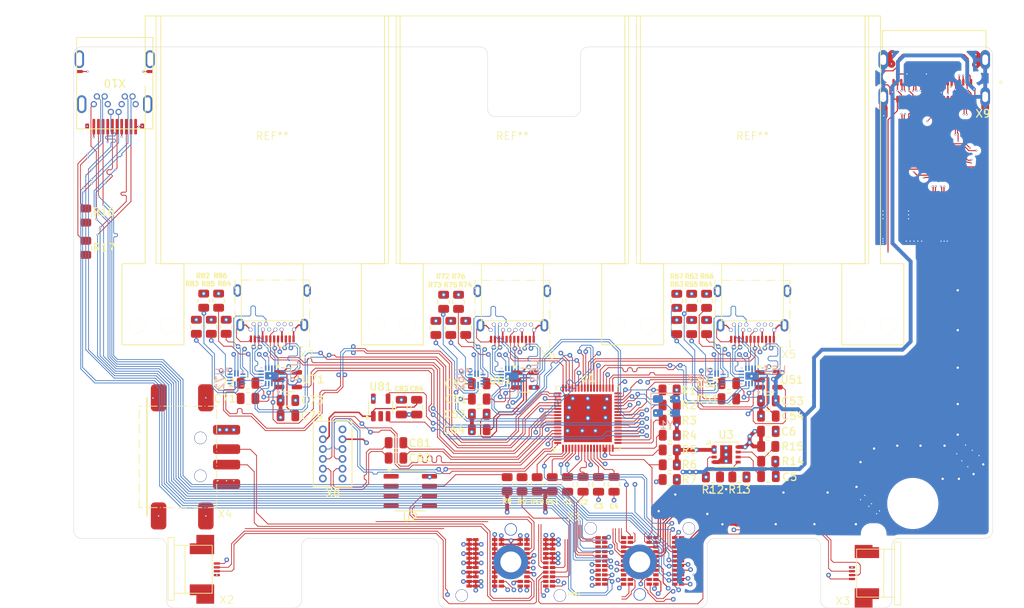
<source format=kicad_pcb>
(kicad_pcb (version 20241229) (generator "pcbnew") (generator_version "9.0")
  (title_block (title "Framework Laptop 16 Expansion Bay IO Module") (date "06. April 2024") (rev "1.0") (company "by XPModder") (comment 1 "Use 1.2mm PCB"))
  (layers (0 "F.Cu" signal) (4 "In1.Cu" signal) (6 "In2.Cu" signal) (2 "B.Cu" signal) (13 "F.Paste" user) (15 "B.Paste" user) (5 "F.SilkS" user "F.Silkscreen") (7 "B.SilkS" user "B.Silkscreen") (1 "F.Mask" user) (3 "B.Mask" user) (25 "Edge.Cuts" user))
  (net 0 "")
  (net 1 "Net-(U53-~{OE})")
  (net 2 "GND")
  (net 3 "USB1_SSRX2+")
  (net 4 "VADP")
  (net 5 "USB1_SSRX1+")
  (net 6 "USB1_SSRX2-")
  (net 7 "USB1_SSRX1-")
  (net 8 "Fan0_Speed")
  (net 9 "Net-(U1-OCI2B)")
  (net 10 "VSys")
  (net 11 "USB1_SSTX1+")
  (net 12 "+5V")
  (net 13 "Fan1_PWM")
  (net 14 "Net-(U1-PPON3)")
  (net 15 "+3V3")
  (net 16 "Net-(U62-~{EN})")
  (net 17 "Fan1_Speed")
  (net 18 "Fan0_PWM")
  (net 19 "+12V")
  (net 20 "Net-(X1A-ID0)")
  (net 21 "USB1_SSTX1-")
  (net 22 "Net-(U1-OCI3B)")
  (net 23 "USB1_SSTX2-")
  (net 24 "Net-(U1-PETXP)")
  (net 25 "Net-(X1B-ID1)")
  (net 26 "USB1_SSTX2+")
  (net 27 "Net-(U1-PETXN)")
  (net 28 "Net-(U63-~{OE})")
  (net 29 "Net-(U52-PORT{slash}~{DEBUG})")
  (net 30 "Net-(U52-SDA{slash}OUT1)")
  (net 31 "Net-(U52-SCL{slash}OUT2)")
  (net 32 "USB1_CC2")
  (net 33 "Net-(U1-PPON2)")
  (net 34 "Net-(U1-PPON1)")
  (net 35 "Net-(U52-~{EN})")
  (net 36 "Net-(U1-OCI1B)")
  (net 37 "USB1_CC1")
  (net 38 "Net-(U62-SCL{slash}OUT2)")
  (net 39 "Net-(U1-PEWAKEB)")
  (net 40 "Net-(U62-SDA{slash}OUT1)")
  (net 41 "Net-(U62-PORT{slash}~{DEBUG})")
  (net 42 "USB2_CC1")
  (net 43 "Net-(U2-WP)")
  (net 44 "PEX_RX6-")
  (net 45 "PEX_TX6+")
  (net 46 "I2C_SCL_EC")
  (net 47 "Net-(U72-~{EN})")
  (net 48 "PEX_TX7-")
  (net 49 "Net-(U73-~{OE})")
  (net 50 "Net-(U72-SCL{slash}OUT2)")
  (net 51 "DP_HPD")
  (net 52 "Net-(U72-SDA{slash}OUT1)")
  (net 53 "Net-(U72-PORT{slash}~{DEBUG})")
  (net 54 "USB2_CC2")
  (net 55 "I2C_SDA_EC")
  (net 56 "I2C_INT_EC")
  (net 57 "USB4_TX-")
  (net 58 "USB1_VBUS")
  (net 59 "USB4_TX+")
  (net 60 "USB-MB+")
  (net 61 "USB-MB-")
  (net 62 "USB2_SSTX2+")
  (net 63 "USB2_VBUS")
  (net 67 "USB3_VBUS")
  (net 69 "USB2_SSTX1+")
  (net 71 "USB2_SSRX2+")
  (net 72 "Net-(U3-Cdelay)")
  (net 73 "USB2_SSRX1-")
  (net 75 "USB2_SSRX1+")
  (net 77 "DP_L1-")
  (net 78 "DP_L3+")
  (net 79 "Net-(U3-~{SHDN})")
  (net 80 "Net-(X1B-PEX_TX0N)")
  (net 81 "DP_AUX-")
  (net 82 "PEX_CLK_RQ")
  (net 83 "USB1_TX-")
  (net 84 "USB1_RX+")
  (net 85 "USB4_D+")
  (net 86 "PEX_RST")
  (net 87 "DP_L3-")
  (net 88 "USB4_D-")
  (net 89 "USB4_RX-")
  (net 90 "PEX_RX0-")
  (net 91 "USB3_TX-")
  (net 92 "PEX_REFCLK#")
  (net 93 "USB1_RX-")
  (net 94 "USB3_TX+")
  (net 95 "PEX_REFCLK")
  (net 96 "USB2_D+")
  (net 97 "USB4_RX+")
  (net 98 "USB1_D+")
  (net 99 "USB3_RX-")
  (net 100 "PEX_TX0+")
  (net 101 "PEX_TX0-")
  (net 102 "USB3_D-")
  (net 103 "USB2_TX+")
  (net 104 "USB2_D-")
  (net 105 "PEX_RX0+")
  (net 106 "USB3_D+")
  (net 107 "DP_AUX+")
  (net 108 "USB1_TX+")
  (net 109 "USB2_RX-")
  (net 110 "USB2_TX-")
  (net 111 "USB3_RX+")
  (net 112 "USB2_RX+")
  (net 113 "USB1_D-")
  (net 114 "+1V0")
  (net 115 "Net-(U1-SMIB)")
  (net 116 "Net-(U1-XT1)")
  (net 117 "Net-(U1-SPISCK)")
  (net 118 "Net-(U1-RREF)")
  (net 119 "Net-(U1-SPISI)")
  (net 120 "Net-(U1-SPISO)")
  (net 121 "Net-(U1-XT2)")
  (net 122 "Net-(U1-SPICSB)")
  (net 123 "Net-(U1-U3TXDN1)")
  (net 124 "Net-(U1-U3TXDN4)")
  (net 125 "Net-(U1-U3TXDN3)")
  (net 126 "Net-(U1-U3TXDP3)")
  (net 127 "Net-(U1-U3TXDP2)")
  (net 128 "Net-(U1-U3TXDP4)")
  (net 129 "Net-(U1-U3TXDP1)")
  (net 130 "Net-(U1-U3TXDN2)")
  (net 131 "DP_L0+")
  (net 132 "DP_L2+")
  (net 133 "DP_L1+")
  (net 134 "DP_L2-")
  (net 135 "Net-(X1B-PEX_TX0P)")
  (net 136 "DP_L0-")
  (net 137 "Net-(U1-OCI4B)")
  (net 138 "Net-(U1-PPON4)")
  (net 139 "USB4_VBUS")
  (net 147 "PEX_TX4-")
  (net 148 "PEX_RX6+")
  (net 149 "PEX_RX7-")
  (net 150 "PEX_TX4+")
  (net 151 "PEX_TX5+")
  (net 152 "PEX_RX5+")
  (net 153 "PEX_RX4-")
  (net 154 "PEX_RX7+")
  (net 155 "PEX_TX6-")
  (net 156 "PEX_RX5-")
  (net 157 "PEX_TX5-")
  (net 158 "PEX_TX7+")
  (net 159 "PEX_RX4+")
  (net 160 "Net-(U3-PWRGD)")
  (net 161 "Net-(U3-ADJ)")
  (net 162 "GPIO1_EC")
  (net 163 "GPIO0_EC")
  (net 164 "USB2_SSRX2-")
  (net 165 "USB2_SSTX1-")
  (net 166 "USB2_SSTX2-")
  (net 167 "USB3_CC1")
  (net 168 "USB3_CC2")
  (net 170 "Net-(U52-ADDR{slash}ORIENT)")
  (net 173 "Net-(U62-ADDR{slash}ORIENT)")
  (net 175 "Net-(U72-ADDR{slash}ORIENT)")
  (net 176 "USB3_SSTX2-")
  (net 177 "USB3_SSRX1-")
  (net 178 "USB3_SSTX1+")
  (net 179 "USB3_SSRX2-")
  (net 180 "USB3_SSTX1-")
  (net 181 "USB3_SSRX1+")
  (net 183 "USB3_SSTX2+")
  (net 184 "USB3_SSRX2+")
  (net 185 "PEX_TX2+")
  (net 186 "PWR_GOOD")
  (net 187 "PWR_EN")
  (net 188 "PEX_RX3-")
  (net 189 "PEX_TX3-")
  (net 190 "EC_TH_ALERT")
  (net 191 "EC_TH_OVERTEMP")
  (net 192 "EC_GPIO2")
  (net 193 "EC_GPIO3")
  (net 194 "DGPU_PWM_SEL")
  (net 195 "PEX_TX3+")
  (net 196 "PEX_RX2+")
  (net 197 "PEX_TX2-")
  (net 198 "PEX_RX1-")
  (net 199 "PEX_RX2-")
  (net 200 "DDS_CLK")
  (net 201 "EXT_SSD1_RST")
  (net 202 "PEX_RX1+")
  (net 203 "PNL_BL_PWM")
  (net 204 "EXT_SSD2_CLK_REQ")
  (net 205 "PNL_PWR_EN")
  (net 206 "PEX_RX3+")
  (net 207 "EXT_SSD2_RST")
  (net 208 "PNL_BL_EN")
  (net 209 "DDS_SDA")
  (net 210 "PEX_TX1-")
  (net 211 "PEX_TX1+")
  (net 212 "Net-(X10-CONFIG2)")
  (net 213 "Net-(X10-CONFIG1)")
  (footprint "Framework-ExpansionBay-IOModule:Amphenol-USBC-10137062-00021LF" (layer "F.Cu") (at 187.65325 87.225 180)
    (property "Reference" "X5")
    (property "Value" "USB_C_Receptacle")
  )
  (footprint "Framework-ExpansionBay-IOModule:DS1015-02-12R6" (layer "F.Cu") (at 133.45 102.6)
    (property "Reference" "X8")
    (property "Value" "Expansion-USB3" (hide yes))
  )
  (footprint "Capacitor_SMD:C_0805_2012Metric" (layer "F.Cu") (at 189.7125 105.5 180)
    (property "Reference" "C5")
    (property "Value" "1u" (hide yes))
  )
  (footprint "Capacitor_SMD:C_0805_2012Metric" (layer "F.Cu") (at 184.6 93.5)
    (property "Reference" "C52")
    (property "Value" "100n" (hide yes))
  )
  (footprint "Capacitor_SMD:C_0805_2012Metric" (layer "F.Cu") (at 189.7 95.725)
    (property "Reference" "C53")
    (property "Value" "100n" (hide yes))
  )
  (footprint "Framework-ExpansionBay:Hole-6.2mm" (layer "F.Cu") (at 208.35 109)
    (property "Reference" "REF**" (hide yes))
    (property "Value" "Hole-6.2mm" (hide yes))
  )
  (footprint "Resistor_SMD:R_0805_2012Metric" (layer "F.Cu") (at 182.55 105.575 180)
    (property "Reference" "R12")
    (property "Value" "10k" (hide yes))
  )
  (footprint "Framework-ExpansionBay:Molex-52746-0471" (layer "F.Cu") (at 202.5 118 90)
    (property "Reference" "X3")
    (property "Value" "Fan1")
  )
  (footprint "Framework-ExpansionBay-IOModule:Amphenol-USBC-10137062-00021LF" (layer "F.Cu") (at 156.65325 87.225 180)
    (property "Reference" "X6")
    (property "Value" "USB_C_Receptacle")
  )
  (footprint "Capacitor_SMD:C_0805_2012Metric" (layer "F.Cu") (at 152.375 93.525)
    (property "Reference" "C62")
    (property "Value" "100n" (hide yes))
  )
  (footprint "Capacitor_SMD:C_0805_2012Metric" (layer "F.Cu") (at 189.7 97.7)
    (property "Reference" "C54")
    (property "Value" "100n" (hide yes))
  )
  (footprint "Capacitor_SMD:C_0805_2012Metric" (layer "F.Cu") (at 152.375 97.475)
    (property "Reference" "C63")
    (property "Value" "100n" (hide yes))
  )
  (footprint "Resistor_SMD:R_0805_2012Metric" (layer "F.Cu") (at 115.85 86.1625 90)
    (property "Reference" "R83")
    (property "Value" "100k" (hide yes))
  )
  (footprint "Capacitor_SMD:C_0805_2012Metric" (layer "F.Cu") (at 189.7 99.675 180)
    (property "Reference" "C6")
    (property "Value" "1u" (hide yes))
  )
  (footprint "Resistor_SMD:R_0805_2012Metric" (layer "F.Cu") (at 181.725 82.8125 90)
    (property "Reference" "R66")
    (property "Value" "100k" (hide yes))
  )
  (footprint "Resistor_SMD:R_0805_2012Metric" (layer "F.Cu") (at 176.975 105.9)
    (property "Reference" "R7")
    (property "Value" "330k" (hide yes))
  )
  (footprint "Resistor_SMD:R_0805_2012Metric" (layer "F.Cu") (at 177.875 82.8125 90)
    (property "Reference" "R67")
    (property "Value" "100k" (hide yes))
  )
  (footprint "Package_DFN_QFN:DFN-8-1EP_3x3mm_P0.65mm_EP1.55x2.4mm" (layer "F.Cu") (at 184.25 102.675)
    (property "Reference" "U3")
    (property "Value" "MCP1727-ADJxMF" (hide yes))
  )
  (footprint "Capacitor_SMD:C_0805_2012Metric" (layer "F.Cu") (at 152.375 95.5)
    (property "Reference" "C61")
    (property "Value" "100n" (hide yes))
  )
  (footprint "Framework-ExpansionBay-IOModule:QFN-68-1EP_8x8mm_P0.4mm_EP6.2x6.2mm" (layer "F.Cu") (at 166.4 97.975 90)
    (property "Reference" "U1")
    (property "Value" "UPD720201K8-701-BAC-A" (hide yes))
  )
  (footprint "Capacitor_SMD:C_0805_2012Metric" (layer "F.Cu") (at 141.625 103.125 180)
    (property "Reference" "C82")
    (property "Value" "100n" (hide yes))
  )
  (footprint "Resistor_SMD:R_0805_2012Metric" (layer "F.Cu") (at 118.725 82.7875 90)
    (property "Reference" "R86")
    (property "Value" "100k" (hide yes))
  )
  (footprint "Framework-ExpansionBay-IOModule:ExpansionCard-Rail&Lock" (layer "F.Cu") (at 203.17825 83)
    (property "Reference" "REF**" (hide yes))
    (property "Value" "ExpansionCard-Rail&Lock")
  )
  (footprint "Framework-ExpansionBay-IOModule:Amphenol-USBC-10137062-00021LF" (layer "F.Cu") (at 125.65 87.175 180)
    (property "Reference" "X7")
    (property "Value" "USB_C_Receptacle")
  )
  (footprint "Resistor_SMD:R_0805_2012Metric" (layer "F.Cu") (at 149.7 82.9375 90)
    (property "Reference" "R76")
    (property "Value" "100k" (hide yes))
  )
  (footprint "Resistor_SMD:R_0805_2012Metric" (layer "F.Cu") (at 176.975 98.225 180)
    (property "Reference" "R3")
    (property "Value" "10k" (hide yes))
  )
  (footprint "Capacitor_SMD:C_0805_2012Metric" (layer "F.Cu") (at 165.775 106.525 90)
    (property "Reference" "C2")
    (property "Value" "100n" (hide yes))
  )
  (footprint "Framework-ExpansionBay-IOModule:Mini DP FOXCONN 3VM11201-D730-7H" (layer "F.Cu") (at 109.31 54.31 180)
    (property "Reference" "X10")
    (property "Value" "FOXCONN 3VM11201-D730-7H" (hide yes))
  )
  (footprint "Framework-ExpansionBay:Hole-6.2mm" (layer "F.Cu") (at 124.45 118)
    (property "Reference" "REF**" (hide yes))
    (property "Value" "Hole-6.2mm" (hide yes))
  )
  (footprint "Package_TO_SOT_SMD:SOT-23-5" (layer "F.Cu") (at 127.6875 93)
    (property "Reference" "U71")
    (property "Value" "XC8107" (hide yes))
  )
  (footprint "Package_TO_SOT_SMD:SOT-23-5" (layer "F.Cu") (at 158.2875 93.05)
    (property "Reference" "U61")
    (property "Value" "XC8107" (hide yes))
  )
  (footprint "Resistor_SMD:R_0805_2012Metric" (layer "F.Cu") (at 146.775 86.3125 90)
    (property "Reference" "R73")
    (property "Value" "100k" (hide yes))
  )
  (footprint "Framework-ExpansionBay-IOModule:ExpansionCard-Rail&Lock" (layer "F.Cu") (at 141.15325 83)
    (property "Reference" "REF**" (hide yes))
    (property "Value" "ExpansionCard-Rail&Lock")
  )
  (footprint "Framework-ExpansionBay:Molex-52746-0471" (layer "F.Cu") (at 116.5 117.5 -90)
    (property "Reference" "X2")
    (property "Value" "Fan0")
  )
  (footprint "Resistor_SMD:R_0805_2012Metric" (layer "F.Cu") (at 148.7 86.3125 90)
    (property "Reference" "R75")
    (property "Value" "100k" (hide yes))
  )
  (footprint "Resistor_SMD:R_0805_2012Metric" (layer "F.Cu") (at 155.975 106.5125 -90)
    (property "Reference" "R8")
    (property "Value" "100k" (hide yes))
  )
  (footprint "Package_TO_SOT_SMD:SOT-23-5" (layer "F.Cu") (at 139.65 96.5875 90)
    (property "Reference" "U81")
    (property "Value" "XC8107" (hide yes))
  )
  (footprint "Resistor_SMD:R_0805_2012Metric" (layer "F.Cu") (at 185.9625 105.575)
    (property "Reference" "R13")
    (property "Value" "10k" (hide yes))
  )
  (footprint "Package_SO:SOIC-8_3.9x4.9mm_P1.27mm" (layer "F.Cu") (at 143.475 107.39)
    (property "Reference" "U2")
    (property "Value" "24LC32A-I/SN" (hide yes))
  )
  (footprint "Framework-ExpansionBay:Framework-FX-Beam" (layer "F.Cu") (at 156.45 116.55)
    (property "Reference" "X1")
    (property "Value" "Framework-FX-Beam" (hide yes))
  )
  (footprint "Resistor_SMD:R_0805_2012Metric" (layer "F.Cu") (at 157.9 106.5125 90)
    (property "Reference" "R9")
    (property "Value" "330k" (hide yes))
  )
  (footprint "Resistor_SMD:R_0805_2012Metric" (layer "F.Cu") (at 177.875 86.2 90)
    (property "Reference" "R63")
    (property "Value" "100k" (hide yes))
  )
  (footprint "Resistor_SMD:R_0805_2012Metric" (layer "F.Cu") (at 176.975 104)
    (property "Reference" "R6")
    (property "Value" "10k" (hide yes))
  )
  (footprint "Resistor_SMD:R_0805_2012Metric" (layer "F.Cu") (at 176.9625 96.275 180)
    (property "Reference" "R2")
    (property "Value" "10k" (hide yes))
  )
  (footprint "Resistor_SMD:R_0805_2012Metric" (layer "F.Cu") (at 179.8 82.8125 -90)
    (property "Reference" "R62")
    (property "Value" "100k" (hide yes))
  )
  (footprint "Resistor_SMD:R_0805_2012Metric" (layer "F.Cu") (at 176.95 94.325 180)
    (property "Reference" "R1")
    (property "Value" "1k60" (hide yes))
  )
  (footprint "Resistor_SMD:R_0805_2012Metric" (layer "F.Cu") (at 176.975 102.075)
    (property "Reference" "R5")
    (property "Value" "47k" (hide yes))
  )
  (footprint "Capacitor_SMD:C_0805_2012Metric" (layer "F.Cu") (at 184.6 95.475)
    (property "Reference" "C51")
    (property "Value" "100n" (hide yes))
  )
  (footprint "Resistor_SMD:R_0805_2012Metric" (layer "F.Cu") (at 179.8 86.2 90)
    (property "Reference" "R65")
    (property "Value" "100k" (hide yes))
  )
  (footprint "Capacitor_SMD:C_0805_2012Metric" (layer "F.Cu") (at 144.3 96.55 90)
    (property "Reference" "C84")
    (property "Value" "100n" (hide yes))
  )
  (footprint "Framework-ExpansionBay-IOModule:ExpansionCard" (layer "F.Cu") (at 156.65325 62)
    (property "Reference" "REF**")
    (property "Value" "ExpansionCard")
  )
  (footprint "Resistor_SMD:R_0805_2012Metric" (layer "F.Cu") (at 189.6875 103.55 180)
    (property "Reference" "R14")
    (property "Value" "10k" (hide yes))
  )
  (footprint "Resistor_SMD:R_0805_2012Metric" (layer "F.Cu") (at 176.975 100.175 180)
    (property "Reference" "R4")
    (property "Value" "10k" (hide yes))
  )
  (footprint "Resistor_SMD:R_0805_2012Metric" (layer "F.Cu") (at 181.725 86.2 90)
    (property "Reference" "R64")
    (property "Value" "100k" (hide yes))
  )
  (footprint "Capacitor_SMD:C_0805_2012Metric" (layer "F.Cu") (at 127.675 97.65)
    (property "Reference" "C74")
    (property "Value" "100n" (hide yes))
  )
  (footprint "Resistor_SMD:R_0805_2012Metric" (layer "F.Cu") (at 189.6875 101.625 180)
    (property "Reference" "R15")
    (property "Value" "15k-16k" (hide yes))
  )
  (footprint "Framework-ExpansionBay-IOModule:ExpansionCard-Rail&Lock" (layer "F.Cu") (at 110.25325 83)
    (property "Reference" "REF**" (hide yes))
    (property "Value" "ExpansionCard-Rail&Lock")
  )
  (footprint "Framework-ExpansionBay:Hole-Framework-Oval" (layer "F.Cu") (at 203.3 112.9)
    (property "Reference" "REF**" (hide yes))
    (property "Value" "Hole-Framework-Oval" (hide yes))
  )
  (footprint "Package_TO_SOT_SMD:SOT-23-5" (layer "F.Cu") (at 189.7375 93.025)
    (property "Reference" "U51")
    (property "Value" "XC8107" (hide yes))
  )
  (footprint "Capacitor_SMD:C_0805_2012Metric" (layer "F.Cu") (at 167.775 106.525 -90)
    (property "Reference" "C3")
    (property "Value" "100n" (hide yes))
  )
  (footprint "Resistor_SMD:R_0805_2012Metric" (layer "F.Cu") (at 159.85 106.5125 -90)
    (property "Reference" "R10")
    (property "Value" "10k" (hide yes))
  )
  (footprint "Framework-ExpansionBay-IOModule:Würth-USB2-629104190121" (layer "F.Cu") (at 117.475 102.975 -90)
    (property "Reference" "X4")
    (property "Value" "USB_A")
  )
  (footprint "Capacitor_SMD:C_0805_2012Metric" (layer "F.Cu") (at 142.325 96.55 90)
    (property "Reference" "C83")
    (property "Value" "100n" (hide yes))
  )
  (footprint "Resistor_SMD:R_0805_2012Metric" (layer "F.Cu") (at 147.775 82.9375 -90)
    (property "Reference" "R72")
    (property "Value" "100k" (hide yes))
  )
  (footprint "Framework-ExpansionBay-IOModule:ExpansionCard-Rail&Lock" (layer "F.Cu") (at 172.17825 83)
    (property "Reference" "REF**" (hide yes))
    (property "Value" "ExpansionCard-Rail&Lock")
  )
  (footprint "Capacitor_SMD:C_0805_2012Metric" (layer "F.Cu") (at 152.375 99.45)
    (property "Reference" "C64")
    (property "Value" "100n" (hide yes))
  )
  (footprint "Resistor_SMD:R_0805_2012Metric" (layer "F.Cu") (at 101.575 75.9625 -90)
    (property "Reference" "R17")
    (property "Value" "10k" (hide yes))
  )
  (footprint "Framework-ExpansionBay:Hole-2.4mm" (layer "F.Cu") (at 114.1 112.9)
    (property "Reference" "REF**" (hide yes))
    (property "Value" "Hole-2.4mm" (hide yes))
  )
  (footprint "Capacitor_SMD:C_0805_2012Metric" (layer "F.Cu") (at 163.775 106.525 90)
    (property "Reference" "C1")
    (property "Value" "100n" (hide yes))
  )
  (footprint "Capacitor_SMD:C_0805_2012Metric" (layer "F.Cu") (at 127.675 95.675)
    (property "Reference" "C73")
    (property "Value" "100n" (hide yes))
  )
  (footprint "Resistor_SMD:R_0805_2012Metric" (layer "F.Cu") (at 161.8 106.5125 -90)
    (property "Reference" "R11")
    (property "Value" "10k" (hide yes))
  )
  (footprint "Capacitor_SMD:C_0805_2012Metric" (layer "F.Cu") (at 141.625 101.15 180)
    (property "Reference" "C81")
    (property "Value" "100n" (hide yes))
  )
  (footprint "Framework-ExpansionBay-IOModule:ExpansionCard" (layer "F.Cu") (at 125.65325 62)
    (property "Reference" "REF**")
    (property "Value" "ExpansionCard")
  )
  (footprint "Capacitor_SMD:C_0805_2012Metric" (layer "F.Cu") (at 122.525 95.425)
    (property "Reference" "C71")
    (property "Value" "100n" (hide yes))
  )
  (footprint "Resistor_SMD:R_0805_2012Metric" (layer "F.Cu") (at 119.7 86.1625 90)
    (property "Reference" "R84")
    (property "Value" "100k" (hide yes))
  )
  (footprint "Framework-ExpansionBay-IOModule:ExpansionCard" (layer "F.Cu") (at 187.65325 62)
    (property "Reference" "REF**")
    (property "Value" "ExpansionCard")
  )
  (footprint "Resistor_SMD:R_0805_2012Metric" (layer "F.Cu") (at 150.625 86.3125 90)
    (property "Reference" "R74")
    (property "Value" "100k" (hide yes))
  )
  (footprint "Resistor_SMD:R_0805_2012Metric" (layer "F.Cu") (at 101.575 71.7875 -90)
    (property "Reference" "R16")
    (property "Value" "10k" (hide yes))
  )
  (footprint "Framework-ExpansionBay-IOModule:MOLEX_1719821142" (layer "F.Cu") (at 211.11675 55.67 180)
    (property "Reference" "X9")
    (property "Value" "Molex-SFF8612-OcuLink-1719821142")
  )
  (footprint "Capacitor_SMD:C_0805_2012Metric" (layer "F.Cu") (at 169.775 106.525 -90)
    (property "Reference" "C4")
    (property "Value" "100n" (hide yes))
  )
  (footprint "Resistor_SMD:R_0805_2012Metric" (layer "F.Cu") (at 117.775 86.1625 90)
    (property "Reference" "R85")
    (property "Value" "100k" (hide yes))
  )
  (footprint "Resistor_SMD:R_0805_2012Metric" (layer "F.Cu") (at 116.8 82.7875 -90)
    (property "Reference" "R82")
    (property "Value" "100k" (hide yes))
  )
  (footprint "Capacitor_SMD:C_0805_2012Metric" (layer "F.Cu") (at 122.525 93.45)
    (property "Reference" "C72")
    (property "Value" "100n" (hide yes))
  )
  (footprint "Crystal:Crystal_SMD_EuroQuartz_MT-4Pin_3.2x2.5mm" (layer "B.Cu") (at 176.55 96.4)
    (property "Reference" "Y1")
    (property "Value" "24MHz")
  )
  (footprint "Framework-ExpansionBay-IOModule:QFN40P200X280X40-19N" (layer "B.Cu") (at 156.6 92.55 90)
    (property "Reference" "U63")
    (property "Value" "FUSB340TMX" (hide yes))
  )
  (footprint "Framework-ExpansionBay-IOModule:QFN40P200X280X40-19N" (layer "B.Cu") (at 187.6 92.52 90)
    (property "Reference" "U53")
    (property "Value" "FUSB340TMX" (hide yes))
  )
  (footprint "Framework-ExpansionBay-IOModule:QFN40P200X280X40-19N" (layer "B.Cu") (at 125.6 92.5 90)
    (property "Reference" "U73")
    (property "Value" "FUSB340TMX" (hide yes))
  )
  (footprint "Package_DFN_QFN:Texas_X2QFN-12_1.6x1.6mm_P0.4mm" (layer "B.Cu") (at 183.025 92.925 -90)
    (property "Reference" "U52")
    (property "Value" "FUSB303BTMX" (hide yes))
  )
  (footprint "Package_DFN_QFN:Texas_X2QFN-12_1.6x1.6mm_P0.4mm" (layer "B.Cu") (at 121.025 92.9 -90)
    (property "Reference" "U72")
    (property "Value" "FUSB303BTMX" (hide yes))
  )
  (footprint "Package_DFN_QFN:Texas_X2QFN-12_1.6x1.6mm_P0.4mm" (layer "B.Cu") (at 152.025 92.95 -90)
    (property "Reference" "U62")
    (property "Value" "FUSB303BTMX" (hide yes))
  )
  (gr_arc (start 101 113.5) (mid 100.292893 113.207107) (end 100 112.5) (stroke (width 0.05)) (layer "Edge.Cuts"))
  (gr_arc (start 154.45 59) (mid 153.742893 58.707107) (end 153.45 58) (stroke (width 0.05)) (layer "Edge.Cuts"))
  (gr_line (start 180.8 122.5) (end 148.1 122.5) (stroke (width 0.05)) (layer "Edge.Cuts"))
  (gr_line (start 147.1 121.5) (end 147.1 114.5) (stroke (width 0.05)) (layer "Edge.Cuts"))
  (gr_arc (start 197.45 122.5) (mid 196.742893 122.207107) (end 196.45 121.5) (stroke (width 0.05)) (layer "Edge.Cuts"))
  (gr_arc (start 100 51) (mid 100.292893 50.292893) (end 101 50) (stroke (width 0.05)) (layer "Edge.Cuts"))
  (gr_line (start 101 50) (end 152.45 50) (stroke (width 0.05)) (layer "Edge.Cuts"))
  (gr_arc (start 181.8 114.5) (mid 182.092893 113.792893) (end 182.8 113.5) (stroke (width 0.05)) (layer "Edge.Cuts"))
  (gr_arc (start 129.45 121.5) (mid 129.157107 122.207107) (end 128.45 122.5) (stroke (width 0.05)) (layer "Edge.Cuts"))
  (gr_line (start 128.45 122.5) (end 113 122.5) (stroke (width 0.05)) (layer "Edge.Cuts"))
  (gr_arc (start 148.1 122.5) (mid 147.392893 122.207107) (end 147.1 121.5) (stroke (width 0.05)) (layer "Edge.Cuts"))
  (gr_arc (start 165.45 58) (mid 165.157107 58.707107) (end 164.45 59) (stroke (width 0.05)) (layer "Edge.Cuts"))
  (gr_arc (start 113 122.5) (mid 112.292893 122.207107) (end 112 121.5) (stroke (width 0.05)) (layer "Edge.Cuts"))
  (gr_arc (start 195.45 113.5) (mid 196.157107 113.792893) (end 196.45 114.5) (stroke (width 0.05)) (layer "Edge.Cuts"))
  (gr_arc (start 152.45 50) (mid 153.157107 50.292893) (end 153.45 51) (stroke (width 0.05)) (layer "Edge.Cuts"))
  (gr_line (start 154.45 59) (end 164.45 59) (stroke (width 0.05)) (layer "Edge.Cuts"))
  (gr_arc (start 217.65 50) (mid 218.357107 50.292893) (end 218.65 51) (stroke (width 0.05)) (layer "Edge.Cuts"))
  (gr_line (start 217.65 113.5) (end 206.65 113.5) (stroke (width 0.05)) (layer "Edge.Cuts"))
  (gr_line (start 166.45 50) (end 217.65 50) (stroke (width 0.05)) (layer "Edge.Cuts"))
  (gr_line (start 165.45 58) (end 165.45 51) (stroke (width 0.05)) (layer "Edge.Cuts"))
  (gr_arc (start 181.8 121.5) (mid 181.507107 122.207107) (end 180.8 122.5) (stroke (width 0.05)) (layer "Edge.Cuts"))
  (gr_line (start 218.65 51) (end 218.65 112.5) (stroke (width 0.05)) (layer "Edge.Cuts"))
  (gr_arc (start 165.45 51) (mid 165.742893 50.292893) (end 166.45 50) (stroke (width 0.05)) (layer "Edge.Cuts"))
  (gr_arc (start 205.65 114.5) (mid 205.942893 113.792893) (end 206.65 113.5) (stroke (width 0.05)) (layer "Edge.Cuts"))
  (gr_arc (start 111 113.5) (mid 111.707107 113.792893) (end 112 114.5) (stroke (width 0.05)) (layer "Edge.Cuts"))
  (gr_line (start 129.45 114.5) (end 129.45 121.5) (stroke (width 0.05)) (layer "Edge.Cuts"))
  (gr_line (start 100 112.5) (end 100 51) (stroke (width 0.05)) (layer "Edge.Cuts"))
  (gr_line (start 111 113.5) (end 101 113.5) (stroke (width 0.05)) (layer "Edge.Cuts"))
  (gr_line (start 153.45 51) (end 153.45 58) (stroke (width 0.05)) (layer "Edge.Cuts"))
  (gr_line (start 205.65 114.5) (end 205.65 121.5) (stroke (width 0.05)) (layer "Edge.Cuts"))
  (gr_arc (start 129.45 114.5) (mid 129.742893 113.792893) (end 130.45 113.5) (stroke (width 0.05)) (layer "Edge.Cuts"))
  (gr_line (start 181.8 114.5) (end 181.8 121.5) (stroke (width 0.05)) (layer "Edge.Cuts"))
  (gr_line (start 112 121.5) (end 112 114.5) (stroke (width 0.05)) (layer "Edge.Cuts"))
  (gr_line (start 195.45 113.5) (end 182.8 113.5) (stroke (width 0.05)) (layer "Edge.Cuts"))
  (gr_line (start 196.45 121.5) (end 196.45 114.5) (stroke (width 0.05)) (layer "Edge.Cuts"))
  (gr_arc (start 218.65 112.5) (mid 218.357107 113.207107) (end 217.65 113.5) (stroke (width 0.05)) (layer "Edge.Cuts"))
  (gr_arc (start 146.1 113.5) (mid 146.807107 113.792893) (end 147.1 114.5) (stroke (width 0.05)) (layer "Edge.Cuts"))
  (gr_arc (start 205.65 121.5) (mid 205.357107 122.207107) (end 204.65 122.5) (stroke (width 0.05)) (layer "Edge.Cuts"))
  (gr_line (start 204.65 122.5) (end 197.45 122.5) (stroke (width 0.05)) (layer "Edge.Cuts"))
  (gr_line (start 146.1 113.5) (end 130.45 113.5) (stroke (width 0.05)) (layer "Edge.Cuts"))
  (segment (start 181.2 88.7) (end 180.774 88.274) (width 0.1) (layer "F.Cu") (net 1))
  (segment (start 183.438532 89.714946) (end 182.423586 88.7) (width 0.1) (layer "F.Cu") (net 1))
  (segment (start 184.55 89.714946) (end 183.438532 89.714946) (width 0.1) (layer "F.Cu") (net 1))
  (segment (start 180.774 84.676) (end 181.725 83.725) (width 0.1) (layer "F.Cu") (net 1))
  (segment (start 180.774 88.274) (end 180.774 84.676) (width 0.1) (layer "F.Cu") (net 1))
  (segment (start 182.423586 88.7) (end 181.2 88.7) (width 0.1) (layer "F.Cu") (net 1))
  (via (at 184.55 89.714946) (size 0.6) (drill 0.3) (layers "F.Cu" "B.Cu") (net 1))
  (segment (start 184.799 89.963946) (end 184.799 92.174678) (width 0.1) (layer "B.Cu") (net 1))
  (segment (start 185.344322 92.72) (end 186.205 92.72) (width 0.1) (layer "B.Cu") (net 1))
  (segment (start 184.55 89.714946) (end 184.799 89.963946) (width 0.1) (layer "B.Cu") (net 1))
  (segment (start 184.799 92.174678) (end 185.344322 92.72) (width 0.1) (layer "B.Cu") (net 1))
  (segment (start 121.540399 88.077) (end 121.02725 87.563851) (width 0.1) (layer "F.Cu") (net 2))
  (segment (start 177.948322 107.581) (end 182.2 107.581) (width 0.6) (layer "F.Cu") (net 2))
  (segment (start 214.675 103.475) (end 214.38 103.77) (width 0.2) (layer "F.Cu") (net 2))
  (segment (start 108.01 60.31) (end 108.4 60.31) (width 0.14) (layer "F.Cu") (net 2))
  (segment (start 201.5 108.6) (end 201.396 108.704) (width 0.2) (layer "F.Cu") (net 2))
  (segment (start 162.545 115.47) (end 162.55 115.475) (width 0.2) (layer "F.Cu") (net 2))
  (segment (start 108.8 60.31) (end 108.86 60.25) (width 0.14) (layer "F.Cu") (net 2))
  (segment (start 158.611003 117.951003) (end 159.247971 117.951003) (width 0.2) (layer "F.Cu") (net 2))
  (segment (start 121.02725 87.563851) (end 121.02725 86.447) (width 0.1) (layer "F.Cu") (net 2))
  (segment (start 213.753 102.847) (end 204.333933 102.847) (width 0.2) (layer "F.Cu") (net 2))
  (segment (start 212.02925 55.90425) (end 211.84175 56.09175) (width 0.14) (layer "F.Cu") (net 2))
  (segment (start 128.45325 86.551) (end 129.05325 85.951) (width 0.2) (layer "F.Cu") (net 2))
  (segment (start 203.27 108.78) (end 203.025 109.025) (width 0.2) (layer "F.Cu") (net 2))
  (segment (start 109.83 53.18) (end 109.02 53.18) (width 0.14) (layer "F.Cu") (net 2))
  (segment (start 204.716253 103.77) (end 203.27 105.216253) (width 0.2) (layer "F.Cu") (net 2))
  (segment (start 123.725 112.254) (end 122.154 112.254) (width 0.1) (layer "F.Cu") (net 2))
  (segment (start 125.375 92.5) (end 125.875 93) (width 0.5) (layer "F.Cu") (net 2))
  (segment (start 190.40325 86.625) (end 190.45325 86.575) (width 0.2) (layer "F.Cu") (net 2))
  (segment (start 106.21 61.59) (end 106.2 61.6) (width 0.14) (layer "F.Cu") (net 2))
  (segment (start 215.029214 101.329214) (end 215.15 101.45) (width 0.2) (layer "F.Cu") (net 2))
  (segment (start 150.355 117.87) (end 150.35 117.875) (width 0.2) (layer "F.Cu") (net 2))
  (segment (start 161.83 116.07) (end 161.83 115.47) (width 0.2) (layer "F.Cu") (net 2))
  (segment (start 162.545 116.67) (end 162.55 116.675) (width 0.2) (layer "F.Cu") (net 2))
  (segment (start 212.86675 57.082602) (end 212.518352 57.431) (width 0.14) (layer "F.Cu") (net 2))
  (segment (start 170.375 93.725) (end 170.85 93.25) (width 0.1) (layer "F.Cu") (net 2))
  (segment (start 158.53 119.67) (end 158.53 120.195) (width 0.2) (layer "F.Cu") (net 2))
  (segment (start 177.895786 109.295786) (end 176.097 111.094572) (width 0.2) (layer "F.Cu") (net 2))
  (segment (start 183.540399 88.101) (end 183.02725 87.587851) (width 0.1) (layer "F.Cu") (net 2))
  (segment (start 203.45 110.55) (end 203.591911 110.55) (width 0.2) (layer "F.Cu") (net 2))
  (segment (start 215.347 101.011428) (end 215.029214 101.329214) (width 0.2) (layer "F.Cu") (net 2))
  (segment (start 158.53 113.67) (end 158.53 114.27) (width 0.2) (layer "F.Cu") (net 2))
  (segment (start 161.83 116.07) (end 160.97 116.07) (width 0.2) (layer "F.Cu") (net 2))
  (segment (start 157.67 119.07) (end 157.01933 119.07) (width 0.2) (layer "F.Cu") (net 2))
  (segment (start 153.501 111.351) (end 139.025322 111.351) (width 0.1) (layer "F.Cu") (net 2))
  (segment (start 216.27 79.325) (end 216.27 101.88) (width 0.2) (layer "F.Cu") (net 2))
  (segment (start 154.37 119.67) (end 154.37 119.07) (width 0.2) (layer "F.Cu") (net 2))
  (segment (start 206.36675 54.575) (end 206.36675 53.83325) (width 0.14) (layer "F.Cu") (net 2))
  (segment (start 214.3 105.815) (end 215.577966 105.815) (width 0.6) (layer "F.Cu") (net 2))
  (segment (start 183.275 103.65) (end 184.25 102.675) (width 0.5) (layer "F.Cu") (net 2))
  (segment (start 122.25325 85.951) (end 121.52325 85.951) (width 0.15) (layer "F.Cu") (net 2))
  (segment (start 154.37 117.87) (end 154.37 117.27) (width 0.2) (layer "F.Cu") (net 2))
  (segment (start 154.37 119.67) (end 154.37 120.17) (width 0.2) (layer "F.Cu") (net 2))
  (segment (start 161.83 115.47) (end 162.545 115.47) (width 0.2) (layer "F.Cu") (net 2))
  (segment (start 214.38 103.77) (end 204.716253 103.77) (width 0.2) (layer "F.Cu") (net 2))
  (segment (start 206.36675 55.64175) (end 206.375 55.65) (width 0.14) (layer "F.Cu") (net 2))
  (segment (start 106.21 60.31) (end 106.21 61.59) (width 0.14) (layer "F.Cu") (net 2))
  (segment (start 108.4 60.31) (end 108.8 60.31) (width 0.14) (layer "F.Cu") (net 2))
  (segment (start 154.37 120.17) (end 154.375 120.175) (width 0.2) (layer "F.Cu") (net 2))
  (segment (start 202.15 107.95) (end 201.6 108.5) (width 0.2) (layer "F.Cu") (net 2))
  (segment (start 183.798893 110.576107) (end 183.825 110.55) (width 0.1) (layer "F.Cu") (net 2))
  (segment (start 104.41 62.29) (end 104.4 62.3) (width 0.14) (layer "F.Cu") (net 2))
  (segment (start 144.3 97.5) (end 143.325 97.5) (width 0.5) (layer "F.Cu") (net 2))
  (segment (start 170.85 93.25) (end 171.175 93.25) (width 0.1) (layer "F.Cu") (net 2))
  (segment (start 206.86675 56.156068) (end 206.375 55.664318) (width 0.14) (layer "F.Cu") (net 2))
  (segment (start 128.40325 87.761) (end 128.40325 86.601) (width 0.2) (layer "F.Cu") (net 2))
  (segment (start 177.875 98.2125) (end 177.8875 98.225) (width 0.5) (layer "F.Cu") (net 2))
  (segment (start 159.247971 117.951003) (end 159.441701 118.144733) (width 0.2) (layer "F.Cu") (net 2))
  (segment (start 188.75 97.7) (end 188.75 95.725) (width 0.5) (layer "F.Cu") (net 2))
  (segment (start 212.36675 55.56675) (end 212.02925 55.90425) (width 0.14) (layer "F.Cu") (net 2))
  (segment (start 216.9 102.8) (end 215.45 104.25) (width 0.2) (layer "F.Cu") (net 2))
  (segment (start 215.86675 55.99175) (end 215.86675 56.765) (width 0.14) (layer "F.Cu") (net 2))
  (segment (start 122.90325 87.761) (end 122.58725 88.077) (width 0.1) (layer "F.Cu") (net 2))
  (segment (start 203.27 105.216253) (end 203.27 108.78) (width 0.2) (layer "F.Cu") (net 2))
  (segment (start 185.520933 111.623) (end 185.569933 111.672) (width 0.5) (layer "F.Cu") (net 2))
  (segment (start 125.875 93) (end 126.55 93) (width 0.5) (layer "F.Cu") (net 2))
  (segment (start 177.8875 98.85) (end 177.8875 100.175) (width 0.5) (layer "F.Cu") (net 2))
  (segment (start 183.02725 86.471) (end 183.52325 85.975) (width 0.1) (layer "F.Cu") (net 2))
  (segment (start 215.36675 54.575) (end 215.36675 55.49175) (width 0.14) (layer "F.Cu") (net 2))
  (segment (start 209.36675 55.64175) (end 209.36675 54.575) (width 0.14) (layer "F.Cu") (net 2))
  (segment (start 177.8875 98.225) (end 177.8875 98.85) (width 0.5) (layer "F.Cu") (net 2))
  (segment (start 177.8625 94.325) (end 177.8625 95.375) (width 0.5) (layer "F.Cu") (net 2))
  (segment (start 184.85325 86.575) (end 184.25325 85.975) (width 0.15) (layer "F.Cu") (net 2))
  (segment (start 170.2875 93.8125) (end 170.375 93.725) (width 0.1) (layer "F.Cu") (net 2))
  (segment (start 211.715148 57.431) (end 211.36675 57.082602) (width 0.14) (layer "F.Cu") (net 2))
  (segment (start 202.675 109.375) (end 202.423 109.627) (width 0.2) (layer "F.Cu") (net 2))
  (segment (start 206.7 53.5) (end 207.6 53.5) (width 0.14) (layer "F.Cu") (net 2))
  (segment (start 152.02725 86.497) (end 152.52325 86.001) (width 0.1) (layer "F.Cu") (net 2))
  (segment (start 170.2875 94.775) (end 170.2875 93.8125) (width 0.1) (layer "F.Cu") (net 2))
  (segment (start 204.193 109.807) (end 204.05 109.95) (width 0.2) (layer "F.Cu") (net 2))
  (segment (start 182.2 107.582) (end 186.55 107.582) (width 0.6) (layer "F.Cu") (net 2))
  (segment (start 190.65 111.672) (end 185.569933 111.672) (width 0.6) (layer "F.Cu") (net 2))
  (segment (start 215.15 101.45) (end 214.025 102.575) (width 0.2) (layer "F.Cu") (net 2))
  (segment (start 151.93 118.47) (end 151.07 118.47) (width 0.2) (layer "F.Cu") (net 2))
  (segment (start 151.07 117.87) (end 150.355 117.87) (width 0.2) (layer "F.Cu") (net 2))
  (segment (start 216.025 102.125) (end 214.675 103.475) (width 0.2) (layer "F.Cu") (net 2))
  (segment (start 121.02725 86.447) (end 121.52325 85.951) (width 0.1) (layer "F.Cu") (net 2))
  (segment (start 154.37 119.07) (end 154.37 118.47) (width 0.2) (layer "F.Cu") (net 2))
  (segment (start 213.86675 54.575) (end 213.86675 55.51675) (width 0.14) (layer "F.Cu") (net 2))
  (segment (start 211.36675 56.09175) (end 211.36675 56.765) (width 0.14) (layer "F.Cu") (net 2))
  (segment (start 212.518352 57.431) (end 211.715148 57.431) (width 0.14) (layer "F.Cu") (net 2))
  (segment (start 210.86675 53.76675) (end 210.6 53.5) (width 0.14) (layer "F.Cu") (net 2))
  (segment (start 177.875 96.275) (end 177.875 98.2125) (width 0.5) (layer "F.Cu") (net 2))
  (segment (start 202.347 107.753) (end 202.15 107.95) (width 0.2) (layer "F.Cu") (net 2))
  (segment (start 126.725 97.65) (end 126.725 95.675) (width 0.5) (layer "F.Cu") (net 2))
  (segment (start 143.275 112.254) (end 123.725 112.254) (width 0.1) (layer "F.Cu") (net 2))
  (segment (start 104.41 60.31) (end 104.41 62.29) (width 0.14) (layer "F.Cu") (net 2))
  (segment (start 154.37 116.67) (end 154.37 116.07) (width 0.2) (layer "F.Cu") (net 2))
  (segment (start 210.6 53.5) (end 210.1 53.5) (width 0.14) (layer "F.Cu") (net 2))
  (segment (start 152.02725 87.613851) (end 152.02725 86.497) (width 0.1) (layer "F.Cu") (net 2))
  (segment (start 157.01933 119.07) (end 156.813451 119.275879) (width 0.2) (layer "F.Cu") (net 2))
  (segment (start 129.05325 85.951) (end 129.78325 85.951) (width 0.2) (layer "F.Cu") (net 2))
  (segment (start 211.84175 56.09175) (end 211.36675 56.09175) (width 0.14) (layer "F.Cu") (net 2))
  (segment (start 102.61 61.69) (end 102.6 61.7) (width 0.14) (layer "F.Cu") (net 2))
  (segment (start 206.36675 54.575) (end 206.36675 55.64175) (width 0.14) (layer "F.Cu") (net 2))
  (segment (start 147.804 112.254) (end 147.303356 112.254) (width 0.1) (layer "F.Cu") (net 2))
  (segment (start 177.8625 96.2625) (end 177.875 96.275) (width 0.5) (layer "F.Cu") (net 2))
  (segment (start 209.86675 56.14175) (end 209.36675 55.64175) (width 0.14) (layer "F.Cu") (net 2))
  (segment (start 209.36675 53.83325) (end 209.7 53.5) (width 0.14) (layer "F.Cu") (net 2))
  (segment (start 182.548 109.627) (end 181.825 110.35) (width 0.2) (layer "F.Cu") (net 2))
  (segment (start 154.37 117.27) (end 154.37 116.67) (width 0.2) (layer "F.Cu") (net 2))
  (segment (start 206.36675 53.83325) (end 206.7 53.5) (width 0.14) (layer "F.Cu") (net 2))
  (segment (start 210.86675 55.59175) (end 211.36675 56.09175) (width 0.14) (layer "F.Cu") (net 2))
  (segment (start 161.83 116.07) (end 162.545 116.07) (width 0.2) (layer "F.Cu") (net 2))
  (segment (start 208.36675 56.765) (end 208.36675 56.16675) (width 0.14) (layer "F.Cu") (net 2))
  (segment (start 153.58725 88.127) (end 152.540399 88.127) (width 0.1) (layer "F.Cu") (net 2))
  (segment (start 158.53 113.67) (end 158.53 113.155) (width 0.2) (layer "F.Cu") (net 2))
  (segment (start 211.36675 57.082602) (end 211.36675 56.765) (width 0.14) (layer "F.Cu") (net 2))
  (segment (start 205.06 51.66) (end 205.6 52.2) (width 1) (layer "F.Cu") (net 2))
  (segment (start 152.645 117.87) (end 152.65 117.875) (width 0.2) (layer "F.Cu") (net 2))
  (segment (start 158.980057 116.07) (end 159.350057 115.7) (width 0.2) (layer "F.Cu") (net 2))
  (segment (start 190.6625 105.5) (end 190.6625 103.6125) (width 0.5) (layer "F.Cu") (net 2))
  (segment (start 154.37 114.87) (end 154.37 114.27) (width 0.2) (layer "F.Cu") (net 2))
  (segment (start 151.07 117.87) (end 151.07 118.47) (width 0.2) (layer "F.Cu") (net 2))
  (segment (start 154.37 116.07) (end 154.37 115.47) (width 0.2) (layer "F.Cu") (net 2))
  (segment (start 122.85325 86.551) (end 122.25325 85.951) (width 0.15) (layer "F.Cu") (net 2))
  (segment (start 204.53675 51.66) (end 205.06 51.66) (width 1) (layer "F.Cu") (net 2))
  (segment (start 122.58725 88.077) (end 121.540399 88.077) (width 0.1) (layer "F.Cu") (net 2))
  (segment (start 190.6625 103.6125) (end 190.6125 103.5625) (width 0.5) (layer "F.Cu") (net 2))
  (segment (start 183.830752 111.623) (end 185.520933 111.623) (width 0.5) (layer "F.Cu") (net 2))
  (segment (start 183.361609 110.576107) (end 183.798893 110.576107) (width 0.1) (layer "F.Cu") (net 2))
  (segment (start 204.94 51.66) (end 205.7 50.9) (width 1) (layer "F.Cu") (net 2))
  (segment (start 209.86675 56.765) (end 209.86675 56.14175) (width 0.14) (layer "F.Cu") (net 2))
  (segment (start 217.193 102.507) (end 216.9 102.8) (width 0.2) (layer "F.Cu") (net 2))
  (segment (start 128.40325 86.601) (end 128.45325 86.551) (width 0.2) (layer "F.Cu") (net 2))
  (segment (start 160.97 115.47) (end 160.97 116.07) (width 0.2) (layer "F.Cu") (net 2))
  (segment (start 159.45325 86.601) (end 160.05325 86.001) (width 0.2) (layer "F.Cu") (net 2))
  (segment (start 158.53 117.87) (end 158.611003 117.951003) (width 0.2) (layer "F.Cu") (net 2))
  (segment (start 190.45325 86.575) (end 191.05325 85.975) (width 0.2) (layer "F.Cu") (net 2))
  (segment (start 152.540399 88.127) (end 152.02725 87.613851) (width 0.1) (layer "F.Cu") (net 2))
  (segment (start 158.53 120.195) (end 158.525 120.2) (width 0.2) (layer "F.Cu") (net 2))
  (segment (start 182.7 103.65) (end 183.275 103.65) (width 0.5) (layer "F.Cu") (net 2))
  (segment (start 214.025 102.575) (end 213.753 102.847) (width 0.2) (layer "F.Cu") (net 2))
  (segment (start 181.810716 112.127) (end 183.361609 110.576107) (width 0.1) (layer "F.Cu") (net 2))
  (segment (start 215.36675 55.49175) (end 215.86675 55.99175) (width 0.14) (layer "F.Cu") (net 2))
  (segment (start 204.333933 102.847) (end 202.347 104.833934) (width 0.2) (layer "F.Cu") (net 2))
  (segment (start 217.16 51.66) (end 216.5 51) (width 1) (layer "F.Cu") (net 2))
  (segment (start 100.79 53.18) (end 101.78 53.18) (width 0.14) (layer "F.Cu") (net 2))
  (segment (start 216.27 101.88) (end 216.025 102.125) (width 0.2) (layer "F.Cu") (net 2))
  (segment (start 161.83 116.67) (end 161.83 116.07) (width 0.2) (layer "F.Cu") (net 2))
  (segment (start 215.007 104.693) (end 205.098572 104.693) (width 0.2) (layer "F.Cu") (net 2))
  (segment (start 217.14 51.66) (end 216.5 52.3) (width 1) (layer "F.Cu") (net 2))
  (segment (start 161.83 116.67) (end 162.545 116.67) (width 0.2) (layer "F.Cu") (net 2))
  (segment (start 151.93 117.87) (end 152.645 117.87) (width 0.2) (layer "F.Cu") (net 2))
  (segment (start 217.69675 56.45) (end 217.69675 58.39675) (width 1) (layer "F.Cu") (net 2))
  (segment (start 188.6 93.025) (end 187.997531 93.025) (width 0.5) (layer "F.Cu") (net 2))
  (segment (start 214.36675 56.01675) (end 214.36675 56.765) (width 0.14) (layer "F.Cu") (net 2))
  (segment (start 159.350057 115.7) (end 159.45 115.7) (width 0.2) (layer "F.Cu") (net 2))
  (segment (start 204.05 109.95) (end 203.675 110.325) (width 0.2) (layer "F.Cu") (net 2))
  (segment (start 204.193 105.598572) (end 204.193 109.807) (width 0.2) (layer "F.Cu") (net 2))
  (segment (start 204.53675 57.83675) (end 204.53675 56.45) (width 1) (layer "F.Cu") (net 2))
  (segment (start 184.25325 85.975) (end 183.52325 85.975) (width 0.15) (layer "F.Cu") (net 2))
  (segment (start 217.69675 51.66) (end 217.16 51.66) (width 1) (layer "F.Cu") (net 2))
  (segment (start 159.40325 87.811) (end 159.40325 86.651) (width 0.2) (layer "F.Cu") (net 2))
  (segment (start 204.53675 51.66) (end 204.94 51.66) (width 1) (layer "F.Cu") (net 2))
  (segment (start 178.487572 108.704) (end 177.895786 109.295786) (width 0.2) (layer "F.Cu") (net 2))
  (segment (start 204.6 58.9) (end 204.6 57.9) (width 1) (layer "F.Cu") (net 2))
  (segment (start 159.40325 86.651) (end 159.45325 86.601) (width 0.2) (layer "F.Cu") (net 2))
  (segment (start 207.86675 55.65) (end 207.86675 54.575) (width 0.14) (layer "F.Cu") (net 2))
  (segment (start 154.37 113.005) (end 154.375 113) (width 0.2) (layer "F.Cu") (net 2))
  (segment (start 183.02725 87.587851) (end 183.02725 86.471) (width 0.1) (layer "F.Cu") (net 2))
  (segment (start 184.58725 88.101) (end 183.540399 88.101) (width 0.1) (layer "F.Cu") (net 2))
  (segment (start 204.6 57.9) (end 204.53675 57.83675) (width 1) (layer "F.Cu") (net 2))
  (segment (start 199.1 108.704) (end 179.2 108.704) (width 0.2) (layer "F.Cu") (net 2))
  (segment (start 207.86675 53.76675) (end 207.6 53.5) (width 0.14) (layer "F.Cu") (net 2))
  (segment (start 154.37 114.27) (end 154.37 113.67) (width 0.2) (layer "F.Cu") (net 2))
  (segment (start 217.193 78) (end 217.193 102.507) (width 0.2) (layer "F.Cu") (net 2))
  (segment (start 153.85325 86.601) (end 153.25325 86.001) (width 0.15) (layer "F.Cu") (net 2))
  (segment (start 210.86675 54.575) (end 210.86675 55.59175) (width 0.14) (layer "F.Cu") (net 2))
  (segment (start 183.780752 111.673) (end 183.830752 111.623) (width 0.5) (layer "F.Cu") (net 2))
  (segment (start 143.325 97.5) (end 142.325 97.5) (width 0.5) (layer "F.Cu") (net 2))
  (segment (start 158.53 113.155) (end 158.525 113.15) (width 0.2) (layer "F.Cu") (net 2))
  (segment (start 203.675 110.325) (end 203.45 110.55) (width 0.2) (layer "F.Cu") (net 2))
  (segment (start 184.90325 87.785) (end 184.58725 88.101) (width 0.1) (layer "F.Cu") (net 2))
  (segment (start 217.69675 58.39675) (end 217.7 58.4) (width 1) (layer "F.Cu") (net 2))
  (segment (start 153.25325 86.001) (end 152.52325 86.001) (width 0.15) (layer "F.Cu") (net 2))
  (segment (start 171.02 114.62) (end 175.18 114.62) (width 0.2) (layer "F.Cu") (net 2))
  (segment (start 209.7 53.5) (end 210.1 53.5) (width 0.14) (layer "F.Cu") (net 2))
  (segment (start 202.423 109.627) (end 182.548 109.627) (width 0.2) (layer "F.Cu") (net 2))
  (segment (start 212.86675 56.765) (end 212.86675 57.082602) (width 0.14) (layer "F.Cu") (net 2))
  (segment (start 203.025 109.025) (end 202.675 109.375) (width 0.2) (layer "F.Cu") (net 2))
  (segment (start 208.36675 56.16675) (end 207.86675 55.66675) (width 0.14) (layer "F.Cu") (net 2))
  (segment (start 203.591911 110.55) (end 183.825 110.55) (width 0.2) (layer "F.Cu") (net 2))
  (segment (start 215.577966 105.815) (end 216.196483 105.196483) (width 0.6) (layer "F.Cu") (net 2))
  (segment (start 190.40325 87.785) (end 190.40325 86.625) (width 0.2) (layer "F.Cu") (net 2))
  (segment (start 177.689662 107.83966) (end 177.948322 107.581) (width 0.6) (layer "F.Cu") (net 2))
  (segment (start 187.997531 93.025) (end 187.524156 92.551625) (width 0.5) (layer "F.Cu") (net 2))
  (segment (start 161.83 115.47) (end 160.97 115.47) (width 0.2) (layer "F.Cu") (net 2))
  (segment (start 206.86675 56.765) (end 206.86675 56.156068) (width 0.14) (layer "F.Cu") (net 2))
  (segment (start 209.36675 54.575) (end 209.36675 53.83325) (width 0.14) (layer "F.Cu") (net 2))
  (segment (start 154.37 115.47) (end 154.37 114.87) (width 0.2) (layer "F.Cu") (net 2))
  (segment (start 183.769376 111.684376) (end 183.780752 111.673) (width 0.6) (layer "F.Cu") (net 2))
  (segment (start 205.098572 104.693) (end 204.193 105.598572) (width 0.2) (layer "F.Cu") (net 2))
  (segment (start 212.36675 54.575) (end 212.36675 55.56675) (width 0.14) (layer "F.Cu") (net 2))
  (segment (start 177.8625 95.375) (end 177.8625 96.2625) (width 0.5) (layer "F.Cu") (net 2))
  (segment (start 179.2 108.704) (end 178.487572 108.704) (width 0.2) (layer "F.Cu") (net 2))
  (segment (start 215.347 79.688573) (end 215.347 101.011428) (width 0.2) (layer "F.Cu") (net 2))
  (segment (start 191.05325 85.975) (end 191.78325 85.975) (width 0.2) (layer "F.Cu") (net 2))
  (segment (start 151.93 117.87) (end 151.93 118.47) (width 0.2) (layer "F.Cu") (net 2))
  (segment (start 156.525 93.05) (end 156.05 92.575) (width 0.5) (layer "F.Cu") (net 2))
  (segment (start 217.69675 51.66) (end 217.14 51.66) (width 1) (layer "F.Cu") (net 2))
  (segment (start 147.303356 112.254) (end 143.275 112.254) (width 0.1) (layer "F.Cu") (net 2))
  (segment (start 109.02 53.18) (end 109 53.2) (width 0.14) (layer "F.Cu") (net 2))
  (segment (start 201.6 108.5) (end 201.5 108.6) (width 0.2) (layer "F.Cu") (net 2))
  (segment (start 210.86675 54.575) (end 210.86675 53.76675) (width 0.14) (layer "F.Cu") (net 2))
  (segment (start 201.396 108.704) (end 199.1 108.704) (width 0.2) (layer "F.Cu") (net 2))
  (segment (start 160.05325 86.001) (end 160.78325 86.001) (width 0.2) (layer "F.Cu") (net 2))
  (segment (start 202.347 104.833934) (end 202.347 107.753) (width 0.2) (layer "F.Cu") (net 2))
  (segment (start 151.425 99.45) (end 151.425 97.475) (width 0.5) (layer "F.Cu") (net 2))
  (segment (start 162.545 116.07) (end 162.55 116.075) (width 0.2) (layer "F.Cu") (net 2))
  (segment (start 101.78 53.18) (end 101.8 53.2) (width 0.14) (layer "F.Cu") (net 2))
  (segment (start 213.86675 55.51675) (end 214.36675 56.01675) (width 0.14) (layer "F.Cu") (net 2))
  (segment (start 207.86675 55.66675) (end 207.86675 55.65) (width 0.14) (layer "F.Cu") (net 2))
  (segment (start 154.37 113.67) (end 154.37 113.005) (width 0.2) (layer "F.Cu") (net 2))
  (segment (start 207.86675 54.575) (end 207.86675 53.76675) (width 0.14) (layer "F.Cu") (net 2))
  (segment (start 151.07 117.87) (end 151.93 117.87) (width 0.2) (layer "F.Cu") (net 2))
  (segment (start 190.6125 103.5625) (end 190.6 103.55) (width 0.5) (layer "F.Cu") (net 2))
  (segment (start 157.15 93.05) (end 156.525 93.05) (width 0.5) (layer "F.Cu") (net 2))
  (segment (start 153.90325 87.811) (end 153.58725 88.127) (width 0.1) (layer "F.Cu") (net 2))
  (segment (start 206.375 55.664318) (end 206.375 55.65) (width 0.14) (layer "F.Cu") (net 2))
  (segment (start 154.37 118.47) (end 154.37 117.87) (width 0.2) (layer "F.Cu") (net 2))
  (segment (start 102.61 60.31) (end 102.61 61.69) (width 0.14) (layer "F.Cu") (net 2))
  (segment (start 215.45 104.25) (end 215.007 104.693) (width 0.2) (layer "F.Cu") (net 2))
  (segment (start 158.53 116.07) (end 158.980057 116.07) (width 0.2) (layer "F.Cu") (net 2))
  (via (at 217.446483 103.946483) (size 0.6) (drill 0.3) (layers "F.Cu" "B.Cu") (net 2))
  (via (at 181.825 110.35) (size 0.6) (drill 0.3) (layers "F.Cu" "B.Cu") (net 2))
  (via (at 214.154 81.45) (size 0.6) (drill 0.3) (layers "F.Cu" "B.Cu") (net 2))
  (via (at 204.6 58.9) (size 0.25) (drill 0.15) (layers "F.Cu" "B.Cu") (net 2))
  (via (at 206.35 101.529) (size 0.6) (drill 0.3) (layers "F.Cu" "B.Cu") (net 2))
  (via (at 207.5 75.1) (size 0.25) (drill 0.15) (layers "F.Cu" "B.Cu") (net 2))
  (via (at 209.5 75.1) (size 0.25) (drill 0.15) (layers "F.Cu" "B.Cu") (net 2))
  (via (at 152.65 117.875) (size 0.6) (drill 0.3) (layers "F.Cu" "B.Cu") (net 2))
  (via (at 208 75.1) (size 0.25) (drill 0.15) (layers "F.Cu" "B.Cu") (net 2))
  (via (at 212.2 105.815) (size 0.6) (drill 0.3) (layers "F.Cu" "B.Cu") (net 2))
  (via (at 117.075 95.345) (size 0.25) (drill 0.15) (layers "F.Cu" "B.Cu") (net 2))
  (via (at 207.6 53.5) (size 0.25) (drill 0.15) (layers "F.Cu" "B.Cu") (net 2))
  (via (at 208.5 75.1) (size 0.25) (drill 0.15) (layers "F.Cu" "B.Cu") (net 2))
  (via (at 181.725 81.9) (size 0.6) (drill 0.3) (layers "F.Cu" "B.Cu") (net 2))
  (via (at 184.25 103.525) (size 0.6) (drill 0.3) (layers "F.Cu" "B.Cu") (net 2))
  (via (at 166.4 97.975) (size 0.6) (drill 0.3) (layers "F.Cu" "B.Cu") (net 2))
  (via (at 202.675 109.375) (size 0.25) (drill 0.15) (layers "F.Cu" "B.Cu") (net 2))
  (via (at 204.05 109.95) (size 0.25) (drill 0.15) (layers "F.Cu" "B.Cu") (net 2))
  (via (at 120.675 106.05) (size 0.25) (drill 0.15) (layers "F.Cu" "B.Cu") (net 2))
  (via (at 200.5 117.25) (size 0.25) (drill 0.15) (layers "F.Cu" "B.Cu") (net 2))
  (via (at 167.375 99.6) (size 0.6) (drill 0.3) (layers "F.Cu" "B.Cu") (net 2))
  (via (at 201.601483 103.651483) (size 0.6) (drill 0.3) (layers "F.Cu" "B.Cu") (net 2))
  (via (at 164.45 95.425) (size 0.6) (drill 0.3) (layers "F.Cu" "B.Cu") (net 2))
  (via (at 118.5 118.25) (size 0.25) (drill 0.15) (layers "F.Cu" "B.Cu") (net 2))
  (via (at 195.65 111.672) (size 0.6) (drill 0.3) (layers "F.Cu" "B.Cu") (net 2))
  (via (at 166.45 96.6) (size 0.6) (drill 0.3) (layers "F.Cu" "B.Cu") (net 2))
  (via (at 177.8875 100.175) (size 0.6) (drill 0.3) (layers "F.Cu" "B.Cu") (net 2))
  (via (at 159.441701 118.144733) (size 0.6) (drill 0.3) (layers "F.Cu" "B.Cu") (net 2))
  (via (at 110.25 95.375) (size 0.25) (drill 0.15) (layers "F.Cu" "B.Cu") (net 2))
  (via (at 163.775 99.6) (size 0.6) (drill 0.3) (layers "F.Cu" "B.Cu") (net 2))
  (via (at 175.539661 109.989661) (size 0.6) (drill 0.3) (layers "F.Cu" "B.Cu") (net 2))
  (via (at 148.7 85.4) (size 0.6) (drill 0.3) (layers "F.Cu" "B.Cu") (net 2))
  (via (at 154.375 113) (size 0.6) (drill 0.3) (layers "F.Cu" "B.Cu") (net 2))
  (via (at 166.4 97.975) (size 0.6) (drill 0.3) (layers "F.Cu" "B.Cu") (net 2))
  (via (at 164 96.6) (size 0.6) (drill 0.3) (layers "F.Cu" "B.Cu") (net 2))
  (via (at 166.4 97.975) (size 0.6) (drill 0.3) (layers "F.Cu" "B.Cu") (net 2))
  (via (at 109 53.2) (size 0.25) (drill 0.15) (layers "F.Cu" "B.Cu") (net 2))
  (via (at 163.85 97.875) (size 0.6) (drill 0.3) (layers "F.Cu" "B.Cu") (net 2))
  (via (at 214.154 91.45) (size 0.6) (drill 0.3) (layers "F.Cu" "B.Cu") (net 2))
  (via (at 166.4 97.975) (size 0.6) (drill 0.3) (layers "F.Cu" "B.Cu") (net 2))
  (via (at 177.8625 95.375) (size 0.6) (drill 0.3) (layers "F.Cu" "B.Cu") (net 2))
  (via (at 118.725 81.875) (size 0.6) (drill 0.3) (layers "F.Cu" "B.Cu") (net 2))
  (via (at 156.05 92.575) (size 0.6) (drill 0.3) (layers "F.Cu" "B.Cu") (net 2))
  (via (at 210.1 53.5) (size 0.25) (drill 0.15) (layers "F.Cu" "B.Cu") (net 2))
  (via (at 143.325 97.5) (size 0.6) (drill 0.3) (layers "F.Cu" "B.Cu") (net 2))
  (via (at 166.4 97.975) (size 0.6) (drill 0.3) (layers "F.Cu" "B.Cu") (net 2))
  (via (at 166.4 97.975) (size 0.6) (drill 0.3) (layers "F.Cu" "B.Cu") (net 2))
  (via (at 181.05 91.849) (size 0.6) (drill 0.3) (layers "F.Cu" "B.Cu") (net 2))
  (via (at 207.8 71.2) (size 0.25) (drill 0.15) (layers "F.Cu" "B.Cu") (net 2))
  (via (at 209.35 101.529) (size 0.6) (drill 0.3) (layers "F.Cu" "B.Cu") (net 2))
  (via (at 216.5 51) (size 0.25) (drill 0.15) (layers "F.Cu" "B.Cu") (net 2))
  (via (at 204.5 74.8) (size 0.25) (drill 0.15) (layers "F.Cu" "B.Cu") (net 2))
  (via (at 216.9 102.8) (size 0.25) (drill 0.15) (layers "F.Cu" "B.Cu") (net 2))
  (via (at 201.6 108.5) (size 0.25) (drill 0.15) (layers "F.Cu" "B.Cu") (net 2))
  (via (at 166.4 97.975) (size 0.6) (drill 0.3) (layers "F.Cu" "B.Cu") (net 2))
  (via (at 209 75.1) (size 0.25) (drill 0.15) (layers "F.Cu" "B.Cu") (net 2))
  (via (at 177.8875 105.9) (size 0.6) (drill 0.3) (layers "F.Cu" "B.Cu") (net 2))
  (via (at 158.525 120.2) (size 0.6) (drill 0.3) (layers "F.Cu" "B.Cu") (net 2))
  (via (at 165.675 99.6) (size 0.6) (drill 0.3) (layers "F.Cu" "B.Cu") (net 2))
  (via (at 202.15 107.95) (size 0.25) (drill 0.15) (layers "F.Cu" "B.Cu") (net 2))
  (via (at 159.45 115.7) (size 0.6) (drill 0.3) (layers "F.Cu" "B.Cu") (net 2))
  (via (at 166.4 97.975) (size 0.6) (drill 0.3) (layers "F.Cu" "B.Cu") (net 2))
  (via (at 216.196483 105.196483) (size 0.6) (drill 0.3) (layers "F.Cu" "B.Cu") (net 2))
  (via (at 201.079 106.85) (size 0.6) (drill 0.3) (layers "F.Cu" "B.Cu") (net 2))
  (via (at 162.55 116.075) (size 0.6) (drill 0.3) (layers "F.Cu" "B.Cu") (net 2))
  (via (at 204.5 71.2) (size 0.25) (drill 0.15) (layers "F.Cu" "B.Cu") (net 2))
  (via (at 190.6125 103.5625) (size 0.6) (drill 0.3) (layers "F.Cu" "B.Cu") (net 2))
  (via (at 197.35 107.582) (size 0.6) (drill 0.3) (layers "F.Cu" "B.Cu") (net 2))
  (via (at 190.65 111.672) (size 0.6) (drill 0.3) (layers "F.Cu" "B.Cu") (net 2))
  (via (at 204.5 75.1) (size 0.25) (drill 0.15) (layers "F.Cu" "B.Cu") (net 2))
  (via (at 216.025 102.125) (size 0.25) (drill 0.15) (layers "F.Cu" "B.Cu") (net 2))
  (via (at 150.05 91.875) (size 0.6) (drill 0.3) (layers "F.Cu" "B.Cu") (net 2))
  (via (at 151.4 99.75) (size 0.6) (drill 0.3) (layers "F.Cu" "B.Cu") (net 2))
  (via (at 177.8875 98.85) (size 0.6) (drill 0.3) (layers "F.Cu" "B.Cu") (net 2))
  (via (at 186.55 107.582) (size 0.6) (drill 0.3) (layers "F.Cu" "B.Cu") (net 2))
  (via (at 212 75.1) (size 0.25) (drill 0.15) (layers "F.Cu" "B.Cu") (net 2))
  (via (at 214.3 105.815) (size 0.6) (drill 0.3) (layers "F.Cu" "B.Cu") (net 2))
  (via (at 126.725 95.675) (size 0.6) (drill 0.3) (layers "F.Cu" "B.Cu") (net 2))
  (via (at 215.15 101.45) (size 0.25) (drill 0.15) (layers "F.Cu" "B.Cu") (net 2))
  (via (at 206.375 55.65) (size 0.25) (drill 0.15) (layers "F.Cu" "B.Cu") (net 2))
  (via (at 215.36675 55.49175) (size 0.25) (drill 0.15) (layers "F.Cu" "B.Cu") (net 2))
  (via (at 213.86675 55.51675) (size 0.25) (drill 0.15) (layers "F.Cu" "B.Cu") (net 2))
  (via (at 203.352224 101.900742) (size 0.6) (drill 0.3) (layers "F.Cu" "B.Cu") (net 2))
  (via (at 166.4 97.975) (size 0.6) (drill 0.3) (layers "F.Cu" "B.Cu") (net 2))
  (via (at 214.154 96.15) (size 0.6) (drill 0.3) (layers "F.Cu" "B.Cu") (net 2))
  (via (at 166.4 97.975) (size 0.6) (drill 0.3) (layers "F.Cu" "B.Cu") (net 2))
  (via (at 207.86675 55.65) (size 0.25) (drill 0.15) (layers "F.Cu" "B.Cu") (net 2))
  (via (at 184.25 107.15) (size 0.6) (drill 0.3) (layers "F.Cu" "B.Cu") (net 2))
  (via (at 204.5 72.2) (size 0.25) (drill 0.15) (layers "F.Cu" "B.Cu") (net 2))
  (via (at 106.2 61.6) (size 0.25) (drill 0.15) (layers "F.Cu" "B.Cu") (net 2))
  (via (at 166.4 97.975) (size 0.6) (drill 0.3) (layers "F.Cu" "B.Cu") (net 2))
  (via (at 101.76 60.25) (size 0.25) (drill 0.15) (layers "F.Cu" "B.Cu") (net 2))
  (via (at 188.75 95.725) (size 0.6) (drill 0.3) (layers "F.Cu" "B.Cu") (net 2))
  (via (at 118.625 106.05) (size 0.25) (drill 0.15) (layers "F.Cu" "B.Cu") (net 2))
  (via (at 166.4 97.975) (size 0.6) (drill 0.3) (layers "F.Cu" "B.Cu") (net 2))
  (via (at 215.45 104.25) (size 0.25) (drill 0.15) (layers "F.Cu" "B.Cu") (net 2))
  (via (at 156.813451 119.275879) (size 0.6) (drill 0.3) (layers "F.Cu" "B.Cu") (net 2))
  (via (at 214.025 102.575) (size 0.25) (drill 0.15) (layers "F.Cu" "B.Cu") (net 2))
  (via (at 212.45 101.529) (size 0.6) (drill 0.3) (layers "F.Cu" "B.Cu") (net 2))
  (via (at 162.55 115.475) (size 0.6) (drill 0.3) (layers "F.Cu" "B.Cu") (net 2))
  (via (at 184.225 101.825) (size 0.6) (drill 0.3) (layers "F.Cu" "B.Cu") (net 2))
  (via (at 183.769376 111.684376) (size 0.6) (drill 0.3) (layers "F.Cu" "B.Cu") (net 2))
  (via (at 158.525 113.15) (size 0.6) (drill 0.3) (layers "F.Cu" "B.Cu") (net 2))
  (via (at 171.175 93.25) (size 0.6) (drill 0.3) (layers "F.Cu" "B.Cu") (net 2))
  (via (at 162.55 116.675) (size 0.6) (drill 0.3) (layers "F.Cu" "B.Cu") (net 2))
  (via (at 204.5 71.7) (size 0.25) (drill 0.15) (layers "F.Cu" "B.Cu") (net 2))
  (via (at 102.6 61.7) (size 0.25) (drill 0.15) (layers "F.Cu" "B.Cu") (net 2))
  (via (at 205.6 52.2) (size 0.25) (drill 0.15) (layers "F.Cu" "B.Cu") (net 2))
  (via (at 108.4 60.31) (size 0.25) (drill 0.15) (layers "F.Cu" "B.Cu") (net 2))
  (via (at 217.7 58.4) (size 0.25) (drill 0.15) (layers "F.Cu" "B.Cu") (net 2))
  (via (at 207.8 71.7) (size 0.25) (drill 0.15) (layers "F.Cu" "B.Cu") (net 2))
  (via (at 182.2 107.582) (size 0.6) (drill 0.3) (layers "F.Cu" "B.Cu") (net 2))
  (via (at 166.4 97.975) (size 0.6) (drill 0.3) (layers "F.Cu" "B.Cu") (net 2))
  (via (at 149.7 82.025) (size 0.6) (drill 0.3) (layers "F.Cu" "B.Cu") (net 2))
  (via (at 150.35 117.875) (size 0.6) (drill 0.3) (layers "F.Cu" "B.Cu") (net 2))
  (via (at 101.8 53.2) (size 0.25) (drill 0.15) (layers "F.Cu" "B.Cu") (net 2))
  (via (at 119.05 91.825) (size 0.6) (drill 0.3) (layers "F.Cu" "B.Cu") (net 2))
  (via (at 184.25 102.675) (size 0.6) (drill 0.3) (layers "F.Cu" "B.Cu") (net 2))
  (via (at 156.713909 95.95) (size 0.6) (drill 0.3) (layers "F.Cu" "B.Cu") (net 2))
  (via (at 179.8 85.2875) (size 0.6) (drill 0.3) (layers "F.Cu" "B.Cu") (net 2))
  (via (at 201 111.672) (size 0.6) (drill 0.3) (layers "F.Cu" "B.Cu") (net 2))
  (via (at 166.375 95.425) (size 0.6) (drill 0.3) (layers "F.Cu" "B.Cu") (net 2))
  (via (at 177.875 81.9) (size 0.6) (drill 0.3) (layers "F.Cu" "B.Cu") (net 2))
  (via (at 205.7 50.9) (size 0.25) (drill 0.15) (layers "F.Cu" "B.Cu") (net 2))
  (via (at 187.524156 92.551625) (size 0.6) (drill 0.3) (layers "F.Cu" "B.Cu") (net 2))
  (via (at 209.36675 55.64175) (size 0.25) (drill 0.15) (layers "F.Cu" "B.Cu") (net 2))
  (via (at 104.4 62.3) (size 0.25) (drill 0.15) (layers "F.Cu" "B.Cu") (net 2))
  (via (at 166.4 97.975) (size 0.6) (drill 0.3) (layers "F.Cu" "B.Cu") (net 2))
  (via (at 212.4 75.1) (size 0.25) (drill 0.15) (layers "F.Cu" "B.Cu") (net 2))
  (via (at 108.86 60.25) (size 0.25) (drill 0.15) (layers "F.Cu" "B.Cu") (net 2))
  (via (at 119.75 106.05) (size 0.25) (drill 0.15) (layers "F.Cu" "B.Cu") (net 2))
  (via (at 203.025 109.025) (size 0.25) (drill 0.15) (layers "F.Cu" "B.Cu") (net 2))
  (via (at 203.675 110.325) (size 0.25) (drill 0.15) (layers "F.Cu" "B.Cu") (net 2))
  (via (at 117.075 110.605) (size 0.25) (drill 0.15) (layers "F.Cu" "B.Cu") (net 2))
  (via (at 180.05 118.2) (size 0.25) (drill 0.15) (layers "F.Cu" "B.Cu") (net 2))
  (via (at 168.85 95.5) (size 0.6) (drill 0.3) (layers "F.Cu" "B.Cu") (net 2))
  (via (at 166.4 97.975) (size 0.6) (drill 0.3) (layers "F.Cu" "B.Cu") (net 2))
  (via (at 190.65 99.675) (size 0.6) (drill 0.3) (layers "F.Cu" "B.Cu") (net 2))
  (via (at 216.5 52.3) (size 0.25) (drill 0.15) (layers "F.Cu" "B.Cu") (net 2))
  (via (at 168.575 96.625) (size 0.6) (drill 0.3) (layers "F.Cu" "B.Cu") (net 2))
  (via (at 212.8 75.1) (size 0.25) (drill 0.15) (layers "F.Cu" "B.Cu") (net 2))
  (via (at 177.689662 107.83966) (size 0.6) (drill 0.3) (layers "F.Cu" "B.Cu") (net 2))
  (via (at 126.725 97.875) (size 0.6) (drill 0.3) (layers "F.Cu" "B.Cu") (net 2))
  (via (at 151.425 97.475) (size 0.6) (drill 0.3) (layers "F.Cu" "B.Cu") (net 2))
  (via (at 204.5 75.4) (size 0.25) (drill 0.15) (layers "F.Cu" "B.Cu") (net 2))
  (via (at 214.675 103.475) (size 0.25) (drill 0.15) (layers "F.Cu" "B.Cu") (net 2))
  (via (at 212.02925 55.90425) (size 0.25) (drill 0.15) (layers "F.Cu" "B.Cu") (net 2))
  (via (at 214.154 100.1) (size 0.6) (drill 0.3) (layers "F.Cu" "B.Cu") (net 2))
  (via (at 166.4 97.975) (size 0.6) (drill 0.3) (layers "F.Cu" "B.Cu") (net 2))
  (via (at 190.6625 105.5) (size 0.6) (drill 0.3) (layers "F.Cu" "B.Cu") (net 2))
  (via (at 168.675 97.9) (size 0.6) (drill 0.3) (layers "F.Cu" "B.Cu") (net 2))
  (via (at 110.975 110.605) (size 0.25) (drill 0.15) (layers "F.Cu" "B.Cu") (net 2))
  (via (at 207.8 72.2) (size 0.25) (drill 0.15) (layers "F.Cu" "B.Cu") (net 2))
  (via (at 188.75 97.7) (size 0.6) (drill 0.3) (layers "F.Cu" "B.Cu") (net 2))
  (via (at 125.375 92.5) (size 0.6) (drill 0.3) (layers "F.Cu" "B.Cu") (net 2))
  (via (at 191.65 107.582) (size 0.6) (drill 0.3) (layers "F.Cu" "B.Cu") (net 2))
  (via (at 214.154 86.6) (size 0.6) (drill 0.3) (layers "F.Cu" "B.Cu") (net 2))
  (via (at 177.8625 94.325) (size 0.6) (drill 0.3) (layers "F.Cu" "B.Cu") (net 2))
  (via (at 154.375 120.175) (size 0.6) (drill 0.3) (layers "F.Cu" "B.Cu") (net 2))
  (via (at 175.175 97.3) (size 0.6) (drill 0.3) (layers "F.Cu" "B.Cu") (net 2))
  (via (at 117.775 85.25) (size 0.6) (drill 0.3) (layers "F.Cu" "B.Cu") (net 2))
  (segment (start 150.822258 93.151) (end 150.05 92.378742) (width 0.1) (layer "B.Cu") (net 2))
  (segment (start 157.801 95.199) (end 157.801 93.344) (width 0.2) (layer "B.Cu") (net 2))
  (segment (start 119.822258 93.101) (end 119.05 92.328742) (width 0.1) (layer "B.Cu") (net 2))
  (segment (start 157.05 95.95) (end 157.801 95.199) (width 0.2) (layer "B.Cu") (net 2))
  (segment (start 119.05 92.328742) (end 119.05 91.825) (width 0.1) (layer "B.Cu") (net 2))
  (segment (start 126.995 93.1) (end 126.995 95.405) (width 0.2) (layer "B.Cu") (net 2))
  (segment (start 182.2 93.125) (end 181.822258 93.125) (width 0.1) (layer "B.Cu") (net 2))
  (segment (start 120.2 93.101) (end 119.822258 93.101) (width 0.1) (layer "B.Cu") (net 2))
  (segment (start 181.822258 93.125) (end 181.05 92.352742) (width 0.1) (layer "B.Cu") (net 2))
  (segment (start 188.995 95.48) (end 188.75 95.725) (width 0.2) (layer "B.Cu") (net 2))
  (segment (start 156.6 91.555) (end 156.6 92.55) (width 0.2) (layer "B.Cu") (net 2))
  (segment (start 187.6 93.515) (end 187.6 92.52) (width 0.2) (layer "B.Cu") (net 2))
  (segment (start 188.995 93.12) (end 188.995 95.48) (width 0.2) (layer "B.Cu") (net 2))
  (segment (start 156.713909 95.95) (end 157.05 95.95) (width 0.2) (layer "B.Cu") (net 2))
  (segment (start 187.6 91.525) (end 187.6 92.52) (width 0.2) (layer "B.Cu") (net 2))
  (segment (start 126.995 95.405) (end 126.725 95.675) (width 0.2) (layer "B.Cu") (net 2))
  (segment (start 181.05 92.352742) (end 181.05 91.849) (width 0.1) (layer "B.Cu") (net 2))
  (segment (start 151.2 93.151) (end 150.822258 93.151) (width 0.1) (layer "B.Cu") (net 2))
  (segment (start 156.6 93.545) (end 156.6 92.55) (width 0.2) (layer "B.Cu") (net 2))
  (segment (start 125.6 93.495) (end 125.6 92.5) (width 0.2) (layer "B.Cu") (net 2))
  (segment (start 150.05 92.378742) (end 150.05 91.875) (width 0.1) (layer "B.Cu") (net 2))
  (segment (start 157.801 93.344) (end 157.995 93.15) (width 0.2) (layer "B.Cu") (net 2))
  (segment (start 125.6 91.505) (end 125.6 92.5) (width 0.2) (layer "B.Cu") (net 2))
  (segment (start 185.40325 88.650312) (end 185.40325 87.785) (width 0.1) (layer "F.Cu") (net 3))
  (segment (start 185.24959 88.803972) (end 185.40325 88.650312) (width 0.1) (layer "F.Cu") (net 3))
  (via (at 185.24959 88.803972) (size 0.6) (drill 0.3) (layers "F.Cu" "B.Cu") (net 3))
  (segment (start 185.37 92.32) (end 185.1 92.05) (width 0.1) (layer "B.Cu") (net 3))
  (segment (start 185.1 92.05) (end 185.1 88.953562) (width 0.1) (layer "B.Cu") (net 3))
  (segment (start 186.205 92.32) (end 185.37 92.32) (width 0.1) (layer "B.Cu") (net 3))
  (segment (start 185.1 88.953562) (end 185.24959 88.803972) (width 0.1) (layer "B.Cu") (net 3))
  (segment (start 160.97 114.87) (end 161.83 114.87) (width 0.2) (layer "F.Cu") (net 4))
  (segment (start 161.83 113.67) (end 160.97 113.67) (width 0.2) (layer "F.Cu") (net 4))
  (segment (start 161.83 114.27) (end 161.83 113.67) (width 0.2) (layer "F.Cu") (net 4))
  (segment (start 161.83 114.87) (end 161.83 114.27) (width 0.2) (layer "F.Cu") (net 4))
  (segment (start 160.97 113.105) (end 160.97 113.67) (width 0.2) (layer "F.Cu") (net 4))
  (segment (start 162.595 113.67) (end 162.6 113.675) (width 0.2) (layer "F.Cu") (net 4))
  (segment (start 162.595 114.27) (end 162.6 114.275) (width 0.2) (layer "F.Cu") (net 4))
  (segment (start 160.97 114.27) (end 161.83 114.27) (width 0.2) (layer "F.Cu") (net 4))
  (segment (start 161.83 113.08) (end 161.83 113.67) (width 0.2) (layer "F.Cu") (net 4))
  (segment (start 160.97 113.67) (end 160.97 114.27) (width 0.2) (layer "F.Cu") (net 4))
  (segment (start 161.83 114.27) (end 162.595 114.27) (width 0.2) (layer "F.Cu") (net 4))
  (segment (start 160.975 113.1) (end 160.97 113.105) (width 0.2) (layer "F.Cu") (net 4))
  (segment (start 161.83 113.67) (end 162.595 113.67) (width 0.2) (layer "F.Cu") (net 4))
  (segment (start 160.97 114.27) (end 160.97 114.87) (width 0.2) (layer "F.Cu") (net 4))
  (via (at 162.6 113.675) (size 0.6) (drill 0.3) (layers "F.Cu" "B.Cu") (net 4))
  (via (at 162.6 114.275) (size 0.6) (drill 0.3) (layers "F.Cu" "B.Cu") (net 4))
  (via (at 161.83 113.08) (size 0.6) (drill 0.3) (layers "F.Cu" "B.Cu") (net 4))
  (via (at 160.975 113.1) (size 0.6) (drill 0.3) (layers "F.Cu" "B.Cu") (net 4))
  (via (at 185.970502 89.749) (size 0.6) (drill 0.3) (layers "F.Cu" "B.Cu") (net 5))
  (segment (start 186.8 91.525) (end 186.8 90.578498) (width 0.1) (layer "B.Cu") (net 5))
  (segment (start 186.8 90.578498) (end 185.970502 89.749) (width 0.1) (layer "B.Cu") (net 5))
  (segment (start 185.90325 88.654457) (end 185.90325 87.785) (width 0.1) (layer "F.Cu") (net 6))
  (segment (start 186.049586 88.800793) (end 185.90325 88.654457) (width 0.1) (layer "F.Cu") (net 6))
  (via (at 186.049586 88.800793) (size 0.6) (drill 0.3) (layers "F.Cu" "B.Cu") (net 6))
  (segment (start 185.4 90.222651) (end 185.4 89.984857) (width 0.1) (layer "B.Cu") (net 6))
  (segment (start 185.4 89.450379) (end 186.049586 88.800793) (width 0.1) (layer "B.Cu") (net 6))
  (segment (start 185.4 89.984857) (end 185.4 89.450379) (width 0.1) (layer "B.Cu") (net 6))
  (segment (start 185.57 91.92) (end 185.4 91.75) (width 0.1) (layer "B.Cu") (net 6))
  (segment (start 186.205 91.92) (end 185.57 91.92) (width 0.1) (layer "B.Cu") (net 6))
  (segment (start 185.4 91.75) (end 185.4 91.422651) (width 0.1) (layer "B.Cu") (net 6))
  (segment (start 185.783014 91.039637) (end 185.783014 90.822651) (width 0.1) (layer "B.Cu") (net 6))
  (segment (start 185.4 90.439637) (end 185.4 90.222651) (width 0.1) (layer "B.Cu") (net 6))
  (arc (start 185.4 91.422651) (mid 185.456091 91.287235) (end 185.591507 91.231144) (width 0.1) (layer "B.Cu") (net 6))
  (arc (start 185.591507 90.631144) (mid 185.456091 90.575053) (end 185.4 90.439637) (width 0.1) (layer "B.Cu") (net 6))
  (arc (start 185.591507 91.231144) (mid 185.726923 91.175053) (end 185.783014 91.039637) (width 0.1) (layer "B.Cu") (net 6))
  (arc (start 185.783014 90.822651) (mid 185.726923 90.687235) (end 185.591507 90.631144) (width 0.1) (layer "B.Cu") (net 6))
  (via (at 186.770505 89.749) (size 0.6) (drill 0.3) (layers "F.Cu" "B.Cu") (net 7))
  (segment (start 187.2 91.525) (end 187.2 90.178495) (width 0.1) (layer "B.Cu") (net 7))
  (segment (start 187.2 90.178495) (end 186.770505 89.749) (width 0.1) (layer "B.Cu") (net 7))
  (segment (start 156.049974 120.147771) (end 156.049974 120.099974) (width 0.1) (layer "F.Cu") (net 8))
  (segment (start 156.049974 120.099974) (end 155.62 119.67) (width 0.1) (layer "F.Cu") (net 8))
  (segment (start 155.62 119.67) (end 155.23 119.67) (width 0.1) (layer "F.Cu") (net 8))
  (segment (start 148.026 120.001) (end 148.026 113.650322) (width 0.1) (layer "F.Cu") (net 8))
  (segment (start 156.048095 120.14965) (end 156.049974 120.147771) (width 0.1) (layer "F.Cu") (net 8))
  (segment (start 148.275 120.25) (end 148.026 120.001) (width 0.1) (layer "F.Cu") (net 8))
  (segment (start 148.026 113.650322) (end 146.949678 112.574) (width 0.1) (layer "F.Cu") (net 8))
  (segment (start 148.275 120.775) (end 148.275 120.25) (width 0.1) (layer "F.Cu") (net 8))
  (segment (start 119.975 117.25) (end 118.5 117.25) (width 0.1) (layer "F.Cu") (net 8))
  (segment (start 120.399 116.826) (end 119.975 117.25) (width 0.1) (layer "F.Cu") (net 8))
  (segment (start 146.949678 112.574) (end 122.025322 112.574) (width 0.1) (layer "F.Cu") (net 8))
  (segment (start 120.399 114.200322) (end 120.399 116.826) (width 0.1) (layer "F.Cu") (net 8))
  (segment (start 122.025322 112.574) (end 120.399 114.200322) (width 0.1) (layer "F.Cu") (net 8))
  (via (at 156.048095 120.14965) (size 0.6) (drill 0.3) (layers "F.Cu" "B.Cu") (net 8))
  (via (at 148.275 120.775) (size 0.6) (drill 0.3) (layers "F.Cu" "B.Cu") (net 8))
  (segment (start 173.999 98.025) (end 173.175 98.025) (width 0.1) (layer "F.Cu") (net 9))
  (segment (start 173.175 98.025) (end 172.425 98.775) (width 0.1) (layer "F.Cu") (net 9))
  (segment (start 156.093609 95.781391) (end 156.325 95.55) (width 0.1) (layer "F.Cu") (net 9))
  (segment (start 156.325 95.55) (end 156.325 94.225) (width 0.1) (layer "F.Cu") (net 9))
  (segment (start 172.425 98.775) (end 170.2875 98.775) (width 0.1) (layer "F.Cu") (net 9))
  (segment (start 156.55 94) (end 157.15 94) (width 0.1) (layer "F.Cu") (net 9))
  (segment (start 156.093609 96.455205) (end 156.093609 95.781391) (width 0.1) (layer "F.Cu") (net 9))
  (segment (start 156.325 94.225) (end 156.55 94) (width 0.1) (layer "F.Cu") (net 9))
  (via (at 173.999 98.025) (size 0.6) (drill 0.3) (layers "F.Cu" "B.Cu") (net 9))
  (via (at 156.093609 96.455205) (size 0.6) (drill 0.3) (layers "F.Cu" "B.Cu") (net 9))
  (segment (start 156.093609 96.455205) (end 156.338404 96.7) (width 0.1) (layer "B.Cu") (net 9))
  (segment (start 171.25 98.025) (end 173.999 98.025) (width 0.1) (layer "B.Cu") (net 9))
  (segment (start 160.176 94.074) (end 160.176 92.424678) (width 0.1) (layer "B.Cu") (net 9))
  (segment (start 156.338404 96.7) (end 157.55 96.7) (width 0.1) (layer "B.Cu") (net 9))
  (segment (start 157.55 96.7) (end 160.176 94.074) (width 0.1) (layer "B.Cu") (net 9))
  (segment (start 160.176 92.424678) (end 160.826 91.774678) (width 0.1) (layer "B.Cu") (net 9))
  (segment (start 160.826 90.349678) (end 163.074678 88.101) (width 0.1) (layer "B.Cu") (net 9))
  (segment (start 170.324 89.374678) (end 170.324 97.099) (width 0.1) (layer "B.Cu") (net 9))
  (segment (start 169.050322 88.101) (end 170.324 89.374678) (width 0.1) (layer "B.Cu") (net 9))
  (segment (start 160.826 91.774678) (end 160.826 90.349678) (width 0.1) (layer "B.Cu") (net 9))
  (segment (start 170.324 97.099) (end 171.25 98.025) (width 0.1) (layer "B.Cu") (net 9))
  (segment (start 163.074678 88.101) (end 169.050322 88.101) (width 0.1) (layer "B.Cu") (net 9))
  (segment (start 151.07 114.27) (end 150.355 114.27) (width 0.2) (layer "F.Cu") (net 10))
  (segment (start 151.07 114.87) (end 151.07 115.47) (width 0.2) (layer "F.Cu") (net 10))
  (segment (start 151.07 114.27) (end 151.93 114.27) (width 0.2) (layer "F.Cu") (net 10))
  (segment (start 151.07 116.67) (end 151.07 117.27) (width 0.2) (layer "F.Cu") (net 10))
  (segment (start 151.07 116.07) (end 151.07 116.67) (width 0.2) (layer "F.Cu") (net 10))
  (segment (start 151.93 115.47) (end 151.93 114.87) (width 0.2) (layer "F.Cu") (net 10))
  (segment (start 151.93 116.67) (end 152.62 116.67) (width 0.2) (layer "F.Cu") (net 10))
  (segment (start 152.62 116.67) (end 152.625 116.675) (width 0.2) (layer "F.Cu") (net 10))
  (segment (start 150.355 114.27) (end 150.35 114.275) (width 0.2) (layer "F.Cu") (net 10))
  (segment (start 150.35 116.675) (end 150.355 116.67) (width 0.2) (layer "F.Cu") (net 10))
  (segment (start 152.62 114.27) (end 152.625 114.275) (width 0.2) (layer "F.Cu") (net 10))
  (segment (start 151.93 116.07) (end 151.93 115.47) (width 0.2) (layer "F.Cu") (net 10))
  (segment (start 150.355 116.67) (end 151.07 116.67) (width 0.2) (layer "F.Cu") (net 10))
  (segment (start 151.93 114.87) (end 151.07 114.87) (width 0.2) (layer "F.Cu") (net 10))
  (segment (start 151.93 114.27) (end 151.93 113.67) (width 0.2) (layer "F.Cu") (net 10))
  (segment (start 151.93 117.27) (end 151.93 116.67) (width 0.2) (layer "F.Cu") (net 10))
  (segment (start 151.07 113.67) (end 151.07 114.27) (width 0.2) (layer "F.Cu") (net 10))
  (segment (start 151.07 115.47) (end 150.355 115.47) (width 0.2) (layer "F.Cu") (net 10))
  (segment (start 151.93 113.67) (end 151.07 113.67) (width 0.2) (layer "F.Cu") (net 10))
  (segment (start 151.93 114.87) (end 151.93 114.27) (width 0.2) (layer "F.Cu") (net 10))
  (segment (start 151.93 115.47) (end 152.62 115.47) (width 0.2) (layer "F.Cu") (net 10))
  (segment (start 151.07 115.47) (end 151.93 115.47) (width 0.2) (layer "F.Cu") (net 10))
  (segment (start 152.62 115.47) (end 152.625 115.475) (width 0.2) (layer "F.Cu") (net 10))
  (segment (start 151.07 117.27) (end 151.93 117.27) (width 0.2) (layer "F.Cu") (net 10))
  (segment (start 151.93 114.27) (end 152.62 114.27) (width 0.2) (layer "F.Cu") (net 10))
  (segment (start 151.07 116.67) (end 151.93 116.67) (width 0.2) (layer "F.Cu") (net 10))
  (segment (start 151.07 115.47) (end 151.07 116.07) (width 0.2) (layer "F.Cu") (net 10))
  (segment (start 151.07 114.27) (end 151.07 114.87) (width 0.2) (layer "F.Cu") (net 10))
  (segment (start 150.355 115.47) (end 150.35 115.475) (width 0.2) (layer "F.Cu") (net 10))
  (segment (start 151.93 116.07) (end 151.07 116.07) (width 0.2) (layer "F.Cu") (net 10))
  (segment (start 151.93 116.67) (end 151.93 116.07) (width 0.2) (layer "F.Cu") (net 10))
  (via (at 152.625 114.275) (size 0.6) (drill 0.3) (layers "F.Cu" "B.Cu") (net 10))
  (via (at 152.625 116.675) (size 0.6) (drill 0.3) (layers "F.Cu" "B.Cu") (net 10))
  (via (at 152.625 115.475) (size 0.6) (drill 0.3) (layers "F.Cu" "B.Cu") (net 10))
  (via (at 150.35 116.675) (size 0.6) (drill 0.3) (layers "F.Cu" "B.Cu") (net 10))
  (via (at 150.35 114.275) (size 0.6) (drill 0.3) (layers "F.Cu" "B.Cu") (net 10))
  (via (at 150.35 115.475) (size 0.6) (drill 0.3) (layers "F.Cu" "B.Cu") (net 10))
  (segment (start 189.90325 88.778247) (end 190.050003 88.925) (width 0.1) (layer "F.Cu") (net 11))
  (segment (start 189.90325 87.785) (end 189.90325 88.778247) (width 0.1) (layer "F.Cu") (net 11))
  (via (at 190.050003 88.925) (size 0.6) (drill 0.3) (layers "F.Cu" "B.Cu") (net 11))
  (segment (start 190.924 91.350322) (end 190.924 90.810805) (width 0.1) (layer "B.Cu") (net 11))
  (segment (start 190.924 89.730805) (end 190.924 89.610805) (width 0.1) (layer "B.Cu") (net 11))
  (segment (start 189.669179 90.330805) (end 189.669179 90.210805) (width 0.1) (layer "B.Cu") (net 11))
  (segment (start 190.924 89.610805) (end 190.924 89.024648) (width 0.1) (layer "B.Cu") (net 11))
  (segment (start 190.924 88.974678) (end 190.624322 88.675) (width 0.1) (layer "B.Cu") (net 11))
  (segment (start 188.995 91.92) (end 190.354322 91.92) (width 0.1) (layer "B.Cu") (net 11))
  (segment (start 190.354322 91.92) (end 190.924 91.350322) (width 0.1) (layer "B.Cu") (net 11))
  (segment (start 190.624322 88.675) (end 190.300003 88.675) (width 0.1) (layer "B.Cu") (net 11))
  (segment (start 190.300003 88.675) (end 190.050003 88.925) (width 0.1) (layer "B.Cu") (net 11))
  (segment (start 190.924 89.024648) (end 190.924 88.974678) (width 0.1) (layer "B.Cu") (net 11))
  (segment (start 189.909179 89.970805) (end 190.684 89.970805) (width 0.1) (layer "B.Cu") (net 11))
  (segment (start 190.684 90.570805) (end 189.909179 90.570805) (width 0.1) (layer "B.Cu") (net 11))
  (arc (start 189.669179 90.210805) (mid 189.739473 90.041099) (end 189.909179 89.970805) (width 0.1) (layer "B.Cu") (net 11))
  (arc (start 190.684 89.970805) (mid 190.853706 89.900511) (end 190.924 89.730805) (width 0.1) (layer "B.Cu") (net 11))
  (arc (start 190.924 90.810805) (mid 190.853706 90.641099) (end 190.684 90.570805) (width 0.1) (layer "B.Cu") (net 11))
  (arc (start 189.909179 90.570805) (mid 189.739473 90.500511) (end 189.669179 90.330805) (width 0.1) (layer "B.Cu") (net 11))
  (segment (start 154.601 99.649804) (end 154.601 98.049) (width 0.15) (layer "F.Cu") (net 12))
  (segment (start 158.451 92.399) (end 158.724 92.126) (width 0.15) (layer "F.Cu") (net 12))
  (segment (start 158.724 92.126) (end 159.425 92.126) (width 0.15) (layer "F.Cu") (net 12))
  (segment (start 205.86675 55.68325) (end 205.725 55.825) (width 0.14) (layer "F.Cu") (net 12))
  (segment (start 158.451 95.002) (end 158.451 94.625) (width 0.15) (layer "F.Cu") (net 12))
  (segment (start 151.93 120.195) (end 151.925 120.2) (width 0.2) (layer "F.Cu") (net 12))
  (segment (start 190.875 92.4) (end 190.875 92.075) (width 0.15) (layer "F.Cu") (net 12))
  (segment (start 151.07 119.07) (end 151.07 119.67) (width 0.2) (layer "F.Cu") (net 12))
  (segment (start 151.07 119.67) (end 151.93 119.67) (width 0.2) (layer "F.Cu") (net 12))
  (segment (start 150.33 119.07) (end 150.325 119.075) (width 0.2) (layer "F.Cu") (net 12))
  (segment (start 152.549 98.251) (end 152.549 100.149804) (width 0.15) (layer "F.Cu") (net 12))
  (segment (start 205.86675 54.575) (end 205.86675 55.68325) (width 0.14) (layer "F.Cu") (net 12))
  (segment (start 158.451 94.625) (end 158.451 92.399) (width 0.15) (layer "F.Cu") (net 12))
  (segment (start 153.325 97.475) (end 152.549 98.251) (width 0.15) (layer "F.Cu") (net 12))
  (segment (start 216.36675 56.765) (end 216.36675 55.59175) (width 0.14) (layer "F.Cu") (net 12))
  (segment (start 151.93 119.67) (end 152.62 119.67) (width 0.2) (layer "F.Cu") (net 12))
  (segment (start 151.93 119.07) (end 152.595 119.07) (width 0.2) (layer "F.Cu") (net 12))
  (segment (start 151.93 119.67) (end 151.93 119.07) (width 0.2) (layer "F.Cu") (net 12))
  (segment (start 156.725 97.525) (end 158.451 95.799) (width 0.15) (layer "F.Cu") (net 12))
  (segment (start 128.875 92.376) (end 128.875 92.051) (width 0.15) (layer "F.Cu") (net 12))
  (segment (start 152.595 119.07) (end 152.6 119.075) (width 0.2) (layer "F.Cu") (net 12))
  (segment (start 155.125 97.525) (end 156.725 97.525) (width 0.15) (layer "F.Cu") (net 12))
  (segment (start 190.35 92.925) (end 190.875 92.4) (width 0.15) (layer "F.Cu") (net 12))
  (segment (start 153.799804 100.451) (end 154.601 99.649804) (width 0.15) (layer "F.Cu") (net 12))
  (segment (start 158.451 95.799) (end 158.451 94.625) (width 0.15) (layer "F.Cu") (net 12))
  (segment (start 151.07 119.07) (end 151.93 119.07) (width 0.2) (layer "F.Cu") (net 12))
  (segment (start 128.2505 93.0005) (end 128.875 92.376) (width 0.15) (layer "F.Cu") (net 12))
  (segment (start 154.601 98.049) (end 155.125 97.525) (width 0.15) (layer "F.Cu") (net 12))
  (segment (start 152.850196 100.451) (end 153.799804 100.451) (width 0.15) (layer "F.Cu") (net 12))
  (segment (start 151.93 119.67) (end 151.93 120.195) (width 0.2) (layer "F.Cu") (net 12))
  (segment (start 152.62 119.67) (end 152.625 119.675) (width 0.2) (layer "F.Cu") (net 12))
  (segment (start 216.36675 55.59175) (end 216.25 55.475) (width 0.14) (layer "F.Cu") (net 12))
  (segment (start 152.549 100.149804) (end 152.850196 100.451) (width 0.15) (layer "F.Cu") (net 12))
  (segment (start 151.07 119.07) (end 150.33 119.07) (width 0.2) (layer "F.Cu") (net 12))
  (via (at 152.6 119.075) (size 0.6) (drill 0.3) (layers "F.Cu" "B.Cu") (net 12))
  (via (at 191.5 92.075) (size 0.6) (drill 0.3) (layers "F.Cu" "B.Cu") (net 12))
  (via (at 150.325 119.075) (size 0.6) (drill 0.3) (layers "F.Cu" "B.Cu") (net 12))
  (via (at 153.325 97.475) (size 0.6) (drill 0.3) (layers "F.Cu" "B.Cu") (net 12))
  (via (at 190.35 92.925) (size 0.6) (drill 0.3) (layers "F.Cu" "B.Cu") (net 12))
  (via (at 119.755 99.475) (size 0.6) (drill 0.3) (layers "F.Cu" "B.Cu") (net 12))
  (via (at 118.875 99.475) (size 0.6) (drill 0.3) (layers "F.Cu" "B.Cu") (net 12))
  (via (at 205.725 55.825) (size 0.25) (drill 0.15) (layers "F.Cu" "B.Cu") (net 12))
  (via (at 180.35 104.925) (size 0.6) (drill 0.3) (layers "F.Cu" "B.Cu") (net 12))
  (via (at 216.25 55.475) (size 0.25) (drill 0.15) (layers "F.Cu" "B.Cu") (net 12))
  (via (at 128.2505 93.0005) (size 0.6) (drill 0.3) (layers "F.Cu" "B.Cu") (net 12))
  (via (at 152.625 119.675) (size 0.6) (drill 0.3) (layers "F.Cu" "B.Cu") (net 12))
  (via (at 179.55 104.925) (size 0.6) (drill 0.3) (layers "F.Cu" "B.Cu") (net 12))
  (via (at 142.325 95.6) (size 0.6) (drill 0.3) (layers "F.Cu" "B.Cu") (net 12))
  (via (at 120.675 99.475) (size 0.6) (drill 0.3) (layers "F.Cu" "B.Cu") (net 12))
  (via (at 190.65 95.7) (size 0.6) (drill 0.3) (layers "F.Cu" "B.Cu") (net 12))
  (via (at 151.925 120.2) (size 0.6) (drill 0.3) (layers "F.Cu" "B.Cu") (net 12))
  (via (at 128.65 95.676) (size 0.6) (drill 0.3) (layers "F.Cu" "B.Cu") (net 12))
  (via (at 178.675 104.925) (size 0.6) (drill 0.3) (layers "F.Cu" "B.Cu") (net 12))
  (via (at 138.7 95.45) (size 0.6) (drill 0.3) (layers "F.Cu" "B.Cu") (net 12))
  (segment (start 195.6 96.475) (end 195.6 95.175) (width 0.5) (layer "B.Cu") (net 12))
  (segment (start 214.65 51.1) (end 215.15 51.6) (width 0.5) (layer "B.Cu") (net 12))
  (segment (start 195.6 95.175) (end 195.6 90.15) (width 0.5) (layer "B.Cu") (net 12))
  (segment (start 208.075 77.725) (end 207.125 76.775) (width 0.5) (layer "B.Cu") (net 12))
  (segment (start 195.6 90.15) (end 196.625 89.125) (width 0.5) (layer "B.Cu") (net 12))
  (segment (start 205.725 62.775) (end 205.725 56.475) (width 0.5) (layer "B.Cu") (net 12))
  (segment (start 207.05 51.275) (end 207.225 51.1) (width 0.5) (layer "B.Cu") (net 12))
  (segment (start 205.725 75.375) (end 205.725 62.775) (width 0.5) (layer "B.Cu") (net 12))
  (segment (start 190.65 92.925) (end 190.65 93.225) (width 0.5) (layer "B.Cu") (net 12))
  (segment (start 205.725 55.075) (end 206.075 54.725) (width 0.5) (layer "B.Cu") (net 12))
  (segment (start 215.376 54.601) (end 216.25 55.475) (width 0.5) (layer "B.Cu") (net 12))
  (segment (start 207.025 89.125) (end 208.075 88.075) (width 0.5) (layer "B.Cu") (net 12))
  (segment (start 205.725 56.475) (end 205.725 55.075) (width 0.5) (layer "B.Cu") (net 12))
  (segment (start 215.15 51.6) (end 215.376 51.826) (width 0.5) (layer "B.Cu") (net 12))
  (segment (start 206.075 54.725) (end 206.425 54.375) (width 0.5) (layer "B.Cu") (net 12))
  (segment (start 213.925 51.1) (end 214.65 51.1) (width 0.5) (layer "B.Cu") (net 12))
  (segment (start 181.775 104.55) (end 181.4 104.925) (width 0.5) (layer "B.Cu") (net 12))
  (segment (start 190.65 95.7) (end 190.65 95.95) (width 0.5) (layer "B.Cu") (net 12))
  (segment (start 208.075 88.075) (end 208.075 77.725) (width 0.5) (layer "B.Cu") (net 12))
  (segment (start 215.376 51.826) (end 215.376 54.601) (width 0.5) (layer "B.Cu") (net 12))
  (segment (start 181.4 104.925) (end 178.675 104.925) (width 0.5) (layer "B.Cu") (net 12))
  (segment (start 196.625 89.125) (end 207.025 89.125) (width 0.5) (layer "B.Cu") (net 12))
  (segment (start 206.425 53.025) (end 206.425 51.9) (width 0.5) (layer "B.Cu") (net 12))
  (segment (start 190.65 95.7) (end 190.65 93.225) (width 0.5) (layer "B.Cu") (net 12))
  (segment (start 207.125 76.775) (end 205.725 75.375) (width 0.5) (layer "B.Cu") (net 12))
  (segment (start 206.425 54.375) (end 206.425 53.025) (width 0.5) (layer "B.Cu") (net 12))
  (segment (start 207.225 51.1) (end 213.925 51.1) (width 0.5) (layer "B.Cu") (net 12))
  (segment (start 191.5 92.075) (end 190.65 92.925) (width 0.5) (layer "B.Cu") (net 12))
  (segment (start 206.425 51.9) (end 207.05 51.275) (width 0.5) (layer "B.Cu") (net 12))
  (segment (start 193.725 104.55) (end 181.775 104.55) (width 0.5) (layer "B.Cu") (net 12))
  (segment (start 191.525 96.825) (end 193.55 96.825) (width 0.5) (layer "B.Cu") (net 12))
  (segment (start 194.4 97.675) (end 194.4 103.875) (width 0.5) (layer "B.Cu") (net 12))
  (segment (start 190.65 95.95) (end 191.525 96.825) (width 0.5) (layer "B.Cu") (net 12))
  (segment (start 193.55 96.825) (end 194.4 97.675) (width 0.5) (layer "B.Cu") (net 12))
  (segment (start 205.725 56.475) (end 205.725 55.825) (width 0.5) (layer "B.Cu") (net 12))
  (segment (start 194.4 103.875) (end 193.725 104.55) (width 0.5) (layer "B.Cu") (net 12))
  (segment (start 194.4 97.675) (end 195.6 96.475) (width 0.5) (layer "B.Cu") (net 12))
  (segment (start 190.65 93.225) (end 190.35 92.925) (width 0.5) (layer "B.Cu") (net 12))
  (segment (start 160.05 118.94) (end 160.05 121.675) (width 0.1) (layer "F.Cu") (net 13))
  (segment (start 182.1 112.95) (end 196.575 112.95) (width 0.1) (layer "F.Cu") (net 13))
  (segment (start 197.475 117.375) (end 197.85 117.75) (width 0.1) (layer "F.Cu") (net 13))
  (segment (start 160.324 121.949) (end 180.6 121.949) (width 0.1) (layer "F.Cu") (net 13))
  (segment (start 160.05 121.675) (end 160.324 121.949) (width 0.1) (layer "F.Cu") (net 13))
  (segment (start 160.97 118.47) (end 160.52 118.47) (width 0.1) (layer "F.Cu") (net 13))
  (segment (start 197.475 113.85) (end 197.475 117.375) (width 0.1) (layer "F.Cu") (net 13))
  (segment (start 181.249 121.3) (end 181.249 113.801) (width 0.1) (layer "F.Cu") (net 13))
  (segment (start 181.249 113.801) (end 182.1 112.95) (width 0.1) (layer "F.Cu") (net 13))
  (segment (start 180.6 121.949) (end 181.249 121.3) (width 0.1) (layer "F.Cu") (net 13))
  (segment (start 196.575 112.95) (end 197.475 113.85) (width 0.1) (layer "F.Cu") (net 13))
  (segment (start 160.52 118.47) (end 160.05 118.94) (width 0.1) (layer "F.Cu") (net 13))
  (segment (start 197.85 117.75) (end 200.5 117.75) (width 0.1) (layer "F.Cu") (net 13))
  (segment (start 133.4 91.525) (end 146.225 91.525) (width 0.1) (layer "F.Cu") (net 14))
  (segment (start 146.225 91.525) (end 146.525 91.825) (width 0.1) (layer "F.Cu") (net 14))
  (segment (start 173.402247 98.575) (end 173.275 98.575) (width 0.1) (layer "F.Cu") (net 14))
  (segment (start 130.675 93.675) (end 130.675 92.05) (width 0.1) (layer "F.Cu") (net 14))
  (segment (start 172.675 99.175) (end 170.2875 99.175) (width 0.1) (layer "F.Cu") (net 14))
  (segment (start 130.9 91.825) (end 131.2 91.525) (width 0.1) (layer "F.Cu") (net 14))
  (segment (start 146.525 91.825) (end 146.525 96.624) (width 0.1) (layer "F.Cu") (net 14))
  (segment (start 128.825 93.95) (end 130.4 93.95) (width 0.1) (layer "F.Cu") (net 14))
  (segment (start 146.525 96.624) (end 146.424 96.725) (width 0.1) (layer "F.Cu") (net 14))
  (segment (start 131.2 91.525) (end 133.4 91.525) (width 0.1) (layer "F.Cu") (net 14))
  (segment (start 130.675 92.05) (end 130.9 91.825) (width 0.1) (layer "F.Cu") (net 14))
  (segment (start 130.4 93.95) (end 130.675 93.675) (width 0.1) (layer "F.Cu") (net 14))
  (segment (start 173.275 98.575) (end 172.675 99.175) (width 0.1) (layer "F.Cu") (net 14))
  (via (at 173.402247 98.575) (size 0.6) (drill 0.3) (layers "F.Cu" "B.Cu") (net 14))
  (via (at 146.424 96.725) (size 0.6) (drill 0.3) (layers "F.Cu" "B.Cu") (net 14))
  (segment (start 148.549 98.85) (end 146.424 96.725) (width 0.1) (layer "B.Cu") (net 14))
  (segment (start 173.402247 98.575) (end 160.65 98.575) (width 0.1) (layer "B.Cu") (net 14))
  (segment (start 160.65 98.575) (end 160.375 98.85) (width 0.1) (layer "B.Cu") (net 14))
  (segment (start 160.375 98.85) (end 148.549 98.85) (width 0.1) (layer "B.Cu") (net 14))
  (segment (start 215.5 51.5) (end 215 51) (width 0.14) (layer "F.Cu") (net 15))
  (segment (start 170.9 95.575) (end 170.2875 95.575) (width 0.1) (layer "F.Cu") (net 15))
  (segment (start 205.379 55.179) (end 205.379 56.079) (width 0.14) (layer "F.Cu") (net 15))
  (segment (start 164 90.65) (end 162.911091 89.561091) (width 0.1) (layer "F.Cu") (net 15))
  (segment (start 172.725 93.25) (end 173.175 93.25) (width 0.1) (layer "F.Cu") (net 15))
  (segment (start 204.834196 53.089) (end 204.2 53.723196) (width 0.14) (layer "F.Cu") (net 15))
  (segment (start 215.5 53.5) (end 215.5 51.5) (width 0.14) (layer "F.Cu") (net 15))
  (segment (start 206.5 52.4) (end 205.811 53.089) (width 0.14) (layer "F.Cu") (net 15))
  (segment (start 205.1 54.9) (end 205.379 55.179) (width 0.14) (layer "F.Cu") (net 15))
  (segment (start 182.7 102.05) (end 182.7 101.7) (width 0.5) (layer "F.Cu") (net 15))
  (segment (start 177.8875 102.075) (end 180.425 102.075) (width 0.5) (layer "F.Cu") (net 15))
  (segment (start 155.23 114.27) (end 155.23 113.67) (width 0.2) (layer "F.Cu") (net 15))
  (segment (start 160.9 107.425) (end 160.9 110.1) (width 0.5) (layer "F.Cu") (net 15))
  (segment (start 206.36675 56.765) (end 206.36675 58.23325) (width 0.14) (layer "F.Cu") (net 15))
  (segment (start 215 51) (end 207 51) (width 0.14) (layer "F.Cu") (net 15))
  (segment (start 155.23 113.67) (end 156.475 113.67) (width 0.2) (layer "F.Cu") (net 15))
  (segment (start 160.9 107.425) (end 161.8 107.425) (width 0.5) (layer "F.Cu") (net 15))
  (segment (start 161.249 101.100322) (end 161.249 101.315875) (width 0.1) (layer "F.Cu") (net 15))
  (segment (start 204.2 54.6) (end 204.5 54.9) (width 0.14) (layer "F.Cu") (net 15))
  (segment (start 205.15 59.45) (end 205.15 76.475) (width 0.14) (layer "F.Cu") (net 15))
  (segment (start 157.67 113.155) (end 157.675 113.15) (width 0.2) (layer "F.Cu") (net 15))
  (segment (start 160.9 110.1) (end 160.925 110.125) (width 0.5) (layer "F.Cu") (net 15))
  (segment (start 205.379 56.079) (end 206.065 56.765) (width 0.14) (layer "F.Cu") (net 15))
  (segment (start 134.72 100.695) (end 137.37 100.695) (width 0.2) (layer "F.Cu") (net 15))
  (segment (start 157.67 113.67) (end 157.67 113.155) (width 0.2) (layer "F.Cu") (net 15))
  (segment (start 171.941025 94.033975) (end 171.941025 94.533975) (width 0.1) (layer "F.Cu") (net 15))
  (segment (start 167.6 94.0875) (end 167.6 91.326409) (width 0.1) (layer "F.Cu") (net 15))
  (segment (start 159.85 107.425) (end 160.9 107.425) (width 0.5) (layer "F.Cu") (net 15))
  (segment (start 161.974322 100.375) (end 161.249 101.100322) (width 0.1) (layer "F.Cu") (net 15))
  (segment (start 155.975 107.425) (end 155.975 110.125) (width 0.5) (layer "F.Cu") (net 15))
  (segment (start 168.6 101.8625) (end 168.8 101.8625) (width 0.1) (layer "F.Cu") (net 15))
  (segment (start 137.37 100.695) (end 137.825 101.15) (width 0.2) (layer "F.Cu") (net 15))
  (segment (start 205.811 53.089) (end 204.834196 53.089) (width 0.14) (layer "F.Cu") (net 15))
  (segment (start 165.2 102.942495) (end 165.2 101.8625) (width 0.1) (layer "F.Cu") (net 15))
  (segment (start 171.339248 96.775) (end 171.839248 96.275) (width 0.1) (layer "F.Cu") (net 15))
  (segment (start 182.7 102.35) (end 182.7 102.05) (width 0.5) (layer "F.Cu") (net 15))
  (segment (start 180.425 102.075) (end 182.675 102.075) (width 0.5) (layer "F.Cu") (net 15))
  (segment (start 206.36675 58.23325) (end 205.15 59.45) (width 0.14) (layer "F.Cu") (net 15))
  (segment (start 165.033747 103.108747) (end 165.2 102.942495) (width 0.1) (layer "F.Cu") (net 15))
  (segment (start 215.86675 54.575) (end 215.75575 54.464) (width 0.14) (layer "F.Cu") (net 15))
  (segment (start 168.6 101.8625) (end 168.6 102.775) (width 0.2) (layer "F.Cu") (net 15))
  (segment (start 204.5 54.9) (end 205.1 54.9) (width 0.14) (layer "F.Cu") (net 15))
  (segment (start 177.8875 102.075) (end 177.8875 104) (width 0.5) (layer "F.Cu") (net 15))
  (segment (start 172.269669 93.705331) (end 171.941025 94.033975) (width 0.1) (layer "F.Cu") (net 15))
  (segment (start 162.5125 100.375) (end 161.974322 100.375) (width 0.1) (layer "F.Cu") (net 15))
  (segment (start 207 51) (end 206.5 51.5) (width 0.14) (layer "F.Cu") (net 15))
  (segment (start 160.385387 96.924999) (end 160.535386 96.775) (width 0.1) (layer "F.Cu") (net 15))
  (segment (start 204.2 53.723196) (end 204.2 54.6) (width 0.14) (layer "F.Cu") (net 15))
  (segment (start 206.065 56.765) (end 206.36675 56.765) (width 0.14) (layer "F.Cu") (net 15))
  (segment (start 156.475 113.67) (end 156.475 113.799653) (width 0.2) (layer "F.Cu") (net 15))
  (segment (start 172.269669 93.705331) (end 172.725 93.25) (width 0.1) (layer "F.Cu") (net 15))
  (segment (start 155.23 113.67) (end 155.23 113.155) (width 0.2) (layer "F.Cu") (net 15))
  (segment (start 156.475 113.67) (end 157.67 113.67) (width 0.2) (layer "F.Cu") (net 15))
  (segment (start 168.4 101.8625) (end 168.6 101.8625) (width 0.1) (layer "F.Cu") (net 15))
  (segment (start 182.675 102.075) (end 182.7 102.05) (width 0.5) (layer "F.Cu") (net 15))
  (segment (start 156.475462 114.244538) (end 156.45 114.27) (width 0.2) (layer "F.Cu") (net 15))
  (segment (start 171.941025 94.533975) (end 170.9 95.575) (width 0.1) (layer "F.Cu") (net 15))
  (segment (start 160.535386 96.775) (end 162.5125 96.775) (width 0.1) (layer "F.Cu") (net 15))
  (segment (start 157.67 114.27) (end 156.45 114.27) (width 0.2) (layer "F.Cu") (net 15))
  (segment (start 156.45 114.27) (end 155.23 114.27) (width 0.2) (layer "F.Cu") (net 15))
  (segment (start 215.75575 53.75575) (end 215.5 53.5) (width 0.14) (layer "F.Cu") (net 15))
  (segment (start 215.75575 54.464) (end 215.75575 53.75575) (width 0.14) (layer "F.Cu") (net 15))
  (segment (start 155.23 113.155) (end 155.225 113.15) (width 0.2) (layer "F.Cu") (net 15))
  (segment (start 206.5 51.5) (end 206.5 52.4) (width 0.14) (layer "F.Cu") (net 15))
  (segment (start 167.6 91.326409) (end 167.75 91.176409) (width 0.1) (layer "F.Cu") (net 15))
  (segment (start 170.2875 96.775) (end 171.339248 96.775) (width 0.1) (layer "F.Cu") (net 15))
  (segment (start 156.475 113.799653) (end 156.475462 113.800115) (width 0.2) (layer "F.Cu") (net 15))
  (segment (start 164 94.0875) (end 164 90.65) (width 0.1) (layer "F.Cu") (net 15))
  (segment (start 156.475462 113.800115) (end 156.475462 114.244538) (width 0.2) (layer "F.Cu") (net 15))
  (segment (start 157.67 113.67) (end 157.67 114.27) (width 0.2) (layer "F.Cu") (net 15))
  (via (at 159.225 93.025) (size 0.6) (drill 0.3) (layers "F.Cu" "B.Cu") (net 15))
  (via (at 146.775 85.4) (size 0.6) (drill 0.3) (layers "F.Cu" "B.Cu") (net 15))
  (via (at 187.075 97.425) (size 0.6) (drill 0.3) (layers "F.Cu" "B.Cu") (net 15))
  (via (at 177.8875 104) (size 0.6) (drill 0.3) (layers "F.Cu" "B.Cu") (net 15))
  (via (at 168.6 102.775) (size 0.6) (drill 0.3) (layers "F.Cu" "B.Cu") (net 15))
  (via (at 179.8 81.9) (size 0.6) (drill 0.3) (layers "F.Cu" "B.Cu") (net 15))
  (via (at 181.65337 105.59087) (size 0.6) (drill 0.3) (layers "F.Cu" "B.Cu") (net 15))
  (via (at 160.925 110.125) (size 0.6) (drill 0.3) (layers "F.Cu" "B.Cu") (net 15))
  (via (at 145.975 105.575) (size 0.6) (drill 0.3) (layers "F.Cu" "B.Cu") (net 15))
  (via (at 181.725 85.2875) (size 0.6) (drill 0.3) (layers "F.Cu" "B.Cu") (net 15))
  (via (at 156.475462 113.800115) (size 0.6) (drill 0.3) (layers "F.Cu" "B.Cu") (net 15))
  (via (at 161.249 101.315875) (size 0.6) (drill 0.3) (layers "F.Cu" "B.Cu") (net 15))
  (via (at 157.675 113.15) (size 0.6) (drill 0.3) (layers "F.Cu" "B.Cu") (net 15))
  (via (at 116.8 81.875) (size 0.6) (drill 0.3) (layers "F.Cu" "B.Cu") (net 15))
  (via (at 180.425 102.075) (size 0.6) (drill 0.3) (layers "F.Cu" "B.Cu") (net 15))
  (via (at 167.75 91.176409) (size 0.6) (drill 0.3) (layers "F.Cu" "B.Cu") (net 15))
  (via (at 115.85 85.25) (size 0.6) (drill 0.3) (layers "F.Cu" "B.Cu") (net 15))
  (via (at 155.225 113.15) (size 0.6) (drill 0.3) (layers "F.Cu" "B.Cu") (net 15))
  (via (at 186.875 105.575) (size 0.6) (drill 0.3) (layers "F.Cu" "B.Cu") (net 15))
  (via (at 150.625 85.4) (size 0.6) (drill 0.3) (layers "F.Cu" "B.Cu") (net 15))
  (via (at 182.2 91.775) (size 0.6) (drill 0.3) (layers "F.Cu" "B.Cu") (net 15))
  (via (at 155.975 110.125) (size 0.6) (drill 0.3) (layers "F.Cu" "B.Cu") (net 15))
  (via (at 165.033747 103.108747) (size 0.6) (drill 0.3) (layers "F.Cu" "B.Cu") (net 15))
  (via (at 120.2 91.751) (size 0.6) (drill 0.3) (layers "F.Cu" "B.Cu") (net 15))
  (via (at 151.2 91.801) (size 0.6) (drill 0.3) (layers "F.Cu" "B.Cu") (net 15))
  (via (at 182.7 102.05) (size 0.6) (drill 0.3) (layers "F.Cu" "B.Cu") (net 15))
  (via (at 173.175 93.25) (size 0.6) (drill 0.3) (layers "F.Cu" "B.Cu") (net 15))
  (via (at 162.911091 89.561091) (size 0.6) (drill 0.3) (layers "F.Cu" "B.Cu") (net 15))
  (via (at 147.775 82.025) (size 0.6) (drill 0.3) (layers "F.Cu" "B.Cu") (net 15))
  (via (at 177.875 85.2875) (size 0.6) (drill 0.3) (layers "F.Cu" "B.Cu") (net 15))
  (via (at 177.8875 102.075) (size 0.6) (drill 0.3) (layers "F.Cu" "B.Cu") (net 15))
  (via (at 129.15 93.1) (size 0.6) (drill 0.3) (layers "F.Cu" "B.Cu") (net 15))
  (via (at 171.839248 96.275) (size 0.6) (drill 0.3) (layers "F.Cu" "B.Cu") (net 15))
  (via (at 119.7 85.25) (size 0.6) (drill 0.3) (layers "F.Cu" "B.Cu") (net 15))
  (via (at 205.15 76.475) (size 0.25) (drill 0.15) (layers "F.Cu" "B.Cu") (net 15))
  (via (at 160.385387 96.924999) (size 0.6) (drill 0.3) (layers "F.Cu" "B.Cu") (net 15))
  (via (at 137.825 101.15) (size 0.6) (drill 0.3) (layers "F.Cu" "B.Cu") (net 15))
  (segment (start 126.995 92.7) (end 127.41242 92.7) (width 0.15) (layer "B.Cu") (net 15))
  (segment (start 188.995 92.72) (end 189.645 92.72) (width 0.2) (layer "B.Cu") (net 15))
  (segment (start 127.7 93.525) (end 127.85 93.675) (width 0.15) (layer "B.Cu") (net 15))
  (segment (start 120.2 92.301) (end 120.2 91.751) (width 0.1) (layer "B.Cu") (net 15))
  (segment (start 189.75 93.175) (end 189.75 96.025) (width 0.2) (layer "B.Cu") (net 15))
  (segment (start 189.75 92.825) (end 189.75 93.175) (width 0.2) (layer "B.Cu") (net 15))
  (segment (start 189.75 96.025) (end 189.15 96.625) (width 0.2) (layer "B.Cu") (net 15))
  (segment (start 127.6745 92.96208) (end 127.6745 93.4995) (width 0.15) (layer "B.Cu") (net 15))
  (segment (start 151.2 92.351) (end 151.2 91.801) (width 0.1) (layer "B.Cu") (net 15))
  (segment (start 127.85 93.675) (end 128.525 93.675) (width 0.15) (layer "B.Cu") (net 15))
  (segment (start 182.2 92.325) (end 182.2 91.775) (width 0.1) (layer "B.Cu") (net 15))
  (segment (start 128.575 93.675) (end 129.15 93.1) (width 0.15) (layer "B.Cu") (net 15))
  (segment (start 127.6745 93.4995) (end 127.7 93.525) (width 0.15) (layer "B.Cu") (net 15))
  (segment (start 157.995 92.75) (end 158.95 92.75) (width 0.2) (layer "B.Cu") (net 15))
  (segment (start 158.95 92.75) (end 159.225 93.025) (width 0.2) (layer "B.Cu") (net 15))
  (segment (start 189.15 96.625) (end 187.875 96.625) (width 0.2) (layer "B.Cu") (net 15))
  (segment (start 128.525 93.675) (end 128.575 93.675) (width 0.15) (layer "B.Cu") (net 15))
  (segment (start 127.41242 92.7) (end 127.6745 92.96208) (width 0.15) (layer "B.Cu") (net 15))
  (segment (start 187.875 96.625) (end 187.075 97.425) (width 0.2) (layer "B.Cu") (net 15))
  (segment (start 189.645 92.72) (end 189.75 92.825) (width 0.2) (layer "B.Cu") (net 15))
  (segment (start 148.725 88.225) (end 148.7 88.2) (width 0.1) (layer "F.Cu") (net 16))
  (segment (start 148.7 88.2) (end 148.7 87.225) (width 0.1) (layer "F.Cu") (net 16))
  (via (at 148.725 88.225) (size 0.6) (drill 0.3) (layers "F.Cu" "B.Cu") (net 16))
  (segment (start 150.847936 92.751) (end 151.2 92.751) (width 0.1) (layer "B.Cu") (net 16))
  (segment (start 148.725 88.225) (end 150.6 90.1) (width 0.1) (layer "B.Cu") (net 16))
  (segment (start 150.6 92.503064) (end 150.847936 92.751) (width 0.1) (layer "B.Cu") (net 16))
  (segment (start 150.6 90.1) (end 150.6 92.503064) (width 0.1) (layer "B.Cu") (net 16))
  (segment (start 156.849586 120.099586) (end 155.82 119.07) (width 0.1) (layer "F.Cu") (net 17))
  (segment (start 193.401 112.649) (end 186.95 112.649) (width 0.1) (layer "F.Cu") (net 17))
  (segment (start 156.84808 120.101116) (end 156.849586 120.09961) (width 0.1) (layer "F.Cu") (net 17))
  (segment (start 197.776 116.276) (end 197.776 114.475) (width 0.1) (layer "F.Cu") (net 17))
  (segment (start 200.5 118.25) (end 201.35 118.25) (width 0.1) (layer "F.Cu") (net 17))
  (segment (start 201.575 116.95) (end 201.425 116.8) (width 0.1) (layer "F.Cu") (net 17))
  (segment (start 197.776 113.725322) (end 196.699678 112.649) (width 0.1) (layer "F.Cu") (net 17))
  (segment (start 156.84808 120.15504) (end 156.84808 120.101116) (width 0.1) (layer "F.Cu") (net 17))
  (segment (start 201.35 118.25) (end 201.575 118.025) (width 0.1) (layer "F.Cu") (net 17))
  (segment (start 201.225 116.6) (end 199.025 116.6) (width 0.1) (layer "F.Cu") (net 17))
  (segment (start 186.95 112.649) (end 186.701 112.4) (width 0.1) (layer "F.Cu") (net 17))
  (segment (start 186.701 112.4) (end 185.25 112.4) (width 0.1) (layer "F.Cu") (net 17))
  (segment (start 198.1 116.6) (end 197.9 116.4) (width 0.1) (layer "F.Cu") (net 17))
  (segment (start 197.9 116.4) (end 197.776 116.276) (width 0.1) (layer "F.Cu") (net 17))
  (segment (start 196.699678 112.649) (end 193.401 112.649) (width 0.1) (layer "F.Cu") (net 17))
  (segment (start 199.025 116.6) (end 198.1 116.6) (width 0.1) (layer "F.Cu") (net 17))
  (segment (start 156.849586 120.09961) (end 156.849586 120.099586) (width 0.1) (layer "F.Cu") (net 17))
  (segment (start 155.82 119.07) (end 155.23 119.07) (width 0.1) (layer "F.Cu") (net 17))
  (segment (start 201.575 118.025) (end 201.575 116.95) (width 0.1) (layer "F.Cu") (net 17))
  (segment (start 197.776 114.475) (end 197.776 113.725322) (width 0.1) (layer "F.Cu") (net 17))
  (segment (start 201.425 116.8) (end 201.225 116.6) (width 0.1) (layer "F.Cu") (net 17))
  (via (at 156.84808 120.15504) (size 0.6) (drill 0.3) (layers "F.Cu" "B.Cu") (net 17))
  (via (at 185.25 112.4) (size 0.6) (drill 0.3) (layers "F.Cu" "B.Cu") (net 17))
  (segment (start 147.725 113.775) (end 147.725 121.2) (width 0.1) (layer "F.Cu") (net 18))
  (segment (start 146.825 112.875) (end 147.725 113.775) (width 0.1) (layer "F.Cu") (net 18))
  (segment (start 147.725 121.2) (end 148.474 121.949) (width 0.1) (layer "F.Cu") (net 18))
  (segment (start 120.425 117.75) (end 120.7 117.475) (width 0.1) (layer "F.Cu") (net 18))
  (segment (start 120.7 117.475) (end 120.7 114.325) (width 0.1) (layer "F.Cu") (net 18))
  (segment (start 122.15 112.875) (end 146.825 112.875) (width 0.1) (layer "F.Cu") (net 18))
  (segment (start 120.7 114.325) (end 122.15 112.875) (width 0.1) (layer "F.Cu") (net 18))
  (segment (start 148.474 121.949) (end 159.501 121.949) (width 0.1) (layer "F.Cu") (net 18))
  (segment (start 160.63 117.87) (end 160.97 117.87) (width 0.1) (layer "F.Cu") (net 18))
  (segment (start 159.75 121.7) (end 159.75 118.75) (width 0.1) (layer "F.Cu") (net 18))
  (segment (start 159.501 121.949) (end 159.75 121.7) (width 0.1) (layer "F.Cu") (net 18))
  (segment (start 159.75 118.75) (end 160.63 117.87) (width 0.1) (layer "F.Cu") (net 18))
  (segment (start 118.5 117.75) (end 120.425 117.75) (width 0.1) (layer "F.Cu") (net 18))
  (segment (start 157.67 120.175) (end 157.67 119.67) (width 0.1) (layer "F.Cu") (net 19))
  (segment (start 119.775 116.275) (end 119.775 116.425) (width 0.1) (layer "F.Cu") (net 19))
  (segment (start 119.775 116.425) (end 119.45 116.75) (width 0.1) (layer "F.Cu") (net 19))
  (segment (start 197.725 118.75) (end 200.5 118.75) (width 0.1) (layer "F.Cu") (net 19))
  (segment (start 197.475 118.5) (end 197.725 118.75) (width 0.1) (layer "F.Cu") (net 19))
  (segment (start 197.475 118.25) (end 197.475 118.5) (width 0.1) (layer "F.Cu") (net 19))
  (segment (start 119.45 116.75) (end 118.5 116.75) (width 0.1) (layer "F.Cu") (net 19))
  (via (at 119.775 116.275) (size 0.6) (drill 0.3) (layers "F.Cu" "B.Cu") (net 19))
  (via (at 197.475 118.25) (size 0.6) (drill 0.3) (layers "F.Cu" "B.Cu") (net 19))
  (via (at 157.67 120.175) (size 0.6) (drill 0.3) (layers "F.Cu" "B.Cu") (net 19))
  (segment (start 161.83 118.47) (end 163.805 118.47) (width 0.1) (layer "F.Cu") (net 20))
  (segment (start 159.375 110.9) (end 157.9 109.425) (width 0.1) (layer "F.Cu") (net 20))
  (segment (start 163.805 118.47) (end 164.05 118.225) (width 0.1) (layer "F.Cu") (net 20))
  (segment (start 164.05 118.225) (end 164.05 111.1) (width 0.1) (layer "F.Cu") (net 20))
  (segment (start 164.05 111.1) (end 163.85 110.9) (width 0.1) (layer "F.Cu") (net 20))
  (segment (start 163.85 110.9) (end 159.375 110.9) (width 0.1) (layer "F.Cu") (net 20))
  (segment (start 157.9 109.425) (end 157.9 107.425) (width 0.1) (layer "F.Cu") (net 20))
  (segment (start 189.40325 87.785) (end 189.40325 88.77175) (width 0.1) (layer "F.Cu") (net 21))
  (segment (start 189.40325 88.77175) (end 189.25 88.925) (width 0.1) (layer "F.Cu") (net 21))
  (via (at 189.25 88.925) (size 0.6) (drill 0.3) (layers "F.Cu" "B.Cu") (net 21))
  (segment (start 191.225 88.85) (end 190.749 88.374) (width 0.1) (layer "B.Cu") (net 21))
  (segment (start 189.576 88.374) (end 189.25 88.7) (width 0.1) (layer "B.Cu") (net 21))
  (segment (start 190.38 92.32) (end 191.225 91.475) (width 0.1) (layer "B.Cu") (net 21))
  (segment (start 189.25 88.7) (end 189.25 88.925) (width 0.1) (layer "B.Cu") (net 21))
  (segment (start 188.995 92.32) (end 190.38 92.32) (width 0.1) (layer "B.Cu") (net 21))
  (segment (start 190.749 88.374) (end 189.576 88.374) (width 0.1) (layer "B.Cu") (net 21))
  (segment (start 191.225 91.475) (end 191.225 88.85) (width 0.1) (layer "B.Cu") (net 21))
  (segment (start 173.15 99.125) (end 172.7 99.575) (width 0.1) (layer "F.Cu") (net 22))
  (segment (start 131.499 91.826) (end 134.275 91.826) (width 0.1) (layer "F.Cu") (net 22))
  (segment (start 173.999 99.125) (end 173.15 99.125) (width 0.1) (layer "F.Cu") (net 22))
  (segment (start 125.75 95.922552) (end 125.75 94.351) (width 0.1) (layer "F.Cu") (net 22))
  (segment (start 127.15 98.626) (end 129.089448 98.626) (width 0.1) (layer "F.Cu") (net 22))
  (segment (start 145.873 96.775) (end 145.873 96.974003) (width 0.1) (layer "F.Cu") (net 22))
  (segment (start 146.224 92.224) (end 146.224 92.75) (width 0.1) (layer "F.Cu") (net 22))
  (segment (start 172.7 99.575) (end 170.2875 99.575) (width 0.1) (layer "F.Cu") (net 22))
  (segment (start 145.873 96.974003) (end 146.424 97.525003) (width 0.1) (layer "F.Cu") (net 22))
  (segment (start 145.826 91.826) (end 146.224 92.224) (width 0.1) (layer "F.Cu") (net 22))
  (segment (start 130.976 92.349) (end 131.475 91.85) (width 0.1) (layer "F.Cu") (net 22))
  (segment (start 130.976 93.35) (end 130.976 92.349) (width 0.1) (layer "F.Cu") (net 22))
  (segment (start 146.224 92.75) (end 146.224 96.145768) (width 0.1) (layer "F.Cu") (net 22))
  (segment (start 131.475 91.85) (end 131.499 91.826) (width 0.1) (layer "F.Cu") (net 22))
  (segment (start 126.15 93.951) (end 126.6 93.951) (width 0.1) (layer "F.Cu") (net 22))
  (segment (start 134.275 91.826) (end 145.826 91.826) (width 0.1) (layer "F.Cu") (net 22))
  (segment (start 125.75 98.115448) (end 126.260552 98.626) (width 0.1) (layer "F.Cu") (net 22))
  (segment (start 146.097384 96.272384) (end 145.873 96.496768) (width 0.1) (layer "F.Cu") (net 22))
  (segment (start 126.260552 98.626) (end 127.15 98.626) (width 0.1) (layer "F.Cu") (net 22))
  (segment (start 125.75 95.922552) (end 125.75 98.115448) (width 0.1) (layer "F.Cu") (net 22))
  (segment (start 146.224 96.145768) (end 146.097384 96.272384) (width 0.1) (layer "F.Cu") (net 22))
  (segment (start 145.873 96.496768) (end 145.873 96.775) (width 0.1) (layer "F.Cu") (net 22))
  (segment (start 125.75 94.351) (end 126.15 93.951) (width 0.1) (layer "F.Cu") (net 22))
  (segment (start 129.089448 98.626) (end 130.976 96.739448) (width 0.1) (layer "F.Cu") (net 22))
  (segment (start 130.976 96.739448) (end 130.976 93.35) (width 0.1) (layer "F.Cu") (net 22))
  (via (at 125.75 95.922552) (size 0.6) (drill 0.3) (layers "F.Cu" "B.Cu") (net 22))
  (via (at 146.424 97.525003) (size 0.6) (drill 0.3) (layers "F.Cu" "B.Cu") (net 22))
  (via (at 173.999 99.125) (size 0.6) (drill 0.3) (layers "F.Cu" "B.Cu") (net 22))
  (segment (start 148.049997 99.151) (end 160.499678 99.151) (width 0.1) (layer "B.Cu") (net 22))
  (segment (start 171.875 99.125) (end 173.999 99.125) (width 0.1) (layer "B.Cu") (net 22))
  (segment (start 160.774678 98.876) (end 171.626 98.876) (width 0.1) (layer "B.Cu") (net 22))
  (segment (start 146.424 97.525003) (end 148.049997 99.151) (width 0.1) (layer "B.Cu") (net 22))
  (segment (start 171.626 98.876) (end 171.875 99.125) (width 0.1) (layer "B.Cu") (net 22))
  (segment (start 160.499678 99.151) (end 160.774678 98.876) (width 0.1) (layer "B.Cu") (net 22))
  (segment (start 188.4 90.175) (end 188.4 91.525) (width 0.1) (layer "B.Cu") (net 23))
  (segment (start 185.85 86.07825) (end 185.85 87.349322) (width 0.1) (layer "B.Cu") (net 23))
  (segment (start 185.85 87.349322) (end 187.425 88.924322) (width 0.1) (layer "B.Cu") (net 23))
  (segment (start 187.425 88.924322) (end 187.425 89.2) (width 0.1) (layer "B.Cu") (net 23))
  (segment (start 187.425 89.2) (end 188.4 90.175) (width 0.1) (layer "B.Cu") (net 23))
  (segment (start 186.05325 85.875) (end 185.85 86.07825) (width 0.1) (layer "B.Cu") (net 23))
  (segment (start 165.6 103.375) (end 165.6 101.8625) (width 0.1) (layer "F.Cu") (net 24))
  (segment (start 163.775 105.2) (end 165.6 103.375) (width 0.1) (layer "F.Cu") (net 24))
  (segment (start 163.775 105.575) (end 163.775 105.2) (width 0.1) (layer "F.Cu") (net 24))
  (segment (start 175.525 105.9) (end 176.0625 105.9) (width 0.1) (layer "F.Cu") (net 25))
  (segment (start 175.225 106.2) (end 175.525 105.9) (width 0.1) (layer "F.Cu") (net 25))
  (segment (start 177.62 119.42) (end 177.62 119.662263) (width 0.1) (layer "F.Cu") (net 25))
  (segment (start 177.62 119.662263) (end 178.117135 120.159398) (width 0.1) (layer "F.Cu") (net 25))
  (via (at 172.475 106.525) (size 0.6) (drill 0.3) (layers "F.Cu" "B.Cu") (net 25))
  (via (at 178.117135 120.159398) (size 0.6) (drill 0.3) (layers "F.Cu" "B.Cu") (net 25))
  (via (at 175.225 106.2) (size 0.6) (drill 0.3) (layers "F.Cu" "B.Cu") (net 25))
  (segment (start 172.475 106.525) (end 172.475 110.1) (width 0.1) (layer "B.Cu") (net 25))
  (segment (start 172.475 110.1) (end 177.35 114.975) (width 0.1) (layer "B.Cu") (net 25))
  (segment (start 177.35 119.4) (end 178.109398 120.159398) (width 0.1) (layer "B.Cu") (net 25))
  (segment (start 178.109398 120.159398) (end 178.117135 120.159398) (width 0.1) (layer "B.Cu") (net 25))
  (segment (start 177.35 114.975) (end 177.35 119.4) (width 0.1) (layer "B.Cu") (net 25))
  (segment (start 188 91.525) (end 188 90.200678) (width 0.1) (layer "B.Cu") (net 26))
  (segment (start 185.425 86.04675) (end 185.25325 85.875) (width 0.1) (layer "B.Cu") (net 26))
  (segment (start 187.124 89.049) (end 185.425 87.35) (width 0.1) (layer "B.Cu") (net 26))
  (segment (start 188 90.200678) (end 187.124 89.324678) (width 0.1) (layer "B.Cu") (net 26))
  (segment (start 185.425 87.35) (end 185.425 86.04675) (width 0.1) (layer "B.Cu") (net 26))
  (segment (start 187.124 89.324678) (end 187.124 89.049) (width 0.1) (layer "B.Cu") (net 26))
  (segment (start 165.628655 104.958498) (end 165.76 104.958498) (width 0.1) (layer "F.Cu") (net 27))
  (segment (start 166 102.868498) (end 166 103.518498) (width 0.1) (layer "F.Cu") (net 27))
  (segment (start 166 105.198498) (end 166 105.318498) (width 0.1) (layer "F.Cu") (net 27))
  (segment (start 166 104.358498) (end 165.76 104.358498) (width 0.1) (layer "F.Cu") (net 27))
  (segment (start 165.388655 104.598498) (end 165.388655 104.718498) (width 0.1) (layer "F.Cu") (net 27))
  (segment (start 166 105.35) (end 165.972609 105.377391) (width 0.1) (layer "F.Cu") (net 27))
  (segment (start 166 105.318498) (end 166 105.35) (width 0.1) (layer "F.Cu") (net 27))
  (segment (start 166 101.8625) (end 166 102.218498) (width 0.1) (layer "F.Cu") (net 27))
  (segment (start 165.972609 105.377391) (end 165.775 105.575) (width 0.1) (layer "F.Cu") (net 27))
  (segment (start 166 102.218498) (end 166 102.868498) (width 0.1) (layer "F.Cu") (net 27))
  (segment (start 165.76 104.358498) (end 165.628655 104.358498) (width 0.1) (layer "F.Cu") (net 27))
  (segment (start 166.2 103.718498) (end 166.2 104.258498) (width 0.1) (layer "F.Cu") (net 27))
  (segment (start 166.1 104.358498) (end 166 104.358498) (width 0.1) (layer "F.Cu") (net 27))
  (arc (start 166 103.518498) (mid 166.029289 103.589209) (end 166.1 103.618498) (width 0.1) (layer "F.Cu") (net 27))
  (arc (start 165.628655 104.358498) (mid 165.458949 104.428792) (end 165.388655 104.598498) (width 0.1) (layer "F.Cu") (net 27))
  (arc (start 165.76 104.958498) (mid 165.929706 105.028792) (end 166 105.198498) (width 0.1) (layer "F.Cu") (net 27))
  (arc (start 166.1 103.618498) (mid 166.170711 103.647787) (end 166.2 103.718498) (width 0.1) (layer "F.Cu") (net 27))
  (arc (start 165.388655 104.718498) (mid 165.458949 104.888204) (end 165.628655 104.958498) (width 0.1) (layer "F.Cu") (net 27))
  (arc (start 166.2 104.258498) (mid 166.170711 104.329209) (end 166.1 104.358498) (width 0.1) (layer "F.Cu") (net 27))
  (segment (start 150.101 88.726) (end 149.674 88.299) (width 0.1) (layer "F.Cu") (net 28))
  (segment (start 151.423586 88.726) (end 150.101 88.726) (width 0.1) (layer "F.Cu") (net 28))
  (segment (start 153.55 89.740946) (end 152.438532 89.740946) (width 0.1) (layer "F.Cu") (net 28))
  (segment (start 149.674 88.299) (end 149.674 83.876) (width 0.1) (layer "F.Cu") (net 28))
  (segment (start 149.674 83.876) (end 149.7 83.85) (width 0.1) (layer "F.Cu") (net 28))
  (segment (start 152.438532 89.740946) (end 151.423586 88.726) (width 0.1) (layer "F.Cu") (net 28))
  (via (at 153.55 89.740946) (size 0.6) (drill 0.3) (layers "F.Cu" "B.Cu") (net 28))
  (segment (start 154.344322 92.746) (end 155.205 92.746) (width 0.1) (layer "B.Cu") (net 28))
  (segment (start 153.799 89.989946) (end 153.799 92.200678) (width 0.1) (layer "B.Cu") (net 28))
  (segment (start 153.799 92.200678) (end 154.344322 92.746) (width 0.1) (layer "B.Cu") (net 28))
  (segment (start 153.55 89.740946) (end 153.799 89.989946) (width 0.1) (layer "B.Cu") (net 28))
  (segment (start 182.0625 88.15) (end 181.725 87.8125) (width 0.1) (layer "F.Cu") (net 29))
  (segment (start 183.238909 88.736091) (end 182.652818 88.15) (width 0.1) (layer "F.Cu") (net 29))
  (segment (start 182.652818 88.15) (end 182.0625 88.15) (width 0.1) (layer "F.Cu") (net 29))
  (segment (start 181.725 87.8125) (end 181.725 87.1125) (width 0.1) (layer "F.Cu") (net 29))
  (via (at 183.238909 88.736091) (size 0.6) (drill 0.3) (layers "F.Cu" "B.Cu") (net 29))
  (segment (start 183.525 89.022182) (end 183.525 91.5) (width 0.1) (layer "B.Cu") (net 29))
  (segment (start 183.85 91.825) (end 183.85 92.325) (width 0.1) (layer "B.Cu") (net 29))
  (segment (start 183.238909 88.736091) (end 183.525 89.022182) (width 0.1) (layer "B.Cu") (net 29))
  (segment (start 183.525 91.5) (end 183.85 91.825) (width 0.1) (layer "B.Cu") (net 29))
  (segment (start 177.875 87.1125) (end 177.875 88) (width 0.1) (layer "F.Cu") (net 30))
  (via (at 177.875 88) (size 0.6) (drill 0.3) (layers "F.Cu" "B.Cu") (net 30))
  (via (at 177.875 83.725) (size 0.6) (drill 0.3) (layers "F.Cu" "B.Cu") (net 30))
  (segment (start 179.897 93.997678) (end 179.897 93.748322) (width 0.1) (layer "B.Cu") (net 30))
  (segment (start 182.949 94.701) (end 180.600322 94.701) (width 0.1) (layer "B.Cu") (net 30))
  (segment (start 180.600322 94.701) (end 179.897 93.997678) (width 0.1) (layer "B.Cu") (net 30))
  (segment (start 177.175 87.3) (end 177.175 84.15) (width 0.1) (layer "B.Cu") (net 30))
  (segment (start 179.898 93.747322) (end 179.898 90.175) (width 0.1) (layer "B.Cu") (net 30))
  (segment (start 177.875 88) (end 177.175 87.3) (width 0.1) (layer "B.Cu") (net 30))
  (segment (start 177.875 88) (end 179.898 90.023) (width 0.1) (layer "B.Cu") (net 30))
  (segment (start 183.225 93.65) (end 183.225 94.425) (width 0.1) (layer "B.Cu") (net 30))
  (segment (start 183.225 94.425) (end 182.949 94.701) (width 0.1) (layer "B.Cu") (net 30))
  (segment (start 177.175 84.15) (end 177.6 83.725) (width 0.1) (layer "B.Cu") (net 30))
  (segment (start 179.897 93.748322) (end 179.898 93.747322) (width 0.1) (layer "B.Cu") (net 30))
  (segment (start 179.898 90.023) (end 179.898 90.175) (width 0.1) (layer "B.Cu") (net 30))
  (segment (start 177.6 83.725) (end 177.875 83.725) (width 0.1) (layer "B.Cu") (net 30))
  (segment (start 179.583905 83.725) (end 179.8 83.725) (width 0.1) (layer "F.Cu") (net 31))
  (segment (start 178.839916 84.468989) (end 179.583905 83.725) (width 0.1) (layer "F.Cu") (net 31))
  (via (at 178.839916 84.468989) (size 0.6) (drill 0.3) (layers "F.Cu" "B.Cu") (net 31))
  (segment (start 180.725 94.4) (end 180.198 93.873) (width 0.1) (layer "B.Cu") (net 31))
  (segment (start 178.839916 84.468989) (end 178.839916 87.840916) (width 0.1) (layer "B.Cu") (net 31))
  (segment (start 180.199 93.872) (end 180.199 89.2) (width 0.1) (layer "B.Cu") (net 31))
  (segment (start 182.825 93.65) (end 182.825 94.275) (width 0.1) (layer "B.Cu") (net 31))
  (segment (start 182.825 94.275) (end 182.7 94.4) (width 0.1) (layer "B.Cu") (net 31))
  (segment (start 182.7 94.4) (end 180.725 94.4) (width 0.1) (layer "B.Cu") (net 31))
  (segment (start 178.839916 87.840916) (end 180.199 89.2) (width 0.1) (layer "B.Cu") (net 31))
  (segment (start 180.198 93.873) (end 180.199 93.872) (width 0.1) (layer "B.Cu") (net 31))
  (segment (start 184.641827 84.8) (end 184.521827 84.8) (width 0.1) (layer "B.Cu") (net 32))
  (segment (start 186.85325 85.22825) (end 186.425 84.8) (width 0.1) (layer "B.Cu") (net 32))
  (segment (start 186.85325 85.875) (end 186.85325 85.22825) (width 0.1) (layer "B.Cu") (net 32))
  (segment (start 183.225 89.5) (end 183.225 92.2) (width 0.1) (layer "B.Cu") (net 32))
  (segment (start 182.934151 84.840849) (end 182.675 85.1) (width 0.1) (layer "B.Cu") (net 32))
  (segment (start 186.425 84.8) (end 185.721827 84.8) (width 0.1) (layer "B.Cu") (net 32))
  (segment (start 182.675 85.1) (end 182.675 88.95) (width 0.1) (layer "B.Cu") (net 32))
  (segment (start 184.881827 83.736253) (end 184.881827 84.56) (width 0.1) (layer "B.Cu") (net 32))
  (segment (start 185.481827 84.56) (end 185.481827 83.736253) (width 0.1) (layer "B.Cu") (net 32))
  (segment (start 182.975 84.8) (end 182.934151 84.840849) (width 0.1) (layer "B.Cu") (net 32))
  (segment (start 185.241827 83.496253) (end 185.121827 83.496253) (width 0.1) (layer "B.Cu") (net 32))
  (segment (start 184.521827 84.8) (end 182.975 84.8) (width 0.1) (layer "B.Cu") (net 32))
  (segment (start 182.675 88.95) (end 183.225 89.5) (width 0.1) (layer "B.Cu") (net 32))
  (arc (start 185.121827 83.496253) (mid 184.952121 83.566547) (end 184.881827 83.736253) (width 0.1) (layer "B.Cu") (net 32))
  (arc (start 185.721827 84.8) (mid 185.552121 84.729706) (end 185.481827 84.56) (width 0.1) (layer "B.Cu") (net 32))
  (arc (start 185.481827 83.736253) (mid 185.411533 83.566547) (end 185.241827 83.496253) (width 0.1) (layer "B.Cu") (net 32))
  (arc (start 184.881827 84.56) (mid 184.811533 84.729706) (end 184.641827 84.8) (width 0.1) (layer "B.Cu") (net 32))
  (segment (start 173.385263 97.475) (end 173.3 97.475) (width 0.1) (layer "F.Cu") (net 33))
  (segment (start 173.3 97.475) (end 172.4 98.375) (width 0.1) (layer "F.Cu") (net 33))
  (segment (start 172.4 98.375) (end 170.2875 98.375) (width 0.1) (layer "F.Cu") (net 33))
  (via (at 159.425 94) (size 0.6) (drill 0.3) (layers "F.Cu" "B.Cu") (net 33))
  (via (at 173.385263 97.475) (size 0.6) (drill 0.3) (layers "F.Cu" "B.Cu") (net 33))
  (segment (start 171.125678 97.475) (end 173.385263 97.475) (width 0.1) (layer "B.Cu") (net 33))
  (segment (start 170.625 96.974322) (end 171.125678 97.475) (width 0.1) (layer "B.Cu") (net 33))
  (segment (start 162.95 87.8) (end 169.175 87.8) (width 0.1) (layer "B.Cu") (net 33))
  (segment (start 170.625 89.25) (end 170.625 96.974322) (width 0.1) (layer "B.Cu") (net 33))
  (segment (start 159.875 93.55) (end 159.875 92.3) (width 0.1) (layer "B.Cu") (net 33))
  (segment (start 159.875 92.3) (end 160.525 91.65) (width 0.1) (layer "B.Cu") (net 33))
  (segment (start 160.525 90.225) (end 162.95 87.8) (width 0.1) (layer "B.Cu") (net 33))
  (segment (start 169.175 87.8) (end 170.625 89.25) (width 0.1) (layer "B.Cu") (net 33))
  (segment (start 160.525 91.65) (end 160.525 90.225) (width 0.1) (layer "B.Cu") (net 33))
  (segment (start 159.425 94) (end 159.875 93.55) (width 0.1) (layer "B.Cu") (net 33))
  (segment (start 173.251 96.624) (end 173.975 95.9) (width 0.1) (layer "F.Cu") (net 34))
  (segment (start 180.625 93.525) (end 180.625 96.5) (width 0.1) (layer "F.Cu") (net 34))
  (segment (start 190.875 93.975) (end 191.525 93.975) (width 0.1) (layer "F.Cu") (net 34))
  (segment (start 187.495931 96.8) (end 187.75 97.054069) (width 0.1) (layer "F.Cu") (net 34))
  (segment (start 180.925 96.8) (end 187.495931 96.8) (width 0.1) (layer "F.Cu") (net 34))
  (segment (start 172.074322 97.575) (end 173.025322 96.624) (width 0.1) (layer "F.Cu") (net 34))
  (segment (start 187.75 97.054069) (end 187.75 98.35) (width 0.1) (layer "F.Cu") (net 34))
  (segment (start 175.05 93.325) (end 180.425 93.325) (width 0.1) (layer "F.Cu") (net 34))
  (segment (start 191.9 94.35) (end 191.9 98.35) (width 0.1) (layer "F.Cu") (net 34))
  (segment (start 188.076 98.676) (end 191.574 98.676) (width 0.1) (layer "F.Cu") (net 34))
  (segment (start 173.975 95.9) (end 173.975 94.4) (width 0.1) (layer "F.Cu") (net 34))
  (segment (start 173.975 94.4) (end 175.05 93.325) (width 0.1) (layer "F.Cu") (net 34))
  (segment (start 170.2875 97.575) (end 172.074322 97.575) (width 0.1) (layer "F.Cu") (net 34))
  (segment (start 180.425 93.325) (end 180.625 93.525) (width 0.1) (layer "F.Cu") (net 34))
  (segment (start 173.025322 96.624) (end 173.251 96.624) (width 0.1) (layer "F.Cu") (net 34))
  (segment (start 187.75 98.35) (end 188.076 98.676) (width 0.1) (layer "F.Cu") (net 34))
  (segment (start 191.525 93.975) (end 191.9 94.35) (width 0.1) (layer "F.Cu") (net 34))
  (segment (start 180.625 96.5) (end 180.925 96.8) (width 0.1) (layer "F.Cu") (net 34))
  (segment (start 191.574 98.676) (end 191.9 98.35) (width 0.1) (layer "F.Cu") (net 34))
  (segment (start 179.8 88) (end 179.8 87.1125) (width 0.1) (layer "F.Cu") (net 35))
  (via (at 179.8 88) (size 0.6) (drill 0.3) (layers "F.Cu" "B.Cu") (net 35))
  (segment (start 181.6 92.477064) (end 181.847936 92.725) (width 0.1) (layer "B.Cu") (net 35))
  (segment (start 179.8 88) (end 179.8 88.025) (width 0.1) (layer "B.Cu") (net 35))
  (segment (start 181.6 89.825) (end 181.6 92.477064) (width 0.1) (layer "B.Cu") (net 35))
  (segment (start 181.847936 92.725) (end 182.2 92.725) (width 0.1) (layer "B.Cu") (net 35))
  (segment (start 179.8 88.025) (end 181.6 89.825) (width 0.1) (layer "B.Cu") (net 35))
  (segment (start 180.875 96.075) (end 181.325 96.525) (width 0.1) (layer "F.Cu") (net 36))
  (segment (start 173.999 96.913447) (end 173.973706 96.913447) (width 0.1) (layer "F.Cu") (net 36))
  (segment (start 172.1 97.975) (end 170.2875 97.975) (width 0.1) (layer "F.Cu") (net 36))
  (segment (start 181.325 96.525) (end 187.525 96.525) (width 0.1) (layer "F.Cu") (net 36))
  (segment (start 173.973706 96.913447) (end 173.962153 96.925) (width 0.1) (layer "F.Cu") (net 36))
  (segment (start 174.125 93.35) (end 174.475 93) (width 0.1) (layer "F.Cu") (net 36))
  (segment (start 188.15 93.975) (end 188.6 93.975) (width 0.1) (layer "F.Cu") (net 36))
  (segment (start 173.15 96.925) (end 172.1 97.975) (width 0.1) (layer "F.Cu") (net 36))
  (segment (start 180.875 93.325) (end 180.875 96.075) (width 0.1) (layer "F.Cu") (net 36))
  (segment (start 174.475 93) (end 180.55 93) (width 0.1) (layer "F.Cu") (net 36))
  (segment (start 187.75 96.3) (end 187.75 95.946552) (width 0.1) (layer "F.Cu") (net 36))
  (segment (start 180.55 93) (end 180.875 93.325) (width 0.1) (layer "F.Cu") (net 36))
  (segment (start 187.525 96.525) (end 187.75 96.3) (width 0.1) (layer "F.Cu") (net 36))
  (segment (start 187.75 95.946552) (end 187.75 94.375) (width 0.1) (layer "F.Cu") (net 36))
  (segment (start 187.75 94.375) (end 188.15 93.975) (width 0.1) (layer "F.Cu") (net 36))
  (segment (start 173.962153 96.925) (end 173.15 96.925) (width 0.1) (layer "F.Cu") (net 36))
  (via (at 173.999 96.913447) (size 0.6) (drill 0.3) (layers "F.Cu" "B.Cu") (net 36))
  (via (at 174.125 93.35) (size 0.6) (drill 0.3) (layers "F.Cu" "B.Cu") (net 36))
  (segment (start 188.40325 88.599018) (end 188.621973 88.817741) (width 0.1) (layer "F.Cu") (net 37))
  (segment (start 188.40325 87.785) (end 188.40325 88.599018) (width 0.1) (layer "F.Cu") (net 37))
  (segment (start 188.621973 88.817741) (end 188.621973 89.420564) (width 0.1) (layer "F.Cu") (net 37))
  (via (at 188.621973 89.420564) (size 0.6) (drill 0.3) (layers "F.Cu" "B.Cu") (net 37))
  (via (at 182.675 89.749) (size 0.6) (drill 0.3) (layers "F.Cu" "B.Cu") (net 37))
  (segment (start 182.825 89.899) (end 182.825 92.2) (width 0.1) (layer "B.Cu") (net 37))
  (segment (start 182.675 89.749) (end 182.825 89.899) (width 0.1) (layer "B.Cu") (net 37))
  (segment (start 147.726049 84.573746) (end 147.726049 83.898951) (width 0.1) (layer "F.Cu") (net 38))
  (segment (start 147.726049 83.898951) (end 147.775 83.85) (width 0.1) (layer "F.Cu") (net 38))
  (via (at 147.726049 84.573746) (size 0.6) (drill 0.3) (layers "F.Cu" "B.Cu") (net 38))
  (segment (start 149.5 90.226) (end 147.725 88.451) (width 0.1) (layer "B.Cu") (net 38))
  (segment (start 151.825 94.301) (end 151.7 94.426) (width 0.1) (layer "B.Cu") (net 38))
  (segment (start 147.725 84.574795) (end 147.726049 84.573746) (width 0.1) (layer "B.Cu") (net 38))
  (segment (start 151.825 93.676) (end 151.825 94.301) (width 0.1) (layer "B.Cu") (net 38))
  (segment (start 151.7 94.426) (end 150.476 94.426) (width 0.1) (layer "B.Cu") (net 38))
  (segment (start 150.476 94.426) (end 149.5 93.45) (width 0.1) (layer "B.Cu") (net 38))
  (segment (start 149.5 93.45) (end 149.5 90.226) (width 0.1) (layer "B.Cu") (net 38))
  (segment (start 147.725 88.451) (end 147.725 84.574795) (width 0.1) (layer "B.Cu") (net 38))
  (segment (start 164 102.426356) (end 163.199356 103.227) (width 0.1) (layer "F.Cu") (net 39))
  (segment (start 163.199356 103.227) (end 161.973 103.227) (width 0.1) (layer "F.Cu") (net 39))
  (segment (start 161.973 103.227) (end 161.8 103.4) (width 0.1) (layer "F.Cu") (net 39))
  (segment (start 164 101.8625) (end 164 102.426356) (width 0.1) (layer "F.Cu") (net 39))
  (segment (start 161.8 103.4) (end 161.8 105.6) (width 0.1) (layer "F.Cu") (net 39))
  (segment (start 146.775 88.25) (end 146.775 87.225) (width 0.1) (layer "F.Cu") (net 40))
  (via (at 146.775 88.25) (size 0.6) (drill 0.3) (layers "F.Cu" "B.Cu") (net 40))
  (segment (start 151.949 94.727) (end 152.225 94.451) (width 0.1) (layer "B.Cu") (net 40))
  (segment (start 146.775 88.25) (end 149.199 90.674) (width 0.1) (layer "B.Cu") (net 40))
  (segment (start 152.225 94.451) (end 152.225 93.676) (width 0.1) (layer "B.Cu") (net 40))
  (segment (start 150.351322 94.727) (end 151.949 94.727) (width 0.1) (layer "B.Cu") (net 40))
  (segment (start 149.199 90.674) (end 149.199 93.574678) (width 0.1) (layer "B.Cu") (net 40))
  (segment (start 149.199 93.574678) (end 150.351322 94.727) (width 0.1) (layer "B.Cu") (net 40))
  (segment (start 152.238909 88.762091) (end 151.652818 88.176) (width 0.1) (layer "F.Cu") (net 41))
  (segment (start 151.652818 88.176) (end 150.951 88.176) (width 0.1) (layer "F.Cu") (net 41))
  (segment (start 150.625 87.85) (end 150.625 87.225) (width 0.1) (layer "F.Cu") (net 41))
  (segment (start 150.951 88.176) (end 150.625 87.85) (width 0.1) (layer "F.Cu") (net 41))
  (via (at 152.238909 88.762091) (size 0.6) (drill 0.3) (layers "F.Cu" "B.Cu") (net 41))
  (segment (start 152.525 89.048182) (end 152.525 91.526) (width 0.1) (layer "B.Cu") (net 41))
  (segment (start 152.238909 88.762091) (end 152.525 89.048182) (width 0.1) (layer "B.Cu") (net 41))
  (segment (start 152.85 91.851) (end 152.85 92.351) (width 0.1) (layer "B.Cu") (net 41))
  (segment (start 152.525 91.526) (end 152.85 91.851) (width 0.1) (layer "B.Cu") (net 41))
  (segment (start 157.40325 87.811) (end 157.40325 88.625018) (width 0.1) (layer "F.Cu") (net 42))
  (segment (start 157.40325 88.625018) (end 157.621973 88.843741) (width 0.1) (layer "F.Cu") (net 42))
  (segment (start 157.621973 88.843741) (end 157.621973 89.446564) (width 0.1) (layer "F.Cu") (net 42))
  (via (at 157.621973 89.446564) (size 0.6) (drill 0.3) (layers "F.Cu" "B.Cu") (net 42))
  (via (at 151.675 89.775) (size 0.6) (drill 0.3) (layers "F.Cu" "B.Cu") (net 42))
  (segment (start 151.825 89.925) (end 151.825 92.226) (width 0.1) (layer "B.Cu") (net 42))
  (segment (start 151.675 89.775) (end 151.825 89.925) (width 0.1) (layer "B.Cu") (net 42))
  (segment (start 155.65 105.275) (end 155.975 105.6) (width 0.1) (layer "F.Cu") (net 43))
  (segment (start 149.325 105.275) (end 155.65 105.275) (width 0.1) (layer "F.Cu") (net 43))
  (segment (start 147.845 106.755) (end 149.325 105.275) (width 0.1) (layer "F.Cu") (net 43))
  (segment (start 145.95 106.755) (end 147.845 106.755) (width 0.1) (layer "F.Cu") (net 43))
  (segment (start 214.71768 104.377) (end 204.967681 104.377) (width 0.15) (layer "F.Cu") (net 44))
  (segment (start 216.175 66.575) (end 216.877 67.277) (width 0.15) (layer "F.Cu") (net 44))
  (segment (start 179.511536 114.025) (end 178.485 114.025) (width 0.15) (layer "F.Cu") (net 44))
  (segment (start 183.302536 110.234) (end 179.511536 114.025) (width 0.15) (layer "F.Cu") (net 44))
  (segment (start 216.877 102.21768) (end 214.71768 104.377) (width 0.15) (layer "F.Cu") (net 44))
  (segment (start 178.485 114.025) (end 178.48 114.02) (width 0.15) (layer "F.Cu") (net 44))
  (segment (start 204.967681 104.377) (end 203.877 105.467681) (width 0.15) (layer "F.Cu") (net 44))
  (segment (start 208.9 66.575) (end 216.175 66.575) (width 0.15) (layer "F.Cu") (net 44))
  (segment (start 203.877 109.473) (end 203.116 110.234) (width 0.15) (layer "F.Cu") (net 44))
  (segment (start 203.116 110.234) (end 183.302536 110.234) (width 0.15) (layer "F.Cu") (net 44))
  (segment (start 216.877 67.277) (end 216.877 102.21768) (width 0.15) (layer "F.Cu") (net 44))
  (segment (start 203.877 105.467681) (end 203.877 109.473) (width 0.15) (layer "F.Cu") (net 44))
  (segment (start 208.459 54.66725) (end 208.36675 54.575) (width 0.15) (layer "F.Cu") (net 44))
  (segment (start 208.375 55.675) (end 208.459 55.591) (width 0.15) (layer "F.Cu") (net 44))
  (segment (start 208.475 66.15) (end 208.9 66.575) (width 0.15) (layer "F.Cu") (net 44))
  (segment (start 208.459 55.591) (end 208.459 54.66725) (width 0.15) (layer "F.Cu") (net 44))
  (via (at 208.475 66.15) (size 0.25) (drill 0.15) (layers "F.Cu" "B.Cu") (net 44))
  (via (at 208.375 55.675) (size 0.25) (drill 0.15) (layers "F.Cu" "B.Cu") (net 44))
  (segment (start 209.246 59.546749) (end 209.246 59.20984) (width 0.13) (layer "F.Cu") (net 45))
  (segment (start 209.246 59.796) (end 209.246 59.546749) (width 0.13) (layer "F.Cu") (net 45))
  (segment (start 215.721376 63.053624) (end 215.167752 62.5) (width 0.13) (layer "F.Cu") (net 45))
  (segment (start 178.625 118.675) (end 178.48 118.82) (width 0.13) (layer "F.Cu") (net 45))
  (segment (start 209.5105 61.5315) (end 209.587052 61.5315) (width 0.13) (layer "F.Cu") (net 45))
  (segment (start 211.89008 63.044212) (end 211.434292 63.044212) (width 0.13) (layer "F.Cu") (net 45))
  (segment (start 209.36675 56.765) (end 209.246 56.88575) (width 0.13) (layer "F.Cu") (net 45))
  (segment (start 212.762186 61.623452) (end 212.562186 61.623452) (width 0.13) (layer "F.Cu") (net 45))
  (segment (start 212.026686 62.772106) (end 212.026686 62.907606) (width 0.13) (layer "F.Cu") (net 45))
  (segment (start 209.246 56.88575) (end 209.246 57.50707) (width 0.13) (layer "F.Cu") (net 45))
  (segment (start 179.325 118.675) (end 178.625 118.675) (width 0.13) (layer "F.Cu") (net 45))
  (segment (start 212.026686 62.2355) (end 212.026686 62.772106) (width 0.13) (layer "F.Cu") (net 45))
  (segment (start 212.026686 62.158952) (end 212.026686 62.2355) (width 0.13) (layer "F.Cu") (net 45))
  (segment (start 209.804778 58.34707) (end 209.486 58.34707) (width 0.13) (layer "F.Cu") (net 45))
  (segment (start 210.89008 62.5) (end 210.562186 62.5) (width 0.13) (layer "F.Cu") (net 45))
  (segment (start 209.246 59.996) (end 209.246 59.796) (width 0.13) (layer "F.Cu") (net 45))
  (segment (start 210.562186 62.5) (end 209.95 62.5) (width 0.13) (layer "F.Cu") (net 45))
  (segment (start 213.297686 62.2355) (end 213.297686 62.158952) (width 0.13) (layer "F.Cu") (net 45))
  (segment (start 210.044778 57.98707) (end 210.044778 58.10707) (width 0.13) (layer "F.Cu") (net 45))
  (segment (start 178.48 118.82) (end 178.629 118.671) (width 0.1) (layer "F.Cu") (net 45))
  (segment (start 215.167752 62.5) (end 213.562186 62.5) (width 0.13) (layer "F.Cu") (net 45))
  (segment (start 210.122552 60.996) (end 210.122552 60.796) (width 0.13) (layer "F.Cu") (net 45))
  (segment (start 209.246 58.58707) (end 209.246 58.70707) (width 0.13) (layer "F.Cu") (net 45))
  (segment (start 209.95 62.5) (end 209.246 61.796) (width 0.13) (layer "F.Cu") (net 45))
  (segment (start 209.486 57.74707) (end 209.804778 57.74707) (width 0.13) (layer "F.Cu") (net 45))
  (segment (start 209.246 58.70707) (end 209.246 59.20984) (width 0.13) (layer "F.Cu") (net 45))
  (segment (start 209.587052 60.2605) (end 209.5105 60.2605) (width 0.13) (layer "F.Cu") (net 45))
  (via (at 179.325 118.675) (size 0.6) (drill 0.3) (layers "F.Cu" "B.Cu") (net 45))
  (via (at 215.721376 63.053624) (size 0.25) (drill 0.15) (layers "F.Cu" "B.Cu") (net 45))
  (arc (start 210.044778 58.10707) (mid 209.974484 58.276776) (end 209.804778 58.34707) (width 0.13) (layer "F.Cu") (net 45))
  (arc (start 209.486 58.34707) (mid 209.316294 58.417364) (end 209.246 58.58707) (width 0.13) (layer "F.Cu") (net 45))
  (arc (start 213.297686 62.158952) (mid 213.140842 61.780296) (end 212.762186 61.623452) (width 0.13) (layer "F.Cu") (net 45))
  (arc (start 209.5105 60.2605) (mid 209.32347 60.18303) (end 209.246 59.996) (width 0.13) (layer "F.Cu") (net 45))
  (arc (start 209.246 57.50707) (mid 209.316294 57.676776) (end 209.486 57.74707) (width 0.13) (layer "F.Cu") (net 45))
  (arc (start 212.562186 61.623452) (mid 212.18353 61.780296) (end 212.026686 62.158952) (width 0.13) (layer "F.Cu") (net 45))
  (arc (start 209.804778 57.74707) (mid 209.974484 57.817364) (end 210.044778 57.98707) (width 0.13) (layer "F.Cu") (net 45))
  (arc (start 211.434292 63.044212) (mid 211.337697 63.004201) (end 211.297686 62.907606) (width 0.13) (layer "F.Cu") (net 45))
  (arc (start 212.026686 62.907606) (mid 211.986675 63.004201) (end 211.89008 63.044212) (width 0.13) (layer "F.Cu") (net 45))
  (arc (start 213.562186 62.5) (mid 213.375156 62.42253) (end 213.297686 62.2355) (width 0.13) (layer "F.Cu") (net 45))
  (arc (start 209.587052 61.5315) (mid 209.965708 61.374656) (end 210.122552 60.996) (width 0.13) (layer "F.Cu") (net 45))
  (arc (start 209.246 61.796) (mid 209.32347 61.60897) (end 209.5105 61.5315) (width 0.13) (layer "F.Cu") (net 45))
  (arc (start 211.297686 62.907606) (mid 211.178301 62.619385) (end 210.89008 62.5) (width 0.13) (layer "F.Cu") (net 45))
  (arc (start 210.122552 60.796) (mid 209.965708 60.417344) (end 209.587052 60.2605) (width 0.13) (layer "F.Cu") (net 45))
  (segment (start 144 111.05) (end 143.425 110.475) (width 0.1) (layer "F.Cu") (net 46))
  (segment (start 158.575 111.05) (end 144 111.05) (width 0.1) (layer "F.Cu") (net 46))
  (segment (start 159.149 111.624) (end 158.575 111.05) (width 0.1) (layer "F.Cu") (net 46))
  (segment (start 158.53 114.87) (end 158.955 114.87) (width 0.1) (layer "F.Cu") (net 46))
  (segment (start 158.955 114.87) (end 159.149 114.676) (width 0.1) (layer "F.Cu") (net 46))
  (segment (start 143.425 110.475) (end 143.425 109.525) (width 0.1) (layer "F.Cu") (net 46))
  (segment (start 144.925 108.025) (end 145.95 108.025) (width 0.1) (layer "F.Cu") (net 46))
  (segment (start 143.425 109.525) (end 144.925 108.025) (width 0.1) (layer "F.Cu") (net 46))
  (segment (start 159.149 114.676) (end 159.149 111.624) (width 0.1) (layer "F.Cu") (net 46))
  (segment (start 117.775 87.925) (end 117.775 87.075) (width 0.1) (layer "F.Cu") (net 47))
  (via (at 117.775 87.925) (size 0.6) (drill 0.3) (layers "F.Cu" "B.Cu") (net 47))
  (segment (start 119.6 89.75) (end 119.6 92.453064) (width 0.1) (layer "B.Cu") (net 47))
  (segment (start 117.775 87.925) (end 119.6 89.75) (width 0.1) (layer "B.Cu") (net 47))
  (segment (start 119.847936 92.701) (end 120.2 92.701) (width 0.1) (layer "B.Cu") (net 47))
  (segment (start 119.6 92.453064) (end 119.847936 92.701) (width 0.1) (layer "B.Cu") (net 47))
  (segment (start 213.022588 64.3895) (end 213.022588 64.248846) (width 0.13) (layer "F.Cu") (net 48))
  (segment (start 207.36675 57.51675) (end 208.054 58.204) (width 0.13) (layer "F.Cu") (net 48))
  (segment (start 215.816 64.941) (end 215.758753 64.941) (width 0.13) (layer "F.Cu") (net 48))
  (segment (start 208.054 58.204) (end 208.054 58.470428) (width 0.13) (layer "F.Cu") (net 48))
  (segment (start 207.81611 58.708318) (end 207.81611 59.070428) (width 0.13) (layer "F.Cu") (net 48))
  (segment (start 215.875 65) (end 215.816 64.941) (width 0.13) (layer "F.Cu") (net 48))
  (segment (start 208.054 60.870428) (end 208.054 62.14841) (width 0.13) (layer "F.Cu") (net 48))
  (segment (start 208.054 60.62335) (end 208.054 60.870428) (width 0.13) (layer "F.Cu") (net 48))
  (segment (start 215.742753 64.925) (end 215.558088 64.925) (width 0.13) (layer "F.Cu") (net 48))
  (segment (start 215.022588 64.3895) (end 215.022588 64.248846) (width 0.13) (layer "F.Cu") (net 48))
  (segment (start 207.701078 60.02335) (end 207.701078 60.270428) (width 0.13) (layer "F.Cu") (net 48))
  (segment (start 208.054 59.308318) (end 208.054 59.670428) (width 0.13) (layer "F.Cu") (net 48))
  (segment (start 209.758088 64.925) (end 209.558088 64.925) (width 0.13) (layer "F.Cu") (net 48))
  (segment (start 208.054 62.591748) (end 208.054 62.391748) (width 0.13) (layer "F.Cu") (net 48))
  (segment (start 178.48 117.02) (end 178.625 116.875) (width 0.13) (layer "F.Cu") (net 48))
  (segment (start 210.293588 64.248849) (end 210.293588 64.3895) (width 0.13) (layer "F.Cu") (net 48))
  (segment (start 211.758088 64.925) (end 211.558088 64.925) (width 0.13) (layer "F.Cu") (net 48))
  (segment (start 211.022588 64.3895) (end 211.022588 64.248849) (width 0.13) (layer "F.Cu") (net 48))
  (segment (start 208.475 64.925) (end 208.054 64.504) (width 0.13) (layer "F.Cu") (net 48))
  (segment (start 213.758088 64.925) (end 213.558088 64.925) (width 0.13) (layer "F.Cu") (net 48))
  (segment (start 207.36675 56.765) (end 207.36675 57.51675) (width 0.13) (layer "F.Cu") (net 48))
  (segment (start 212.758088 63.984346) (end 212.558088 63.984346) (width 0.13) (layer "F.Cu") (net 48))
  (segment (start 178.625 116.875) (end 178.875 116.875) (width 0.13) (layer "F.Cu") (net 48))
  (segment (start 208.054 64.504) (end 208.054 64.391748) (width 0.13) (layer "F.Cu") (net 48))
  (segment (start 208.5895 63.856248) (end 208.730143 63.856248) (width 0.13) (layer "F.Cu") (net 48))
  (segment (start 210.758088 63.984349) (end 210.558088 63.984349) (width 0.13) (layer "F.Cu") (net 48))
  (segment (start 208.730143 63.127248) (end 208.5895 63.127248) (width 0.13) (layer "F.Cu") (net 48))
  (segment (start 208.994643 63.591748) (end 208.994643 63.391748) (width 0.13) (layer "F.Cu") (net 48))
  (segment (start 208.054 62.391748) (end 208.054 62.185869) (width 0.13) (layer "F.Cu") (net 48))
  (segment (start 178.875 116.875) (end 179.325 116.875) (width 0.13) (layer "F.Cu") (net 48))
  (segment (start 209.558088 64.925) (end 208.475 64.925) (width 0.13) (layer "F.Cu") (net 48))
  (segment (start 215.758753 64.941) (end 215.742753 64.925) (width 0.13) (layer "F.Cu") (net 48))
  (segment (start 214.293588 64.248846) (end 214.293588 64.3895) (width 0.13) (layer "F.Cu") (net 48))
  (segment (start 208.054 62.185869) (end 208.054 62.14841) (width 0.13) (layer "F.Cu") (net 48))
  (segment (start 212.293588 64.248846) (end 212.293588 64.3895) (width 0.13) (layer "F.Cu") (net 48))
  (segment (start 214.758088 63.984346) (end 214.558088 63.984346) (width 0.13) (layer "F.Cu") (net 48))
  (via (at 215.875 65) (size 0.25) (drill 0.15) (layers "F.Cu" "B.Cu") (net 48))
  (via (at 179.325 116.875) (size 0.6) (drill 0.3) (layers "F.Cu" "B.Cu") (net 48))
  (arc (start 214.293588 64.3895) (mid 214.136744 64.768156) (end 213.758088 64.925) (width 0.13) (layer "F.Cu") (net 48))
  (arc (start 212.558088 63.984346) (mid 212.371058 64.061816) (end 212.293588 64.248846) (width 0.13) (layer "F.Cu") (net 48))
  (arc (start 213.022588 64.248846) (mid 212.945118 64.061816) (end 212.758088 63.984346) (width 0.13) (layer "F.Cu") (net 48))
  (arc (start 208.054 64.391748) (mid 208.210844 64.013092) (end 208.5895 63.856248) (width 0.13) (layer "F.Cu") (net 48))
  (arc (start 207.701078 60.270428) (mid 207.752762 60.395205) (end 207.877539 60.446889) (width 0.13) (layer "F.Cu") (net 48))
  (arc (start 207.877539 59.846889) (mid 207.752762 59.898573) (end 207.701078 60.02335) (width 0.13) (layer "F.Cu") (net 48))
  (arc (start 214.558088 63.984346) (mid 214.371058 64.061816) (end 214.293588 64.248846) (width 0.13) (layer "F.Cu") (net 48))
  (arc (start 215.558088 64.925) (mid 215.179432 64.768156) (end 215.022588 64.3895) (width 0.13) (layer "F.Cu") (net 48))
  (arc (start 208.730143 63.856248) (mid 208.917173 63.778778) (end 208.994643 63.591748) (width 0.13) (layer "F.Cu") (net 48))
  (arc (start 207.935055 59.189373) (mid 208.019162 59.224211) (end 208.054 59.308318) (width 0.13) (layer "F.Cu") (net 48))
  (arc (start 211.022588 64.248849) (mid 210.945118 64.061819) (end 210.758088 63.984349) (width 0.13) (layer "F.Cu") (net 48))
  (arc (start 212.293588 64.3895) (mid 212.136744 64.768156) (end 211.758088 64.925) (width 0.13) (layer "F.Cu") (net 48))
  (arc (start 215.022588 64.248846) (mid 214.945118 64.061816) (end 214.758088 63.984346) (width 0.13) (layer "F.Cu") (net 48))
  (arc (start 208.5895 63.127248) (mid 208.210844 62.970404) (end 208.054 62.591748) (width 0.13) (layer "F.Cu") (net 48))
  (arc (start 210.293588 64.3895) (mid 210.136744 64.768156) (end 209.758088 64.925) (width 0.13) (layer "F.Cu") (net 48))
  (arc (start 208.994643 63.391748) (mid 208.917173 63.204718) (end 208.730143 63.127248) (width 0.13) (layer "F.Cu") (net 48))
  (arc (start 210.558088 63.984349) (mid 210.371058 64.061819) (end 210.293588 64.248849) (width 0.13) (layer "F.Cu") (net 48))
  (arc (start 213.558088 64.925) (mid 213.179432 64.768156) (end 213.022588 64.3895) (width 0.13) (layer "F.Cu") (net 48))
  (arc (start 208.054 59.670428) (mid 208.002316 59.795205) (end 207.877539 59.846889) (width 0.13) (layer "F.Cu") (net 48))
  (arc (start 207.877539 60.446889) (mid 208.002316 60.498573) (end 208.054 60.62335) (width 0.13) (layer "F.Cu") (net 48))
  (arc (start 207.935055 58.589373) (mid 207.850948 58.624211) (end 207.81611 58.708318) (width 0.13) (layer "F.Cu") (net 48))
  (arc (start 207.81611 59.070428) (mid 207.850948 59.154535) (end 207.935055 59.189373) (width 0.13) (layer "F.Cu") (net 48))
  (arc (start 208.054 58.470428) (mid 208.019162 58.554535) (end 207.935055 58.589373) (width 0.13) (layer "F.Cu") (net 48))
  (arc (start 211.558088 64.925) (mid 211.179432 64.768156) (end 211.022588 64.3895) (width 0.13) (layer "F.Cu") (net 48))
  (segment (start 122.55 89.690946) (end 121.438532 89.690946) (width 0.1) (layer "F.Cu") (net 49))
  (segment (start 121.438532 89.690946) (end 120.423586 88.676) (width 0.1) (layer "F.Cu") (net 49))
  (segment (start 119.376 88.676) (end 118.725 88.025) (width 0.1) (layer "F.Cu") (net 49))
  (segment (start 118.725 88.025) (end 118.725 83.7) (width 0.1) (layer "F.Cu") (net 49))
  (segment (start 120.423586 88.676) (end 119.376 88.676) (width 0.1) (layer "F.Cu") (net 49))
  (via (at 122.55 89.690946) (size 0.6) (drill 0.3) (layers "F.Cu" "B.Cu") (net 49))
  (segment (start 123.344322 92.696) (end 124.205 92.696) (width 0.1) (layer "B.Cu") (net 49))
  (segment (start 122.799 89.939946) (end 122.799 92.150678) (width 0.1) (layer "B.Cu") (net 49))
  (segment (start 122.55 89.690946) (end 122.799 89.939946) (width 0.1) (layer "B.Cu") (net 49))
  (segment (start 122.799 92.150678) (end 123.344322 92.696) (width 0.1) (layer "B.Cu") (net 49))
  (segment (start 116.823951 84.423746) (end 116.823951 83.723951) (width 0.1) (layer "F.Cu") (net 50))
  (segment (start 116.823951 83.723951) (end 116.8 83.7) (width 0.1) (layer "F.Cu") (net 50))
  (via (at 116.823951 84.423746) (size 0.6) (drill 0.3) (layers "F.Cu" "B.Cu") (net 50))
  (segment (start 118.725 94.376) (end 118.198 93.849) (width 0.1) (layer "B.Cu") (net 50))
  (segment (start 116.825 88.3) (end 116.825 84.424795) (width 0.1) (layer "B.Cu") (net 50))
  (segment (start 118.198 93.849) (end 118.199 93.848) (width 0.1) (layer "B.Cu") (net 50))
  (segment (start 120.825 93.626) (end 120.825 94.251) (width 0.1) (layer "B.Cu") (net 50))
  (segment (start 116.825 84.424795) (end 116.823951 84.423746) (width 0.1) (layer "B.Cu") (net 50))
  (segment (start 118.199 93.848) (end 118.199 89.674) (width 0.1) (layer "B.Cu") (net 50))
  (segment (start 120.7 94.376) (end 118.725 94.376) (width 0.1) (layer "B.Cu") (net 50))
  (segment (start 118.199 89.674) (end 116.825 88.3) (width 0.1) (layer "B.Cu") (net 50))
  (segment (start 120.825 94.251) (end 120.7 94.376) (width 0.1) (layer "B.Cu") (net 50))
  (segment (start 102.924 69.189966) (end 102.940466 69.1735) (width 0.1) (layer "F.Cu") (net 51))
  (segment (start 102.940466 69.4765) (end 102.924 69.460034) (width 0.1) (layer "F.Cu") (net 51))
  (segment (start 169.095954 113.361442) (end 169.037396 113.42) (width 0.1) (layer "F.Cu") (net 51))
  (segment (start 102.940466 63.515466) (end 102.244 62.819) (width 0.1) (layer "F.Cu") (net 51))
  (segment (start 169.095954 113.348342) (end 169.095954 113.361442) (width 0.1) (layer "F.Cu") (net 51))
  (segment (start 102.924 69.460034) (end 102.924 69.189966) (width 0.1) (layer "F.Cu") (net 51))
  (segment (start 102.940466 72.259534) (end 102.940466 69.4765) (width 0.1) (layer "F.Cu") (net 51))
  (segment (start 102.244 62.819) (end 102.244 57.766) (width 0.1) (layer "F.Cu") (net 51))
  (segment (start 102.940466 69.1735) (end 102.940466 63.515466) (width 0.1) (layer "F.Cu") (net 51))
  (segment (start 102.244 57.766) (end 102.61 57.4) (width 0.1) (layer "F.Cu") (net 51))
  (segment (start 169.037396 113.42) (end 168.58 113.42) (width 0.1) (layer "F.Cu") (net 51))
  (via (at 169.095954 113.348342) (size 0.6) (drill 0.3) (layers "F.Cu" "B.Cu") (net 51))
  (via (at 102.940466 72.259534) (size 0.25) (drill 0.15) (layers "F.Cu" "B.Cu") (net 51))
  (segment (start 168.732396 113.725) (end 166.15 113.725) (width 0.1) (layer "B.Cu") (net 51))
  (segment (start 105.498 91.598) (end 103.875 89.975) (width 0.1) (layer "B.Cu") (net 51))
  (segment (start 162.400034 107.748) (end 114.798 107.748) (width 0.1) (layer "B.Cu") (net 51))
  (segment (start 103.875 89.975) (end 103.875 73.194068) (width 0.1) (layer "B.Cu") (net 51))
  (segment (start 112.926 93.475322) (end 112.903 93.452322) (width 0.1) (layer "B.Cu") (net 51))
  (segment (start 165.703 111.050966) (end 162.400034 107.748) (width 0.1) (layer "B.Cu") (net 51))
  (segment (start 102.940466 72.259534) (end 103.875 73.194068) (width 0.1) (layer "B.Cu") (net 51))
  (segment (start 169.095954 113.361442) (end 168.732396 113.725) (width 0.1) (layer "B.Cu") (net 51))
  (segment (start 111.049356 91.598) (end 105.498 91.598) (width 0.1) (layer "B.Cu") (net 51))
  (segment (start 112.903 93.451644) (end 111.049356 91.598) (width 0.1) (layer "B.Cu") (net 51))
  (segment (start 112.926 105.876) (end 112.926 93.475322) (width 0.1) (layer "B.Cu") (net 51))
  (segment (start 165.703 113.278) (end 165.703 111.050966) (width 0.1) (layer "B.Cu") (net 51))
  (segment (start 166.15 113.725) (end 165.703 113.278) (width 0.1) (layer "B.Cu") (net 51))
  (segment (start 112.903 93.452322) (end 112.903 93.451644) (width 0.1) (layer "B.Cu") (net 51))
  (segment (start 169.095954 113.348342) (end 169.095954 113.361442) (width 0.1) (layer "B.Cu") (net 51))
  (segment (start 114.798 107.748) (end 112.926 105.876) (width 0.1) (layer "B.Cu") (net 51))
  (segment (start 115.85 87.925) (end 115.85 87.075) (width 0.1) (layer "F.Cu") (net 52))
  (via (at 115.85 87.925) (size 0.6) (drill 0.3) (layers "F.Cu" "B.Cu") (net 52))
  (segment (start 117.897 93.724322) (end 117.897 93.973678) (width 0.1) (layer "B.Cu") (net 52))
  (segment (start 117.898 93.723322) (end 117.897 93.724322) (width 0.1) (layer "B.Cu") (net 52))
  (segment (start 120.949 94.677) (end 121.225 94.401) (width 0.1) (layer "B.Cu") (net 52))
  (segment (start 118.600322 94.677) (end 120.949 94.677) (width 0.1) (layer "B.Cu") (net 52))
  (segment (start 117.897 93.973678) (end 118.600322 94.677) (width 0.1) (layer "B.Cu") (net 52))
  (segment (start 115.85 87.925) (end 117.898 89.973) (width 0.1) (layer "B.Cu") (net 52))
  (segment (start 117.898 89.973) (end 117.898 93.723322) (width 0.1) (layer "B.Cu") (net 52))
  (segment (start 121.225 94.401) (end 121.225 93.626) (width 0.1) (layer "B.Cu") (net 52))
  (segment (start 119.976 88.126) (end 119.7 87.85) (width 0.1) (layer "F.Cu") (net 53))
  (segment (start 121.238909 88.712091) (end 120.652818 88.126) (width 0.1) (layer "F.Cu") (net 53))
  (segment (start 120.652818 88.126) (end 119.976 88.126) (width 0.1) (layer "F.Cu") (net 53))
  (segment (start 119.7 87.85) (end 119.7 87.075) (width 0.1) (layer "F.Cu") (net 53))
  (via (at 121.238909 88.712091) (size 0.6) (drill 0.3) (layers "F.Cu" "B.Cu") (net 53))
  (segment (start 121.238909 88.712091) (end 121.525 88.998182) (width 0.1) (layer "B.Cu") (net 53))
  (segment (start 121.525 88.998182) (end 121.525 91.476) (width 0.1) (layer "B.Cu") (net 53))
  (segment (start 121.85 91.801) (end 121.85 92.301) (width 0.1) (layer "B.Cu") (net 53))
  (segment (start 121.525 91.476) (end 121.85 91.801) (width 0.1) (layer "B.Cu") (net 53))
  (segment (start 154.481827 84.586) (end 154.481827 83.762253) (width 0.1) (layer "B.Cu") (net 54))
  (segment (start 153.881827 83.762253) (end 153.881827 84.586) (width 0.1) (layer "B.Cu") (net 54))
  (segment (start 155.425 84.826) (end 154.721827 84.826) (width 0.1) (layer "B.Cu") (net 54))
  (segment (start 153.641827 84.826) (end 153.521827 84.826) (width 0.1) (layer "B.Cu") (net 54))
  (segment (start 151.675 85.126) (end 151.675 88.976) (width 0.1) (layer "B.Cu") (net 54))
  (segment (start 155.85325 85.25425) (end 155.425 84.826) (width 0.1) (layer "B.Cu") (net 54))
  (segment (start 154.241827 83.522253) (end 154.121827 83.522253) (width 0.1) (layer "B.Cu") (net 54))
  (segment (start 153.521827 84.826) (end 151.975 84.826) (width 0.1) (layer "B.Cu") (net 54))
  (segment (start 151.975 84.826) (end 151.934151 84.866849) (width 0.1) (layer "B.Cu") (net 54))
  (segment (start 155.85325 85.901) (end 155.85325 85.25425) (width 0.1) (layer "B.Cu") (net 54))
  (segment (start 152.225 89.526) (end 152.225 92.226) (width 0.1) (layer "B.Cu") (net 54))
  (segment (start 151.675 88.976) (end 152.225 89.526) (width 0.1) (layer "B.Cu") (net 54))
  (segment (start 151.934151 84.866849) (end 151.675 85.126) (width 0.1) (layer "B.Cu") (net 54))
  (arc (start 154.721827 84.826) (mid 154.552121 84.755706) (end 154.481827 84.586) (width 0.1) (layer "B.Cu") (net 54))
  (arc (start 154.481827 83.762253) (mid 154.411533 83.592547) (end 154.241827 83.522253) (width 0.1) (layer "B.Cu") (net 54))
  (arc (start 154.121827 83.522253) (mid 153.952121 83.592547) (end 153.881827 83.762253) (width 0.1) (layer "B.Cu") (net 54))
  (arc (start 153.881827 84.586) (mid 153.811533 84.755706) (end 153.641827 84.826) (width 0.1) (layer "B.Cu") (net 54))
  (segment (start 143.726 110.350322) (end 143.726 109.65) (width 0.1) (layer "F.Cu") (net 55))
  (segment (start 144.124678 110.749) (end 143.726 110.350322) (width 0.1) (layer "F.Cu") (net 55))
  (segment (start 143.726 109.65) (end 144.081 109.295) (width 0.1) (layer "F.Cu") (net 55))
  (segment (start 159.45 111.399322) (end 158.799678 110.749) (width 0.1) (layer "F.Cu") (net 55))
  (segment (start 144.081 109.295) (end 145.95 109.295) (width 0.1) (layer "F.Cu") (net 55))
  (segment (start 158.88 115.47) (end 159.45 114.9) (width 0.1) (layer "F.Cu") (net 55))
  (segment (start 158.799678 110.749) (end 144.124678 110.749) (width 0.1) (layer "F.Cu") (net 55))
  (segment (start 158.53 115.47) (end 158.88 115.47) (width 0.1) (layer "F.Cu") (net 55))
  (segment (start 159.45 114.9) (end 159.45 111.399322) (width 0.1) (layer "F.Cu") (net 55))
  (segment (start 160.4 116.475) (end 160.35 116.425) (width 0.1) (layer "F.Cu") (net 56))
  (segment (start 160.35 116.425) (end 160.35 114.15) (width 0.1) (layer "F.Cu") (net 56))
  (segment (start 160.97 116.67) (end 160.595 116.67) (width 0.1) (layer "F.Cu") (net 56))
  (segment (start 160.595 116.67) (end 160.4 116.475) (width 0.1) (layer "F.Cu") (net 56))
  (segment (start 160.35 114.15) (end 160.35 111.7) (width 0.1) (layer "F.Cu") (net 56))
  (segment (start 133.225 106.750678) (end 133.225 104.825) (width 0.1) (layer "F.Cu") (net 57))
  (segment (start 137.324 107.201) (end 133.675322 107.201) (width 0.1) (layer "F.Cu") (net 57))
  (segment (start 133.225 104.825) (end 132.9 104.5) (width 0.1) (layer "F.Cu") (net 57))
  (segment (start 140.675 103.125) (end 139.826 102.276) (width 0.1) (layer "F.Cu") (net 57))
  (segment (start 138.1 102.6) (end 138.1 106.425) (width 0.1) (layer "F.Cu") (net 57))
  (segment (start 132.9 104.5) (end 132.18 104.5) (width 0.1) (layer "F.Cu") (net 57))
  (segment (start 138.1 106.425) (end 137.324 107.201) (width 0.1) (layer "F.Cu") (net 57))
  (segment (start 139.826 102.276) (end 138.424 102.276) (width 0.1) (layer "F.Cu") (net 57))
  (segment (start 138.424 102.276) (end 138.1 102.6) (width 0.1) (layer "F.Cu") (net 57))
  (segment (start 133.675322 107.201) (end 133.225 106.750678) (width 0.1) (layer "F.Cu") (net 57))
  (segment (start 189.025 92.075) (end 188.6 92.075) (width 0.2) (layer "F.Cu") (net 58))
  (segment (start 188.90325 87.785) (end 188.90325 86.625) (width 0.2) (layer "F.Cu") (net 58))
  (segment (start 190.65 97.7) (end 189.55 96.6) (width 0.15) (layer "F.Cu") (net 58))
  (segment (start 189.55 92.362501) (end 189.262499 92.075) (width 0.15) (layer "F.Cu") (net 58))
  (segment (start 186.40325 86.625) (end 186.45325 86.575) (width 0.2) (layer "F.Cu") (net 58))
  (segment (start 189.262499 92.075) (end 188.6 92.075) (width 0.15) (layer "F.Cu") (net 58))
  (segment (start 188.90325 86.625) (end 188.85325 86.575) (width 0.2) (layer "F.Cu") (net 58))
  (segment (start 189.775 91.325) (end 189.025 92.075) (width 0.2) (layer "F.Cu") (net 58))
  (segment (start 189.55 96.6) (end 189.55 92.362501) (width 0.15) (layer "F.Cu") (net 58))
  (segment (start 186.40325 87.785) (end 186.40325 86.625) (width 0.2) (layer "F.Cu") (net 58))
  (via (at 189.775 91.325) (size 0.6) (drill 0.3) (layers "F.Cu" "B.Cu") (net 58))
  (via (at 184.075 89.071227) (size 0.6) (drill 0.3) (layers "F.Cu" "B.Cu") (net 58))
  (segment (start 183.826 91.351) (end 184.498 92.023) (width 0.1) (layer "B.Cu") (net 58))
  (segment (start 183.826 89.320227) (end 183.826 91.351) (width 0.1) (layer "B.Cu") (net 58))
  (segment (start 184.4 92.725) (end 183.85 92.725) (width 0.1) (layer "B.Cu") (net 58))
  (segment (start 184.075 89.071227) (end 183.826 89.320227) (width 0.1) (layer "B.Cu") (net 58))
  (segment (start 184.498 92.023) (end 184.498 92.627) (width 0.1) (layer "B.Cu") (net 58))
  (segment (start 184.498 92.627) (end 184.4 92.725) (width 0.1) (layer "B.Cu") (net 58))
  (segment (start 133.526 106.626) (end 133.8 106.9) (width 0.1) (layer "F.Cu") (net 59))
  (segment (start 133.526 104.9) (end 133.526 106.626) (width 0.1) (layer "F.Cu") (net 59))
  (segment (start 133.8 106.9) (end 137.199322 106.9) (width 0.1) (layer "F.Cu") (net 59))
  (segment (start 137.523416 105.774609) (end 137.523416 105.450193) (width 0.1) (layer "F.Cu") (net 59))
  (segment (start 139.85 101.975) (end 140.675 101.15) (width 0.1) (layer "F.Cu") (net 59))
  (segment (start 137.799 104.850193) (end 137.799 104.049912) (width 0.1) (layer "F.Cu") (net 59))
  (segment (start 134.72 104.5) (end 133.926 104.5) (width 0.1) (layer "F.Cu") (net 59))
  (segment (start 133.926 104.5) (end 133.526 104.9) (width 0.1) (layer "F.Cu") (net 59))
  (segment (start 137.799 106.300322) (end 137.799 106.050193) (width 0.1) (layer "F.Cu") (net 59))
  (segment (start 138.199 101.975) (end 139.85 101.975) (width 0.1) (layer "F.Cu") (net 59))
  (segment (start 137.199322 106.9) (end 137.799 106.300322) (width 0.1) (layer "F.Cu") (net 59))
  (segment (start 137.799 105.174609) (end 137.799 104.850193) (width 0.1) (layer "F.Cu") (net 59))
  (segment (start 137.799 102.375) (end 138.199 101.975) (width 0.1) (layer "F.Cu") (net 59))
  (segment (start 137.799 104.049912) (end 137.799 102.375) (width 0.1) (layer "F.Cu") (net 59))
  (arc (start 137.799 106.050193) (mid 137.758642 105.952759) (end 137.661208 105.912401) (width 0.1) (layer "F.Cu") (net 59))
  (arc (start 137.523416 105.450193) (mid 137.563774 105.352759) (end 137.661208 105.312401) (width 0.1) (layer "F.Cu") (net 59))
  (arc (start 137.661208 105.912401) (mid 137.563774 105.872043) (end 137.523416 105.774609) (width 0.1) (layer "F.Cu") (net 59))
  (arc (start 137.661208 105.312401) (mid 137.758642 105.272043) (end 137.799 105.174609) (width 0.1) (layer "F.Cu") (net 59))
  (segment (start 122.425 104) (end 119.74 104) (width 0.1) (layer "F.Cu") (net 60))
  (segment (start 158.899678 121.551) (end 154.075322 121.551) (width 0.1) (layer "F.Cu") (net 60))
  (segment (start 123.803 111.953) (end 123.325 111.475) (width 0.1) (layer "F.Cu") (net 60))
  (segment (start 152.578 111.953) (end 123.803 111.953) (width 0.1) (layer "F.Cu") (net 60))
  (segment (start 158.87 118.47) (end 159.45 119.05) (width 0.1) (layer "F.Cu") (net 60))
  (segment (start 153.45 112.825) (end 152.578 111.953) (width 0.1) (layer "F.Cu") (net 60))
  (segment (start 123.325 104.9) (end 122.425 104) (width 0.1) (layer "F.Cu") (net 60))
  (segment (start 159.45 119.05) (end 159.45 121.000678) (width 0.1) (layer "F.Cu") (net 60))
  (segment (start 123.325 111.475) (end 123.325 104.9) (width 0.1) (layer "F.Cu") (net 60))
  (segment (start 154.075322 121.551) (end 153.45 120.925678) (width 0.1) (layer "F.Cu") (net 60))
  (segment (start 158.53 118.47) (end 158.87 118.47) (width 0.1) (layer "F.Cu") (net 60))
  (segment (start 153.45 120.925678) (end 153.45 112.825) (width 0.1) (layer "F.Cu") (net 60))
  (segment (start 159.45 121.000678) (end 158.899678 121.551) (width 0.1) (layer "F.Cu") (net 60))
  (segment (start 122.825 102) (end 119.74 102) (width 0.1) (layer "F.Cu") (net 61))
  (segment (start 158.53 119.07) (end 158.995 119.07) (width 0.1) (layer "F.Cu") (net 61))
  (segment (start 154.2 121.25) (end 153.769 120.819) (width 0.1) (layer "F.Cu") (net 61))
  (segment (start 123.626 110.1885) (end 123.626 102.801) (width 0.1) (layer "F.Cu") (net 61))
  (segment (start 159.131 119.206) (end 159.131 120.894) (width 0.1) (layer "F.Cu") (net 61))
  (segment (start 158.995 119.07) (end 159.131 119.206) (width 0.1) (layer "F.Cu") (net 61))
  (segment (start 158.775 121.25) (end 154.2 121.25) (width 0.1) (layer "F.Cu") (net 61))
  (segment (start 123.626 102.801) (end 122.825 102) (width 0.1) (layer "F.Cu") (net 61))
  (segment (start 152.827 111.652) (end 125.0895 111.652) (width 0.1) (layer "F.Cu") (net 61))
  (segment (start 159.131 120.894) (end 158.775 121.25) (width 0.1) (layer "F.Cu") (net 61))
  (segment (start 125.0895 111.652) (end 123.626 110.1885) (width 0.1) (layer "F.Cu") (net 61))
  (segment (start 153.769 120.819) (end 153.769 112.594) (width 0.1) (layer "F.Cu") (net 61))
  (segment (start 153.769 112.594) (end 152.827 111.652) (width 0.1) (layer "F.Cu") (net 61))
  (segment (start 154.425 86.07275) (end 154.25325 85.901) (width 0.1) (layer "B.Cu") (net 62))
  (segment (start 156.124 89.350678) (end 156.124 89.075) (width 0.1) (layer "B.Cu") (net 62))
  (segment (start 156.124 89.075) (end 154.425 87.376) (width 0.1) (layer "B.Cu") (net 62))
  (segment (start 154.425 87.376) (end 154.425 86.07275) (width 0.1) (layer "B.Cu") (net 62))
  (segment (start 157 91.551) (end 157 90.226678) (width 0.1) (layer "B.Cu") (net 62))
  (segment (start 157 90.226678) (end 156.124 89.350678) (width 0.1) (layer "B.Cu") (net 62))
  (segment (start 154.25 97.903611) (end 154.979612 97.174) (width 0.15) (layer "F.Cu") (net 63))
  (segment (start 158.524 91.376) (end 157.774 92.126) (width 0.2) (layer "F.Cu") (net 63))
  (segment (start 155.40325 86.651) (end 155.45325 86.601) (width 0.2) (layer "F.Cu") (net 63))
  (segment (start 158.775 91.351) (end 158.75 91.376) (width 0.2) (layer "F.Cu") (net 63))
  (segment (start 155.40325 87.811) (end 155.40325 86.651) (width 0.2) (layer "F.Cu") (net 63))
  (segment (start 157.774 92.126) (end 157.15 92.126) (width 0.2) (layer "F.Cu") (net 63))
  (segment (start 154.979612 97.174) (end 156.579612 97.174) (width 0.15) (layer "F.Cu") (net 63))
  (segment (start 157.812499 92.126) (end 157.15 92.126) (width 0.15) (layer "F.Cu") (net 63))
  (segment (start 157.90325 86.651) (end 157.85325 86.601) (width 0.2) (layer "F.Cu") (net 63))
  (segment (start 158.1 95.653612) (end 158.1 92.413501) (width 0.15) (layer "F.Cu") (net 63))
  (segment (start 154.25 99.125) (end 154.25 97.903611) (width 0.15) (layer "F.Cu") (net 63))
  (segment (start 153.325 99.45) (end 153.925 99.45) (width 0.15) (layer "F.Cu") (net 63))
  (segment (start 158.75 91.376) (end 158.524 91.376) (width 0.2) (layer "F.Cu") (net 63))
  (segment (start 158.1 92.413501) (end 157.812499 92.126) (width 0.15) (layer "F.Cu") (net 63))
  (segment (start 157.90325 87.811) (end 157.90325 86.651) (width 0.2) (layer "F.Cu") (net 63))
  (segment (start 153.925 99.45) (end 154.25 99.125) (width 0.15) (layer "F.Cu") (net 63))
  (segment (start 156.579612 97.174) (end 158.1 95.653612) (width 0.15) (layer "F.Cu") (net 63))
  (via (at 153.075 89.097227) (size 0.6) (drill 0.3) (layers "F.Cu" "B.Cu") (net 63))
  (via (at 158.775 91.351) (size 0.6) (drill 0.3) (layers "F.Cu" "B.Cu") (net 63))
  (segment (start 153.498 92.049) (end 153.498 92.653) (width 0.1) (layer "B.Cu") (net 63))
  (segment (start 152.826 89.346227) (end 152.826 91.377) (width 0.1) (layer "B.Cu") (net 63))
  (segment (start 152.826 91.377) (end 153.498 92.049) (width 0.1) (layer "B.Cu") (net 63))
  (segment (start 153.4 92.751) (end 152.85 92.751) (width 0.1) (layer "B.Cu") (net 63))
  (segment (start 153.075 89.097227) (end 152.826 89.346227) (width 0.1) (layer "B.Cu") (net 63))
  (segment (start 153.498 92.653) (end 153.4 92.751) (width 0.1) (layer "B.Cu") (net 63))
  (segment (start 127.55 92.338501) (end 127.262499 92.051) (width 0.15) (layer "F.Cu") (net 67))
  (segment (start 127.55 96.576) (end 127.55 92.338501) (width 0.15) (layer "F.Cu") (net 67))
  (segment (start 124.40325 87.761) (end 124.40325 86.601) (width 0.2) (layer "F.Cu") (net 67))
  (segment (start 128.65 97.676) (end 127.55 96.576) (width 0.15) (layer "F.Cu") (net 67))
  (segment (start 126.90325 86.601) (end 126.85325 86.551) (width 0.2) (layer "F.Cu") (net 67))
  (segment (start 127.262499 92.051) (end 126.6 92.051) (width 0.15) (layer "F.Cu") (net 67))
  (segment (start 127.025 92.051) (end 126.6 92.051) (width 0.2) (layer "F.Cu") (net 67))
  (segment (start 124.40325 86.601) (end 124.45325 86.551) (width 0.2) (layer "F.Cu") (net 67))
  (segment (start 126.90325 87.761) (end 126.90325 86.601) (width 0.2) (layer "F.Cu") (net 67))
  (segment (start 127.775 91.301) (end 127.025 92.051) (width 0.2) (layer "F.Cu") (net 67))
  (via (at 122.075 89.047227) (size 0.6) (drill 0.3) (layers "F.Cu" "B.Cu") (net 67))
  (via (at 127.775 91.301) (size 0.6) (drill 0.3) (layers "F.Cu" "B.Cu") (net 67))
  (segment (start 121.826 89.296227) (end 121.826 91.327) (width 0.1) (layer "B.Cu") (net 67))
  (segment (start 121.826 91.327) (end 122.498 91.999) (width 0.1) (layer "B.Cu") (net 67))
  (segment (start 122.075 89.047227) (end 121.826 89.296227) (width 0.1) (layer "B.Cu") (net 67))
  (segment (start 122.498 92.603) (end 122.4 92.701) (width 0.1) (layer "B.Cu") (net 67))
  (segment (start 122.4 92.701) (end 121.85 92.701) (width 0.1) (layer "B.Cu") (net 67))
  (segment (start 122.498 91.999) (end 122.498 92.603) (width 0.1) (layer "B.Cu") (net 67))
  (segment (start 158.90325 88.804247) (end 159.050003 88.951) (width 0.1) (layer "F.Cu") (net 69))
  (segment (start 158.90325 87.811) (end 158.90325 88.804247) (width 0.1) (layer "F.Cu") (net 69))
  (via (at 159.050003 88.951) (size 0.6) (drill 0.3) (layers "F.Cu" "B.Cu") (net 69))
  (segment (start 159.924 89.756805) (end 159.924 89.636805) (width 0.1) (layer "B.Cu") (net 69))
  (segment (start 159.300003 88.701) (end 159.050003 88.951) (width 0.1) (layer "B.Cu") (net 69))
  (segment (start 158.909179 89.996805) (end 159.684 89.996805) (width 0.1) (layer "B.Cu") (net 69))
  (segment (start 159.924 89.636805) (end 159.924 89.050648) (width 0.1) (layer "B.Cu") (net 69))
  (segment (start 159.624322 88.701) (end 159.300003 88.701) (width 0.1) (layer "B.Cu") (net 69))
  (segment (start 158.669179 90.356805) (end 158.669179 90.236805) (width 0.1) (layer "B.Cu") (net 69))
  (segment (start 159.924 89.050648) (end 159.924 89.000678) (width 0.1) (layer "B.Cu") (net 69))
  (segment (start 159.924 89.000678) (end 159.624322 88.701) (width 0.1) (layer "B.Cu") (net 69))
  (segment (start 159.684 90.596805) (end 158.909179 90.596805) (width 0.1) (layer "B.Cu") (net 69))
  (segment (start 159.354322 91.946) (end 159.924 91.376322) (width 0.1) (layer "B.Cu") (net 69))
  (segment (start 159.924 91.376322) (end 159.924 90.836805) (width 0.1) (layer "B.Cu") (net 69))
  (segment (start 157.995 91.946) (end 159.354322 91.946) (width 0.1) (layer "B.Cu") (net 69))
  (arc (start 159.684 89.996805) (mid 159.853706 89.926511) (end 159.924 89.756805) (width 0.1) (layer "B.Cu") (net 69))
  (arc (start 159.924 90.836805) (mid 159.853706 90.667099) (end 159.684 90.596805) (width 0.1) (layer "B.Cu") (net 69))
  (arc (start 158.909179 90.596805) (mid 158.739473 90.526511) (end 158.669179 90.356805) (width 0.1) (layer "B.Cu") (net 69))
  (arc (start 158.669179 90.236805) (mid 158.739473 90.067099) (end 158.909179 89.996805) (width 0.1) (layer "B.Cu") (net 69))
  (segment (start 154.24959 88.829972) (end 154.40325 88.676312) (width 0.1) (layer "F.Cu") (net 71))
  (segment (start 154.40325 88.676312) (end 154.40325 87.811) (width 0.1) (layer "F.Cu") (net 71))
  (via (at 154.24959 88.829972) (size 0.6) (drill 0.3) (layers "F.Cu" "B.Cu") (net 71))
  (segment (start 155.205 92.346) (end 154.37 92.346) (width 0.1) (layer "B.Cu") (net 71))
  (segment (start 154.37 92.346) (end 154.1 92.076) (width 0.1) (layer "B.Cu") (net 71))
  (segment (start 154.1 88.979562) (end 154.24959 88.829972) (width 0.1) (layer "B.Cu") (net 71))
  (segment (start 154.1 92.076) (end 154.1 88.979562) (width 0.1) (layer "B.Cu") (net 71))
  (segment (start 187.25 103) (end 187.75 103.5) (width 0.1) (layer "F.Cu") (net 72))
  (segment (start 187.75 104.4875) (end 188.7625 105.5) (width 0.1) (layer "F.Cu") (net 72))
  (segment (start 187.75 103.5) (end 187.75 104.4875) (width 0.1) (layer "F.Cu") (net 72))
  (segment (start 185.8 103) (end 187.25 103) (width 0.1) (layer "F.Cu") (net 72))
  (via (at 155.770505 89.775) (size 0.6) (drill 0.3) (layers "F.Cu" "B.Cu") (net 73))
  (segment (start 156.2 90.204495) (end 155.770505 89.775) (width 0.1) (layer "B.Cu") (net 73))
  (segment (start 156.2 91.551) (end 156.2 90.204495) (width 0.1) (layer "B.Cu") (net 73))
  (via (at 154.970502 89.775) (size 0.6) (drill 0.3) (layers "F.Cu" "B.Cu") (net 75))
  (segment (start 155.8 91.551) (end 155.8 90.604498) (width 0.1) (layer "B.Cu") (net 75))
  (segment (start 155.8 90.604498) (end 154.970502 89.775) (width 0.1) (layer "B.Cu") (net 75))
  (segment (start 106.81 68.532127) (end 106.81 68.022922) (width 0.1) (layer "F.Cu") (net 77))
  (segment (start 103.425 73.35) (end 106.81 69.965) (width 0.1) (layer "F.Cu") (net 77))
  (segment (start 169.320869 114.596518) (end 169.297387 114.62) (width 0.1) (layer "F.Cu") (net 77))
  (segment (start 169.297387 114.62) (end 168.58 114.62) (width 0.1) (layer "F.Cu") (net 77))
  (segment (start 106.81 68.022922) (end 106.81 60.31) (width 0.1) (layer "F.Cu") (net 77))
  (segment (start 169.320869 114.531806) (end 169.320869 114.596518) (width 0.1) (layer "F.Cu") (net 77))
  (segment (start 106.65 69.172127) (end 106.289099 69.172127) (width 0.1) (layer "F.Cu") (net 77))
  (segment (start 106.81 68.612127) (end 106.81 68.532127) (width 0.1) (layer "F.Cu") (net 77))
  (segment (start 106.289099 68.772127) (end 106.65 68.772127) (width 0.1) (layer "F.Cu") (net 77))
  (segment (start 106.129099 69.012127) (end 106.129099 68.932127) (width 0.1) (layer "F.Cu") (net 77))
  (segment (start 106.81 69.965) (end 106.81 69.332127) (width 0.1) (layer "F.Cu") (net 77))
  (via (at 169.320869 114.531806) (size 0.6) (drill 0.3) (layers "F.Cu" "B.Cu") (net 77))
  (via (at 103.425 73.35) (size 0.25) (drill 0.15) (layers "F.Cu" "B.Cu") (net 77))
  (arc (start 106.65 68.772127) (mid 106.763137 68.725264) (end 106.81 68.612127) (width 0.1) (layer "F.Cu") (net 77))
  (arc (start 106.129099 68.932127) (mid 106.175962 68.81899) (end 106.289099 68.772127) (width 0.1) (layer "F.Cu") (net 77))
  (arc (start 106.81 69.332127) (mid 106.763137 69.21899) (end 106.65 69.172127) (width 0.1) (layer "F.Cu") (net 77))
  (arc (start 106.289099 69.172127) (mid 106.175962 69.125264) (end 106.129099 69.012127) (width 0.1) (layer "F.Cu") (net 77))
  (segment (start 112.625 106.025) (end 114.649 108.049) (width 0.1) (layer "B.Cu") (net 77))
  (segment (start 165.8161 114.774) (end 169.126057 114.774) (width 0.1) (layer "B.Cu") (net 77))
  (segment (start 103.425 89.925) (end 105.399 91.899) (width 0.1) (layer "B.Cu") (net 77))
  (segment (start 165.402 114.3599) (end 165.8161 114.774) (width 0.1) (layer "B.Cu") (net 77))
  (segment (start 103.425 73.35) (end 103.425 89.925) (width 0.1) (layer "B.Cu") (net 77))
  (segment (start 169.176057 114.724) (end 169.193387 114.724) (width 0.1) (layer "B.Cu") (net 77))
  (segment (start 105.399 91.899) (end 110.924678 91.899) (width 0.1) (layer "B.Cu") (net 77))
  (segment (start 169.126057 114.774) (end 169.176057 114.724) (width 0.1) (layer "B.Cu") (net 77))
  (segment (start 169.193387 114.724) (end 169.320869 114.596518) (width 0.1) (layer "B.Cu") (net 77))
  (segment (start 110.924678 91.899) (end 112.602 93.576322) (width 0.1) (layer "B.Cu") (net 77))
  (segment (start 112.602 93.577) (end 112.625 93.6) (width 0.1) (layer "B.Cu") (net 77))
  (segment (start 112.602 93.576322) (end 112.602 93.577) (width 0.1) (layer "B.Cu") (net 77))
  (segment (start 114.649 108.049) (end 162.275356 108.049) (width 0.1) (layer "B.Cu") (net 77))
  (segment (start 169.320869 114.596518) (end 169.320869 114.531806) (width 0.1) (layer "B.Cu") (net 77))
  (segment (start 112.625 93.6) (end 112.625 106.025) (width 0.1) (layer "B.Cu") (net 77))
  (segment (start 165.402 111.175644) (end 165.402 114.3599) (width 0.1) (layer "B.Cu") (net 77))
  (segment (start 162.275356 108.049) (end 165.402 111.175644) (width 0.1) (layer "B.Cu") (net 77))
  (segment (start 176.965039 117.02) (end 177.62 117.02) (width 0.1) (layer "F.Cu") (net 78))
  (segment (start 176.889982 117.095057) (end 176.965039 117.02) (width 0.1) (layer "F.Cu") (net 78))
  (segment (start 103.825 70.4) (end 103.81 70.385) (width 0.1) (layer "F.Cu") (net 78))
  (segment (start 103.81 70.385) (end 103.81 60.31) (width 0.1) (layer "F.Cu") (net 78))
  (via (at 103.825 70.4) (size 0.25) (drill 0.15) (layers "F.Cu" "B.Cu") (net 78))
  (via (at 176.889982 117.095057) (size 0.6) (drill 0.3) (layers "F.Cu" "B.Cu") (net 78))
  (segment (start 171.999356 110.548) (end 176.25 114.798644) (width 0.1) (layer "B.Cu") (net 78))
  (segment (start 103.825 70.4) (end 104.934 71.509) (width 0.1) (layer "B.Cu") (net 78))
  (segment (start 176.25 115.8) (end 176.202 115.848) (width 0.1) (layer "B.Cu") (net 78))
  (segment (start 113.806 93.078288) (end 113.829 93.101288) (width 0.1) (layer "B.Cu") (net 78))
  (segment (start 113.829 105.501966) (end 115.172034 106.845) (width 0.1) (layer "B.Cu") (net 78))
  (segment (start 166.477068 110.548) (end 171.999356 110.548) (width 0.1) (layer "B.Cu") (net 78))
  (segment (start 113.806 93.07761) (end 113.806 93.078288) (width 0.1) (layer "B.Cu") (net 78))
  (segment (start 115.172034 106.845) (end 162.774068 106.845) (width 0.1) (layer "B.Cu") (net 78))
  (segment (start 113.829 93.101288) (end 113.829 105.501966) (width 0.1) (layer "B.Cu") (net 78))
  (segment (start 176.202 115.848) (end 176.202 116.802) (width 0.1) (layer "B.Cu") (net 78))
  (segment (start 162.774068 106.845) (end 166.477068 110.548) (width 0.1) (layer "B.Cu") (net 78))
  (segment (start 104.934 71.509) (end 104.934 89.999826) (width 0.1) (layer "B.Cu") (net 78))
  (segment (start 176.495057 117.095057) (end 176.889982 117.095057) (width 0.1) (layer "B.Cu") (net 78))
  (segment (start 105.629174 90.695) (end 111.42339 90.695) (width 0.1) (layer "B.Cu") (net 78))
  (segment (start 176.25 114.798644) (end 176.25 115.8) (width 0.1) (layer "B.Cu") (net 78))
  (segment (start 111.42339 90.695) (end 113.806 93.07761) (width 0.1) (layer "B.Cu") (net 78))
  (segment (start 104.934 89.999826) (end 105.629174 90.695) (width 0.1) (layer "B.Cu") (net 78))
  (segment (start 176.202 116.802) (end 176.495057 117.095057) (width 0.1) (layer "B.Cu") (net 78))
  (segment (start 182.7 103) (end 182.1 103) (width 0.1) (layer "F.Cu") (net 79))
  (segment (start 181.85 103.25) (end 181.85 104.275) (width 0.1) (layer "F.Cu") (net 79))
  (segment (start 182.1 104.525) (end 183.2 104.525) (width 0.1) (layer "F.Cu") (net 79))
  (segment (start 183.4625 104.7875) (end 183.4625 105.575) (width 0.1) (layer "F.Cu") (net 79))
  (segment (start 183.2 104.525) (end 183.4625 104.7875) (width 0.1) (layer "F.Cu") (net 79))
  (segment (start 182.1 103) (end 181.85 103.25) (width 0.1) (layer "F.Cu") (net 79))
  (segment (start 181.85 104.275) (end 182.1 104.525) (width 0.1) (layer "F.Cu") (net 79))
  (segment (start 166.929 116.871) (end 167.571 116.871) (width 0.1) (layer "F.Cu") (net 80))
  (segment (start 166.925 116.875) (end 166.929 116.871) (width 0.1) (layer "F.Cu") (net 80))
  (segment (start 167.571 116.871) (end 167.72 117.02) (width 0.1) (layer "F.Cu") (net 80))
  (segment (start 169.775 108.575) (end 169.775 107.475) (width 0.1) (layer "F.Cu") (net 80))
  (via (at 166.925 116.875) (size 0.6) (drill 0.3) (layers "F.Cu" "B.Cu") (net 80))
  (via (at 169.775 108.575) (size 0.6) (drill 0.3) (layers "F.Cu" "B.Cu") (net 80))
  (segment (start 168.58 118.22) (end 169.52 118.22) (width 0.1) (layer "F.Cu") (net 81))
  (segment (start 101.25 68.775) (end 102.325 67.7) (width 0.1) (layer "F.Cu") (net 81))
  (segment (start 169.52 118.22) (end 169.525 118.225) (width 0.1) (layer "F.Cu") (net 81))
  (via (at 102.325 67.7) (size 0.25) (drill 0.15) (layers "F.Cu" "B.Cu") (net 81))
  (via (at 169.525 118.225) (size 0.6) (drill 0.3) (layers "F.Cu" "B.Cu") (net 81))
  (via (at 101.25 68.775) (size 0.25) (drill 0.15) (layers "F.Cu" "B.Cu") (net 81))
  (segment (start 164.201 119.925322) (end 164.824678 120.549) (width 0.1) (layer "B.Cu") (net 81))
  (segment (start 101.25 68.775) (end 101.166 68.859) (width 0.1) (layer "B.Cu") (net 81))
  (segment (start 106.413601 63.611398) (end 106.62099 63.40401) (width 0.1) (layer "B.Cu") (net 81))
  (segment (start 111.401 94.075322) (end 111.401 106.576) (width 0.1) (layer "B.Cu") (net 81))
  (segment (start 114.099 109.274) (end 161.799678 109.274) (width 0.1) (layer "B.Cu") (net 81))
  (segment (start 161.799678 109.274) (end 164.201 111.675322) (width 0.1) (layer "B.Cu") (net 81))
  (segment (start 101.166 91.416) (end 102.874 93.124) (width 0.1) (layer "B.Cu") (net 81))
  (segment (start 164.824678 120.549) (end 168.625322 120.549) (width 0.1) (layer "B.Cu") (net 81))
  (segment (start 168.625322 120.549) (end 168.974 120.200322) (width 0.1) (layer "B.Cu") (net 81))
  (segment (start 168.974 120.200322) (end 168.974 118.776) (width 0.1) (layer "B.Cu") (net 81))
  (segment (start 102.325 67.7) (end 105.847916 64.177084) (width 0.1) (layer "B.Cu") (net 81))
  (segment (start 106.62099 63.40401) (end 107.419 62.606) (width 0.1) (layer "B.Cu") (net 81))
  (segment (start 111.401 106.576) (end 114.099 109.274) (width 0.1) (layer "B.Cu") (net 81))
  (segment (start 106.058786 64.177084) (end 106.236193 63.999676) (width 0.1) (layer "B.Cu") (net 81))
  (segment (start 168.974 118.776) (end 169.525 118.225) (width 0.1) (layer "B.Cu") (net 81))
  (segment (start 101.166 68.859) (end 101.166 91.416) (width 0.1) (layer "B.Cu") (net 81))
  (segment (start 110.449678 93.124) (end 111.401 94.075322) (width 0.1) (layer "B.Cu") (net 81))
  (segment (start 102.874 93.124) (end 110.449678 93.124) (width 0.1) (layer "B.Cu") (net 81))
  (segment (start 107.419 62.606) (end 107.419 56.591) (width 0.1) (layer "B.Cu") (net 81))
  (segment (start 107.419 56.591) (end 107.61 56.4) (width 0.1) (layer "B.Cu") (net 81))
  (segment (start 106.236193 63.788805) (end 106.413601 63.611398) (width 0.1) (layer "B.Cu") (net 81))
  (segment (start 164.201 111.675322) (end 164.201 119.925322) (width 0.1) (layer "B.Cu") (net 81))
  (arc (start 106.236193 63.894241) (mid 106.214356 63.841523) (end 106.236193 63.788805) (width 0.1) (layer "B.Cu") (net 81))
  (arc (start 105.847916 64.177084) (mid 105.900633 64.155248) (end 105.953351 64.177084) (width 0.1) (layer "B.Cu") (net 81))
  (arc (start 105.953351 64.177084) (mid 106.006069 64.19892) (end 106.058786 64.177084) (width 0.1) (layer "B.Cu") (net 81))
  (arc (start 106.236193 63.999676) (mid 106.25803 63.946958) (end 106.236193 63.894241) (width 0.1) (layer "B.Cu") (net 81))
  (segment (start 168 103) (end 168 101.8625) (width 0.1) (layer "F.Cu") (net 82))
  (segment (start 174.32 113.42) (end 174.32 113.03) (width 0.1) (layer "F.Cu") (net 82))
  (segment (start 174.32 113.03) (end 174.675 112.675) (width 0.1) (layer "F.Cu") (net 82))
  (segment (start 174.3 104) (end 173.625 103.325) (width 0.1) (layer "F.Cu") (net 82))
  (segment (start 168.325 103.325) (end 168 103) (width 0.1) (layer "F.Cu") (net 82))
  (segment (start 176.0625 104) (end 174.3 104) (width 0.1) (layer "F.Cu") (net 82))
  (segment (start 174.675 112.675) (end 174.675 104.375) (width 0.1) (layer "F.Cu") (net 82))
  (segment (start 173.625 103.325) (end 168.325 103.325) (width 0.1) (layer "F.Cu") (net 82))
  (segment (start 174.675 104.375) (end 174.3 104) (width 0.1) (layer "F.Cu") (net 82))
  (segment (start 186.55 94.5) (end 185.55 93.5) (width 0.1) (layer "F.Cu") (net 83))
  (segment (start 186.55 95.270162) (end 186.55 94.5) (width 0.1) (layer "F.Cu") (net 83))
  (via (at 186.55 95.270162) (size 0.6) (drill 0.3) (layers "F.Cu" "B.Cu") (net 83))
  (segment (start 188.4 95.075) (end 188.4 93.515) (width 0.1) (layer "B.Cu") (net 83))
  (segment (start 186.554838 95.275) (end 188.2 95.275) (width 0.1) (layer "B.Cu") (net 83))
  (segment (start 186.55 95.270162) (end 186.554838 95.275) (width 0.1) (layer "B.Cu") (net 83))
  (segment (start 188.2 95.275) (end 188.4 95.075) (width 0.1) (layer "B.Cu") (net 83))
  (segment (start 176.776 91.701) (end 177.399 91.701) (width 0.1) (layer "F.Cu") (net 84))
  (segment (start 176.526 91.451) (end 176.776 91.701) (width 0.1) (layer "F.Cu") (net 84))
  (segment (start 171.534076 91.719299) (end 171.534076 91.691) (width 0.1) (layer "F.Cu") (net 84))
  (segment (start 177.399 91.701) (end 177.95 91.15) (width 0.1) (layer "F.Cu") (net 84))
  (segment (start 171.774076 91.451) (end 171.894076 91.451) (width 0.1) (layer "F.Cu") (net 84))
  (segment (start 168.4 92.075) (end 169.024 91.451) (width 0.1) (layer "F.Cu") (net 84))
  (segment (start 172.974076 91.451) (end 173.094076 91.451) (width 0.1) (layer "F.Cu") (net 84))
  (segment (start 177.95 91.15) (end 178.325 91.15) (width 0.1) (layer "F.Cu") (net 84))
  (segment (start 172.374076 91.959274) (end 172.494076 91.959274) (width 0.1) (layer "F.Cu") (net 84))
  (segment (start 169.024 91.451) (end 170.694076 91.451) (width 0.1) (layer "F.Cu") (net 84))
  (segment (start 173.094076 91.451) (end 173.903636 91.451) (width 0.1) (layer "F.Cu") (net 84))
  (segment (start 168.4 94.0875) (end 168.4 92.075) (width 0.1) (layer "F.Cu") (net 84))
  (segment (start 172.134076 91.691) (end 172.134076 91.719274) (width 0.1) (layer "F.Cu") (net 84))
  (segment (start 173.903636 91.451) (end 176.526 91.451) (width 0.1) (layer "F.Cu") (net 84))
  (segment (start 170.934076 91.691) (end 170.934076 91.719299) (width 0.1) (layer "F.Cu") (net 84))
  (segment (start 171.174076 91.959299) (end 171.294076 91.959299) (width 0.1) (layer "F.Cu") (net 84))
  (segment (start 172.734076 91.719274) (end 172.734076 91.691) (width 0.1) (layer "F.Cu") (net 84))
  (via (at 178.325 91.15) (size 0.6) (drill 0.3) (layers "F.Cu" "B.Cu") (net 84))
  (arc (start 170.694076 91.451) (mid 170.863782 91.521294) (end 170.934076 91.691) (width 0.1) (layer "F.Cu") (net 84))
  (arc (start 170.934076 91.719299) (mid 171.00437 91.889005) (end 171.174076 91.959299) (width 0.1) (layer "F.Cu") (net 84))
  (arc (start 171.894076 91.451) (mid 172.063782 91.521294) (end 172.134076 91.691) (width 0.1) (layer "F.Cu") (net 84))
  (arc (start 172.494076 91.959274) (mid 172.663782 91.88898) (end 172.734076 91.719274) (width 0.1) (layer "F.Cu") (net 84))
  (arc (start 171.294076 91.959299) (mid 171.463782 91.889005) (end 171.534076 91.719299) (width 0.1) (layer "F.Cu") (net 84))
  (arc (start 172.734076 91.691) (mid 172.80437 91.521294) (end 172.974076 91.451) (width 0.1) (layer "F.Cu") (net 84))
  (arc (start 171.534076 91.691) (mid 171.60437 91.521294) (end 171.774076 91.451) (width 0.1) (layer "F.Cu") (net 84))
  (arc (start 172.134076 91.719274) (mid 172.20437 91.88898) (end 172.374076 91.959274) (width 0.1) (layer "F.Cu") (net 84))
  (segment (start 179.349 95.724) (end 184.350322 95.724) (width 0.1) (layer "B.Cu") (net 84))
  (segment (start 178.875 91.15) (end 179.075 91.35) (width 0.1) (layer "B.Cu") (net 84))
  (segment (start 186.201322 93.873) (end 186.527 93.873) (width 0.1) (layer "B.Cu") (net 84))
  (segment (start 186.8 93.6) (end 186.8 93.515) (width 0.1) (layer "B.Cu") (net 84))
  (segment (start 186.527 93.873) (end 186.8 93.6) (width 0.1) (layer "B.Cu") (net 84))
  (segment (start 179.075 95.45) (end 179.349 95.724) (width 0.1) (layer "B.Cu") (net 84))
  (segment (start 179.075 91.35) (end 179.075 95.45) (width 0.1) (layer "B.Cu") (net 84))
  (segment (start 178.325 91.15) (end 178.875 91.15) (width 0.1) (layer "B.Cu") (net 84))
  (segment (start 184.350322 95.724) (end 186.201322 93.873) (width 0.1) (layer "B.Cu") (net 84))
  (segment (start 161.525322 101.949) (end 161.799 101.675322) (width 0.1) (layer "F.Cu") (net 85))
  (segment (start 161.799 101.675322) (end 161.799 100.976) (width 0.1) (layer "F.Cu") (net 85))
  (segment (start 162 100.775) (end 162.5125 100.775) (width 0.1) (layer "F.Cu") (net 85))
  (segment (start 148.102 104.524) (end 158.151 104.524) (width 0.1) (layer "F.Cu") (net 85))
  (segment (start 148.05 104.576) (end 148.102 104.524) (width 0.1) (layer "F.Cu") (net 85))
  (segment (start 161.799 100.976) (end 162 100.775) (width 0.1) (layer "F.Cu") (net 85))
  (segment (start 160.726 101.949) (end 161.525322 101.949) (width 0.1) (layer "F.Cu") (net 85))
  (segment (start 158.151 104.524) (end 160.726 101.949) (width 0.1) (layer "F.Cu") (net 85))
  (via (at 148.05 104.576) (size 0.6) (drill 0.3) (layers "F.Cu" "B.Cu") (net 85))
  (segment (start 133.65 98.625) (end 133.65 101.725) (width 0.1) (layer "B.Cu") (net 85))
  (segment (start 133.9 101.975) (end 133.915 101.96) (width 0.1) (layer "B.Cu") (net 85))
  (segment (start 136.675 99.65) (end 135.35 98.325) (width 0.1) (layer "B.Cu") (net 85))
  (segment (start 146.9 105.15) (end 146.7 104.95) (width 0.1) (layer "B.Cu") (net 85))
  (segment (start 137.45 104.95) (end 136.675 104.175) (width 0.1) (layer "B.Cu") (net 85))
  (segment (start 136.675 104.175) (end 136.675 99.65) (width 0.1) (layer "B.Cu") (net 85))
  (segment (start 148.05 104.576) (end 148.049 104.576) (width 0.1) (layer "B.Cu") (net 85))
  (segment (start 133.65 101.725) (end 133.9 101.975) (width 0.1) (layer "B.Cu") (net 85))
  (segment (start 139.109552 105.196884) (end 138.756436 105.196884) (width 0.1) (layer "B.Cu") (net 85))
  (segment (start 146.7 104.95) (end 139.356436 104.95) (width 0.1) (layer "B.Cu") (net 85))
  (segment (start 138.509552 104.95) (end 138.156436 104.95) (width 0.1) (layer "B.Cu") (net 85))
  (segment (start 133.95 98.325) (end 133.65 98.625) (width 0.1) (layer "B.Cu") (net 85))
  (segment (start 147.475 105.15) (end 146.9 105.15) (width 0.1) (layer "B.Cu") (net 85))
  (segment (start 133.915 101.96) (end 134.72 101.96) (width 0.1) (layer "B.Cu") (net 85))
  (segment (start 135.35 98.325) (end 133.95 98.325) (width 0.1) (layer "B.Cu") (net 85))
  (segment (start 138.156436 104.95) (end 137.714134 104.95) (width 0.1) (layer "B.Cu") (net 85))
  (segment (start 137.714134 104.95) (end 137.45 104.95) (width 0.1) (layer "B.Cu") (net 85))
  (segment (start 148.049 104.576) (end 147.475 105.15) (width 0.1) (layer "B.Cu") (net 85))
  (arc (start 138.632994 105.073442) (mid 138.596839 104.986155) (end 138.509552 104.95) (width 0.1) (layer "B.Cu") (net 85))
  (arc (start 139.232994 105.073442) (mid 139.196839 105.160729) (end 139.109552 105.196884) (width 0.1) (layer "B.Cu") (net 85))
  (arc (start 139.356436 104.95) (mid 139.269149 104.986155) (end 139.232994 105.073442) (width 0.1) (layer "B.Cu") (net 85))
  (arc (start 138.756436 105.196884) (mid 138.669149 105.160729) (end 138.632994 105.073442) (width 0.1) (layer "B.Cu") (net 85))
  (segment (start 171.375 112.55) (end 171.88 113.055) (width 0.1) (layer "F.Cu") (net 86))
  (segment (start 162.425 102.926) (end 161.549 102.926) (width 0.1) (layer "F.Cu") (net 86))
  (segment (start 160.775 103.7) (end 160.775 104.175) (width 0.1) (layer "F.Cu") (net 86))
  (segment (start 210.86675 58.95825) (end 210.86675 56.765) (width 0.1) (layer "F.Cu") (net 86))
  (segment (start 210.225 59.6) (end 210.86675 58.95825) (width 0.1) (layer "F.Cu") (net 86))
  (segment (start 163.6 101.8625) (end 163.6 102.400678) (width 0.1) (layer "F.Cu") (net 86))
  (segment (start 163.6 102.400678) (end 163.325339 102.675339) (width 0.1) (layer "F.Cu") (net 86))
  (segment (start 163.325339 102.675339) (end 163.074678 102.926) (width 0.1) (layer "F.Cu") (net 86))
  (segment (start 163.074678 102.926) (end 162.425 102.926) (width 0.1) (layer "F.Cu") (net 86))
  (segment (start 171.88 113.055) (end 171.88 113.42) (width 0.1) (layer "F.Cu") (net 86))
  (segment (start 171.375 106.575) (end 171.375 112.55) (width 0.1) (layer "F.Cu") (net 86))
  (segment (start 161.3 103.175) (end 160.775 103.7) (width 0.1) (layer "F.Cu") (net 86))
  (segment (start 161.549 102.926) (end 161.3 103.175) (width 0.1) (layer "F.Cu") (net 86))
  (via (at 160.775 104.175) (size 0.6) (drill 0.3) (layers "F.Cu" "B.Cu") (net 86))
  (via (at 171.375 106.575) (size 0.6) (drill 0.3) (layers "F.Cu" "B.Cu") (net 86))
  (via (at 210.225 59.6) (size 0.25) (drill 0.15) (layers "F.Cu" "B.Cu") (net 86))
  (segment (start 171.15 105.925) (end 161.080036 105.925) (width 0.1) (layer "B.Cu") (net 86))
  (segment (start 161.080036 105.925) (end 160.775 105.619964) (width 0.1) (layer "B.Cu") (net 86))
  (segment (start 160.775 105.619964) (end 160.775 104.175) (width 0.1) (layer "B.Cu") (net 86))
  (segment (start 171.375 106.15) (end 171.15 105.925) (width 0.1) (layer "B.Cu") (net 86))
  (segment (start 171.375 106.575) (end 171.375 106.15) (width 0.1) (layer "B.Cu") (net 86))
  (segment (start 103.21 61.735) (end 103.21 60.31) (width 0.1) (layer "F.Cu") (net 87))
  (segment (start 176.853017 116.295911) (end 176.943911 116.295911) (width 0.1) (layer "F.Cu") (net 87))
  (segment (start 176.943911 116.295911) (end 177.068 116.42) (width 0.1) (layer "F.Cu") (net 87))
  (segment (start 103.21 61.735) (end 103.21 69.285) (width 0.1) (layer "F.Cu") (net 87))
  (segment (start 177.068 116.42) (end 177.62 116.42) (width 0.1) (layer "F.Cu") (net 87))
  (segment (start 103.21 69.285) (end 103.25 69.325) (width 0.1) (layer "F.Cu") (net 87))
  (via (at 103.25 69.325) (size 0.25) (drill 0.15) (layers "F.Cu" "B.Cu") (net 87))
  (via (at 176.853017 116.295911) (size 0.6) (drill 0.3) (layers "F.Cu" "B.Cu") (net 87))
  (segment (start 105.669 90.394) (end 105.175 89.9) (width 0.1) (layer "B.Cu") (net 87))
  (segment (start 105.175 72.877234) (end 105.175 71.25) (width 0.1) (layer "B.Cu") (net 87))
  (segment (start 176.551 114.673966) (end 172.124034 110.247) (width 0.1) (layer "B.Cu") (net 87))
  (segment (start 114.13 92.97661) (end 114.107 92.95361) (width 0.1) (layer "B.Cu") (net 87))
  (segment (start 114.13 105.377288) (end 114.13 92.97661) (width 0.1) (layer "B.Cu") (net 87))
  (segment (start 176.85 116.292894) (end 176.85 115.425) (width 0.1) (layer "B.Cu") (net 87))
  (segment (start 115.296712 106.544) (end 114.13 105.377288) (width 0.1) (layer "B.Cu") (net 87))
  (segment (start 162.898746 106.544) (end 115.296712 106.544) (width 0.1) (layer "B.Cu") (net 87))
  (segment (start 105.175 71.25) (end 103.25 69.325) (width 0.1) (layer "B.Cu") (net 87))
  (segment (start 105.175 89.9) (end 105.175 74.681527) (width 0.1) (layer "B.Cu") (net 87))
  (segment (start 105.335 74.521527) (end 105.517348 74.521527) (width 0.1) (layer "B.Cu") (net 87))
  (segment (start 176.853017 116.295911) (end 176.85 116.292894) (width 0.1) (layer "B.Cu") (net 87))
  (segment (start 166.601746 110.247) (end 162.898746 106.544) (width 0.1) (layer "B.Cu") (net 87))
  (segment (start 114.107 92.952932) (end 111.548068 90.394) (width 0.1) (layer "B.Cu") (net 87))
  (segment (start 176.85 115.425) (end 176.551 115.126) (width 0.1) (layer "B.Cu") (net 87))
  (segment (start 176.551 115.126) (end 176.551 114.673966) (width 0.1) (layer "B.Cu") (net 87))
  (segment (start 114.107 92.95361) (end 114.107 92.952932) (width 0.1) (layer "B.Cu") (net 87))
  (segment (start 105.677348 74.361527) (end 105.677348 74.281527) (width 0.1) (layer "B.Cu") (net 87))
  (segment (start 105.175 73.961527) (end 105.175 73.881527) (width 0.1) (layer "B.Cu") (net 87))
  (segment (start 172.124034 110.247) (end 166.601746 110.247) (width 0.1) (layer "B.Cu") (net 87))
  (segment (start 105.517348 74.121527) (end 105.335 74.121527) (width 0.1) (layer "B.Cu") (net 87))
  (segment (start 111.548068 90.394) (end 105.669 90.394) (width 0.1) (layer "B.Cu") (net 87))
  (segment (start 105.175 73.881527) (end 105.175 72.877234) (width 0.1) (layer "B.Cu") (net 87))
  (arc (start 105.677348 74.281527) (mid 105.630485 74.16839) (end 105.517348 74.121527) (width 0.1) (layer "B.Cu") (net 87))
  (arc (start 105.175 74.681527) (mid 105.221863 74.56839) (end 105.335 74.521527) (width 0.1) (layer "B.Cu") (net 87))
  (arc (start 105.335 74.121527) (mid 105.221863 74.074664) (end 105.175 73.961527) (width 0.1) (layer "B.Cu") (net 87))
  (arc (start 105.517348 74.521527) (mid 105.630485 74.474664) (end 105.677348 74.361527) (width 0.1) (layer "B.Cu") (net 87))
  (segment (start 148.875 104.825) (end 148.573 105.127) (width 0.1) (layer "F.Cu") (net 88))
  (segment (start 161.65 102.25) (end 160.850678 102.25) (width 0.1) (layer "F.Cu") (net 88))
  (segment (start 147.693805 105.127) (end 147.142805 104.576) (width 0.1) (layer "F.Cu") (net 88))
  (segment (start 148.573 105.127) (end 147.693805 105.127) (width 0.1) (layer "F.Cu") (net 88))
  (segment (start 158.275678 104.825) (end 148.875 104.825) (width 0.1) (layer "F.Cu") (net 88))
  (segment (start 162.5125 101.175) (end 162.5 101.1875) (width 0.1) (layer "F.Cu") (net 88))
  (segment (start 162.5 101.4) (end 161.65 102.25) (width 0.1) (layer "F.Cu") (net 88))
  (segment (start 160.850678 102.25) (end 158.275678 104.825) (width 0.1) (layer "F.Cu") (net 88))
  (segment (start 162.5 101.1875) (end 162.5 101.4) (width 0.1) (layer "F.Cu") (net 88))
  (via (at 147.142805 104.576) (size 0.6) (drill 0.3) (layers "F.Cu" "B.Cu") (net 88))
  (segment (start 133.349 98.500322) (end 133.825322 98.024) (width 0.1) (layer "B.Cu") (net 88))
  (segment (start 132.18 101.96) (end 133.09 101.96) (width 0.1) (layer "B.Cu") (net 88))
  (segment (start 135.474678 98.024) (end 136.976 99.525322) (width 0.1) (layer "B.Cu") (net 88))
  (segment (start 137.574678 104.649) (end 146.701 104.649) (width 0.1) (layer "B.Cu") (net 88))
  (segment (start 133.825322 98.024) (end 135.474678 98.024) (width 0.1) (layer "B.Cu") (net 88))
  (segment (start 146.774 104.576) (end 147.142805 104.576) (width 0.1) (layer "B.Cu") (net 88))
  (segment (start 146.701 104.649) (end 146.774 104.576) (width 0.1) (layer "B.Cu") (net 88))
  (segment (start 136.976 104.050322) (end 137.574678 104.649) (width 0.1) (layer "B.Cu") (net 88))
  (segment (start 133.09 101.96) (end 133.349 101.701) (width 0.1) (layer "B.Cu") (net 88))
  (segment (start 133.349 101.701) (end 133.349 98.500322) (width 0.1) (layer "B.Cu") (net 88))
  (segment (start 136.976 99.525322) (end 136.976 104.050322) (width 0.1) (layer "B.Cu") (net 88))
  (segment (start 133.349 102.95) (end 133.349 98.075322) (width 0.1) (layer "F.Cu") (net 89))
  (segment (start 143.799678 104.026) (end 143.349678 104.476) (width 0.1) (layer "F.Cu") (net 89))
  (segment (start 157.747644 104.026) (end 143.799678 104.026) (width 0.1) (layer "F.Cu") (net 89))
  (segment (start 140.875322 99.526) (end 139.7 99.526) (width 0.1) (layer "F.Cu") (net 89))
  (segment (start 142.059874 104.476) (end 141.474 103.890126) (width 0.1) (layer "F.Cu") (net 89))
  (segment (start 141.474 103.890126) (end 141.474 100.124678) (width 0.1) (layer "F.Cu") (net 89))
  (segment (start 133.675322 97.749) (end 136.300409 97.749) (width 0.1) (layer "F.Cu") (net 89))
  (segment (start 139.7 99.526) (end 139.451 99.775) (width 0.1) (layer "F.Cu") (net 89))
  (segment (start 132.18 103.23) (end 133.069 103.23) (width 0.1) (layer "F.Cu") (net 89))
  (segment (start 139.451 99.775) (end 138.325 99.775) (width 0.1) (layer "F.Cu") (net 89))
  (segment (start 133.069 103.23) (end 133.349 102.95) (width 0.1) (layer "F.Cu") (net 89))
  (segment (start 133.349 98.075322) (end 133.675322 97.749) (width 0.1) (layer "F.Cu") (net 89))
  (segment (start 161.798644 99.975) (end 157.747644 104.026) (width 0.1) (layer "F.Cu") (net 89))
  (segment (start 143.349678 104.476) (end 142.059874 104.476) (width 0.1) (layer "F.Cu") (net 89))
  (segment (start 162.5125 99.975) (end 161.798644 99.975) (width 0.1) (layer "F.Cu") (net 89))
  (segment (start 136.300409 97.749) (end 137.226409 98.675) (width 0.1) (layer "F.Cu") (net 89))
  (segment (start 141.474 100.124678) (end 140.875322 99.526) (width 0.1) (layer "F.Cu") (net 89))
  (via (at 138.325 99.775) (size 0.6) (drill 0.3) (layers "F.Cu" "B.Cu") (net 89))
  (via (at 137.226409 98.675) (size 0.6) (drill 0.3) (layers "F.Cu" "B.Cu") (net 89))
  (segment (start 137.226409 98.676409) (end 138.325 99.775) (width 0.1) (layer "B.Cu") (net 89))
  (segment (start 137.226409 98.675) (end 137.226409 98.676409) (width 0.1) (layer "B.Cu") (net 89))
  (segment (start 165.224678 115.374) (end 164.948 115.097322) (width 0.1) (layer "F.Cu") (net 90))
  (segment (start 164.948 108.902) (end 165.775 108.075) (width 0.1) (layer "F.Cu") (net 90))
  (segment (start 167.026 115.374) (end 165.224678 115.374) (width 0.1) (layer "F.Cu") (net 90))
  (segment (start 164.948 115.097322) (end 164.948 108.902) (width 0.1) (layer "F.Cu") (net 90))
  (segment (start 167.18 115.22) (end 167.026 115.374) (width 0.1) (layer "F.Cu") (net 90))
  (segment (start 165.775 108.075) (end 165.775 107.475) (width 0.1) (layer "F.Cu") (net 90))
  (segment (start 167.72 115.22) (end 167.18 115.22) (width 0.1) (layer "F.Cu") (net 90))
  (segment (start 124.55 94.476) (end 123.55 93.476) (width 0.1) (layer "F.Cu") (net 91))
  (segment (start 124.55 95.246162) (end 124.55 94.476) (width 0.1) (layer "F.Cu") (net 91))
  (via (at 124.55 95.246162) (size 0.6) (drill 0.3) (layers "F.Cu" "B.Cu") (net 91))
  (segment (start 126.2 95.251) (end 126.4 95.051) (width 0.1) (layer "B.Cu") (net 91))
  (segment (start 124.554838 95.251) (end 126.2 95.251) (width 0.1) (layer "B.Cu") (net 91))
  (segment (start 126.4 95.051) (end 126.4 93.491) (width 0.1) (layer "B.Cu") (net 91))
  (segment (start 124.55 95.246162) (end 124.554838 95.251) (width 0.1) (layer "B.Cu") (net 91))
  (segment (start 177.62 115.22) (end 177.095 115.22) (width 0.1) (layer "F.Cu") (net 92))
  (segment (start 164.8 102.525) (end 164.8 101.8625) (width 0.1) (layer "F.Cu") (net 92))
  (segment (start 176.718 112.95) (end 176.718 112.083284) (width 0.1) (layer "F.Cu") (net 92))
  (segment (start 176.718 112.083284) (end 177.244269 111.557015) (width 0.1) (layer "F.Cu") (net 92))
  (segment (start 163.724558 103.95326) (end 163.724558 103.600442) (width 0.1) (layer "F.Cu") (net 92))
  (segment (start 176.718 114.843) (end 176.718 114.025) (width 0.1) (layer "F.Cu") (net 92))
  (segment (start 177.095 115.22) (end 176.875 115) (width 0.1) (layer "F.Cu") (net 92))
  (segment (start 163.724558 103.600442) (end 164.8 102.525) (width 0.1) (layer "F.Cu") (net 92))
  (segment (start 176.718 114.025) (end 176.718 112.95) (width 0.1) (layer "F.Cu") (net 92))
  (segment (start 176.875 115) (end 176.718 114.843) (width 0.1) (layer "F.Cu") (net 92))
  (via (at 163.724558 103.95326) (size 0.6) (drill 0.3) (layers "F.Cu" "B.Cu") (net 92))
  (via (at 177.244269 111.557015) (size 0.6) (drill 0.3) (layers "F.Cu" "B.Cu") (net 92))
  (segment (start 163.724558 104.849558) (end 164.149 105.274) (width 0.1) (layer "B.Cu") (net 92))
  (segment (start 163.724558 103.95326) (end 163.724558 104.849558) (width 0.1) (layer "B.Cu") (net 92))
  (segment (start 174.001 110.750322) (end 174.807693 111.557015) (width 0.1) (layer "B.Cu") (net 92))
  (segment (start 164.149 105.274) (end 173.474678 105.274) (width 0.1) (layer "B.Cu") (net 92))
  (segment (start 174.807693 111.557015) (end 177.244269 111.557015) (width 0.1) (layer "B.Cu") (net 92))
  (segment (start 174.001 105.800322) (end 174.001 110.750322) (width 0.1) (layer "B.Cu") (net 92))
  (segment (start 173.474678 105.274) (end 174.001 105.800322) (width 0.1) (layer "B.Cu") (net 92))
  (segment (start 168 91.725) (end 168 94.0875) (width 0.1) (layer "F.Cu") (net 93))
  (segment (start 177.002817 91.149999) (end 177.002816 91.15) (width 0.1) (layer "F.Cu") (net 93))
  (segment (start 168.575 91.15) (end 168 91.725) (width 0.1) (layer "F.Cu") (net 93))
  (segment (start 177.002816 91.15) (end 168.575 91.15) (width 0.1) (layer "F.Cu") (net 93))
  (via (at 177.002817 91.149999) (size 0.6) (drill 0.3) (layers "F.Cu" "B.Cu") (net 93))
  (segment (start 177.5 91.15) (end 178.05 91.7) (width 0.1) (layer "B.Cu") (net 93))
  (segment (start 187.075 94.174) (end 187.2 94.049) (width 0.1) (layer "B.Cu") (net 93))
  (segment (start 179 96.025) (end 184.475 96.025) (width 0.1) (layer "B.Cu") (net 93))
  (segment (start 178.05 91.7) (end 178.575 91.7) (width 0.1) (layer "B.Cu") (net 93))
  (segment (start 184.475 96.025) (end 186.326 94.174) (width 0.1) (layer "B.Cu") (net 93))
  (segment (start 186.326 94.174) (end 187.075 94.174) (width 0.1) (layer "B.Cu") (net 93))
  (segment (start 187.2 94.049) (end 187.2 93.515) (width 0.1) (layer "B.Cu") (net 93))
  (segment (start 178.775 95.8) (end 179 96.025) (width 0.1) (layer "B.Cu") (net 93))
  (segment (start 178.775 91.9) (end 178.775 95.8) (width 0.1) (layer "B.Cu") (net 93))
  (segment (start 177.002817 91.149999) (end 177.002818 91.15) (width 0.1) (layer "B.Cu") (net 93))
  (segment (start 177.002818 91.15) (end 177.5 91.15) (width 0.1) (layer "B.Cu") (net 93))
  (segment (start 178.575 91.7) (end 178.775 91.9) (width 0.1) (layer "B.Cu") (net 93))
  (segment (start 123.896162 95.797162) (end 123.55 95.451) (width 0.1) (layer "F.Cu") (net 94))
  (segment (start 125.2 94.701) (end 125.2 95.626) (width 0.1) (layer "F.Cu") (net 94))
  (segment (start 125.2 95.626) (end 125.028838 95.797162) (width 0.1) (layer "F.Cu") (net 94))
  (segment (start 125.028838 95.797162) (end 123.896162 95.797162) (width 0.1) (layer "F.Cu") (net 94))
  (via (at 125.2 94.701) (size 0.6) (drill 0.3) (layers "F.Cu" "B.Cu") (net 94))
  (segment (start 126 94.301) (end 126 93.491) (width 0.1) (layer "B.Cu") (net 94))
  (segment (start 125.825 94.476) (end 126 94.301) (width 0.1) (layer "B.Cu") (net 94))
  (segment (start 125.2 94.701) (end 125.425 94.476) (width 0.1) (layer "B.Cu") (net 94))
  (segment (start 125.425 94.476) (end 125.825 94.476) (width 0.1) (layer "B.Cu") (net 94))
  (segment (start 177.168 114.62) (end 177.019 114.471) (width 0.1) (layer "F.Cu") (net 95))
  (segment (start 177.62 114.62) (end 177.168 114.62) (width 0.1) (layer "F.Cu") (net 95))
  (segment (start 177.019 112.931) (end 177.019 112.681) (width 0.1) (layer "F.Cu") (net 95))
  (segment (start 164.4 102.5) (end 164.4 101.8625) (width 0.1) (layer "F.Cu") (net 95))
  (segment (start 177.019 114.025) (end 177.019 112.931) (width 0.1) (layer "F.Cu") (net 95))
  (segment (start 177.019 112.681) (end 177.35 112.35) (width 0.1) (layer "F.Cu") (net 95))
  (segment (start 162.924851 103.975004) (end 163.122855 103.777) (width 0.1) (layer "F.Cu") (net 95))
  (segment (start 177.019 114.471) (end 177.019 114.025) (width 0.1) (layer "F.Cu") (net 95))
  (segment (start 163.122855 103.777) (end 163.123 103.777) (width 0.1) (layer "F.Cu") (net 95))
  (segment (start 163.123 103.777) (end 164.4 102.5) (width 0.1) (layer "F.Cu") (net 95))
  (via (at 162.924851 103.975004) (size 0.6) (drill 0.3) (layers "F.Cu" "B.Cu") (net 95))
  (via (at 177.35 112.35) (size 0.6) (drill 0.3) (layers "F.Cu" "B.Cu") (net 95))
  (segment (start 162.924851 103.975004) (end 162.925 103.975153) (width 0.1) (layer "B.Cu") (net 95))
  (segment (start 163.25 105.575) (end 173.35 105.575) (width 0.1) (layer "B.Cu") (net 95))
  (segment (start 175.175 112.35) (end 177.35 112.35) (width 0.1) (layer "B.Cu") (net 95))
  (segment (start 162.925 105.25) (end 163.25 105.575) (width 0.1) (layer "B.Cu") (net 95))
  (segment (start 173.35 105.575) (end 173.7 105.925) (width 0.1) (layer "B.Cu") (net 95))
  (segment (start 162.925 103.975153) (end 162.925 105.25) (width 0.1) (layer "B.Cu") (net 95))
  (segment (start 173.7 110.875) (end 175.175 112.35) (width 0.1) (layer "B.Cu") (net 95))
  (segment (start 173.7 105.925) (end 173.7 110.875) (width 0.1) (layer "B.Cu") (net 95))
  (segment (start 163.6 94.0875) (end 163.6 90.675) (width 0.1) (layer "F.Cu") (net 96))
  (segment (start 156.90325 88.90425) (end 156.975 88.976) (width 0.1) (layer "F.Cu") (net 96))
  (segment (start 163.2 90.275) (end 157.2 90.275) (width 0.1) (layer "F.Cu") (net 96))
  (segment (start 157.2 90.275) (end 156.975 90.05) (width 0.1) (layer "F.Cu") (net 96))
  (segment (start 156.975 90.05) (end 156.975 88.976) (width 0.1) (layer "F.Cu") (net 96))
  (segment (start 163.6 90.675) (end 163.2 90.275) (width 0.1) (layer "F.Cu") (net 96))
  (segment (start 156.90325 87.811) (end 156.90325 88.90425) (width 0.1) (layer "F.Cu") (net 96))
  (via (at 156.975 88.976) (size 0.6) (drill 0.3) (layers "F.Cu" "B.Cu") (net 96))
  (segment (start 144.717638 102.8375) (end 144.837638 102.8375) (width 0.1) (layer "F.Cu") (net 97))
  (segment (start 147.477638 103.077476) (end 147.477638 103.485) (width 0.1) (layer "F.Cu") (net 97))
  (segment (start 145.077638 103.0775) (end 145.077638 103.485) (width 0.1) (layer "F.Cu") (net 97))
  (segment (start 145.917638 102.8375) (end 146.037638 102.8375) (width 0.1) (layer "F.Cu") (net 97))
  (segment (start 144.477638 103.485) (end 144.477638 103.0775) (width 0.1) (layer "F.Cu") (net 97))
  (segment (start 142.184552 104.175) (end 143.225 104.175) (width 0.1) (layer "F.Cu") (net 97))
  (segment (start 141.775 103.765448) (end 142.184552 104.175) (width 0.1) (layer "F.Cu") (net 97))
  (segment (start 135.8 98.05) (end 136.975 99.225) (width 0.1) (layer "F.Cu") (net 97))
  (segment (start 134.72 103.23) (end 133.905 103.23) (width 0.1) (layer "F.Cu") (net 97))
  (segment (start 141 99.225) (end 141.775 100) (width 0.1) (layer "F.Cu") (net 97))
  (segment (start 145.317638 103.725) (end 145.437638 103.725) (width 0.1) (layer "F.Cu") (net 97))
  (segment (start 146.277638 103.0775) (end 146.277638 103.485) (width 0.1) (layer "F.Cu") (net 97))
  (segment (start 145.677638 103.485) (end 145.677638 103.0775) (width 0.1) (layer "F.Cu") (net 97))
  (segment (start 147.837638 103.725) (end 148.750773 103.725) (width 0.1) (layer "F.Cu") (net 97))
  (segment (start 143.225 104.175) (end 143.675 103.725) (width 0.1) (layer "F.Cu") (net 97))
  (segment (start 133.65 98.2) (end 133.8 98.05) (width 0.1) (layer "F.Cu") (net 97))
  (segment (start 136.975 99.225) (end 141 99.225) (width 0.1) (layer "F.Cu") (net 97))
  (segment (start 157.622966 103.725) (end 161.772966 99.575) (width 0.1) (layer "F.Cu") (net 97))
  (segment (start 148.750773 103.725) (end 157.622966 103.725) (width 0.1) (layer "F.Cu") (net 97))
  (segment (start 133.905 103.23) (end 133.65 102.975) (width 0.1) (layer "F.Cu") (net 97))
  (segment (start 161.772966 99.575) (end 162.5125 99.575) (width 0.1) (layer "F.Cu") (net 97))
  (segment (start 146.877638 103.485) (end 146.877638 103.077476) (width 0.1) (layer "F.Cu") (net 97))
  (segment (start 147.717638 103.725) (end 147.837638 103.725) (width 0.1) (layer "F.Cu") (net 97))
  (segment (start 147.117638 102.837476) (end 147.237638 102.837476) (width 0.1) (layer "F.Cu") (net 97))
  (segment (start 133.65 102.975) (end 133.65 98.2) (width 0.1) (layer "F.Cu") (net 97))
  (segment (start 146.517638 103.725) (end 146.637638 103.725) (width 0.1) (layer "F.Cu") (net 97))
  (segment (start 141.775 100) (end 141.775 103.765448) (width 0.1) (layer "F.Cu") (net 97))
  (segment (start 133.8 98.05) (end 135.8 98.05) (width 0.1) (layer "F.Cu") (net 97))
  (segment (start 143.675 103.725) (end 144.237638 103.725) (width 0.1) (layer "F.Cu") (net 97))
  (arc (start 144.477638 103.0775) (mid 144.547932 102.907794) (end 144.717638 102.8375) (width 0.1) (layer "F.Cu") (net 97))
  (arc (start 144.237638 103.725) (mid 144.407344 103.654706) (end 144.477638 103.485) (width 0.1) (layer "F.Cu") (net 97))
  (arc (start 145.077638 103.485) (mid 145.147932 103.654706) (end 145.317638 103.725) (width 0.1) (layer "F.Cu") (net 97))
  (arc (start 144.837638 102.8375) (mid 145.007344 102.907794) (end 145.077638 103.0775) (width 0.1) (layer "F.Cu") (net 97))
  (arc (start 146.037638 102.8375) (mid 146.207344 102.907794) (end 146.277638 103.0775) (width 0.1) (layer "F.Cu") (net 97))
  (arc (start 145.437638 103.725) (mid 145.607344 103.654706) (end 145.677638 103.485) (width 0.1) (layer "F.Cu") (net 97))
  (arc (start 146.277638 103.485) (mid 146.347932 103.654706) (end 146.517638 103.725) (width 0.1) (layer "F.Cu") (net 97))
  (arc (start 146.637638 103.725) (mid 146.807344 103.654706) (end 146.877638 103.485) (width 0.1) (layer "F.Cu") (net 97))
  (arc (start 145.677638 103.0775) (mid 145.747932 102.907794) (end 145.917638 102.8375) (width 0.1) (layer "F.Cu") (net 97))
  (arc (start 147.477638 103.485) (mid 147.547932 103.654706) (end 147.717638 103.725) (width 0.1) (layer "F.Cu") (net 97))
  (arc (start 147.237638 102.837476) (mid 147.407344 102.90777) (end 147.477638 103.077476) (width 0.1) (layer "F.Cu") (net 97))
  (arc (start 146.877638 103.077476) (mid 146.947932 102.90777) (end 147.117638 102.837476) (width 0.1) (layer "F.Cu") (net 97))
  (segment (start 167.5 90.6) (end 187.4 90.6) (width 0.1) (layer "F.Cu") (net 98))
  (segment (start 187.90325 88.87825) (end 187.975 88.95) (width 0.1) (layer "F.Cu") (net 98))
  (segment (start 187.4 90.6) (end 187.975 90.025) (width 0.1) (layer "F.Cu") (net 98))
  (segment (start 167.2 94.0875) (end 167.2 90.9) (width 0.1) (layer "F.Cu") (net 98))
  (segment (start 187.975 90.025) (end 187.975 88.95) (width 0.1) (layer "F.Cu") (net 98))
  (segment (start 187.90325 87.785) (end 187.90325 88.87825) (width 0.1) (layer "F.Cu") (net 98))
  (segment (start 167.2 90.9) (end 167.5 90.6) (width 0.1) (layer "F.Cu") (net 98))
  (via (at 187.975 88.95) (size 0.6) (drill 0.3) (layers "F.Cu" "B.Cu") (net 98))
  (segment (start 146.750322 90.376) (end 147.749 91.374678) (width 0.1) (layer "F.Cu") (net 99))
  (segment (start 147.749 91.374678) (end 147.749 99.974678) (width 0.1) (layer "F.Cu") (net 99))
  (segment (start 147.749 99.974678) (end 149.575322 101.801) (width 0.1) (layer "F.Cu") (net 99))
  (segment (start 131.9 89.55) (end 132.726 90.376) (width 0.1) (layer "F.Cu") (net 99))
  (segment (start 156.474678 101.801) (end 158.301 99.974678) (width 0.1) (layer "F.Cu") (net 99))
  (segment (start 160.156154 96.375) (end 162.5125 96.375) (width 0.1) (layer "F.Cu") (net 99))
  (segment (start 132.726 90.376) (end 146.750322 90.376) (width 0.1) (layer "F.Cu") (net 99))
  (segment (start 149.575322 101.801) (end 156.474678 101.801) (width 0.1) (layer "F.Cu") (net 99))
  (segment (start 158.301 98.230154) (end 160.156154 96.375) (width 0.1) (layer "F.Cu") (net 99))
  (segment (start 158.301 99.974678) (end 158.301 98.230154) (width 0.1) (layer "F.Cu") (net 99))
  (via (at 131.9 89.55) (size 0.6) (drill 0.3) (layers "F.Cu" "B.Cu") (net 99))
  (segment (start 129.9 89.925) (end 130.275 89.55) (width 0.1) (layer "B.Cu") (net 99))
  (segment (start 130.275 89.55) (end 131.9 89.55) (width 0.1) (layer "B.Cu") (net 99))
  (segment (start 123.95 96.825) (end 124 96.875) (width 0.1) (layer "B.Cu") (net 99))
  (segment (start 124.326 94.15) (end 123.725 94.751) (width 0.1) (layer "B.Cu") (net 99))
  (segment (start 129.475 96.875) (end 129.9 96.45) (width 0.1) (layer "B.Cu") (net 99))
  (segment (start 124.326 94.15) (end 125.075 94.15) (width 0.1) (layer "B.Cu") (net 99))
  (segment (start 123.725 96.6) (end 123.95 96.825) (width 0.1) (layer "B.Cu") (net 99))
  (segment (start 129.9 96.45) (end 129.9 89.925) (width 0.1) (layer "B.Cu") (net 99))
  (segment (start 124 96.875) (end 126.925 96.875) (width 0.1) (layer "B.Cu") (net 99))
  (segment (start 126.925 96.875) (end 129.475 96.875) (width 0.1) (layer "B.Cu") (net 99))
  (segment (start 125.2 94.025) (end 125.2 93.491) (width 0.1) (layer "B.Cu") (net 99))
  (segment (start 123.725 94.751) (end 123.725 95.4) (width 0.1) (layer "B.Cu") (net 99))
  (segment (start 123.725 95.4) (end 123.725 96.6) (width 0.1) (layer "B.Cu") (net 99))
  (segment (start 125.075 94.15) (end 125.2 94.025) (width 0.1) (layer "B.Cu") (net 99))
  (segment (start 167.775 104.25) (end 166.8 103.275) (width 0.1) (layer "F.Cu") (net 100))
  (segment (start 167.775 105.575) (end 167.775 104.25) (width 0.1) (layer "F.Cu") (net 100))
  (segment (start 166.8 103.275) (end 166.8 101.8625) (width 0.1) (layer "F.Cu") (net 100))
  (segment (start 168.575 104.6) (end 167.2 103.225) (width 0.1) (layer "F.Cu") (net 101))
  (segment (start 169.775 104.8) (end 169.575 104.6) (width 0.1) (layer "F.Cu") (net 101))
  (segment (start 167.2 103.225) (end 167.2 101.8625) (width 0.1) (layer "F.Cu") (net 101))
  (segment (start 169.775 105.575) (end 169.775 104.8) (width 0.1) (layer "F.Cu") (net 101))
  (segment (start 169.575 104.6) (end 168.575 104.6) (width 0.1) (layer "F.Cu") (net 101))
  (segment (start 126.05325 86.551) (end 125.40325 87.201) (width 0.1) (layer "F.Cu") (net 102))
  (segment (start 125.40325 89.997072) (end 125.857178 90.451) (width 0.1) (layer "F.Cu") (net 102))
  (segment (start 125.857178 90.451) (end 128.976 90.451) (width 0.1) (layer "F.Cu") (net 102))
  (segment (start 146.375322 91.101) (end 146.974 91.699678) (width 0.1) (layer "F.Cu") (net 102))
  (segment (start 146.974 91.699678) (end 146.974 100.424678) (width 0.1) (layer "F.Cu") (net 102))
  (segment (start 128.976 90.451) (end 129.626 91.101) (width 0.1) (layer "F.Cu") (net 102))
  (segment (start 146.974 100.424678) (end 149.075322 102.526) (width 0.1) (layer "F.Cu") (net 102))
  (segment (start 160.938882 97.575) (end 162.5125 97.575) (width 0.1) (layer "F.Cu") (net 102))
  (segment (start 149.075322 102.526) (end 156.949678 102.526) (width 0.1) (layer "F.Cu") (net 102))
  (segment (start 159.123 100.352678) (end 159.123 99.390882) (width 0.1) (layer "F.Cu") (net 102))
  (segment (start 125.40325 87.201) (end 125.40325 89.997072) (width 0.1) (layer "F.Cu") (net 102))
  (segment (start 156.949678 102.526) (end 159.123 100.352678) (width 0.1) (layer "F.Cu") (net 102))
  (segment (start 129.626 91.101) (end 146.375322 91.101) (width 0.1) (layer "F.Cu") (net 102))
  (segment (start 159.123 99.390882) (end 160.938882 97.575) (width 0.1) (layer "F.Cu") (net 102))
  (segment (start 155.775 95.675) (end 155.602838 95.847162) (width 0.1) (layer "F.Cu") (net 103))
  (segment (start 155.602838 95.847162) (end 154.422162 95.847162) (width 0.1) (layer "F.Cu") (net 103))
  (segment (start 155.775 94.75) (end 155.775 95.675) (width 0.1) (layer "F.Cu") (net 103))
  (segment (start 154.075 95.5) (end 153.325 95.5) (width 0.1) (layer "F.Cu") (net 103))
  (segment (start 154.422162 95.847162) (end 154.075 95.5) (width 0.1) (layer "F.Cu") (net 103))
  (via (at 155.775 94.75) (size 0.6) (drill 0.3) (layers "F.Cu" "B.Cu") (net 103))
  (segment (start 157 94.351) (end 157 93.541) (width 0.1) (layer "B.Cu") (net 103))
  (segment (start 155.999 94.526) (end 156.825 94.526) (width 0.1) (layer "B.Cu") (net 103))
  (segment (start 156.825 94.526) (end 157 94.351) (width 0.1) (layer "B.Cu") (net 103))
  (segment (start 155.775 94.75) (end 155.999 94.526) (width 0.1) (layer "B.Cu") (net 103))
  (segment (start 156.40325 87.251) (end 156.40325 90.20325) (width 0.1) (layer "F.Cu") (net 104))
  (segment (start 156.40325 90.20325) (end 156.776 90.576) (width 0.1) (layer "F.Cu") (net 104))
  (segment (start 156.776 90.576) (end 162.550322 90.576) (width 0.1) (layer "F.Cu") (net 104))
  (segment (start 157.05325 86.601) (end 156.40325 87.251) (width 0.1) (layer "F.Cu") (net 104))
  (segment (start 163.2 91.225678) (end 163.2 94.0875) (width 0.1) (layer "F.Cu") (net 104))
  (segment (start 162.550322 90.576) (end 163.2 91.225678) (width 0.1) (layer "F.Cu") (net 104))
  (segment (start 164.647 115.222) (end 164.647 108.897) (width 0.1) (layer "F.Cu") (net 105))
  (segment (start 167.72 115.82) (end 167.17 115.82) (width 0.1) (layer "F.Cu") (net 105))
  (segment (start 163.775 108.025) (end 163.775 107.475) (width 0.1) (layer "F.Cu") (net 105))
  (segment (start 167.17 115.82) (end 167.025 115.675) (width 0.1) (layer "F.Cu") (net 105))
  (segment (start 164.647 108.897) (end 163.775 108.025) (width 0.1) (layer "F.Cu") (net 105))
  (segment (start 167.025 115.675) (end 165.1 115.675) (width 0.1) (layer "F.Cu") (net 105))
  (segment (start 165.1 115.675) (end 164.647 115.222) (width 0.1) (layer "F.Cu") (net 105))
  (segment (start 147.275 100.3) (end 149.2 102.225) (width 0.1) (layer "F.Cu") (net 106))
  (segment (start 125.90325 88.85425) (end 125.90325 87.761) (width 0.1) (layer "F.Cu") (net 106))
  (segment (start 158.822 99.266204) (end 160.913204 97.175) (width 0.1) (layer "F.Cu") (net 106))
  (segment (start 131.112333 90.8) (end 131.962621 90.8) (width 0.1) (layer "F.Cu") (net 106))
  (segment (start 130.752333 90.478307) (end 130.752333 90.56) (width 0.1) (layer "F.Cu") (net 106))
  (segment (start 126.274 90.15) (end 129.100678 90.15) (width 0.1) (layer "F.Cu") (net 106))
  (segment (start 130.392333 90.238307) (end 130.512333 90.238307) (width 0.1) (layer "F.Cu") (net 106))
  (segment (start 146.5 90.8) (end 147.275 91.575) (width 0.1) (layer "F.Cu") (net 106))
  (segment (start 147.275 91.575) (end 147.275 100.3) (width 0.1) (layer "F.Cu") (net 106))
  (segment (start 158.822 100.228) (end 158.822 99.266204) (width 0.1) (layer "F.Cu") (net 106))
  (segment (start 129.100678 90.15) (end 129.750678 90.8) (width 0.1) (layer "F.Cu") (net 106))
  (segment (start 125.975 88.926) (end 125.975 89.851) (width 0.1) (layer "F.Cu") (net 106))
  (segment (start 129.750678 90.8) (end 129.912333 90.8) (width 0.1) (layer "F.Cu") (net 106))
  (segment (start 125.975 89.851) (end 126.274 90.15) (width 0.1) (layer "F.Cu") (net 106))
  (segment (start 156.825 102.225) (end 158.822 100.228) (width 0.1) (layer "F.Cu") (net 106))
  (segment (start 149.2 102.225) (end 156.825 102.225) (width 0.1) (layer "F.Cu") (net 106))
  (segment (start 130.992333 90.8) (end 131.112333 90.8) (width 0.1) (layer "F.Cu") (net 106))
  (segment (start 130.152333 90.56) (end 130.152333 90.478307) (width 0.1) (layer "F.Cu") (net 106))
  (segment (start 160.913204 97.175) (end 162.5125 97.175) (width 0.1) (layer "F.Cu") (net 106))
  (segment (start 125.975 88.926) (end 125.90325 88.85425) (width 0.1) (layer "F.Cu") (net 106))
  (segment (start 131.962621 90.8) (end 146.5 90.8) (width 0.1) (layer "F.Cu") (net 106))
  (via (at 125.975 88.926) (size 0.6) (drill 0.3) (layers "F.Cu" "B.Cu") (net 106))
  (arc (start 130.752333 90.56) (mid 130.822627 90.729706) (end 130.992333 90.8) (width 0.1) (layer "F.Cu") (net 106))
  (arc (start 130.512333 90.238307) (mid 130.682039 90.308601) (end 130.752333 90.478307) (width 0.1) (layer "F.Cu") (net 106))
  (arc (start 130.152333 90.478307) (mid 130.222627 90.308601) (end 130.392333 90.238307) (width 0.1) (layer "F.Cu") (net 106))
  (arc (start 129.912333 90.8) (mid 130.082039 90.729706) (end 130.152333 90.56) (width 0.1) (layer "F.Cu") (net 106))
  (segment (start 101.2375 68.2125) (end 102.2875 67.1625) (width 0.1) (layer "F.Cu") (net 107))
  (segment (start 169.27 118.82) (end 168.58 118.82) (width 0.1) (layer "F.Cu") (net 107))
  (segment (start 169.525 119.075) (end 169.27 118.82) (width 0.1) (layer "F.Cu") (net 107))
  (via (at 102.2875 67.1625) (size 0.25) (drill 0.15) (layers "F.Cu" "B.Cu") (net 107))
  (via (at 169.525 119.075) (size 0.6) (drill 0.3) (layers "F.Cu" "B.Cu") (net 107))
  (via (at 101.2375 68.2125) (size 0.25) (drill 0.15) (layers "F.Cu" "B.Cu") (net 107))
  (segment (start 102.2875 67.1625) (end 107.019 62.431) (width 0.1) (layer "B.Cu") (net 107))
  (segment (start 163.9 111.8) (end 163.9 120.05) (width 0.1) (layer "B.Cu") (net 107))
  (segment (start 161.675 109.575) (end 163.9 111.8) (width 0.1) (layer "B.Cu") (net 107))
  (segment (start 100.925 68.525) (end 100.925 91.600678) (width 0.1) (layer "B.Cu") (net 107))
  (segment (start 111.1 106.725) (end 113.95 109.575) (width 0.1) (layer "B.Cu") (net 107))
  (segment (start 113.95 109.575) (end 161.675 109.575) (width 0.1) (layer "B.Cu") (net 107))
  (segment (start 107.019 56.809) (end 106.61 56.4) (width 0.1) (layer "B.Cu") (net 107))
  (segment (start 168.75 120.85) (end 169.525 120.075) (width 0.1) (layer "B.Cu") (net 107))
  (segment (start 101.2375 68.2125) (end 100.925 68.525) (width 0.1) (layer "B.Cu") (net 107))
  (segment (start 169.525 120.075) (end 169.525 119.075) (width 0.1) (layer "B.Cu") (net 107))
  (segment (start 163.9 120.05) (end 164.7 120.85) (width 0.1) (layer "B.Cu") (net 107))
  (segment (start 102.749322 93.425) (end 110.325 93.425) (width 0.1) (layer "B.Cu") (net 107))
  (segment (start 100.925 91.600678) (end 102.749322 93.425) (width 0.1) (layer "B.Cu") (net 107))
  (segment (start 164.7 120.85) (end 168.75 120.85) (width 0.1) (layer "B.Cu") (net 107))
  (segment (start 107.019 62.431) (end 107.019 56.809) (width 0.1) (layer "B.Cu") (net 107))
  (segment (start 111.1 94.2) (end 111.1 106.725) (width 0.1) (layer "B.Cu") (net 107))
  (segment (start 110.325 93.425) (end 111.1 94.2) (width 0.1) (layer "B.Cu") (net 107))
  (segment (start 187.028838 95.821162) (end 185.896162 95.821162) (width 0.1) (layer "F.Cu") (net 108))
  (segment (start 187.2 95.65) (end 187.028838 95.821162) (width 0.1) (layer "F.Cu") (net 108))
  (segment (start 185.896162 95.821162) (end 185.55 95.475) (width 0.1) (layer "F.Cu") (net 108))
  (segment (start 187.2 94.725) (end 187.2 95.65) (width 0.1) (layer "F.Cu") (net 108))
  (via (at 187.2 94.725) (size 0.6) (drill 0.3) (layers "F.Cu" "B.Cu") (net 108))
  (segment (start 187.425 94.5) (end 187.825 94.5) (width 0.1) (layer "B.Cu") (net 108))
  (segment (start 187.2 94.725) (end 187.425 94.5) (width 0.1) (layer "B.Cu") (net 108))
  (segment (start 187.825 94.5) (end 188 94.325) (width 0.1) (layer "B.Cu") (net 108))
  (segment (start 188 94.325) (end 188 93.515) (width 0.1) (layer "B.Cu") (net 108))
  (segment (start 164.4 90.175) (end 164.4 94.0875) (width 0.1) (layer "F.Cu") (net 109))
  (segment (start 164.075 89.85) (end 164.4 90.175) (width 0.1) (layer "F.Cu") (net 109))
  (via (at 164.075 89.85) (size 0.6) (drill 0.3) (layers "F.Cu" "B.Cu") (net 109))
  (segment (start 160.775 93.925) (end 157.55 97.15) (width 0.1) (layer "B.Cu") (net 109))
  (segment (start 163.4 89.85) (end 162.44508 90.80492) (width 0.1) (layer "B.Cu") (net 109))
  (segment (start 161.761886 90.80055) (end 161.677033 90.885402) (width 0.1) (layer "B.Cu") (net 109))
  (segment (start 154.3005 95.2255) (end 155.326 94.2) (width 0.1) (layer "B.Cu") (net 109))
  (segment (start 161.681402 91.568595) (end 161.596551 91.653448) (width 0.1) (layer "B.Cu") (net 109))
  (segment (start 156.075 94.2) (end 156.2 94.075) (width 0.1) (layer "B.Cu") (net 109))
  (segment (start 161.596551 91.653448) (end 161.489279 91.760721) (width 0.1) (layer "B.Cu") (net 109))
  (segment (start 157.55 97.15) (end 154.825 97.15) (width 0.1) (layer "B.Cu") (net 109))
  (segment (start 160.775 92.475) (end 160.775 93.925) (width 0.1) (layer "B.Cu") (net 109))
  (segment (start 156.2 94.075) (end 156.2 93.541) (width 0.1) (layer "B.Cu") (net 109))
  (segment (start 162.105668 90.80492) (end 162.101298 90.80055) (width 0.1) (layer "B.Cu") (net 109))
  (segment (start 154.3005 96.6255) (end 154.3005 95.2255) (width 0.1) (layer "B.Cu") (net 109))
  (segment (start 154.825 97.15) (end 154.3005 96.6255) (width 0.1) (layer "B.Cu") (net 109))
  (segment (start 155.326 94.2) (end 156.075 94.2) (width 0.1) (layer "B.Cu") (net 109))
  (segment (start 164.075 89.85) (end 163.4 89.85) (width 0.1) (layer "B.Cu") (net 109))
  (segment (start 161.677033 91.224814) (end 161.681402 91.229183) (width 0.1) (layer "B.Cu") (net 109))
  (segment (start 161.489279 91.760721) (end 160.775 92.475) (width 0.1) (layer "B.Cu") (net 109))
  (arc (start 161.681402 91.229183) (mid 161.751697 91.398889) (end 161.681402 91.568595) (width 0.1) (layer "B.Cu") (net 109))
  (arc (start 162.101298 90.80055) (mid 161.931592 90.730255) (end 161.761886 90.80055) (width 0.1) (layer "B.Cu") (net 109))
  (arc (start 162.44508 90.80492) (mid 162.275374 90.875215) (end 162.105668 90.80492) (width 0.1) (layer "B.Cu") (net 109))
  (arc (start 161.677033 90.885402) (mid 161.606738 91.055108) (end 161.677033 91.224814) (width 0.1) (layer "B.Cu") (net 109))
  (segment (start 155.075 94.051) (end 154.549 93.525) (width 0.1) (layer "F.Cu") (net 110))
  (segment (start 155.076909 95.226909) (end 155.075 95.225) (width 0.1) (layer "F.Cu") (net 110))
  (segment (start 154.549 93.525) (end 153.325 93.525) (width 0.1) (layer "F.Cu") (net 110))
  (segment (start 155.075 95.225) (end 155.075 94.051) (width 0.1) (layer "F.Cu") (net 110))
  (via (at 155.076909 95.226909) (size 0.6) (drill 0.3) (layers "F.Cu" "B.Cu") (net 110))
  (segment (start 157.101 95.4) (end 157.4 95.101) (width 0.1) (layer "B.Cu") (net 110))
  (segment (start 155.25 95.4) (end 157.101 95.4) (width 0.1) (layer "B.Cu") (net 110))
  (segment (start 157.4 95.101) (end 157.4 93.541) (width 0.1) (layer "B.Cu") (net 110))
  (segment (start 155.076909 95.226909) (end 155.25 95.4) (width 0.1) (layer "B.Cu") (net 110))
  (segment (start 160.130476 95.975) (end 162.5125 95.975) (width 0.1) (layer "F.Cu") (net 111))
  (segment (start 133.675 89.825) (end 133.925 90.075) (width 0.1) (layer "F.Cu") (net 111))
  (segment (start 158 99.85) (end 158 98.105476) (width 0.1) (layer "F.Cu") (net 111))
  (segment (start 148.05 91.25) (end 148.05 99.85) (width 0.1) (layer "F.Cu") (net 111))
  (segment (start 149.7 101.5) (end 156.35 101.5) (width 0.1) (layer "F.Cu") (net 111))
  (segment (start 133.925 90.075) (end 146.875 90.075) (width 0.1) (layer "F.Cu") (net 111))
  (segment (start 133.674 89.826) (end 133.675 89.825) (width 0.1) (layer "F.Cu") (net 111))
  (segment (start 132.988909 89.826) (end 133.674 89.826) (width 0.1) (layer "F.Cu") (net 111))
  (segment (start 158 98.105476) (end 160.130476 95.975) (width 0.1) (layer "F.Cu") (net 111))
  (segment (start 156.35 101.5) (end 158 99.85) (width 0.1) (layer "F.Cu") (net 111))
  (segment (start 146.875 90.075) (end 148.05 91.25) (width 0.1) (layer "F.Cu") (net 111))
  (segment (start 148.05 99.85) (end 149.7 101.5) (width 0.1) (layer "F.Cu") (net 111))
  (via (at 132.988909 89.826) (size 0.6) (drill 0.3) (layers "F.Cu" "B.Cu") (net 111))
  (segment (start 130.201 90.474) (end 130.574 90.101) (width 0.1) (layer "B.Cu") (net 111))
  (segment (start 130.398666 95.790211) (end 130.398666 95.387877) (width 0.1) (layer "B.Cu") (net 111))
  (segment (start 130.574 90.101) (end 132.713909 90.101) (width 0.1) (layer "B.Cu") (net 111))
  (segment (start 130.201 95.190211) (end 130.201 94.787877) (width 0.1) (layer "B.Cu") (net 111))
  (segment (start 123.424 96.724678) (end 123.875322 97.176) (width 0.1) (layer "B.Cu") (net 111))
  (segment (start 130.201 94.787877) (end 130.201 94.22513) (width 0.1) (layer "B.Cu") (net 111))
  (segment (start 124.8 93.491) (end 124.8 93.576) (width 0.1) (layer "B.Cu") (net 111))
  (segment (start 124.201322 93.849) (end 123.424 94.626322) (width 0.1) (layer "B.Cu") (net 111))
  (segment (start 124.8 93.576) (end 124.527 93.849) (width 0.1) (layer "B.Cu") (net 111))
  (segment (start 123.875322 97.176) (end 129.599678 97.176) (width 0.1) (layer "B.Cu") (net 111))
  (segment (start 124.527 93.849) (end 124.201322 93.849) (width 0.1) (layer "B.Cu") (net 111))
  (segment (start 132.713909 90.101) (end 132.988909 89.826) (width 0.1) (layer "B.Cu") (net 111))
  (segment (start 123.424 94.626322) (end 123.424 96.724678) (width 0.1) (layer "B.Cu") (net 111))
  (segment (start 129.599678 97.176) (end 130.201 96.574678) (width 0.1) (layer "B.Cu") (net 111))
  (segment (start 130.201 94.22513) (end 130.201 90.474) (width 0.1) (layer "B.Cu") (net 111))
  (segment (start 130.201 96.574678) (end 130.201 95.987877) (width 0.1) (layer "B.Cu") (net 111))
  (arc (start 130.299833 95.289044) (mid 130.229948 95.260096) (end 130.201 95.190211) (width 0.1) (layer "B.Cu") (net 111))
  (arc (start 130.299833 95.889044) (mid 130.369718 95.860096) (end 130.398666 95.790211) (width 0.1) (layer "B.Cu") (net 111))
  (arc (start 130.201 95.987877) (mid 130.229948 95.917992) (end 130.299833 95.889044) (width 0.1) (layer "B.Cu") (net 111))
  (arc (start 130.398666 95.387877) (mid 130.369718 95.317992) (end 130.299833 95.289044) (width 0.1) (layer "B.Cu") (net 111))
  (segment (start 164.8 93.449) (end 164.701 93.35) (width 0.1) (layer "F.Cu") (net 112))
  (segment (start 164.8 94.0875) (end 164.8 93.449) (width 0.1) (layer "F.Cu") (net 112))
  (segment (start 164.701 91.824) (end 165.275 91.25) (width 0.1) (layer "F.Cu") (net 112))
  (segment (start 164.701 93.35) (end 164.701 91.824) (width 0.1) (layer "F.Cu") (net 112))
  (segment (start 165.275 90.825) (end 164.960341 90.510341) (width 0.1) (layer "F.Cu") (net 112))
  (segment (start 165.275 91.25) (end 165.275 90.825) (width 0.1) (layer "F.Cu") (net 112))
  (segment (start 164.960341 90.510341) (end 164.95 90.510341) (width 0.1) (layer "F.Cu") (net 112))
  (via (at 164.95 90.510341) (size 0.6) (drill 0.3) (layers "F.Cu" "B.Cu") (net 112))
  (segment (start 157.05 97.451) (end 157.674678 97.451) (width 0.1) (layer "B.Cu") (net 112))
  (segment (start 163.165337 90.510341) (end 164.95 90.510341) (width 0.1) (layer "B.Cu") (net 112))
  (segment (start 161.076 94.049678) (end 161.076 93.049678) (width 0.1) (layer "B.Cu") (net 112))
  (segment (start 153.9995 96.750178) (end 154.587161 97.337839) (width 0.1) (layer "B.Cu") (net 112))
  (segment (start 153.9995 95.100822) (end 153.9995 95.9) (width 0.1) (layer "B.Cu") (net 112))
  (segment (start 155.8 93.626) (end 155.8 93.541) (width 0.1) (layer "B.Cu") (net 112))
  (segment (start 154.587161 97.337839) (end 154.700322 97.451) (width 0.1) (layer "B.Cu") (net 112))
  (segment (start 158.912839 96.212839) (end 161.076 94.049678) (width 0.1) (layer "B.Cu") (net 112))
  (segment (start 162.137839 91.537839) (end 163.165337 90.510341) (width 0.1) (layer "B.Cu") (net 112))
  (segment (start 155.527 93.899) (end 155.8 93.626) (width 0.1) (layer "B.Cu") (net 112))
  (segment (start 154.700322 97.451) (end 157.05 97.451) (width 0.1) (layer "B.Cu") (net 112))
  (segment (start 154.125161 94.975161) (end 155.201322 93.899) (width 0.1) (layer "B.Cu") (net 112))
  (segment (start 155.201322 93.899) (end 155.527 93.899) (width 0.1) (layer "B.Cu") (net 112))
  (segment (start 161.076 93.049678) (end 161.076 92.599678) (width 0.1) (layer "B.Cu") (net 112))
  (segment (start 157.674678 97.451) (end 158.912839 96.212839) (width 0.1) (layer "B.Cu") (net 112))
  (segment (start 153.9995 95.9) (end 153.9995 96.750178) (width 0.1) (layer "B.Cu") (net 112))
  (segment (start 161.076 92.599678) (end 162.137839 91.537839) (width 0.1) (layer "B.Cu") (net 112))
  (segment (start 154.125161 94.975161) (end 153.9995 95.100822) (width 0.1) (layer "B.Cu") (net 112))
  (segment (start 187.40325 87.225) (end 188.05325 86.575) (width 0.1) (layer "F.Cu") (net 113))
  (segment (start 167.351 90.299) (end 187.125322 90.299) (width 0.1) (layer "F.Cu") (net 113))
  (segment (start 187.40325 87.785) (end 187.40325 87.225) (width 0.1) (layer "F.Cu") (net 113))
  (segment (start 166.8 90.85) (end 167.351 90.299) (width 0.1) (layer "F.Cu") (net 113))
  (segment (start 166.8 94.0875) (end 166.8 90.85) (width 0.1) (layer "F.Cu") (net 113))
  (segment (start 187.40325 90.021072) (end 187.40325 87.785) (width 0.1) (layer "F.Cu") (net 113))
  (segment (start 187.125322 90.299) (end 187.40325 90.021072) (width 0.1) (layer "F.Cu") (net 113))
  (segment (start 187.3 100.325) (end 187.95 99.675) (width 0.5) (layer "F.Cu") (net 114))
  (segment (start 187.275 100.325) (end 187.3 100.325) (width 0.5) (layer "F.Cu") (net 114))
  (segment (start 186.7 101.7) (end 187.275 101.125) (width 0.5) (layer "F.Cu") (net 114))
  (segment (start 166.749999 104.002817) (end 166.749999 103.649999) (width 0.1) (layer "F.Cu") (net 114))
  (segment (start 167.624322 89.6) (end 167.8 89.6) (width 0.1) (layer "F.Cu") (net 114))
  (segment (start 188.775 101.625) (end 187.775 101.625) (width 0.5) (layer "F.Cu") (net 114))
  (segment (start 166.4 94.0875) (end 166.4 92.95) (width 0.1) (layer "F.Cu") (net 114))
  (segment (start 187.775 101.625) (end 187.275 101.125) (width 0.5) (layer "F.Cu") (net 114))
  (segment (start 160.96456 97.975) (end 159.674 99.26556) (width 0.1) (layer "F.Cu") (net 114))
  (segment (start 166.749999 103.649999) (end 166.4 103.3) (width 0.1) (layer "F.Cu") (net 114))
  (segment (start 168.8 92.497183) (end 168.95 92.347183) (width 0.1) (layer "F.Cu") (net 114))
  (segment (start 188.75 99.675) (end 188.75 101.6) (width 0.5) (layer "F.Cu") (net 114))
  (segment (start 162.5125 97.975) (end 160.96456 97.975) (width 0.1) (layer "F.Cu") (net 114))
  (segment (start 187.95 99.675) (end 188.75 99.675) (width 0.5) (layer "F.Cu") (net 114))
  (segment (start 166.475 91.1) (end 166.475 90.749322) (width 0.1) (layer "F.Cu") (net 114))
  (segment (start 170.2875 97.175) (end 171.8 97.175) (width 0.1) (layer "F.Cu") (net 114))
  (segment (start 171.8 97.175) (end 172.925 96.05) (width 0.1) (layer "F.Cu") (net 114))
  (segment (start 168.8 94.0875) (end 168.8 92.497183) (width 0.1) (layer "F.Cu") (net 114))
  (segment (start 165.2 92.325) (end 165.2 94.0875) (width 0.1) (layer "F.Cu") (net 114))
  (segment (start 188.75 101.6) (end 188.775 101.625) (width 0.5) (layer "F.Cu") (net 114))
  (segment (start 168.627817 103.875) (end 168.375 103.875) (width 0.1) (layer "F.Cu") (net 114))
  (segment (start 162.5125 95.575) (end 161.025 95.575) (width 0.1) (layer "F.Cu") (net 114))
  (segment (start 165.251 92.274) (end 165.2 92.325) (width 0.1) (layer "F.Cu") (net 114))
  (segment (start 187.275 101.125) (end 187.275 100.325) (width 0.5) (layer "F.Cu") (net 114))
  (segment (start 159.674 99.26556) (end 159.674 99.8) (width 0.1) (layer "F.Cu") (net 114))
  (segment (start 162.5125 99.175) (end 161.395148 99.175) (width 0.1) (layer "F.Cu") (net 114))
  (segment (start 185.8 101.7) (end 186.7 101.7) (width 0.5) (layer "F.Cu") (net 114))
  (segment (start 161.025 95.575) (end 160.875 95.425) (width 0.1) (layer "F.Cu") (net 114))
  (segment (start 167.6 103.1) (end 167.6 101.8625) (width 0.1) (layer "F.Cu") (net 114))
  (segment (start 166.475 92.875) (end 166.475 91.1) (width 0.1) (layer "F.Cu") (net 114))
  (segment (start 161.395148 99.175) (end 161.135074 99.435074) (width 0.1) (layer "F.Cu") (net 114))
  (segment (start 166.4 103.3) (end 166.4 101.8625) (width 0.1) (layer "F.Cu") (net 114))
  (segment (start 166.475 90.749322) (end 167.624322 89.6) (width 0.1) (layer "F.Cu") (net 114))
  (segment (start 168.375 103.875) (end 167.6 103.1) (width 0.1) (layer "F.Cu") (net 114))
  (segment (start 165.251 92.126409) (end 165.251 92.274) (width 0.1) (layer "F.Cu") (net 114))
  (segment (start 166.4 92.95) (end 166.475 92.875) (width 0.1) (layer "F.Cu") (net 114))
  (via (at 160.875 95.425) (size 0.6) (drill 0.3) (layers "F.Cu" "B.Cu") (net 114))
  (via (at 187.95 99.675) (size 0.6) (drill 0.3) (layers "F.Cu" "B.Cu") (net 114))
  (via (at 161.135074 99.435074) (size 0.6) (drill 0.3) (layers "F.Cu" "B.Cu") (net 114))
  (via (at 167.8 89.6) (size 0.6) (drill 0.3) (layers "F.Cu" "B.Cu") (net 114))
  (via (at 187.275 101.125) (size 0.6) (drill 0.3) (layers "F.Cu" "B.Cu") (net 114))
  (via (at 168.627817 103.875) (size 0.6) (drill 0.3) (layers "F.Cu" "B.Cu") (net 114))
  (via (at 187.3 100.325) (size 0.6) (drill 0.3) (layers "F.Cu" "B.Cu") (net 114))
  (via (at 186.7 101.7) (size 0.6) (drill 0.3) (layers "F.Cu" "B.Cu") (net 114))
  (via (at 165.251 92.126409) (size 0.6) (drill 0.3) (layers "F.Cu" "B.Cu") (net 114))
  (via (at 172.925 96.05) (size 0.6) (drill 0.3) (layers "F.Cu" "B.Cu") (net 114))
  (via (at 168.95 92.347183) (size 0.6) (drill 0.3) (layers "F.Cu" "B.Cu") (net 114))
  (via (at 159.674 99.8) (size 0.6) (drill 0.3) (layers "F.Cu" "B.Cu") (net 114))
  (via (at 166.749999 104.002817) (size 0.6) (drill 0.3) (layers "F.Cu" "B.Cu") (net 114))
  (segment (start 162.95 102.625) (end 161.2 102.625) (width 0.1) (layer "F.Cu") (net 115))
  (segment (start 159.85 103.975) (end 159.85 105.6) (width 0.1) (layer "F.Cu") (net 115))
  (segment (start 163.2 102.375) (end 162.95 102.625) (width 0.1) (layer "F.Cu") (net 115))
  (segment (start 161.2 102.625) (end 159.85 103.975) (width 0.1) (layer "F.Cu") (net 115))
  (segment (start 163.2 101.8625) (end 163.2 102.375) (width 0.1) (layer "F.Cu") (net 115))
  (segment (start 170.925 95.975) (end 170.2875 95.975) (width 0.1) (layer "F.Cu") (net 116))
  (segment (start 172.088909 95.163909) (end 171.736091 95.163909) (width 0.1) (layer "F.Cu") (net 116))
  (segment (start 171.736091 95.163909) (end 170.925 95.975) (width 0.1) (layer "F.Cu") (net 116))
  (via (at 172.088909 95.163909) (size 0.6) (drill 0.3) (layers "F.Cu" "B.Cu") (net 116))
  (segment (start 174.575 96.25) (end 176.6 96.25) (width 0.1) (layer "B.Cu") (net 116))
  (segment (start 176.6 96.25) (end 177.65 97.3) (width 0.1) (layer "B.Cu") (net 116))
  (segment (start 172.35 95.425) (end 173.75 95.425) (width 0.1) (layer "B.Cu") (net 116))
  (segment (start 173.75 95.425) (end 174.575 96.25) (width 0.1) (layer "B.Cu") (net 116))
  (segment (start 172.088909 95.163909) (end 172.35 95.425) (width 0.1) (layer "B.Cu") (net 116))
  (segment (start 174.85 100.95) (end 174.625 101.175) (width 0.1) (layer "F.Cu") (net 117))
  (segment (start 174.85 98.55) (end 174.85 100.95) (width 0.1) (layer "F.Cu") (net 117))
  (segment (start 176.0625 98.225) (end 175.175 98.225) (width 0.1) (layer "F.Cu") (net 117))
  (segment (start 174.625 101.175) (end 170.2875 101.175) (width 0.1) (layer "F.Cu") (net 117))
  (segment (start 175.175 98.225) (end 174.85 98.55) (width 0.1) (layer "F.Cu") (net 117))
  (segment (start 176.0375 94.325) (end 174.875 94.325) (width 0.1) (layer "F.Cu") (net 118))
  (segment (start 171 94.55) (end 171 95.05) (width 0.1) (layer "F.Cu") (net 118))
  (segment (start 171.25 94.3) (end 171 94.55) (width 0.1) (layer "F.Cu") (net 118))
  (segment (start 170.875 95.175) (end 170.2875 95.175) (width 0.1) (layer "F.Cu") (net 118))
  (segment (start 171 95.05) (end 170.875 95.175) (width 0.1) (layer "F.Cu") (net 118))
  (via (at 174.875 94.325) (size 0.6) (drill 0.3) (layers "F.Cu" "B.Cu") (net 118))
  (via (at 171.25 94.3) (size 0.6) (drill 0.3) (layers "F.Cu" "B.Cu") (net 118))
  (segment (start 171.25 94.3) (end 171.325 94.3) (width 0.1) (layer "B.Cu") (net 118))
  (segment (start 171.325 94.3) (end 171.35 94.325) (width 0.1) (layer "B.Cu") (net 118))
  (segment (start 171.35 94.325) (end 174.875 94.325) (width 0.1) (layer "B.Cu") (net 118))
  (segment (start 176.05 96.275) (end 175.075 96.275) (width 0.1) (layer "F.Cu") (net 119))
  (segment (start 174.325 100.775) (end 170.2875 100.775) (width 0.1) (layer "F.Cu") (net 119))
  (segment (start 174.549 100.551) (end 174.325 100.775) (width 0.1) (layer "F.Cu") (net 119))
  (segment (start 175.075 96.275) (end 174.549 96.801) (width 0.1) (layer "F.Cu") (net 119))
  (segment (start 174.549 96.801) (end 174.549 100.551) (width 0.1) (layer "F.Cu") (net 119))
  (segment (start 169.2 102.6) (end 169.2 101.8625) (width 0.1) (layer "F.Cu") (net 120))
  (segment (start 174.775 102.775) (end 169.375 102.775) (width 0.1) (layer "F.Cu") (net 120))
  (segment (start 175.475 102.075) (end 174.775 102.775) (width 0.1) (layer "F.Cu") (net 120))
  (segment (start 176.0625 102.075) (end 175.475 102.075) (width 0.1) (layer "F.Cu") (net 120))
  (segment (start 169.375 102.775) (end 169.2 102.6) (width 0.1) (layer "F.Cu") (net 120))
  (segment (start 170.2875 96.375) (end 170.950678 96.375) (width 0.1) (layer "F.Cu") (net 121))
  (segment (start 170.950678 96.375) (end 171.600678 95.725) (width 0.1) (layer "F.Cu") (net 121))
  (segment (start 172.834922 95.215078) (end 172.834922 94.875) (width 0.1) (layer "F.Cu") (net 121))
  (segment (start 172.325 95.725) (end 172.834922 95.215078) (width 0.1) (layer "F.Cu") (net 121))
  (segment (start 171.600678 95.725) (end 172.325 95.725) (width 0.1) (layer "F.Cu") (net 121))
  (via (at 172.834922 94.875) (size 0.6) (drill 0.3) (layers "F.Cu" "B.Cu") (net 121))
  (segment (start 173.725 94.875) (end 174.35 95.5) (width 0.1) (layer "B.Cu") (net 121))
  (segment (start 174.35 95.5) (end 175.45 95.5) (width 0.1) (layer "B.Cu") (net 121))
  (segment (start 172.834922 94.875) (end 173.725 94.875) (width 0.1) (layer "B.Cu") (net 121))
  (segment (start 174.9875 101.8625) (end 175.25 101.6) (width 0.1) (layer "F.Cu") (net 122))
  (segment (start 175.525 100.175) (end 176.0625 100.175) (width 0.1) (layer "F.Cu") (net 122))
  (segment (start 175.25 101.6) (end 175.25 100.45) (width 0.1) (layer "F.Cu") (net 122))
  (segment (start 175.25 100.45) (end 175.525 100.175) (width 0.1) (layer "F.Cu") (net 122))
  (segment (start 169.6 101.8625) (end 174.9875 101.8625) (width 0.1) (layer "F.Cu") (net 122))
  (segment (start 169.2 92.875) (end 169.2 94.0875) (width 0.1) (layer "F.Cu") (net 123))
  (segment (start 169.676 92.399) (end 169.2 92.875) (width 0.1) (layer "F.Cu") (net 123))
  (segment (start 174.836153 92.078724) (end 174.556429 92.078724) (width 0.1) (layer "F.Cu") (net 123))
  (segment (start 183.65 93.5) (end 182.2 93.5) (width 0.1) (layer "F.Cu") (net 123))
  (segment (start 181.099678 92.399) (end 175.156429 92.399) (width 0.1) (layer "F.Cu") (net 123))
  (segment (start 174.236153 92.399) (end 173.956429 92.399) (width 0.1) (layer "F.Cu") (net 123))
  (segment (start 182.2 93.5) (end 182.025 93.325) (width 0.1) (layer "F.Cu") (net 123))
  (segment (start 182.025 93.324322) (end 181.099678 92.399) (width 0.1) (layer "F.Cu") (net 123))
  (segment (start 172.930953 92.399) (end 169.676 92.399) (width 0.1) (layer "F.Cu") (net 123))
  (segment (start 182.025 93.325) (end 182.025 93.324322) (width 0.1) (layer "F.Cu") (net 123))
  (segment (start 173.956429 92.399) (end 172.930953 92.399) (width 0.1) (layer "F.Cu") (net 123))
  (arc (start 174.556429 92.078724) (mid 174.443194 92.125627) (end 174.396291 92.238862) (width 0.1) (layer "F.Cu") (net 123))
  (arc (start 175.156429 92.399) (mid 175.043194 92.352097) (end 174.996291 92.238862) (width 0.1) (layer "F.Cu") (net 123))
  (arc (start 174.396291 92.238862) (mid 174.349388 92.352097) (end 174.236153 92.399) (width 0.1) (layer "F.Cu") (net 123))
  (arc (start 174.996291 92.238862) (mid 174.949388 92.125627) (end 174.836153 92.078724) (width 0.1) (layer "F.Cu") (net 123))
  (segment (start 160.525 100.175678) (end 160.525 99.265916) (width 0.1) (layer "F.Cu") (net 124))
  (segment (start 161.015916 98.775) (end 162.5125 98.775) (width 0.1) (layer "F.Cu") (net 124))
  (segment (start 142.575 103.125) (end 143.425 102.275) (width 0.1) (layer "F.Cu") (net 124))
  (segment (start 160.525 99.265916) (end 161.015916 98.775) (width 0.1) (layer "F.Cu") (net 124))
  (segment (start 157.400678 103.3) (end 160.525 100.175678) (width 0.1) (layer "F.Cu") (net 124))
  (segment (start 143.425 102.275) (end 147.674322 102.275) (width 0.1) (layer "F.Cu") (net 124))
  (segment (start 148.699322 103.3) (end 157.400678 103.3) (width 0.1) (layer "F.Cu") (net 124))
  (segment (start 147.674322 102.275) (end 148.699322 103.3) (width 0.1) (layer "F.Cu") (net 124))
  (segment (start 155.975 101.1) (end 150.075 101.1) (width 0.1) (layer "F.Cu") (net 125))
  (segment (start 124.775 99.575) (end 122.9 97.7) (width 0.1) (layer "F.Cu") (net 125))
  (segment (start 160.475 94.875) (end 157.45 97.9) (width 0.1) (layer "F.Cu") (net 125))
  (segment (start 122.9 97.7) (end 120.1 97.7) (width 0.1) (layer "F.Cu") (net 125))
  (segment (start 162.5125 95.175) (end 162.507348 95.169848) (width 0.1) (layer "F.Cu") (net 125))
  (segment (start 120.75 94.275) (end 121.575 93.45) (width 0.1) (layer "F.Cu") (net 125))
  (segment (start 147.175322 89.601) (end 137.801 89.601) (width 0.1) (layer "F.Cu") (net 125))
  (segment (start 136.375 89.275) (end 136.125 89.525) (width 0.1) (layer "F.Cu") (net 125))
  (segment (start 134.776 93.949678) (end 134.049678 94.676) (width 0.1) (layer "F.Cu") (net 125))
  (segment (start 129.85 99.575) (end 124.775 99.575) (width 0.1) (layer "F.Cu") (net 125))
  (segment (start 148.523 99.548) (end 148.523 90.948678) (width 0.1) (layer "F.Cu") (net 125))
  (segment (start 134.776 92.625003) (end 134.776 93.949678) (width 0.1) (layer "F.Cu") (net 125))
  (segment (start 161.104232 94.875) (end 160.475 94.875) (width 0.1) (layer "F.Cu") (net 125))
  (segment (start 135.025003 92.376) (end 134.776 92.625003) (width 0.1) (layer "F.Cu") (net 125))
  (segment (start 137.475 89.275) (end 136.375 89.275) (width 0.1) (layer "F.Cu") (net 125))
  (segment (start 137.801 89.601) (end 137.475 89.275) (width 0.1) (layer "F.Cu") (net 125))
  (segment (start 119.525 94.275) (end 120.75 94.275) (width 0.1) (layer "F.Cu") (net 125))
  (segment (start 157.45 97.9) (end 157.45 99.625) (width 0.1) (layer "F.Cu") (net 125))
  (segment (start 119.35 96.95) (end 119.35 94.45) (width 0.1) (layer "F.Cu") (net 125))
  (segment (start 119.35 94.45) (end 119.525 94.275) (width 0.1) (layer "F.Cu") (net 125))
  (segment (start 132.101 97.324) (end 129.85 99.575) (width 0.1) (layer "F.Cu") (net 125))
  (segment (start 132.425 94.676) (end 132.101 95) (width 0.1) (layer "F.Cu") (net 125))
  (segment (start 134.049678 94.676) (end 132.425 94.676) (width 0.1) (layer "F.Cu") (net 125))
  (segment (start 132.101 95) (end 132.101 97.324) (width 0.1) (layer "F.Cu") (net 125))
  (segment (start 148.523 90.948678) (end 147.175322 89.601) (width 0.1) (layer "F.Cu") (net 125))
  (segment (start 157.45 99.625) (end 155.975 101.1) (width 0.1) (layer "F.Cu") (net 125))
  (segment (start 150.075 101.1) (end 148.523 99.548) (width 0.1) (layer "F.Cu") (net 125))
  (segment (start 161.404232 95.175) (end 161.104232 94.875) (width 0.1) (layer "F.Cu") (net 125))
  (segment (start 162.5125 95.175) (end 161.404232 95.175) (width 0.1) (layer "F.Cu") (net 125))
  (segment (start 120.1 97.7) (end 119.35 96.95) (width 0.1) (layer "F.Cu") (net 125))
  (via (at 135.025003 92.376) (size 0.6) (drill 0.3) (layers "F.Cu" "B.Cu") (net 125))
  (via (at 136.125 89.525) (size 0.6) (drill 0.3) (layers "F.Cu" "B.Cu") (net 125))
  (segment (start 135.025003 92.376) (end 134.775 92.125997) (width 0.1) (layer "B.Cu") (net 125))
  (segment (start 134.775 89.675) (end 135.174 89.276) (width 0.1) (layer "B.Cu") (net 125))
  (segment (start 135.862018 89.276752) (end 135.876752 89.276752) (width 0.1) (layer "B.Cu") (net 125))
  (segment (start 135.876752 89.276752) (end 136.125 89.525) (width 0.1) (layer "B.Cu") (net 125))
  (segment (start 134.775 92.125997) (end 134.775 89.675) (width 0.1) (layer "B.Cu") (net 125))
  (segment (start 135.174 89.276) (end 135.861266 89.276) (width 0.1) (layer "B.Cu") (net 125))
  (segment (start 135.861266 89.276) (end 135.862018 89.276752) (width 0.1) (layer "B.Cu") (net 125))
  (segment (start 121.992487 97.399) (end 122.112487 97.399) (width 0.1) (layer "F.Cu") (net 126))
  (segment (start 129.725322 99.274) (end 131.8 97.199322) (width 0.1) (layer "F.Cu") (net 126))
  (segment (start 161.22891 94.574) (end 161.42991 94.775) (width 0.1) (layer "F.Cu") (net 126))
  (segment (start 121.392487 96.716647) (end 121.512487 96.716647) (width 0.1) (layer "F.Cu") (net 126))
  (segment (start 150.225 100.8) (end 155.85 100.8) (width 0.1) (layer "F.Cu") (net 126))
  (segment (start 148.824 90.824) (end 148.824 99.399) (width 0.1) (layer "F.Cu") (net 126))
  (segment (start 161.42991 94.775) (end 162.5125 94.775) (width 0.1) (layer "F.Cu") (net 126))
  (segment (start 120.224678 97.399) (end 120.912487 97.399) (width 0.1) (layer "F.Cu") (net 126))
  (segment (start 131.8 94.675) (end 132.1 94.375) (width 0.1) (layer "F.Cu") (net 126))
  (segment (start 124.899678 99.274) (end 129.725322 99.274) (width 0.1) (layer "F.Cu") (net 126))
  (segment (start 121.752487 96.956647) (end 121.752487 97.159) (width 0.1) (layer "F.Cu") (net 126))
  (segment (start 137.599678 88.974) (end 137.925678 89.3) (width 0.1) (layer "F.Cu") (net 126))
  (segment (start 121.575 95.425) (end 120.725 94.575) (width 0.1) (layer "F.Cu") (net 126))
  (segment (start 121.152487 97.159) (end 121.152487 96.956647) (width 0.1) (layer "F.Cu") (net 126))
  (segment (start 147.3 89.3) (end 148.824 90.824) (width 0.1) (layer "F.Cu") (net 126))
  (segment (start 134.475 93.825) (end 134.475 92.626) (width 0.1) (layer "F.Cu") (net 126))
  (segment (start 157.125 97.799322) (end 160.350322 94.574) (width 0.1) (layer "F.Cu") (net 126))
  (segment (start 119.651 96.825322) (end 120.224678 97.399) (width 0.1) (layer "F.Cu") (net 126))
  (segment (start 160.350322 94.574) (end 161.22891 94.574) (width 0.1) (layer "F.Cu") (net 126))
  (segment (start 122.475207 97.399) (end 123.024678 97.399) (width 0.1) (layer "F.Cu") (net 126))
  (segment (start 133.925 94.375) (end 134.475 93.825) (width 0.1) (layer "F.Cu") (net 126))
  (segment (start 131.8 97.199322) (end 131.8 94.675) (width 0.1) (layer "F.Cu") (net 126))
  (segment (start 123.024678 97.399) (end 124.899678 99.274) (width 0.1) (layer "F.Cu") (net 126))
  (segment (start 136.113787 88.725076) (end 136.362711 88.974) (width 0.1) (layer "F.Cu") (net 126))
  (segment (start 132.1 94.375) (end 133.925 94.375) (width 0.1) (layer "F.Cu") (net 126))
  (segment (start 119.8 94.575) (end 119.651 94.724) (width 0.1) (layer "F.Cu") (net 126))
  (segment (start 137.925678 89.3) (end 147.3 89.3) (width 0.1) (layer "F.Cu") (net 126))
  (segment (start 122.112487 97.399) (end 122.475207 97.399) (width 0.1) (layer "F.Cu") (net 126))
  (segment (start 148.824 99.399) (end 150.225 100.8) (width 0.1) (layer "F.Cu") (net 126))
  (segment (start 157.125 99.525) (end 157.125 97.799322) (width 0.1) (layer "F.Cu") (net 126))
  (segment (start 120.725 94.575) (end 119.8 94.575) (width 0.1) (layer "F.Cu") (net 126))
  (segment (start 119.651 94.724) (end 119.651 96.825322) (width 0.1) (layer "F.Cu") (net 126))
  (segment (start 134.475 92.626) (end 134.225 92.376) (width 0.1) (layer "F.Cu") (net 126))
  (segment (start 136.362711 88.974) (end 137.599678 88.974) (width 0.1) (layer "F.Cu") (net 126))
  (segment (start 155.85 100.8) (end 157.125 99.525) (width 0.1) (layer "F.Cu") (net 126))
  (via (at 134.225 92.376) (size 0.6) (drill 0.3) (layers "F.Cu" "B.Cu") (net 126))
  (via (at 136.113787 88.725076) (size 0.6) (drill 0.3) (layers "F.Cu" "B.Cu") (net 126))
  (arc (start 121.152487 96.956647) (mid 121.222781 96.786941) (end 121.392487 96.716647) (width 0.1) (layer "F.Cu") (net 126))
  (arc (start 120.912487 97.399) (mid 121.082193 97.328706) (end 121.152487 97.159) (width 0.1) (layer "F.Cu") (net 126))
  (arc (start 121.752487 97.159) (mid 121.822781 97.328706) (end 121.992487 97.399) (width 0.1) (layer "F.Cu") (net 126))
  (arc (start 121.512487 96.716647) (mid 121.682193 96.786941) (end 121.752487 96.956647) (width 0.1) (layer "F.Cu") (net 126))
  (segment (start 136.113787 88.725076) (end 135.863863 88.975) (width 0.1) (layer "B.Cu") (net 126))
  (segment (start 134.474 92.127) (end 134.225 92.376) (width 0.1) (layer "B.Cu") (net 126))
  (segment (start 134.95 88.975) (end 134.474 89.451) (width 0.1) (layer "B.Cu") (net 126))
  (segment (start 134.474 89.451) (end 134.474 92.127) (width 0.1) (layer "B.Cu") (net 126))
  (segment (start 135.863863 88.975) (end 134.95 88.975) (width 0.1) (layer "B.Cu") (net 126))
  (segment (start 166 94.0875) (end 166 92.72991) (width 0.1) (layer "F.Cu") (net 127))
  (segment (start 166 92.72991) (end 166.125 92.60491) (width 0.1) (layer "F.Cu") (net 127))
  (segment (start 151.425 95.5) (end 149.975 95.5) (width 0.1) (layer "F.Cu") (net 127))
  (segment (start 166.125 92.60491) (end 166.125 89.375) (width 0.1) (layer "F.Cu") (net 127))
  (via (at 166.125 89.375) (size 0.6) (drill 0.3) (layers "F.Cu" "B.Cu") (net 127))
  (via (at 149.975 95.5) (size 0.6) (drill 0.3) (layers "F.Cu" "B.Cu") (net 127))
  (segment (start 163.268268 95.031733) (end 163.268268 95.031732) (width 0.1) (layer "B.Cu") (net 127))
  (segment (start 166.775 91.525) (end 166.775 88.975) (width 0.1) (layer "B.Cu") (net 127))
  (segment (start 149.625 95.85) (end 149.625 96.825) (width 0.1) (layer "B.Cu") (net 127))
  (segment (start 162.419739 95.54085) (end 162.081444 95.202555) (width 0.1) (layer "B.Cu") (net 127))
  (segment (start 163.778469 93.166051) (end 163.863324 93.081197) (width 0.1) (layer "B.Cu") (net 127))
  (segment (start 165.424947 92.875052) (end 165.435787 92.864213) (width 0.1) (layer "B.Cu") (net 127))
  (segment (start 160.25 98.05) (end 162.419738 95.880262) (width 0.1) (layer "B.Cu") (net 127))
  (segment (start 166.125 88.975) (end 166.125 89.375) (width 0.1) (layer "B.Cu") (net 127))
  (segment (start 163.354265 93.929789) (end 163.692534 94.268058) (width 0.1) (layer "B.Cu") (net 127))
  (segment (start 163.183416 95.116587) (end 163.268268 95.031733) (width 0.1) (layer "B.Cu") (net 127))
  (segment (start 164.880476 93.419527) (end 164.965328 93.334673) (width 0.1) (layer "B.Cu") (net 127))
  (segment (start 166.25 88.85) (end 166.125 88.975) (width 0.1) (layer "B.Cu") (net 127))
  (segment (start 162.505708 94.778292) (end 162.844004 95.116588) (width 0.1) (layer "B.Cu") (net 127))
  (segment (start 166.775 88.975) (end 166.65 88.85) (width 0.1) (layer "B.Cu") (net 127))
  (segment (start 163.268269 94.69232) (end 162.930001 94.354052) (width 0.1) (layer "B.Cu") (net 127))
  (segment (start 165.435787 92.864213) (end 166.775 91.525) (width 0.1) (layer "B.Cu") (net 127))
  (segment (start 164.965328 93.334673) (end 165.424947 92.875052) (width 0.1) (layer "B.Cu") (net 127))
  (segment (start 164.116799 93.84379) (end 163.77847 93.505461) (width 0.1) (layer "B.Cu") (net 127))
  (segment (start 166.65 88.85) (end 166.25 88.85) (width 0.1) (layer "B.Cu") (net 127))
  (segment (start 164.202734 93.081198) (end 164.541064 93.419528) (width 0.1) (layer "B.Cu") (net 127))
  (segment (start 164.031946 94.268057) (end 164.116798 94.183203) (width 0.1) (layer "B.Cu") (net 127))
  (segment (start 162.081443 94.863145) (end 162.166298 94.778291) (width 0.1) (layer "B.Cu") (net 127))
  (segment (start 149.975 95.5) (end 149.625 95.85) (width 0.1) (layer "B.Cu") (net 127))
  (segment (start 149.625 96.825) (end 150.85 98.05) (width 0.1) (layer "B.Cu") (net 127))
  (segment (start 162.93 94.014642) (end 163.014855 93.929788) (width 0.1) (layer "B.Cu") (net 127))
  (segment (start 164.116798 94.183203) (end 164.116798 94.183202) (width 0.1) (layer "B.Cu") (net 127))
  (segment (start 150.85 98.05) (end 160.25 98.05) (width 0.1) (layer "B.Cu") (net 127))
  (arc (start 163.014855 93.929788) (mid 163.18456 93.859494) (end 163.354265 93.929789) (width 0.1) (layer "B.Cu") (net 127))
  (arc (start 164.541064 93.419528) (mid 164.710769 93.489823) (end 164.880476 93.419527) (width 0.1) (layer "B.Cu") (net 127))
  (arc (start 163.863324 93.081197) (mid 164.033029 93.010903) (end 164.202734 93.081198) (width 0.1) (layer "B.Cu") (net 127))
  (arc (start 163.77847 93.505461) (mid 163.708176 93.335755) (end 163.778469 93.166051) (width 0.1) (layer "B.Cu") (net 127))
  (arc (start 162.166298 94.778291) (mid 162.336003 94.707997) (end 162.505708 94.778292) (width 0.1) (layer "B.Cu") (net 127))
  (arc (start 163.692534 94.268058) (mid 163.862239 94.338353) (end 164.031946 94.268057) (width 0.1) (layer "B.Cu") (net 127))
  (arc (start 162.081444 95.202555) (mid 162.01115 95.032849) (end 162.081443 94.863145) (width 0.1) (layer "B.Cu") (net 127))
  (arc (start 162.930001 94.354052) (mid 162.859707 94.184346) (end 162.93 94.014642) (width 0.1) (layer "B.Cu") (net 127))
  (arc (start 164.116798 94.183202) (mid 164.187093 94.013496) (end 164.116799 93.84379) (width 0.1) (layer "B.Cu") (net 127))
  (arc (start 162.419738 95.880262) (mid 162.490033 95.710556) (end 162.419739 95.54085) (width 0.1) (layer "B.Cu") (net 127))
  (arc (start 163.268268 95.031732) (mid 163.338563 94.862026) (end 163.268269 94.69232) (width 0.1) (layer "B.Cu") (net 127))
  (arc (start 162.844004 95.116588) (mid 163.013709 95.186883) (end 163.183416 95.116587) (width 0.1) (layer "B.Cu") (net 127))
  (segment (start 142.575 101.15) (end 143.399 101.974) (width 0.1) (layer "F.Cu") (net 128))
  (segment (start 143.399 101.974) (end 147.799 101.974) (width 0.1) (layer "F.Cu") (net 128))
  (segment (start 160.990238 98.375) (end 162.5125 98.375) (width 0.1) (layer "F.Cu") (net 128))
  (segment (start 157.276 102.999) (end 160.224 100.051) (width 0.1) (layer "F.Cu") (net 128))
  (segment (start 147.799 101.974) (end 148.824 102.999) (width 0.1) (layer "F.Cu") (net 128))
  (segment (start 160.224 100.051) (end 160.224 99.141238) (width 0.1) (layer "F.Cu") (net 128))
  (segment (start 148.824 102.999) (end 157.276 102.999) (width 0.1) (layer "F.Cu") (net 128))
  (segment (start 160.224 99.141238) (end 160.990238 98.375) (width 0.1) (layer "F.Cu") (net 128))
  (segment (start 169.6 92.900678) (end 169.800678 92.7) (width 0.1) (layer "F.Cu") (net 129))
  (segment (start 169.6 94.0875) (end 169.6 92.900678) (width 0.1) (layer "F.Cu") (net 129))
  (segment (start 181.225 95.275) (end 181.425 95.475) (width 0.1) (layer "F.Cu") (net 129))
  (segment (start 181.225 92.95) (end 181.225 95.275) (width 0.1) (layer "F.Cu") (net 129))
  (segment (start 169.800678 92.7) (end 180.975 92.7) (width 0.1) (layer "F.Cu") (net 129))
  (segment (start 180.975 92.7) (end 181.225 92.95) (width 0.1) (layer "F.Cu") (net 129))
  (segment (start 181.425 95.475) (end 183.65 95.475) (width 0.1) (layer "F.Cu") (net 129))
  (segment (start 165.6 92.704232) (end 165.6 94.0875) (width 0.1) (layer "F.Cu") (net 130))
  (segment (start 165.802 91.898177) (end 165.802 92.354641) (width 0.1) (layer "F.Cu") (net 130))
  (segment (start 165.8 92.356641) (end 165.8 92.504232) (width 0.1) (layer "F.Cu") (net 130))
  (segment (start 165.8 91.896177) (end 165.802 91.898177) (width 0.1) (layer "F.Cu") (net 130))
  (segment (start 150.625 93.525) (end 150.5 93.525) (width 0.1) (layer "F.Cu") (net 130))
  (segment (start 151.425 93.525) (end 150.625 93.525) (width 0.1) (layer "F.Cu") (net 130))
  (segment (start 165.8 92.504232) (end 165.6 92.704232) (width 0.1) (layer "F.Cu") (net 130))
  (segment (start 165.802 92.354641) (end 165.8 92.356641) (width 0.1) (layer "F.Cu") (net 130))
  (segment (start 150.5 93.525) (end 149.375 94.65) (width 0.1) (layer "F.Cu") (net 130))
  (segment (start 165.324997 89.375) (end 165.8 89.850003) (width 0.1) (layer "F.Cu") (net 130))
  (segment (start 165.8 89.850003) (end 165.8 91.896177) (width 0.1) (layer "F.Cu") (net 130))
  (via (at 165.324997 89.375) (size 0.6) (drill 0.3) (layers "F.Cu" "B.Cu") (net 130))
  (via (at 149.375 94.65) (size 0.6) (drill 0.3) (layers "F.Cu" "B.Cu") (net 130))
  (segment (start 149.324 96.949678) (end 149.324 94.701) (width 0.1) (layer "B.Cu") (net 130))
  (segment (start 165.324997 89.375) (end 165.324997 88.850003) (width 0.1) (layer "B.Cu") (net 130))
  (segment (start 149.324 94.701) (end 149.375 94.65) (width 0.1) (layer "B.Cu") (net 130))
  (segment (start 165.324997 88.850003) (end 165.625 88.55) (width 0.1) (layer "B.Cu") (net 130))
  (segment (start 167.076 88.851) (end 167.076 91.649678) (width 0.1) (layer "B.Cu") (net 130))
  (segment (start 160.374678 98.351) (end 150.725322 98.351) (width 0.1) (layer "B.Cu") (net 130))
  (segment (start 166.775 88.55) (end 167.076 88.851) (width 0.1) (layer "B.Cu") (net 130))
  (segment (start 165.625 88.55) (end 166.775 88.55) (width 0.1) (layer "B.Cu") (net 130))
  (segment (start 150.725322 98.351) (end 149.324 96.949678) (width 0.1) (layer "B.Cu") (net 130))
  (segment (start 167.076 91.649678) (end 160.374678 98.351) (width 0.1) (layer "B.Cu") (net 130))
  (segment (start 168.729 117.169) (end 168.58 117.02) (width 0.1) (layer "F.Cu") (net 131))
  (segment (start 101.5875 66.6125) (end 102.275 65.925) (width 0.1) (layer "F.Cu") (net 131))
  (segment (start 169.387962 117.21932) (end 169.337642 117.169) (width 0.1) (layer "F.Cu") (net 131))
  (segment (start 169.337642 117.169) (end 168.729 117.169) (width 0.1) (layer "F.Cu") (net 131))
  (via (at 169.387962 117.21932) (size 0.6) (drill 0.3) (layers "F.Cu" "B.Cu") (net 131))
  (via (at 102.275 65.925) (size 0.25) (drill 0.15) (layers "F.Cu" "B.Cu") (net 131))
  (via (at 101.5875 66.6125) (size 0.25) (drill 0.15) (layers "F.Cu" "B.Cu") (net 131))
  (segment (start 101.575 89.125) (end 105.25 92.8) (width 0.1) (layer "B.Cu") (net 131))
  (segment (start 168.475 116.325) (end 169.36932 117.21932) (width 0.1) (layer "B.Cu") (net 131))
  (segment (start 102.275 65.925) (end 105.81 62.39) (width 0.1) (layer "B.Cu") (net 131))
  (segment (start 101.5875 66.6125) (end 101.575 66.625) (width 0.1) (layer "B.Cu") (net 131))
  (segment (start 110.55 92.8) (end 111.701 93.951) (width 0.1) (layer "B.Cu") (net 131))
  (segment (start 105.81 62.39) (end 105.81 58.4) (width 0.1) (layer "B.Cu") (net 131))
  (segment (start 164.7 116.325) (end 168.475 116.325) (width 0.1) (layer "B.Cu") (net 131))
  (segment (start 169.36932 117.21932) (end 169.387962 117.21932) (width 0.1) (layer "B.Cu") (net 131))
  (segment (start 101.575 66.625) (end 101.575 89.125) (width 0.1) (layer "B.Cu") (net 131))
  (segment (start 164.501 111.550322) (end 164.501 116.126) (width 0.1) (layer "B.Cu") (net 131))
  (segment (start 164.501 116.126) (end 164.7 116.325) (width 0.1) (layer "B.Cu") (net 131))
  (segment (start 105.25 92.8) (end 110.55 92.8) (width 0.1) (layer "B.Cu") (net 131))
  (segment (start 111.701 106.401) (end 114.25 108.95) (width 0.1) (layer "B.Cu") (net 131))
  (segment (start 161.900678 108.95) (end 164.501 111.550322) (width 0.1) (layer "B.Cu") (net 131))
  (segment (start 114.25 108.95) (end 161.900678 108.95) (width 0.1) (layer "B.Cu") (net 131))
  (segment (start 111.701 93.951) (end 111.701 106.401) (width 0.1) (layer "B.Cu") (net 131))
  (segment (start 177.515 118.925) (end 177.62 118.82) (width 0.1) (layer "F.Cu") (net 132))
  (segment (start 105.375 65.875) (end 105.61 65.64) (width 0.1) (layer "F.Cu") (net 132))
  (segment (start 176.866686 118.924471) (end 176.866689 118.924471) (width 0.1) (layer "F.Cu") (net 132))
  (segment (start 176.866689 118.924471) (end 176.867218 118.925) (width 0.1) (layer "F.Cu") (net 132))
  (segment (start 176.867218 118.925) (end 177.515 118.925) (width 0.1) (layer "F.Cu") (net 132))
  (segment (start 105.61 65.64) (end 105.61 60.31) (width 0.1) (layer "F.Cu") (net 132))
  (via (at 105.375 65.875) (size 0.25) (drill 0.15) (layers "F.Cu" "B.Cu") (net 132))
  (via (at 176.866686 118.924471) (size 0.6) (drill 0.3) (layers "F.Cu" "B.Cu") (net 132))
  (segment (start 162.524712 107.447) (end 114.922678 107.447) (width 0.1) (layer "B.Cu") (net 132))
  (segment (start 176.823522 118.924468) (end 176.82299 118.925) (width 0.1) (layer "B.Cu") (net 132))
  (segment (start 104.7 90.45) (end 104.7 90.447477) (width 0.1) (layer "B.Cu") (net 132))
  (segment (start 104.452 90.199476) (end 104.452 72.627) (width 0.1) (layer "B.Cu") (net 132))
  (segment (start 113.204 93.327644) (end 113.204 93.326966) (width 0.1) (layer "B.Cu") (net 132))
  (segment (start 175.6 115) (end 171.75 111.15) (width 0.1) (layer "B.Cu") (net 132))
  (segment (start 102.659 70.824825) (end 102.659 68.591) (width 0.1) (layer "B.Cu") (net 132))
  (segment (start 113.227 93.350644) (end 113.204 93.327644) (width 0.1) (layer "B.Cu") (net 132))
  (segment (start 105.547 91.297) (end 104.7 90.45) (width 0.1) (layer "B.Cu") (net 132))
  (segment (start 176.866686 118.924471) (end 176.866683 118.924468) (width 0.1) (layer "B.Cu") (net 132))
  (segment (start 104.452 72.627) (end 102.675 70.85) (width 0.1) (layer "B.Cu") (net 132))
  (segment (start 176.82299 118.925) (end 176.625 118.925) (width 0.1) (layer "B.Cu") (net 132))
  (segment (start 176.866683 118.924468) (end 176.823522 118.924468) (width 0.1) (layer "B.Cu") (net 132))
  (segment (start 104.7 90.447477) (end 104.452 90.199476) (width 0.1) (layer "B.Cu") (net 132))
  (segment (start 102.675 70.85) (end 102.675 70.840826) (width 0.1) (layer "B.Cu") (net 132))
  (segment (start 113.204 93.326966) (end 111.174034 91.297) (width 0.1) (layer "B.Cu") (net 132))
  (segment (start 102.675 70.840826) (end 102.659 70.824825) (width 0.1) (layer "B.Cu") (net 132))
  (segment (start 102.659 68.591) (end 105.375 65.875) (width 0.1) (layer "B.Cu") (net 132))
  (segment (start 175.6 117.9) (end 175.6 115) (width 0.1) (layer "B.Cu") (net 132))
  (segment (start 114.922678 107.447) (end 113.227 105.751322) (width 0.1) (layer "B.Cu") (net 132))
  (segment (start 111.174034 91.297) (end 105.547 91.297) (width 0.1) (layer "B.Cu") (net 132))
  (segment (start 166.227712 111.15) (end 162.524712 107.447) (width 0.1) (layer "B.Cu") (net 132))
  (segment (start 176.625 118.925) (end 175.6 117.9) (width 0.1) (layer "B.Cu") (net 132))
  (segment (start 113.227 105.751322) (end 113.227 93.350644) (width 0.1) (layer "B.Cu") (net 132))
  (segment (start 171.75 111.15) (end 166.227712 111.15) (width 0.1) (layer "B.Cu") (net 132))
  (segment (start 168.58 115.22) (end 169.32 115.22) (width 0.1) (layer "F.Cu") (net 133))
  (segment (start 107.41 69.965) (end 107.41 60.31) (width 0.1) (layer "F.Cu") (net 133))
  (segment (start 103.1 74.275) (end 107.41 69.965) (width 0.1) (layer "F.Cu") (net 133))
  (segment (start 169.32 115.22) (end 169.425 115.325) (width 0.1) (layer "F.Cu") (net 133))
  (via (at 169.425 115.325) (size 0.6) (drill 0.3) (layers "F.Cu" "B.Cu") (net 133))
  (via (at 103.1 74.275) (size 0.25) (drill 0.15) (layers "F.Cu" "B.Cu") (net 133))
  (segment (start 165.101 111.300322) (end 162.150678 108.35) (width 0.1) (layer "B.Cu") (net 133))
  (segment (start 165.101 114.626) (end 165.101 111.300322) (width 0.1) (layer "B.Cu") (net 133))
  (segment (start 162.150678 108.35) (end 114.5 108.35) (width 0.1) (layer "B.Cu") (net 133))
  (segment (start 165.65 115.175) (end 165.101 114.626) (width 0.1) (layer "B.Cu") (net 133))
  (segment (start 110.8 92.2) (end 105.35 92.2) (width 0.1) (layer "B.Cu") (net 133))
  (segment (start 105.35 92.2) (end 103.1 89.95) (width 0.1) (layer "B.Cu") (net 133))
  (segment (start 114.5 108.35) (end 112.301 106.151) (width 0.1) (layer "B.Cu") (net 133))
  (segment (start 169.275 115.175) (end 165.65 115.175) (width 0.1) (layer "B.Cu") (net 133))
  (segment (start 103.1 89.95) (end 103.1 74.275) (width 0.1) (layer "B.Cu") (net 133))
  (segment (start 112.301 106.151) (end 112.301 93.701) (width 0.1) (layer "B.Cu") (net 133))
  (segment (start 112.301 93.701) (end 110.8 92.2) (width 0.1) (layer "B.Cu") (net 133))
  (segment (start 169.425 115.325) (end 169.275 115.175) (width 0.1) (layer "B.Cu") (net 133))
  (segment (start 105.01 65.515) (end 105.01 65.416063) (width 0.1) (layer "F.Cu") (net 134))
  (segment (start 104.799076 66.925923) (end 105.01 66.715) (width 0.1) (layer "F.Cu") (net 134))
  (segment (start 105.01 65.416063) (end 105.01 60.31) (width 0.1) (layer "F.Cu") (net 134))
  (segment (start 104.310925 66.235) (end 104.310925 66.115) (width 0.1) (layer "F.Cu") (net 134))
  (segment (start 105.01 65.635) (end 105.01 65.515) (width 0.1) (layer "F.Cu") (net 134))
  (segment (start 177.62 118.22) (end 176.930632 118.22) (width 0.1) (layer "F.Cu") (net 134))
  (segment (start 104.339457 67.385543) (end 104.799076 66.925923) (width 0.1) (layer "F.Cu") (net 134))
  (segment (start 104.77 66.475) (end 104.550925 66.475) (width 0.1) (layer "F.Cu") (net 134))
  (segment (start 104.550925 65.875) (end 104.77 65.875) (width 0.1) (layer "F.Cu") (net 134))
  (segment (start 104.1625 67.5625) (end 104.339457 67.385543) (width 0.1) (layer "F.Cu") (net 134))
  (segment (start 176.930632 118.22) (end 176.835701 118.125069) (width 0.1) (layer "F.Cu") (net 134))
  (via (at 176.835701 118.125069) (size 0.6) (drill 0.3) (layers "F.Cu" "B.Cu") (net 134))
  (via (at 104.1625 67.5625) (size 0.25) (drill 0.15) (layers "F.Cu" "B.Cu") (net 134))
  (arc (start 104.310925 66.115) (mid 104.381219 65.945294) (end 104.550925 65.875) (width 0.1) (layer "F.Cu") (net 134))
  (arc (start 105.01 66.715) (mid 104.939706 66.545294) (end 104.77 66.475) (width 0.1) (layer "F.Cu") (net 134))
  (arc (start 104.550925 66.475) (mid 104.381219 66.404706) (end 104.310925 66.235) (width 0.1) (layer "F.Cu") (net 134))
  (arc (start 104.77 65.875) (mid 104.939706 65.804706) (end 105.01 65.635) (width 0.1) (layer "F.Cu") (net 134))
  (segment (start 166.35239 110.849) (end 171.874678 110.849) (width 0.1) (layer "B.Cu") (net 134))
  (segment (start 113.505 93.202966) (end 113.528 93.225966) (width 0.1) (layer "B.Cu") (net 134))
  (segment (start 176.300069 118.125069) (end 176.835701 118.125069) (width 0.1) (layer "B.Cu") (net 134))
  (segment (start 104.1625 67.5625) (end 102.9 68.825) (width 0.1) (layer "B.Cu") (net 134))
  (segment (start 105.589348 90.996) (end 111.298712 90.996) (width 0.1) (layer "B.Cu") (net 134))
  (segment (start 113.505 93.202288) (end 113.505 93.202966) (width 0.1) (layer "B.Cu") (net 134))
  (segment (start 171.874678 110.849) (end 175.901 114.875322) (width 0.1) (layer "B.Cu") (net 134))
  (segment (start 102.9 68.825) (end 102.9 70.725) (width 0.1) (layer "B.Cu") (net 134))
  (segment (start 111.298712 90.996) (end 113.505 93.202288) (width 0.1) (layer "B.Cu") (net 134))
  (segment (start 175.901 114.875322) (end 175.901 117.726) (width 0.1) (layer "B.Cu") (net 134))
  (segment (start 102.9 70.725) (end 104.693 72.518) (width 0.1) (layer "B.Cu") (net 134))
  (segment (start 113.528 105.626644) (end 115.047356 107.146) (width 0.1) (layer "B.Cu") (net 134))
  (segment (start 113.528 93.225966) (end 113.528 105.626644) (width 0.1) (layer "B.Cu") (net 134))
  (segment (start 162.64939 107.146) (end 166.35239 110.849) (width 0.1) (layer "B.Cu") (net 134))
  (segment (start 104.693 72.518) (end 104.693 90.099651) (width 0.1) (layer "B.Cu") (net 134))
  (segment (start 175.901 117.726) (end 176.300069 118.125069) (width 0.1) (layer "B.Cu") (net 134))
  (segment (start 104.693 90.099651) (end 105.589348 90.996) (width 0.1) (layer "B.Cu") (net 134))
  (segment (start 115.047356 107.146) (end 162.64939 107.146) (width 0.1) (layer "B.Cu") (net 134))
  (segment (start 166.94023 117.768341) (end 166.940889 117.769) (width 0.1) (layer "F.Cu") (net 135))
  (segment (start 167.775 108.525) (end 167.775 107.475) (width 0.1) (layer "F.Cu") (net 135))
  (segment (start 167.571 117.769) (end 167.72 117.62) (width 0.1) (layer "F.Cu") (net 135))
  (segment (start 166.94023 117.764461) (end 166.94023 117.768341) (width 0.1) (layer "F.Cu") (net 135))
  (segment (start 166.940889 117.769) (end 167.571 117.769) (width 0.1) (layer "F.Cu") (net 135))
  (via (at 166.94023 117.764461) (size 0.6) (drill 0.3) (layers "F.Cu" "B.Cu") (net 135))
  (via (at 167.775 108.525) (size 0.6) (drill 0.3) (layers "F.Cu" "B.Cu") (net 135))
  (segment (start 168.725 116.275) (end 168.58 116.42) (width 0.1) (layer "F.Cu") (net 136))
  (segment (start 169.35486 116.420003) (end 169.349655 116.420003) (width 0.1) (layer "F.Cu") (net 136))
  (segment (start 169.349655 116.420003) (end 169.204652 116.275) (width 0.1) (layer "F.Cu") (net 136))
  (segment (start 169.204652 116.275) (end 168.725 116.275) (width 0.1) (layer "F.Cu") (net 136))
  (via (at 169.35486 116.420003) (size 0.6) (drill 0.3) (layers "F.Cu" "B.Cu") (net 136))
  (segment (start 114.375678 108.65) (end 112.001 106.275322) (width 0.1) (layer "B.Cu") (net 136))
  (segment (start 104.81 60.874682) (end 104.81 59.766314) (width 0.1) (layer "B.Cu") (net 136))
  (segment (start 164.801 111.425322) (end 162.025678 108.65) (width 0.1) (layer "B.Cu") (net 136))
  (segment (start 101.925 89.125) (end 101.925 65.775) (width 0.1) (layer "B.Cu") (net 136))
  (segment (start 110.675 92.5) (end 105.3 92.5) (width 0.1) (layer "B.Cu") (net 136))
  (segment (start 104.97 61.514682) (end 105.271736 61.514682) (width 0.1) (layer "B.Cu") (net 136))
  (segment (start 105.3 92.5) (end 101.925 89.125) (width 0.1) (layer "B.Cu") (net 136))
  (segment (start 164.801 115.8589) (end 164.801 111.425322) (width 0.1) (layer "B.Cu") (net 136))
  (segment (start 105.431736 61.354682) (end 105.431736 61.274682) (width 0.1) (layer "B.Cu") (net 136))
  (segment (start 104.81 59.766314) (end 104.81 58.4) (width 0.1) (layer "B.Cu") (net 136))
  (segment (start 104.138283 61.754682) (end 104.138283 61.674682) (width 0.1) (layer "B.Cu") (net 136))
  (segment (start 104.298283 61.514682) (end 104.81 61.514682) (width 0.1) (layer "B.Cu") (net 136))
  (segment (start 105.271736 61.914682) (end 104.97 61.914682) (width 0.1) (layer "B.Cu") (net 136))
  (segment (start 104.81 62.89) (end 104.81 62.474682) (width 0.1) (layer "B.Cu") (net 136))
  (segment (start 112.001 106.275322) (end 112.001 93.826) (width 0.1) (layer "B.Cu") (net 136))
  (segment (start 105.271736 61.114682) (end 104.97 61.114682) (width 0.1) (layer "B.Cu") (net 136))
  (segment (start 104.97 61.914682) (end 104.81 61.914682) (width 0.1) (layer "B.Cu") (net 136))
  (segment (start 169.35486 116.420003) (end 168.959857 116.025) (width 0.1) (layer "B.Cu") (net 136))
  (segment (start 164.9671 116.025) (end 164.801 115.8589) (width 0.1) (layer "B.Cu") (net 136))
  (segment (start 112.001 93.826) (end 110.675 92.5) (width 0.1) (layer "B.Cu") (net 136))
  (segment (start 104.81 60.954682) (end 104.81 60.874682) (width 0.1) (layer "B.Cu") (net 136))
  (segment (start 101.925 65.775) (end 104.81 62.89) (width 0.1) (layer "B.Cu") (net 136))
  (segment (start 104.81 61.514682) (end 104.97 61.514682) (width 0.1) (layer "B.Cu") (net 136))
  (segment (start 104.97 62.314682) (end 105.271736 62.314682) (width 0.1) (layer "B.Cu") (net 136))
  (segment (start 162.025678 108.65) (end 114.375678 108.65) (width 0.1) (layer "B.Cu") (net 136))
  (segment (start 104.81 61.914682) (end 104.298283 61.914682) (width 0.1) (layer "B.Cu") (net 136))
  (segment (start 168.959857 116.025) (end 164.9671 116.025) (width 0.1) (layer "B.Cu") (net 136))
  (segment (start 105.431736 62.154682) (end 105.431736 62.074682) (width 0.1) (layer "B.Cu") (net 136))
  (arc (start 105.271736 62.314682) (mid 105.384873 62.267819) (end 105.431736 62.154682) (width 0.1) (layer "B.Cu") (net 136))
  (arc (start 105.271736 61.514682) (mid 105.384873 61.467819) (end 105.431736 61.354682) (width 0.1) (layer "B.Cu") (net 136))
  (arc (start 104.81 62.474682) (mid 104.856863 62.361545) (end 104.97 62.314682) (width 0.1) (layer "B.Cu") (net 136))
  (arc (start 104.138283 61.674682) (mid 104.185146 61.561545) (end 104.298283 61.514682) (width 0.1) (layer "B.Cu") (net 136))
  (arc (start 105.431736 62.074682) (mid 105.384873 61.961545) (end 105.271736 61.914682) (width 0.1) (layer "B.Cu") (net 136))
  (arc (start 104.298283 61.914682) (mid 104.185146 61.867819) (end 104.138283 61.754682) (width 0.1) (layer "B.Cu") (net 136))
  (arc (start 105.431736 61.274682) (mid 105.384873 61.161545) (end 105.271736 61.114682) (width 0.1) (layer "B.Cu") (net 136))
  (arc (start 104.97 61.114682) (mid 104.856863 61.067819) (end 104.81 60.954682) (width 0.1) (layer "B.Cu") (net 136))
  (segment (start 145.325 98.475) (end 140.875 98.475) (width 0.1) (layer "F.Cu") (net 137))
  (segment (start 173.999 100.225) (end 173.15 100.225) (width 0.1) (layer "F.Cu") (net 137))
  (segment (start 146.424 99.425003) (end 146.275003 99.425003) (width 0.1) (layer "F.Cu") (net 137))
  (segment (start 146.275003 99.425003) (end 145.325 98.475) (width 0.1) (layer "F.Cu") (net 137))
  (segment (start 173.15 100.225) (end 173 100.375) (width 0.1) (layer "F.Cu") (net 137))
  (segment (start 140.6 98.2) (end 140.6 97.725) (width 0.1) (layer "F.Cu") (net 137))
  (segment (start 140.875 98.475) (end 140.6 98.2) (width 0.1) (layer "F.Cu") (net 137))
  (segment (start 173 100.375) (end 170.2875 100.375) (width 0.1) (layer "F.Cu") (net 137))
  (via (at 146.424 99.425003) (size 0.6) (drill 0.3) (layers "F.Cu" "B.Cu") (net 137))
  (via (at 173.999 100.225) (size 0.6) (drill 0.3) (layers "F.Cu" "B.Cu") (net 137))
  (segment (start 168.725678 100.225) (end 173.999 100.225) (width 0.1) (layer "B.Cu") (net 137))
  (segment (start 146.424 99.425003) (end 147.299325 99.425003) (width 0.1) (layer "B.Cu") (net 137))
  (segment (start 147.299325 99.425003) (end 148.526322 100.652) (width 0.1) (layer "B.Cu") (net 137))
  (segment (start 168.298678 100.652) (end 168.725678 100.225) (width 0.1) (layer "B.Cu") (net 137))
  (segment (start 148.526322 100.652) (end 168.298678 100.652) (width 0.1) (layer "B.Cu") (net 137))
  (segment (start 140.6 94.875) (end 140.8 94.675) (width 0.1) (layer "F.Cu") (net 138))
  (segment (start 173.4 99.675) (end 173.15 99.675) (width 0.1) (layer "F.Cu") (net 138))
  (segment (start 145.547 97.748) (end 146.424 98.625) (width 0.1) (layer "F.Cu") (net 138))
  (segment (start 173.15 99.675) (end 172.85 99.975) (width 0.1) (layer "F.Cu") (net 138))
  (segment (start 145.2 94.675) (end 145.547 95.022) (width 0.1) (layer "F.Cu") (net 138))
  (segment (start 140.8 94.675) (end 145.2 94.675) (width 0.1) (layer "F.Cu") (net 138))
  (segment (start 172.85 99.975) (end 170.2875 99.975) (width 0.1) (layer "F.Cu") (net 138))
  (segment (start 145.547 95.022) (end 145.547 97.748) (width 0.1) (layer "F.Cu") (net 138))
  (segment (start 140.6 95.45) (end 140.6 94.875) (width 0.1) (layer "F.Cu") (net 138))
  (via (at 146.424 98.625) (size 0.6) (drill 0.3) (layers "F.Cu" "B.Cu") (net 138))
  (via (at 173.4 99.675) (size 0.6) (drill 0.3) (layers "F.Cu" "B.Cu") (net 138))
  (segment (start 160.099 100.351) (end 160.1 100.35) (width 0.1) (layer "B.Cu") (net 138))
  (segment (start 146.925 98.625) (end 148.651 100.351) (width 0.1) (layer "B.Cu") (net 138))
  (segment (start 160.1 100.35) (end 168.175 100.35) (width 0.1) (layer "B.Cu") (net 138))
  (segment (start 146.424 98.625) (end 146.925 98.625) (width 0.1) (layer "B.Cu") (net 138))
  (segment (start 168.175 100.35) (end 168.85 99.675) (width 0.1) (layer "B.Cu") (net 138))
  (segment (start 168.85 99.675) (end 173.4 99.675) (width 0.1) (layer "B.Cu") (net 138))
  (segment (start 148.651 100.351) (end 160.099 100.351) (width 0.1) (layer "B.Cu") (net 138))
  (segment (start 144.3 95.6) (end 144.3 96.2) (width 0.15) (layer "F.Cu") (net 139))
  (segment (start 136.825 97.225) (end 137.325 97.725) (width 0.2) (layer "F.Cu") (net 139))
  (segment (start 138.7 97.025) (end 138.7 97.725) (width 0.15) (layer "F.Cu") (net 139))
  (segment (start 132.18 100.69) (end 132.635 100.69) (width 0.2) (layer "F.Cu") (net 139))
  (segment (start 141.5855 96.7395) (end 138.9855 96.7395) (width 0.15) (layer "F.Cu") (net 139))
  (segment (start 141.775 96.55) (end 141.5855 96.7395) (width 0.15) (layer "F.Cu") (net 139))
  (segment (start 133.702933 97.225) (end 136.825 97.225) (width 0.2) (layer "F.Cu") (net 139))
  (segment (start 143.95 96.55) (end 141.775 96.55) (width 0.15) (layer "F.Cu") (net 139))
  (segment (start 132.998 100.327) (end 132.998 97.929934) (width 0.2) (layer "F.Cu") (net 139))
  (segment (start 137.325 97.725) (end 138.7 97.725) (width 0.2) (layer "F.Cu") (net 139))
  (segment (start 138.9855 96.7395) (end 138.7 97.025) (width 0.15) (layer "F.Cu") (net 139))
  (segment (start 144.3 96.2) (end 143.95 96.55) (width 0.15) (layer "F.Cu") (net 139))
  (segment (start 132.998 97.929934) (end 133.702933 97.225) (width 0.2) (layer "F.Cu") (net 139))
  (segment (start 132.635 100.69) (end 132.998 100.327) (width 0.2) (layer "F.Cu") (net 139))
  (segment (start 214.925 58.725) (end 214.975 58.675) (width 0.13) (layer "F.Cu") (net 147))
  (segment (start 175.18 119.42) (end 175.195 119.42) (width 0.1) (layer "F.Cu") (net 147))
  (segment (start 214.975 56.87325) (end 214.86675 56.765) (width 0.13) (layer "F.Cu") (net 147))
  (segment (start 175.18 119.815149) (end 175.18 119.42) (width 0.13) (layer "F.Cu") (net 147))
  (segment (start 214.975 58.675) (end 214.975 56.87325) (width 0.13) (layer "F.Cu") (net 147))
  (segment (start 174.996263 119.998886) (end 175.18 119.815149) (width 0.13) (layer "F.Cu") (net 147))
  (via (at 214.925 58.725) (size 0.25) (drill 0.15) (layers "F.Cu" "B.Cu") (net 147))
  (via (at 174.996263 119.998886) (size 0.6) (drill 0.3) (layers "F.Cu" "B.Cu") (net 147))
  (segment (start 179.391 113.734) (end 179.059 113.734) (width 0.15) (layer "F.Cu") (net 148))
  (segment (start 204.847145 104.086) (end 203.586 105.347145) (width 0.15) (layer "F.Cu") (net 148))
  (segment (start 178.745 113.42) (end 178.48 113.42) (width 0.15) (layer "F.Cu") (net 148))
  (segment (start 179.059 113.734) (end 178.745 113.42) (width 0.15) (layer "F.Cu") (net 148))
  (segment (start 209.775 66.925) (end 209.834 66.866) (width 0.15) (layer "F.Cu") (net 148))
  (segment (start 208.85 55.675) (end 208.75 55.575) (width 0.15) (layer "F.Cu") (net 148))
  (segment (start 209.834 66.866) (end 216.054464 66.866) (width 0.15) (layer "F.Cu") (net 148))
  (segment (start 216.054464 66.866) (end 216.586 67.397536) (width 0.15) (layer "F.Cu") (net 148))
  (segment (start 183.182 109.943) (end 179.391 113.734) (width 0.15) (layer "F.Cu") (net 148))
  (segment (start 208.75 54.69175) (end 208.86675 54.575) (width 0.15) (layer "F.Cu") (net 148))
  (segment (start 208.75 55.575) (end 208.75 54.69175) (width 0.15) (layer "F.Cu") (net 148))
  (segment (start 216.586 67.397536) (end 216.586 102.097144) (width 0.15) (layer "F.Cu") (net 148))
  (segment (start 203.586 109.352464) (end 202.995464 109.943) (width 0.15) (layer "F.Cu") (net 148))
  (segment (start 203.586 105.347145) (end 203.586 109.352464) (width 0.15) (layer "F.Cu") (net 148))
  (segment (start 202.995464 109.943) (end 183.182 109.943) (width 0.15) (layer "F.Cu") (net 148))
  (segment (start 216.586 102.097144) (end 214.597144 104.086) (width 0.15) (layer "F.Cu") (net 148))
  (segment (start 214.597144 104.086) (end 204.847145 104.086) (width 0.15) (layer "F.Cu") (net 148))
  (via (at 209.775 66.925) (size 0.25) (drill 0.15) (layers "F.Cu" "B.Cu") (net 148))
  (via (at 208.85 55.675) (size 0.25) (drill 0.15) (layers "F.Cu" "B.Cu") (net 148))
  (segment (start 204.509 110.079803) (end 203.722803 110.866) (width 0.15) (layer "F.Cu") (net 149))
  (segment (start 181.920896 112.393) (end 181.869284 112.393) (width 0.15) (layer "F.Cu") (net 149))
  (segment (start 206.959 54.66725) (end 206.86675 54.575) (width 0.15) (layer "F.Cu") (net 149))
  (segment (start 181.869284 112.393) (end 180.692 113.570283) (width 0.15) (layer "F.Cu") (net 149))
  (segment (start 206.959 65.584) (end 207.175 65.8) (width 0.15) (layer "F.Cu") (net 149))
  (segment (start 203.722803 110.866) (end 183.447896 110.866) (width 0.15) (layer "F.Cu") (net 149))
  (segment (start 180.375 115.525) (end 179.125 115.525) (width 0.15) (layer "F.Cu") (net 149))
  (segment (start 178.82 115.22) (end 178.48 115.22) (width 0.15) (layer "F.Cu") (net 149))
  (segment (start 205.229464 105.009) (end 204.509 105.729464) (width 0.15) (layer "F.Cu") (net 149))
  (segment (start 180.692 115.208) (end 180.375 115.525) (width 0.15) (layer "F.Cu") (net 149))
  (segment (start 215.229464 105.009) (end 205.229464 105.009) (width 0.15) (layer "F.Cu") (net 149))
  (segment (start 217.163464 65.8) (end 217.509 66.145536) (width 0.15) (layer "F.Cu") (net 149))
  (segment (start 180.692 113.570283) (end 180.692 115.208) (width 0.15) (layer "F.Cu") (net 149))
  (segment (start 217.509 102.729464) (end 215.229464 105.009) (width 0.15) (layer "F.Cu") (net 149))
  (segment (start 204.509 105.729464) (end 204.509 110.079803) (width 0.15) (layer "F.Cu") (net 149))
  (segment (start 206.959 58.759) (end 206.959 65.584) (width 0.15) (layer "F.Cu") (net 149))
  (segment (start 179.125 115.525) (end 178.82 115.22) (width 0.15) (layer "F.Cu") (net 149))
  (segment (start 183.447896 110.866) (end 181.920896 112.393) (width 0.15) (layer "F.Cu") (net 149))
  (segment (start 217.509 66.145536) (end 217.509 102.729464) (width 0.15) (layer "F.Cu") (net 149))
  (segment (start 206.875 55.675) (end 206.959 55.591) (width 0.15) (layer "F.Cu") (net 149))
  (segment (start 207.175 65.8) (end 217.163464 65.8) (width 0.15) (layer "F.Cu") (net 149))
  (segment (start 206.875 58.675) (end 206.959 58.759) (width 0.15) (layer "F.Cu") (net 149))
  (segment (start 206.959 55.591) (end 206.959 54.66725) (width 0.15) (layer "F.Cu") (net 149))
  (via (at 206.875 55.675) (size 0.25) (drill 0.15) (layers "F.Cu" "B.Cu") (net 149))
  (via (at 206.875 58.675) (size 0.25) (drill 0.15) (layers "F.Cu" "B.Cu") (net 149))
  (segment (start 215.325003 58.725) (end 215.275 58.674997) (width 0.13) (layer "F.Cu") (net 150))
  (segment (start 175.825 120.288284) (end 175.825 119.15) (width 0.13) (layer "F.Cu") (net 150))
  (segment (start 175.825 119.15) (end 175.495 118.82) (width 0.13) (layer "F.Cu") (net 150))
  (segment (start 175.469041 120.644243) (end 175.825 120.288284) (width 0.13) (layer "F.Cu") (net 150))
  (segment (start 215.275 58.674997) (end 215.275 56.85675) (width 0.13) (layer "F.Cu") (net 150))
  (segment (start 175.495 118.82) (end 175.18 118.82) (width 0.13) (layer "F.Cu") (net 150))
  (segment (start 215.275 56.85675) (end 215.36675 56.765) (width 0.13) (layer "F.Cu") (net 150))
  (via (at 175.469041 120.644243) (size 0.6) (drill 0.3) (layers "F.Cu" "B.Cu") (net 150))
  (via (at 215.325003 58.725) (size 0.25) (drill 0.15) (layers "F.Cu" "B.Cu") (net 150))
  (segment (start 214.121 61.096) (end 214.121 60.421) (width 0.13) (layer "F.Cu") (net 151))
  (segment (start 213.75 56.88175) (end 213.86675 56.765) (width 0.13) (layer "F.Cu") (net 151))
  (segment (start 173.229 119.396901) (end 173.229 119.03871) (width 0.13) (layer "F.Cu") (net 151))
  (segment (start 214.2 61.175) (end 214.121 61.096) (width 0.13) (layer "F.Cu") (net 151))
  (segment (start 173.229 119.03871) (end 174.64771 117.62) (width 0.13) (layer "F.Cu") (net 151))
  (segment (start 213.75 60.05) (end 213.75 56.88175) (width 0.13) (layer "F.Cu") (net 151))
  (segment (start 174.64771 117.62) (end 175.18 117.62) (width 0.13) (layer "F.Cu") (net 151))
  (segment (start 214.121 60.421) (end 213.75 60.05) (width 0.13) (layer "F.Cu") (net 151))
  (segment (start 214.2 62.15) (end 214.2 61.175) (width 0.13) (layer "F.Cu") (net 151))
  (via (at 173.229 119.396901) (size 0.6) (drill 0.3) (layers "F.Cu" "B.Cu") (net 151))
  (via (at 214.2 62.15) (size 0.25) (drill 0.15) (layers "F.Cu" "B.Cu") (net 151))
  (segment (start 215.663 71.619255) (end 215.663 71.299536) (width 0.15) (layer "F.Cu") (net 152))
  (segment (start 214.549406 74.819255) (end 214.549406 74.619255) (width 0.15) (layer "F.Cu") (net 152))
  (segment (start 215.4085 79.364755) (end 215.244917 79.364755) (width 0.15) (layer "F.Cu") (net 152))
  (segment (start 204.464825 103.163) (end 214.037 103.163) (width 0.15) (layer "F.Cu") (net 152))
  (segment (start 215.663 101.537) (end 215.663 79.619255) (width 0.15) (layer "F.Cu") (net 152))
  (segment (start 212.074 68.195389) (end 212.074 68.149) (width 0.15) (layer "F.Cu") (net 152))
  (segment (start 201.922041 109.02) (end 202.663 108.279041) (width 0.15) (layer "F.Cu") (net 152))
  (segment (start 213.253611 55.125) (end 213.275 55.125) (width 0.15) (layer "F.Cu") (net 152))
  (segment (start 214.037 103.163) (end 215.663 101.537) (width 0.15) (layer "F.Cu") (net 152))
  (segment (start 178.618464 109.02) (end 201.922041 109.02) (width 0.15) (layer "F.Cu") (net 152))
  (segment (start 202.663 104.964826) (end 204.464825 103.163) (width 0.15) (layer "F.Cu") (net 152))
  (segment (start 215.663 75.819255) (end 215.663 75.619255) (width 0.15) (layer "F.Cu") (net 152))
  (segment (start 215.094906 76.073755) (end 215.4085 76.073755) (width 0.15) (layer "F.Cu") (net 152))
  (segment (start 215.09908 70.735616) (end 214.804464 70.441) (width 0.15) (layer "F.Cu") (net 152))
  (segment (start 176.119 111.519464) (end 178.618464 109.02) (width 0.15) (layer "F.Cu") (net 152))
  (segment (start 175.36 115.4) (end 175.938464 115.4) (width 0.15) (layer "F.Cu") (net 152))
  (segment (start 214.804464 70.441) (end 212.841 70.441) (width 0.15) (layer "F.Cu") (net 152))
  (segment (start 202.663 108.279041) (end 202.663 104.964826) (width 0.15) (layer "F.Cu") (net 152))
  (segment (start 212.841 70.441) (end 212.084 69.684) (width 0.15) (layer "F.Cu") (net 152))
  (segment (start 215.4085 77.364755) (end 215.094906 77.364755) (width 0.15) (layer "F.Cu") (net 152))
  (segment (start 215.094906 74.073755) (end 215.4085 74.073755) (width 0.15) (layer "F.Cu") (net 152))
  (segment (start 213.275 55.125) (end 213.36675 55.03325) (width 0.15) (layer "F.Cu") (net 152))
  (segment (start 212.084 68.205389) (end 212.074 68.195389) (width 0.15) (layer "F.Cu") (net 152))
  (segment (start 176.119 115.219464) (end 176.119 111.519464) (width 0.15) (layer "F.Cu") (net 152))
  (segment (start 175.938464 115.4) (end 176.119 115.219464) (width 0.15) (layer "F.Cu") (net 152))
  (segment (start 213.36675 55.03325) (end 213.36675 54.575) (width 0.15) (layer "F.Cu") (net 152))
  (segment (start 212.084 69.684) (end 212.084 68.205389) (width 0.15) (layer "F.Cu") (net 152))
  (segment (start 215.663 71.299536) (end 215.09908 70.735616) (width 0.15) (layer "F.Cu") (net 152))
  (segment (start 215.663 73.819255) (end 215.663 73.619255) (width 0.15) (layer "F.Cu") (net 152))
  (segment (start 214.549406 76.819255) (end 214.549406 76.619255) (width 0.15) (layer "F.Cu") (net 152))
  (segment (start 214.699417 78.819255) (end 214.699417 78.619255) (width 0.15) (layer "F.Cu") (net 152))
  (segment (start 215.4085 73.364755) (end 215.094928 73.364755) (width 0.15) (layer "F.Cu") (net 152))
  (segment (start 175.18 115.22) (end 175.36 115.4) (width 0.15) (layer "F.Cu") (net 152))
  (segment (start 214.549428 72.819255) (end 214.549428 72.619255) (width 0.15) (layer "F.Cu") (net 152))
  (segment (start 212.074 68.149) (end 211.975 68.05) (width 0.15) (layer "F.Cu") (net 152))
  (segment (start 215.663 71.819255) (end 215.663 71.619255) (width 0.15) (layer "F.Cu") (net 152))
  (segment (start 215.244917 78.073755) (end 215.4085 78.073755) (width 0.15) (layer "F.Cu") (net 152))
  (segment (start 215.663 77.819255) (end 215.663 77.619255) (width 0.15) (layer "F.Cu") (net 152))
  (segment (start 215.4085 75.364755) (end 215.094906 75.364755) (width 0.15) (layer "F.Cu") (net 152))
  (segment (start 215.094928 72.073755) (end 215.4085 72.073755) (width 0.15) (layer "F.Cu") (net 152))
  (via (at 213.253611 55.125) (size 0.25) (drill 0.15) (layers "F.Cu" "B.Cu") (net 152))
  (via (at 211.975 68.05) (size 0.25) (drill 0.15) (layers "F.Cu" "B.Cu") (net 152))
  (arc (start 215.663 75.619255) (mid 215.588459 75.439296) (end 215.4085 75.364755) (width 0.15) (layer "F.Cu") (net 152))
  (arc (start 214.549428 72.619255) (mid 214.709201 72.233528) (end 215.094928 72.073755) (width 0.15) (layer "F.Cu") (net 152))
  (arc (start 215.094906 75.364755) (mid 214.709179 75.204982) (end 214.549406 74.819255) (width 0.15) (layer "F.Cu") (net 152))
  (arc (start 215.4085 74.073755) (mid 215.588459 73.999214) (end 215.663 73.819255) (width 0.15) (layer "F.Cu") (net 152))
  (arc (start 214.549406 76.619255) (mid 214.709179 76.233528) (end 215.094906 76.073755) (width 0.15) (layer "F.Cu") (net 152))
  (arc (start 215.244917 79.364755) (mid 214.85919 79.204982) (end 214.699417 78.819255) (width 0.15) (layer "F.Cu") (net 152))
  (arc (start 215.663 77.619255) (mid 215.588459 77.439296) (end 215.4085 77.364755) (width 0.15) (layer "F.Cu") (net 152))
  (arc (start 215.4085 78.073755) (mid 215.588459 77.999214) (end 215.663 77.819255) (width 0.15) (layer "F.Cu") (net 152))
  (arc (start 214.549406 74.619255) (mid 214.709179 74.233528) (end 215.094906 74.073755) (width 0.15) (layer "F.Cu") (net 152))
  (arc (start 215.4085 72.073755) (mid 215.588459 71.999214) (end 215.663 71.819255) (width 0.15) (layer "F.Cu") (net 152))
  (arc (start 214.699417 78.619255) (mid 214.85919 78.233528) (end 215.244917 78.073755) (width 0.15) (layer "F.Cu") (net 152))
  (arc (start 215.663 79.619255) (mid 215.588459 79.439296) (end 215.4085 79.364755) (width 0.15) (layer "F.Cu") (net 152))
  (arc (start 215.663 73.619255) (mid 215.588459 73.439296) (end 215.4085 73.364755) (width 0.15) (layer "F.Cu") (net 152))
  (arc (start 215.094906 77.364755) (mid 214.709179 77.204982) (end 214.549406 76.819255) (width 0.15) (layer "F.Cu") (net 152))
  (arc (start 215.094928 73.364755) (mid 214.709201 73.204982) (end 214.549428 72.819255) (width 0.15) (layer "F.Cu") (net 152))
  (arc (start 215.4085 76.073755) (mid 215.588459 75.999214) (end 215.663 75.819255) (width 0.15) (layer "F.Cu") (net 152))
  (segment (start 214.35 54.55825) (end 214.36675 54.575) (width 0.15) (layer "F.Cu") (net 153))
  (segment (start 211.275997 68.170389) (end 211.275997 68.074003) (width 0.15) (layer "F.Cu") (net 153))
  (segment (start 215.031 80.744464) (end 211.275 76.988464) (width 0.15) (layer "F.Cu") (net 153))
  (segment (start 202.031 107.269) (end 202.031 104.703042) (width 0.15) (layer "F.Cu") (net 153))
  (segment (start 178.356681 108.388) (end 200.912 108.388) (width 0.15) (layer "F.Cu") (net 153))
  (segment (start 210.637714 72.441462) (end 210.725 72.441462) (width 0.15) (layer "F.Cu") (net 153))
  (segment (start 211.275 69.805991) (end 211.275 68.171386) (width 0.15) (layer "F.Cu") (net 153))
  (segment (start 211.612264 73.141462) (end 211.525 73.141462) (width 0.15) (layer "F.Cu") (net 153))
  (segment (start 211.275997 68.074003) (end 211.325 68.025) (width 0.15) (layer "F.Cu") (net 153))
  (segment (start 175.235 114.075) (end 175.65 114.075) (width 0.15) (layer "F.Cu") (net 153))
  (segment (start 204.203042 102.531) (end 213.380536 102.531) (width 0.15) (layer "F.Cu") (net 153))
  (segment (start 175.781 113.944) (end 175.781 110.96368) (width 0.15) (layer "F.Cu") (net 153))
  (segment (start 211.525 74.441462) (end 211.612264 74.441462) (width 0.15) (layer "F.Cu") (net 153))
  (segment (start 175.65 114.075) (end 175.781 113.944) (width 0.15) (layer "F.Cu") (net 153))
  (segment (start 211.275 76.988464) (end 211.275 74.691462) (width 0.15) (layer "F.Cu") (net 153))
  (segment (start 211.275 68.171386) (end 211.275997 68.170389) (width 0.15) (layer "F.Cu") (net 153))
  (segment (start 211.275 71.691462) (end 211.275 69.805991) (width 0.15) (layer "F.Cu") (net 153))
  (segment (start 210.387714 72.891462) (end 210.387714 72.691462) (width 0.15) (layer "F.Cu") (net 153))
  (segment (start 215.031 100.880536) (end 215.031 80.744464) (width 0.15) (layer "F.Cu") (net 153))
  (segment (start 213.380536 102.531) (end 215.031 100.880536) (width 0.15) (layer "F.Cu") (net 153))
  (segment (start 202.031 104.703042) (end 204.203042 102.531) (width 0.15) (layer "F.Cu") (net 153))
  (segment (start 212.162264 73.891462) (end 212.162264 73.691462) (width 0.15) (layer "F.Cu") (net 153))
  (segment (start 200.912 108.388) (end 202.031 107.269) (width 0.15) (layer "F.Cu") (net 153))
  (segment (start 175.18 114.02) (end 175.235 114.075) (width 0.15) (layer "F.Cu") (net 153))
  (segment (start 211.525 73.141462) (end 210.725 73.141462) (width 0.15) (layer "F.Cu") (net 153))
  (segment (start 210.725 73.141462) (end 210.637714 73.141462) (width 0.15) (layer "F.Cu") (net 153))
  (segment (start 175.781 110.96368) (end 178.356681 108.388) (width 0.15) (layer "F.Cu") (net 153))
  (segment (start 214.35 53.7) (end 214.35 54.55825) (width 0.15) (layer "F.Cu") (net 153))
  (segment (start 211.275 71.891462) (end 211.275 71.691462) (width 0.15) (layer "F.Cu") (net 153))
  (via (at 214.35 53.7) (size 0.25) (drill 0.15) (layers "F.Cu" "B.Cu") (net 153))
  (via (at 211.325 68.025) (size 0.25) (drill 0.15) (layers "F.Cu" "B.Cu") (net 153))
  (arc (start 211.612264 74.441462) (mid 212.001173 74.280371) (end 212.162264 73.891462) (width 0.15) (layer "F.Cu") (net 153))
  (arc (start 210.637714 73.141462) (mid 210.460937 73.068239) (end 210.387714 72.891462) (width 0.15) (layer "F.Cu") (net 153))
  (arc (start 210.725 72.441462) (mid 211.113909 72.280371) (end 211.275 71.891462) (width 0.15) (layer "F.Cu") (net 153))
  (arc (start 211.275 74.691462) (mid 211.348223 74.514685) (end 211.525 74.441462) (width 0.15) (layer "F.Cu") (net 153))
  (arc (start 212.162264 73.691462) (mid 212.001173 73.302553) (end 211.612264 73.141462) (width 0.15) (layer "F.Cu") (net 153))
  (arc (start 210.387714 72.691462) (mid 210.460937 72.514685) (end 210.637714 72.441462) (width 0.15) (layer "F.Cu") (net 153))
  (segment (start 207.25 64.6) (end 208.159 65.509) (width 0.15) (layer "F.Cu") (net 154))
  (segment (start 180.675 115.825) (end 178.485 115.825) (width 0.15) (layer "F.Cu") (net 154))
  (segment (start 207.25 55.575) (end 207.25 54.69175) (width 0.15) (layer "F.Cu") (net 154))
  (segment (start 217.8 102.85) (end 215.35 105.3) (width 0.15) (layer "F.Cu") (net 154))
  (segment (start 204.8 110.200339) (end 203.843339 111.157) (width 0.15) (layer "F.Cu") (net 154))
  (segment (start 217.284 65.509) (end 217.8 66.025) (width 0.15) (layer "F.Cu") (net 154))
  (segment (start 208.159 65.509) (end 217.284 65.509) (width 0.15) (layer "F.Cu") (net 154))
  (segment (start 215.35 105.3) (end 205.35 105.3) (width 0.15) (layer "F.Cu") (net 154))
  (segment (start 207.25 54.69175) (end 207.36675 54.575) (width 0.15) (layer "F.Cu") (net 154))
  (segment (start 207.35 55.675) (end 207.25 55.575) (width 0.15) (layer "F.Cu") (net 154))
  (segment (start 183.568432 111.157) (end 182.041432 112.684) (width 0.15) (layer "F.Cu") (net 154))
  (segment (start 205.35 105.3) (end 204.8 105.85) (width 0.15) (layer "F.Cu") (net 154))
  (segment (start 203.843339 111.157) (end 183.568432 111.157) (width 0.15) (layer "F.Cu") (net 154))
  (segment (start 180.983 113.69082) (end 180.983 115.517) (width 0.15) (layer "F.Cu") (net 154))
  (segment (start 207.25 58.775) (end 207.25 64.6) (width 0.15) (layer "F.Cu") (net 154))
  (segment (start 182.041432 112.684) (end 181.989819 112.684) (width 0.15) (layer "F.Cu") (net 154))
  (segment (start 207.35 58.675) (end 207.25 58.775) (width 0.15) (layer "F.Cu") (net 154))
  (segment (start 178.485 115.825) (end 178.48 115.82) (width 0.15) (layer "F.Cu") (net 154))
  (segment (start 181.989819 112.684) (end 180.983 113.69082) (width 0.15) (layer "F.Cu") (net 154))
  (segment (start 180.983 115.517) (end 180.675 115.825) (width 0.15) (layer "F.Cu") (net 154))
  (segment (start 204.8 105.85) (end 204.8 110.200339) (width 0.15) (layer "F.Cu") (net 154))
  (segment (start 217.8 66.025) (end 217.8 102.85) (width 0.15) (layer "F.Cu") (net 154))
  (via (at 207.35 58.675) (size 0.25) (drill 0.15) (layers "F.Cu" "B.Cu") (net 154))
  (via (at 207.35 55.675) (size 0.25) (drill 0.15) (layers "F.Cu" "B.Cu") (net 154))
  (segment (start 210.89008 62.771) (end 210.562186 62.771) (width 0.13) (layer "F.Cu") (net 155))
  (segment (start 209.771 62.771) (end 208.975 61.975) (width 0.13) (layer "F.Cu") (net 155))
  (segment (start 209.5105 61.2605) (end 209.587052 61.2605) (width 0.13) (layer "F.Cu") (net 155))
  (segment (start 212.762186 61.894452) (end 212.562186 61.894452) (width 0.13) (layer "F.Cu") (net 155))
  (segment (start 213.026686 62.2355) (end 213.026686 62.158952) (width 0.13) (layer "F.Cu") (net 155))
  (segment (start 210.562186 62.771) (end 209.771 62.771) (width 0.13) (layer "F.Cu") (net 155))
  (segment (start 216.55 63.4) (end 215.575 63.4) (width 0.13) (layer "F.Cu") (net 155))
  (segment (start 212.297686 62.158952) (end 212.297686 62.2355) (width 0.13) (layer "F.Cu") (net 155))
  (segment (start 212.297686 62.2355) (end 212.297686 62.772106) (width 0.13) (layer "F.Cu") (net 155))
  (segment (start 208.975 57.475) (end 208.86675 57.36675) (width 0.13) (layer "F.Cu") (net 155))
  (segment (start 208.975 61.975) (end 208.975 61.796) (width 0.13) (layer "F.Cu") (net 155))
  (segment (start 214.946 62.771) (end 213.562186 62.771) (width 0.13) (layer "F.Cu") (net 155))
  (segment (start 208.975 59.996) (end 208.975 59.796) (width 0.13) (layer "F.Cu") (net 155))
  (segment (start 212.297686 62.772106) (end 212.297686 62.907606) (width 0.13) (layer "F.Cu") (net 155))
  (segment (start 178.485 119.425) (end 178.48 119.42) (width 0.13) (layer "F.Cu") (net 155))
  (segment (start 209.851552 60.996) (end 209.851552 60.796) (width 0.13) (layer "F.Cu") (net 155))
  (segment (start 208.975 59.546749) (end 208.975 57.475) (width 0.13) (layer "F.Cu") (net 155))
  (segment (start 211.89008 63.315212) (end 211.434292 63.315212) (width 0.13) (layer "F.Cu") (net 155))
  (segment (start 179.608716 119.425) (end 178.485 119.425) (width 0.13) (layer "F.Cu") (net 155))
  (segment (start 208.86675 57.36675) (end 208.86675 56.765) (width 0.13) (layer "F.Cu") (net 155))
  (segment (start 215.575 63.4) (end 214.946 62.771) (width 0.13) (layer "F.Cu") (net 155))
  (segment (start 209.587052 60.5315) (end 209.5105 60.5315) (width 0.13) (layer "F.Cu") (net 155))
  (segment (start 208.975 59.796) (end 208.975 59.546749) (width 0.13) (layer "F.Cu") (net 155))
  (via (at 179.608716 119.425) (size 0.6) (drill 0.3) (layers "F.Cu" "B.Cu") (net 155))
  (via (at 216.55 63.4) (size 0.25) (drill 0.15) (layers "F.Cu" "B.Cu") (net 155))
  (arc (start 209.851552 60.796) (mid 209.774082 60.60897) (end 209.587052 60.5315) (width 0.13) (layer "F.Cu") (net 155))
  (arc (start 213.026686 62.158952) (mid 212.949216 61.971922) (end 212.762186 61.894452) (width 0.13) (layer "F.Cu") (net 155))
  (arc (start 212.297686 62.907606) (mid 212.178301 63.195827) (end 211.89008 63.315212) (width 0.13) (layer "F.Cu") (net 155))
  (arc (start 213.562186 62.771) (mid 213.18353 62.614156) (end 213.026686 62.2355) (width 0.13) (layer "F.Cu") (net 155))
  (arc (start 208.975 61.796) (mid 209.131844 61.417344) (end 209.5105 61.2605) (width 0.13) (layer "F.Cu") (net 155))
  (arc (start 209.587052 61.2605) (mid 209.774082 61.18303) (end 209.851552 60.996) (width 0.13) (layer "F.Cu") (net 155))
  (arc (start 209.5105 60.5315) (mid 209.131844 60.374656) (end 208.975 59.996) (width 0.13) (layer "F.Cu") (net 155))
  (arc (start 211.434292 63.315212) (mid 211.146071 63.195827) (end 211.026686 62.907606) (width 0.13) (layer "F.Cu") (net 155))
  (arc (start 211.026686 62.907606) (mid 210.986675 62.811011) (end 210.89008 62.771) (width 0.13) (layer "F.Cu") (net 155))
  (arc (start 212.562186 61.894452) (mid 212.375156 61.971922) (end 212.297686 62.158952) (width 0.13) (layer "F.Cu") (net 155))
  (segment (start 202.954 105.085362) (end 204.585361 103.454) (width 0.15) (layer "F.Cu") (net 156))
  (segment (start 214.990417 78.819255) (end 214.990417 78.619255) (width 0.15) (layer "F.Cu") (net 156))
  (segment (start 215.094906 74.364755) (end 215.4085 74.364755) (width 0.15) (layer "F.Cu") (net 156))
  (segment (start 215.954 75.819255) (end 215.954 75.619255) (width 0.15) (layer "F.Cu") (net 156))
  (segment (start 204.585361 103.454) (end 214.157536 103.454) (width 0.15) (layer "F.Cu") (net 156))
  (segment (start 215.954 77.819255) (end 215.954 77.619255) (width 0.15) (layer "F.Cu") (net 156))
  (segment (start 215.304848 70.529848) (end 214.925 70.15) (width 0.15) (layer "F.Cu") (net 156))
  (segment (start 215.094928 72.364755) (end 215.4085 72.364755) (width 0.15) (layer "F.Cu") (net 156))
  (segment (start 175.95 115.8) (end 176.41 115.34) (width 0.15) (layer "F.Cu") (net 156))
  (segment (start 212.875 56) (end 212.875 54.58325) (width 0.15) (layer "F.Cu") (net 156))
  (segment (start 212.875 54.58325) (end 212.86675 54.575) (width 0.15) (layer "F.Cu") (net 156))
  (segment (start 215.4085 79.073755) (end 215.244917 79.073755) (width 0.15) (layer "F.Cu") (net 156))
  (segment (start 176.41 115.34) (end 176.41 111.64) (width 0.15) (layer "F.Cu") (net 156))
  (segment (start 214.840406 74.819255) (end 214.840406 74.619255) (width 0.15) (layer "F.Cu") (net 156))
  (segment (start 215.954 101.657536) (end 215.954 79.619255) (width 0.15) (layer "F.Cu") (net 156))
  (segment (start 202.042577 109.311) (end 202.954 108.399577) (width 0.15) (layer "F.Cu") (net 156))
  (segment (start 212.375 68.1) (end 212.425 68.05) (width 0.15) (layer "F.Cu") (net 156))
  (segment (start 176.41 111.64) (end 178.739 109.311) (width 0.15) (layer "F.Cu") (net 156))
  (segment (start 215.954 71.179) (end 215.304848 70.529848) (width 0.15) (layer "F.Cu") (net 156))
  (segment (start 214.157536 103.454) (end 215.954 101.657536) (width 0.15) (layer "F.Cu") (net 156))
  (segment (start 213.1 70.15) (end 212.375 69.425) (width 0.15) (layer "F.Cu") (net 156))
  (segment (start 214.840428 72.819255) (end 214.840428 72.619255) (width 0.15) (layer "F.Cu") (net 156))
  (segment (start 215.244917 78.364755) (end 215.4085 78.364755) (width 0.15) (layer "F.Cu") (net 156))
  (segment (start 212.375 69.425) (end 212.375 68.1) (width 0.15) (layer "F.Cu") (net 156))
  (segment (start 215.4085 75.073755) (end 215.094906 75.073755) (width 0.15) (layer "F.Cu") (net 156))
  (segment (start 215.4085 77.073755) (end 215.094906 77.073755) (width 0.15) (layer "F.Cu") (net 156))
  (segment (start 215.954 71.619255) (end 215.954 71.179) (width 0.15) (layer "F.Cu") (net 156))
  (segment (start 215.954 71.819255) (end 215.954 71.619255) (width 0.15) (layer "F.Cu") (net 156))
  (segment (start 202.954 108.399577) (end 202.954 105.085362) (width 0.15) (layer "F.Cu") (net 156))
  (segment (start 215.4085 73.073755) (end 215.094928 73.073755) (width 0.15) (layer "F.Cu") (net 156))
  (segment (start 214.840406 76.819255) (end 214.840406 76.619255) (width 0.15) (layer "F.Cu") (net 156))
  (segment (start 175.18 115.82) (end 175.2 115.8) (width 0.15) (layer "F.Cu") (net 156))
  (segment (start 175.2 115.8) (end 175.95 115.8) (width 0.15) (layer "F.Cu") (net 156))
  (segment (start 178.739 109.311) (end 202.042577 109.311) (width 0.15) (layer "F.Cu") (net 156))
  (segment (start 215.094906 76.364755) (end 215.4085 76.364755) (width 0.15) (layer "F.Cu") (net 156))
  (segment (start 215.954 73.819255) (end 215.954 73.619255) (width 0.15) (layer "F.Cu") (net 156))
  (segment (start 214.925 70.15) (end 213.1 70.15) (width 0.15) (layer "F.Cu") (net 156))
  (via (at 212.425 68.05) (size 0.25) (drill 0.15) (layers "F.Cu" "B.Cu") (net 156))
  (via (at 212.875 56) (size 0.25) (drill 0.15) (layers "F.Cu" "B.Cu") (net 156))
  (arc (start 214.840428 72.619255) (mid 214.914969 72.439296) (end 215.094928 72.364755) (width 0.15) (layer "F.Cu") (net 156))
  (arc (start 215.244917 79.073755) (mid 215.064958 78.999214) (end 214.990417 78.819255) (width 0.15) (layer "F.Cu") (net 156))
  (arc (start 214.840406 74.619255) (mid 214.914947 74.439296) (end 215.094906 74.364755) (width 0.15) (layer "F.Cu") (net 156))
  (arc (start 215.954 73.619255) (mid 215.794227 73.233528) (end 215.4085 73.073755) (width 0.15) (layer "F.Cu") (net 156))
  (arc (start 215.094906 77.073755) (mid 214.914947 76.999214) (end 214.840406 76.819255) (width 0.15) (layer "F.Cu") (net 156))
  (arc (start 215.4085 72.364755) (mid 215.794227 72.204982) (end 215.954 71.819255) (width 0.15) (layer "F.Cu") (net 156))
  (arc (start 215.954 75.619255) (mid 215.794227 75.233528) (end 215.4085 75.073755) (width 0.15) (layer "F.Cu") (net 156))
  (arc (start 215.094906 75.073755) (mid 214.914947 74.999214) (end 214.840406 74.819255) (width 0.15) (layer "F.Cu") (net 156))
  (arc (start 215.4085 78.364755) (mid 215.794227 78.204982) (end 215.954 77.819255) (width 0.15) (layer "F.Cu") (net 156))
  (arc (start 215.094928 73.073755) (mid 214.914969 72.999214) (end 214.840428 72.819255) (width 0.15) (layer "F.Cu") (net 156))
  (arc (start 215.4085 76.364755) (mid 215.794227 76.204982) (end 215.954 75.819255) (width 0.15) (layer "F.Cu") (net 156))
  (arc (start 214.990417 78.619255) (mid 215.064958 78.439296) (end 215.244917 78.364755) (width 0.15) (layer "F.Cu") (net 156))
  (arc (start 215.954 77.619255) (mid 215.794227 77.233528) (end 215.4085 77.073755) (width 0.15) (layer "F.Cu") (net 156))
  (arc (start 214.840406 76.619255) (mid 214.914947 76.439296) (end 215.094906 76.364755) (width 0.15) (layer "F.Cu") (net 156))
  (arc (start 215.4085 74.364755) (mid 215.794227 74.204982) (end 215.954 73.819255) (width 0.15) (layer "F.Cu") (net 156))
  (arc (start 215.954 79.619255) (mid 215.794227 79.233528) (end 215.4085 79.073755) (width 0.15) (layer "F.Cu") (net 156))
  (segment (start 213.239 57.67848) (end 212.719 57.67848) (width 0.13) (layer "F.Cu") (net 157))
  (segment (start 212.479 57.91848) (end 212.479 58.03848) (width 0.13) (layer "F.Cu") (net 157))
  (segment (start 176.125 119.243) (end 176.775 119.893) (width 0.13) (layer "F.Cu") (net 157))
  (segment (start 212.479 59.11848) (end 212.479 59.23848) (width 0.13) (layer "F.Cu") (net 157))
  (segment (start 212.719 58.27848) (end 213.239 58.27848) (width 0.13) (layer "F.Cu") (net 157))
  (segment (start 213.85 60.533252) (end 213.85 61.325) (width 0.13) (layer "F.Cu") (net 157))
  (segment (start 176.125 117.513) (end 176.125 119.243) (width 0.13) (layer "F.Cu") (net 157))
  (segment (start 175.632 117.02) (end 176.125 117.513) (width 0.13) (layer "F.Cu") (net 157))
  (segment (start 212.719 59.47848) (end 213.239 59.47848) (width 0.13) (layer "F.Cu") (net 157))
  (segment (start 213.479 59.83848) (end 213.479 60.162252) (width 0.13) (layer "F.Cu") (net 157))
  (segment (start 213.239 58.87848) (end 212.719 58.87848) (width 0.13) (layer "F.Cu") (net 157))
  (segment (start 176.775 119.893) (end 176.775 119.95) (width 0.13) (layer "F.Cu") (net 157))
  (segment (start 213.36675 56.765) (end 213.479 56.87725) (width 0.13) (layer "F.Cu") (net 157))
  (segment (start 213.479 59.71848) (end 213.479 59.83848) (width 0.13) (layer "F.Cu") (net 157))
  (segment (start 213.479 58.51848) (end 213.479 58.63848) (width 0.13) (layer "F.Cu") (net 157))
  (segment (start 213.479 60.162252) (end 213.85 60.533252) (width 0.13) (layer "F.Cu") (net 157))
  (segment (start 175.18 117.02) (end 175.632 117.02) (width 0.13) (layer "F.Cu") (net 157))
  (segment (start 213.479 56.87725) (end 213.479 57.43848) (width 0.13) (layer "F.Cu") (net 157))
  (via (at 213.85 61.325) (size 0.25) (drill 0.15) (layers "F.Cu" "B.Cu") (net 157))
  (via (at 176.775 119.95) (size 0.6) (drill 0.3) (layers "F.Cu" "B.Cu") (net 157))
  (arc (start 213.239 58.27848) (mid 213.408706 58.348774) (end 213.479 58.51848) (width 0.13) (layer "F.Cu") (net 157))
  (arc (start 212.719 57.67848) (mid 212.549294 57.748774) (end 212.479 57.91848) (width 0.13) (layer "F.Cu") (net 157))
  (arc (start 213.479 58.63848) (mid 213.408706 58.808186) (end 213.239 58.87848) (width 0.13) (layer "F.Cu") (net 157))
  (arc (start 212.479 59.23848) (mid 212.549294 59.408186) (end 212.719 59.47848) (width 0.13) (layer "F.Cu") (net 157))
  (arc (start 212.479 58.03848) (mid 212.549294 58.208186) (end 212.719 58.27848) (width 0.13) (layer "F.Cu") (net 157))
  (arc (start 212.719 58.87848) (mid 212.549294 58.948774) (end 212.479 59.11848) (width 0.13) (layer "F.Cu") (net 157))
  (arc (start 213.239 59.47848) (mid 213.408706 59.548774) (end 213.479 59.71848) (width 0.13) (layer "F.Cu") (net 157))
  (arc (start 213.479 57.43848) (mid 213.408706 57.608186) (end 213.239 57.67848) (width 0.13) (layer "F.Cu") (net 157))
  (segment (start 179.567817 117.625) (end 178.485 117.625) (width 0.13) (layer "F.Cu") (net 158))
  (segment (start 215.846 64.654) (end 215.558088 64.654) (width 0.13) (layer "F.Cu") (net 158))
  (segment (start 207.86675 57.61675) (end 207.86675 56.765) (width 0.13) (layer "F.Cu") (net 158))
  (segment (start 208.325 62.591748) (end 208.325 62.391748) (width 0.13) (layer "F.Cu") (net 158))
  (segment (start 215.9 64.6) (end 215.846 64.654) (width 0.13) (layer "F.Cu") (net 158))
  (segment (start 211.293588 64.3895) (end 211.293588 64.248849) (width 0.13) (layer "F.Cu") (net 158))
  (segment (start 215.293588 64.3895) (end 215.293588 64.248846) (width 0.13) (layer "F.Cu") (net 158))
  (segment (start 208.325 58.075) (end 207.86675 57.61675) (width 0.13) (layer "F.Cu") (net 158))
  (segment (start 208.730143 62.856248) (end 208.5895 62.856248) (width 0.13) (layer "F.Cu") (net 158))
  (segment (start 208.5895 64.127248) (end 208.730143 64.127248) (width 0.13) (layer "F.Cu") (net 158))
  (segment (start 210.758088 63.713349) (end 210.558088 63.713349) (width 0.13) (layer "F.Cu") (net 158))
  (segment (start 208.325 62.391748) (end 208.325 62.185869) (width 0.13) (layer "F.Cu") (net 158))
  (segment (start 214.758088 63.713346) (end 214.558088 63.713346) (width 0.13) (layer "F.Cu") (net 158))
  (segment (start 210.022588 64.248849) (end 210.022588 64.3895) (width 0.13) (layer "F.Cu") (net 158))
  (segment (start 212.022588 64.248846) (end 212.022588 64.3895) (width 0.13) (layer "F.Cu") (net 158))
  (segment (start 211.758088 64.654) (end 211.558088 64.654) (width 0.13) (layer "F.Cu") (net 158))
  (segment (start 209.758088 64.654) (end 209.558088 64.654) (width 0.13) (layer "F.Cu") (net 158))
  (segment (start 179.655939 117.536878) (end 179.567817 117.625) (width 0.13) (layer "F.Cu") (net 158))
  (segment (start 208.587252 64.654) (end 208.325 64.391748) (width 0.13) (layer "F.Cu") (net 158))
  (segment (start 214.022588 64.248846) (end 214.022588 64.3895) (width 0.13) (layer "F.Cu") (net 158))
  (segment (start 212.758088 63.713346) (end 212.558088 63.713346) (width 0.13) (layer "F.Cu") (net 158))
  (segment (start 213.293588 64.3895) (end 213.293588 64.248846) (width 0.13) (layer "F.Cu") (net 158))
  (segment (start 209.265643 63.591748) (end 209.265643 63.391748) (width 0.13) (layer "F.Cu") (net 158))
  (segment (start 213.758088 64.654) (end 213.558088 64.654) (width 0.13) (layer "F.Cu") (net 158))
  (segment (start 178.485 117.625) (end 178.48 117.62) (width 0.13) (layer "F.Cu") (net 158))
  (segment (start 208.325 62.185869) (end 208.325 58.075) (width 0.13) (layer "F.Cu") (net 158))
  (segment (start 209.558088 64.654) (end 208.587252 64.654) (width 0.13) (layer "F.Cu") (net 158))
  (via (at 215.9 64.6) (size 0.25) (drill 0.15) (layers "F.Cu" "B.Cu") (net 158))
  (via (at 179.655939 117.536878) (size 0.6) (drill 0.3) (layers "F.Cu" "B.Cu") (net 158))
  (arc (start 214.022588 64.3895) (mid 213.945118 64.57653) (end 213.758088 64.654) (width 0.13) (layer "F.Cu") (net 158))
  (arc (start 208.730143 64.127248) (mid 209.108799 63.970404) (end 209.265643 63.591748) (width 0.13) (layer "F.Cu") (net 158))
  (arc (start 212.022588 64.3895) (mid 211.945118 64.57653) (end 211.758088 64.654) (width 0.13) (layer "F.Cu") (net 158))
  (arc (start 210.558088 63.713349) (mid 210.179432 63.870193) (end 210.022588 64.248849) (width 0.13) (layer "F.Cu") (net 158))
  (arc (start 209.265643 63.391748) (mid 209.108799 63.013092) (end 208.730143 62.856248) (width 0.13) (layer "F.Cu") (net 158))
  (arc (start 208.325 64.391748) (mid 208.40247 64.204718) (end 208.5895 64.127248) (width 0.13) (layer "F.Cu") (net 158))
  (arc (start 215.293588 64.248846) (mid 215.136744 63.87019) (end 214.758088 63.713346) (width 0.13) (layer "F.Cu") (net 158))
  (arc (start 212.558088 63.713346) (mid 212.179432 63.87019) (end 212.022588 64.248846) (width 0.13) (layer "F.Cu") (net 158))
  (arc (start 215.558088 64.654) (mid 215.371058 64.57653) (end 215.293588 64.3895) (width 0.13) (layer "F.Cu") (net 158))
  (arc (start 213.558088 64.654) (mid 213.371058 64.57653) (end 213.293588 64.3895) (width 0.13) (layer "F.Cu") (net 158))
  (arc (start 208.5895 62.856248) (mid 208.40247 62.778778) (end 208.325 62.591748) (width 0.13) (layer "F.Cu") (net 158))
  (arc (start 210.022588 64.3895) (mid 209.945118 64.57653) (end 209.758088 64.654) (width 0.13) (layer "F.Cu") (net 158))
  (arc (start 214.558088 63.713346) (mid 214.179432 63.87019) (end 214.022588 64.248846) (width 0.13) (layer "F.Cu") (net 158))
  (arc (start 211.558088 64.654) (mid 211.371058 64.57653) (end 211.293588 64.3895) (width 0.13) (layer "F.Cu") (net 158))
  (arc (start 213.293588 64.248846) (mid 213.136744 63.87019) (end 212.758088 63.713346) (width 0.13) (layer "F.Cu") (net 158))
  (arc (start 211.293588 64.248849) (mid 211.136744 63.870193) (end 210.758088 63.713349) (width 0.13) (layer "F.Cu") (net 158))
  (segment (start 201.74 104.582506) (end 204.082506 102.24) (width 0.15) (layer "F.Cu") (net 159))
  (segment (start 214.74 100.76) (end 214.74 80.865) (width 0.15) (layer "F.Cu") (net 159))
  (segment (start 211.525 73.441462) (end 210.725 73.441462) (width 0.15) (layer "F.Cu") (net 159))
  (segment (start 175.18 113.42) (end 175.49 113.11) (width 0.15) (layer "F.Cu") (net 159))
  (segment (start 210.975 69.805991) (end 210.975 68.075003) (width 0.15) (layer "F.Cu") (net 159))
  (segment (start 214.74 80.865) (end 210.975 77.1) (width 0.15) (layer "F.Cu") (net 159))
  (segment (start 210.975 68.075003) (end 210.924997 68.025) (width 0.15) (layer "F.Cu") (net 159))
  (segment (start 210.637714 72.141462) (end 210.725 72.141462) (width 0.15) (layer "F.Cu") (net 159))
  (segment (start 210.725 73.441462) (end 210.637714 73.441462) (width 0.15) (layer "F.Cu") (net 159))
  (segment (start 210.975 77.1) (end 210.975 74.691462) (width 0.15) (layer "F.Cu") (net 159))
  (segment (start 214.85 54.55825) (end 214.86675 54.575) (width 0.15) (layer "F.Cu") (net 159))
  (segment (start 214.85 53.7) (end 214.85 54.55825) (width 0.15) (layer "F.Cu") (net 159))
  (segment (start 213.26 102.24) (end 214.74 100.76) (width 0.15) (layer "F.Cu") (net 159))
  (segment (start 211.612264 73.441462) (end 211.525 73.441462) (width 0.15) (layer "F.Cu") (net 159))
  (segment (start 201.74 107.148464) (end 201.74 104.582506) (width 0.15) (layer "F.Cu") (net 159))
  (segment (start 200.791464 108.097) (end 201.74 107.148464) (width 0.15) (layer "F.Cu") (net 159))
  (segment (start 178.236145 108.097) (end 200.791464 108.097) (width 0.15) (layer "F.Cu") (net 159))
  (segment (start 211.525 74.141462) (end 211.612264 74.141462) (width 0.15) (layer "F.Cu") (net 159))
  (segment (start 175.49 113.11) (end 175.49 110.843144) (width 0.15) (layer "F.Cu") (net 159))
  (segment (start 204.082506 102.24) (end 213.26 102.24) (width 0.15) (layer "F.Cu") (net 159))
  (segment (start 175.49 110.843144) (end 178.236145 108.097) (width 0.15) (layer "F.Cu") (net 159))
  (segment (start 211.862264 73.891462) (end 211.862264 73.691462) (width 0.15) (layer "F.Cu") (net 159))
  (segment (start 210.975 71.891462) (end 210.975 71.691462) (width 0.15) (layer "F.Cu") (net 159))
  (segment (start 210.975 71.691462) (end 210.975 69.805991) (width 0.15) (layer "F.Cu") (net 159))
  (segment (start 210.087714 72.891462) (end 210.087714 72.691462) (width 0.15) (layer "F.Cu") (net 159))
  (via (at 214.85 53.7) (size 0.25) (drill 0.15) (layers "F.Cu" "B.Cu") (net 159))
  (via (at 210.924997 68.025) (size 0.25) (drill 0.15) (layers "F.Cu" "B.Cu") (net 159))
  (arc (start 210.637714 73.441462) (mid 210.248805 73.280371) (end 210.087714 72.891462) (width 0.15) (layer "F.Cu") (net 159))
  (arc (start 210.087714 72.691462) (mid 210.248805 72.302553) (end 210.637714 72.141462) (width 0.15) (layer "F.Cu") (net 159))
  (arc (start 210.725 72.141462) (mid 210.901777 72.068239) (end 210.975 71.891462) (width 0.15) (layer "F.Cu") (net 159))
  (arc (start 211.612264 74.141462) (mid 211.789041 74.068239) (end 211.862264 73.891462) (width 0.15) (layer "F.Cu") (net 159))
  (arc (start 210.975 74.691462) (mid 211.136091 74.302553) (end 211.525 74.141462) (width 0.15) (layer "F.Cu") (net 159))
  (arc (start 211.862264 73.691462) (mid 211.789041 73.514685) (end 211.612264 73.441462) (width 0.15) (layer "F.Cu") (net 159))
  (segment (start 185.05 104.4) (end 185.8 103.65) (width 0.1) (layer "F.Cu") (net 160))
  (segment (start 185.05 105.575) (end 185.05 104.4) (width 0.1) (layer "F.Cu") (net 160))
  (segment (start 188.775 103.55) (end 188.775 103.45) (width 0.1) (layer "F.Cu") (net 161))
  (segment (start 185.8 102.35) (end 187.575 102.35) (width 0.1) (layer "F.Cu") (net 161))
  (segment (start 187.575 102.35) (end 188.775 103.55) (width 0.1) (layer "F.Cu") (net 161))
  (segment (start 188.775 103.45) (end 190.6 101.625) (width 0.1) (layer "F.Cu") (net 161))
  (segment (start 163.554 117.87) (end 163.749 117.675) (width 0.1) (layer "F.Cu") (net 162))
  (segment (start 163.749 117.675) (end 163.749 113.65) (width 0.1) (layer "F.Cu") (net 162))
  (segment (start 161.83 117.87) (end 163.554 117.87) (width 0.1) (layer "F.Cu") (net 162))
  (segment (start 163.253 117.27) (end 163.448 117.075) (width 0.1) (layer "F.Cu") (net 163))
  (segment (start 163.448 116.95) (end 163.448 113.65) (width 0.1) (layer "F.Cu") (net 163))
  (segment (start 163.448 117.075) (end 163.448 116.95) (width 0.1) (layer "F.Cu") (net 163))
  (segment (start 161.83 117.27) (end 163.253 117.27) (width 0.1) (layer "F.Cu") (net 163))
  (segment (start 154.90325 88.680457) (end 154.90325 87.811) (width 0.1) (layer "F.Cu") (net 164))
  (segment (start 155.049586 88.826793) (end 154.90325 88.680457) (width 0.1) (layer "F.Cu") (net 164))
  (via (at 155.049586 88.826793) (size 0.6) (drill 0.3) (layers "F.Cu" "B.Cu") (net 164))
  (segment (start 154.57 91.946) (end 154.4 91.776) (width 0.1) (layer "B.Cu") (net 164))
  (segment (start 154.4 89.476379) (end 155.049586 88.826793) (width 0.1) (layer "B.Cu") (net 164))
  (segment (start 155.205 91.946) (end 154.57 91.946) (width 0.1) (layer "B.Cu") (net 164))
  (segment (start 154.4 90.010857) (end 154.4 89.476379) (width 0.1) (layer "B.Cu") (net 164))
  (segment (start 154.783014 91.065637) (end 154.783014 90.848651) (width 0.1) (layer "B.Cu") (net 164))
  (segment (start 154.4 90.248651) (end 154.4 90.010857) (width 0.1) (layer "B.Cu") (net 164))
  (segment (start 154.4 91.776) (end 154.4 91.448651) (width 0.1) (layer "B.Cu") (net 164))
  (segment (start 154.4 90.465637) (end 154.4 90.248651) (width 0.1) (layer "B.Cu") (net 164))
  (arc (start 154.783014 90.848651) (mid 154.726923 90.713235) (end 154.591507 90.657144) (width 0.1) (layer "B.Cu") (net 164))
  (arc (start 154.4 91.448651) (mid 154.456091 91.313235) (end 154.591507 91.257144) (width 0.1) (layer "B.Cu") (net 164))
  (arc (start 154.591507 91.257144) (mid 154.726923 91.201053) (end 154.783014 91.065637) (width 0.1) (layer "B.Cu") (net 164))
  (arc (start 154.591507 90.657144) (mid 154.456091 90.601053) (end 154.4 90.465637) (width 0.1) (layer "B.Cu") (net 164))
  (segment (start 158.40325 88.79775) (end 158.25 88.951) (width 0.1) (layer "F.Cu") (net 165))
  (segment (start 158.40325 87.811) (end 158.40325 88.79775) (width 0.1) (layer "F.Cu") (net 165))
  (via (at 158.25 88.951) (size 0.6) (drill 0.3) (layers "F.Cu" "B.Cu") (net 165))
  (segment (start 158.576 88.4) (end 158.25 88.726) (width 0.1) (layer "B.Cu") (net 165))
  (segment (start 157.995 92.346) (end 159.38 92.346) (width 0.1) (layer "B.Cu") (net 165))
  (segment (start 159.749 88.4) (end 158.576 88.4) (width 0.1) (layer "B.Cu") (net 165))
  (segment (start 159.38 92.346) (end 160.225 91.501) (width 0.1) (layer "B.Cu") (net 165))
  (segment (start 160.225 88.876) (end 159.749 88.4) (width 0.1) (layer "B.Cu") (net 165))
  (segment (start 158.25 88.726) (end 158.25 88.951) (width 0.1) (layer "B.Cu") (net 165))
  (segment (start 160.225 91.501) (end 160.225 88.876) (width 0.1) (layer "B.Cu") (net 165))
  (segment (start 154.85 87.375322) (end 156.425 88.950322) (width 0.1) (layer "B.Cu") (net 166))
  (segment (start 155.05325 85.901) (end 154.85 86.10425) (width 0.1) (layer "B.Cu") (net 166))
  (segment (start 156.425 88.950322) (end 156.425 89.226) (width 0.1) (layer "B.Cu") (net 166))
  (segment (start 156.425 89.226) (end 157.4 90.201) (width 0.1) (layer "B.Cu") (net 166))
  (segment (start 154.85 86.10425) (end 154.85 87.375322) (width 0.1) (layer "B.Cu") (net 166))
  (segment (start 157.4 90.201) (end 157.4 91.551) (width 0.1) (layer "B.Cu") (net 166))
  (segment (start 126.40325 87.761) (end 126.40325 88.575018) (width 0.1) (layer "F.Cu") (net 167))
  (segment (start 126.40325 88.575018) (end 126.621973 88.793741) (width 0.1) (layer "F.Cu") (net 167))
  (segment (start 126.621973 88.793741) (end 126.621973 89.396564) (width 0.1) (layer "F.Cu") (net 167))
  (via (at 126.621973 89.396564) (size 0.6) (drill 0.3) (layers "F.Cu" "B.Cu") (net 167))
  (via (at 120.675 89.725) (size 0.6) (drill 0.3) (layers "F.Cu" "B.Cu") (net 167))
  (segment (start 120.825 89.875) (end 120.825 92.176) (width 0.1) (layer "B.Cu") (net 167))
  (segment (start 120.675 89.725) (end 120.825 89.875) (width 0.1) (layer "B.Cu") (net 167))
  (segment (start 123.481827 84.536) (end 123.481827 83.712253) (width 0.1) (layer "B.Cu") (net 168))
  (segment (start 120.975 84.776) (end 120.934151 84.816849) (width 0.1) (layer "B.Cu") (net 168))
  (segment (start 124.85325 85.20425) (end 124.425 84.776) (width 0.1) (layer "B.Cu") (net 168))
  (segment (start 121.225 89.476) (end 121.225 92.176) (width 0.1) (layer "B.Cu") (net 168))
  (segment (start 124.425 84.776) (end 123.721827 84.776) (width 0.1) (layer "B.Cu") (net 168))
  (segment (start 122.521827 84.776) (end 120.975 84.776) (width 0.1) (layer "B.Cu") (net 168))
  (segment (start 120.934151 84.816849) (end 120.675 85.076) (width 0.1) (layer "B.Cu") (net 168))
  (segment (start 123.241827 83.472253) (end 123.121827 83.472253) (width 0.1) (layer "B.Cu") (net 168))
  (segment (start 122.641827 84.776) (end 122.521827 84.776) (width 0.1) (layer "B.Cu") (net 168))
  (segment (start 120.675 85.076) (end 120.675 88.926) (width 0.1) (layer "B.Cu") (net 168))
  (segment (start 122.881827 83.712253) (end 122.881827 84.536) (width 0.1) (layer "B.Cu") (net 168))
  (segment (start 124.85325 85.851) (end 124.85325 85.20425) (width 0.1) (layer "B.Cu") (net 168))
  (segment (start 120.675 88.926) (end 121.225 89.476) (width 0.1) (layer "B.Cu") (net 168))
  (arc (start 123.121827 83.472253) (mid 122.952121 83.542547) (end 122.881827 83.712253) (width 0.1) (layer "B.Cu") (net 168))
  (arc (start 123.481827 83.712253) (mid 123.411533 83.542547) (end 123.241827 83.472253) (width 0.1) (layer "B.Cu") (net 168))
  (arc (start 123.721827 84.776) (mid 123.552121 84.705706) (end 123.481827 84.536) (width 0.1) (layer "B.Cu") (net 168))
  (arc (start 122.881827 84.536) (mid 122.811533 84.705706) (end 122.641827 84.776) (width 0.1) (layer "B.Cu") (net 168))
  (segment (start 183.85 93.125) (end 186.2 93.125) (width 0.1) (layer "B.Cu") (net 170))
  (segment (start 184.005 93.12) (end 184 93.125) (width 0.1) (layer "B.Cu") (net 170))
  (segment (start 186.2 93.125) (end 186.205 93.12) (width 0.1) (layer "B.Cu") (net 170))
  (segment (start 153.005 93.146) (end 153 93.151) (width 0.1) (layer "B.Cu") (net 173))
  (segment (start 152.85 93.151) (end 155.2 93.151) (width 0.1) (layer "B.Cu") (net 173))
  (segment (start 155.2 93.151) (end 155.205 93.146) (width 0.1) (layer "B.Cu") (net 173))
  (segment (start 121.85 93.101) (end 124.2 93.101) (width 0.1) (layer "B.Cu") (net 175))
  (segment (start 122.005 93.096) (end 122 93.101) (width 0.1) (layer "B.Cu") (net 175))
  (segment (start 124.2 93.101) (end 124.205 93.096) (width 0.1) (layer "B.Cu") (net 175))
  (segment (start 125.425 89.176) (end 126.4 90.151) (width 0.1) (layer "B.Cu") (net 176))
  (segment (start 126.4 90.151) (end 126.4 91.501) (width 0.1) (layer "B.Cu") (net 176))
  (segment (start 123.85 87.325322) (end 125.425 88.900322) (width 0.1) (layer "B.Cu") (net 176))
  (segment (start 123.85 86.05425) (end 123.85 87.325322) (width 0.1) (layer "B.Cu") (net 176))
  (segment (start 124.05325 85.851) (end 123.85 86.05425) (width 0.1) (layer "B.Cu") (net 176))
  (segment (start 125.425 88.900322) (end 125.425 89.176) (width 0.1) (layer "B.Cu") (net 176))
  (via (at 124.770505 89.725) (size 0.6) (drill 0.3) (layers "F.Cu" "B.Cu") (net 177))
  (segment (start 125.2 90.154495) (end 124.770505 89.725) (width 0.1) (layer "B.Cu") (net 177))
  (segment (start 125.2 91.501) (end 125.2 90.154495) (width 0.1) (layer "B.Cu") (net 177))
  (segment (start 127.90325 88.754247) (end 128.050003 88.901) (width 0.1) (layer "F.Cu") (net 178))
  (segment (start 127.90325 87.761) (end 127.90325 88.754247) (width 0.1) (layer "F.Cu") (net 178))
  (via (at 128.050003 88.901) (size 0.6) (drill 0.3) (layers "F.Cu" "B.Cu") (net 178))
  (segment (start 128.300003 88.651) (end 128.050003 88.901) (width 0.1) (layer "B.Cu") (net 178))
  (segment (start 128.924 89.586805) (end 128.924 89.000648) (width 0.1) (layer "B.Cu") (net 178))
  (segment (start 126.995 91.896) (end 128.354322 91.896) (width 0.1) (layer "B.Cu") (net 178))
  (segment (start 128.624322 88.651) (end 128.300003 88.651) (width 0.1) (layer "B.Cu") (net 178))
  (segment (start 128.924 91.326322) (end 128.924 90.786805) (width 0.1) (layer "B.Cu") (net 178))
  (segment (start 128.684 90.546805) (end 127.909179 90.546805) (width 0.1) (layer "B.Cu") (net 178))
  (segment (start 128.924 88.950678) (end 128.624322 88.651) (width 0.1) (layer "B.Cu") (net 178))
  (segment (start 128.354322 91.896) (end 128.924 91.326322) (width 0.1) (layer "B.Cu") (net 178))
  (segment (start 128.924 89.706805) (end 128.924 89.586805) (width 0.1) (layer "B.Cu") (net 178))
  (segment (start 127.669179 90.306805) (end 127.669179 90.186805) (width 0.1) (layer "B.Cu") (net 178))
  (segment (start 128.924 89.000648) (end 128.924 88.950678) (width 0.1) (layer "B.Cu") (net 178))
  (segment (start 127.909179 89.946805) (end 128.684 89.946805) (width 0.1) (layer "B.Cu") (net 178))
  (arc (start 127.669179 90.186805) (mid 127.739473 90.017099) (end 127.909179 89.946805) (width 0.1) (layer "B.Cu") (net 178))
  (arc (start 127.909179 90.546805) (mid 127.739473 90.476511) (end 127.669179 90.306805) (width 0.1) (layer "B.Cu") (net 178))
  (arc (start 128.684 89.946805) (mid 128.853706 89.876511) (end 128.924 89.706805) (width 0.1) (layer "B.Cu") (net 178))
  (arc (start 128.924 90.786805) (mid 128.853706 90.617099) (end 128.684 90.546805) (width 0.1) (layer "B.Cu") (net 178))
  (segment (start 123.90325 88.630457) (end 123.90325 87.761) (width 0.1) (layer "F.Cu") (net 179))
  (segment (start 124.049586 88.776793) (end 123.90325 88.630457) (width 0.1) (layer "F.Cu") (net 179))
  (via (at 124.049586 88.776793) (size 0.6) (drill 0.3) (layers "F.Cu" "B.Cu") (net 179))
  (segment (start 123.57 91.896) (end 123.4 91.726) (width 0.1) (layer "B.Cu") (net 179))
  (segment (start 123.4 90.198651) (end 123.4 89.960857) (width 0.1) (layer "B.Cu") (net 179))
  (segment (start 123.4 89.960857) (end 123.4 89.426379) (width 0.1) (layer "B.Cu") (net 179))
  (segment (start 124.205 91.896) (end 123.57 91.896) (width 0.1) (layer "B.Cu") (net 179))
  (segment (start 123.4 91.726) (end 123.4 91.398651) (width 0.1) (layer "B.Cu") (net 179))
  (segment (start 123.4 89.426379) (end 124.049586 88.776793) (width 0.1) (layer "B.Cu") (net 179))
  (segment (start 123.4 90.415637) (end 123.4 90.198651) (width 0.1) (layer "B.Cu") (net 179))
  (segment (start 123.783014 91.015637) (end 123.783014 90.798651) (width 0.1) (layer "B.Cu") (net 179))
  (arc (start 123.783014 90.798651) (mid 123.726923 90.663235) (end 123.591507 90.607144) (width 0.1) (layer "B.Cu") (net 179))
  (arc (start 123.591507 90.607144) (mid 123.456091 90.551053) (end 123.4 90.415637) (width 0.1) (layer "B.Cu") (net 179))
  (arc (start 123.4 91.398651) (mid 123.456091 91.263235) (end 123.591507 91.207144) (width 0.1) (layer "B.Cu") (net 179))
  (arc (start 123.591507 91.207144) (mid 123.726923 91.151053) (end 123.783014 91.015637) (width 0.1) (layer "B.Cu") (net 179))
  (segment (start 127.40325 87.761) (end 127.40325 88.74775) (width 0.1) (layer "F.Cu") (net 180))
  (segment (start 127.40325 88.74775) (end 127.25 88.901) (width 0.1) (layer "F.Cu") (net 180))
  (via (at 127.25 88.901) (size 0.6) (drill 0.3) (layers "F.Cu" "B.Cu") (net 180))
  (segment (start 129.225 91.451) (end 129.225 88.826) (width 0.1) (layer "B.Cu") (net 180))
  (segment (start 126.995 92.296) (end 128.38 92.296) (width 0.1) (layer "B.Cu") (net 180))
  (segment (start 127.576 88.35) (end 127.25 88.676) (width 0.1) (layer "B.Cu") (net 180))
  (segment (start 127.25 88.676) (end 127.25 88.901) (width 0.1) (layer "B.Cu") (net 180))
  (segment (start 128.749 88.35) (end 127.576 88.35) (width 0.1) (layer "B.Cu") (net 180))
  (segment (start 128.38 92.296) (end 129.225 91.451) (width 0.1) (layer "B.Cu") (net 180))
  (segment (start 129.225 88.826) (end 128.749 88.35) (width 0.1) (layer "B.Cu") (net 180))
  (via (at 123.970502 89.725) (size 0.6) (drill 0.3) (layers "F.Cu" "B.Cu") (net 181))
  (segment (start 124.8 91.501) (end 124.8 90.554498) (width 0.1) (layer "B.Cu") (net 181))
  (segment (start 124.8 90.554498) (end 123.970502 89.725) (width 0.1) (layer "B.Cu") (net 181))
  (segment (start 125.124 89.300678) (end 125.124 89.025) (width 0.1) (layer "B.Cu") (net 183))
  (segment (start 126 90.176678) (end 125.124 89.300678) (width 0.1) (layer "B.Cu") (net 183))
  (segment (start 123.425 87.326) (end 123.425 86.02275) (width 0.1) (layer "B.Cu") (net 183))
  (segment (start 126 91.501) (end 126 90.176678) (width 0.1) (layer "B.Cu") (net 183))
  (segment (start 125.124 89.025) (end 123.425 87.326) (width 0.1) (layer "B.Cu") (net 183))
  (segment (start 123.425 86.02275) (end 123.25325 85.851) (width 0.1) (layer "B.Cu") (net 183))
  (segment (start 123.24959 88.779972) (end 123.40325 88.626312) (width 0.1) (layer "F.Cu") (net 184))
  (segment (start 123.40325 88.626312) (end 123.40325 87.761) (width 0.1) (layer "F.Cu") (net 184))
  (via (at 123.24959 88.779972) (size 0.6) (drill 0.3) (layers "F.Cu" "B.Cu") (net 184))
  (segment (start 123.1 88.929562) (end 123.24959 88.779972) (width 0.1) (layer "B.Cu") (net 184))
  (segment (start 124.205 92.296) (end 123.37 92.296) (width 0.1) (layer "B.Cu") (net 184))
  (segment (start 123.37 92.296) (end 123.1 92.026) (width 0.1) (layer "B.Cu") (net 184))
  (segment (start 123.1 92.026) (end 123.1 88.929562) (width 0.1) (layer "B.Cu") (net 184))
  (segment (start 170.157838 116.810277) (end 170.367561 117.02) (width 0.1) (layer "F.Cu") (net 185))
  (segment (start 170.367561 117.02) (end 171.02 117.02) (width 0.1) (layer "F.Cu") (net 185))
  (segment (start 170.157838 116.702099) (end 170.157838 116.810277) (width 0.1) (layer "F.Cu") (net 185))
  (via (at 170.157838 116.702099) (size 0.6) (drill 0.3) (layers "F.Cu" "B.Cu") (net 185))
  (segment (start 163.310535 119.268174) (end 163.310535 119.390823) (width 0.1) (layer "F.Cu") (net 186))
  (segment (start 163.310535 119.390823) (end 163.031358 119.67) (width 0.1) (layer "F.Cu") (net 186))
  (segment (start 163.031358 119.67) (end 161.83 119.67) (width 0.1) (layer "F.Cu") (net 186))
  (via (at 163.310535 119.268174) (size 0.6) (drill 0.3) (layers "F.Cu" "B.Cu") (net 186))
  (segment (start 160.97 119.07) (end 160.48 119.07) (width 0.1) (layer "F.Cu") (net 187))
  (segment (start 160.369 119.181) (end 160.369 120.106) (width 0.1) (layer "F.Cu") (net 187))
  (segment (start 160.48 119.07) (end 160.369 119.181) (width 0.1) (layer "F.Cu") (net 187))
  (segment (start 160.369 120.106) (end 160.369 120.569) (width 0.1) (layer "F.Cu") (net 187))
  (segment (start 160.369 120.569) (end 160.7 120.9) (width 0.1) (layer "F.Cu") (net 187))
  (via (at 160.7 120.9) (size 0.6) (drill 0.3) (layers "F.Cu" "B.Cu") (net 187))
  (segment (start 170.72 112.85) (end 170.72 112.75) (width 0.1) (layer "F.Cu") (net 188))
  (segment (start 171.02 113.42) (end 170.72 113.12) (width 0.1) (layer "F.Cu") (net 188))
  (segment (start 170.72 112.75) (end 170.72 112.23) (width 0.1) (layer "F.Cu") (net 188))
  (segment (start 170.72 113.12) (end 170.72 112.85) (width 0.1) (layer "F.Cu") (net 188))
  (segment (start 170.36356 118.82) (end 170.301409 118.882151) (width 0.1) (layer "F.Cu") (net 189))
  (segment (start 171.02 118.82) (end 170.36356 118.82) (width 0.1) (layer "F.Cu") (net 189))
  (via (at 170.301409 118.882151) (size 0.6) (drill 0.3) (layers "F.Cu" "B.Cu") (net 189))
  (segment (start 172.481 112.956) (end 172.3 112.775) (width 0.1) (layer "F.Cu") (net 190))
  (segment (start 172.332 114.02) (end 172.481 113.871) (width 0.1) (layer "F.Cu") (net 190))
  (segment (start 171.88 114.02) (end 172.332 114.02) (width 0.1) (layer "F.Cu") (net 190))
  (segment (start 172.481 113.871) (end 172.481 112.956) (width 0.1) (layer "F.Cu") (net 190))
  (segment (start 171.699 120.575322) (end 171.225322 121.049) (width 0.1) (layer "F.Cu") (net 191))
  (segment (start 171.225322 121.049) (end 170.775 121.049) (width 0.1) (layer "F.Cu") (net 191))
  (segment (start 171.88 119.42) (end 171.699 119.601) (width 0.1) (layer "F.Cu") (net 191))
  (segment (start 171.699 120.462161) (end 171.699 120.575322) (width 0.1) (layer "F.Cu") (net 191))
  (segment (start 171.699 119.601) (end 171.699 120.462161) (width 0.1) (layer "F.Cu") (net 191))
  (segment (start 177.62 113.42) (end 177.62 113.224082) (width 0.1) (layer "F.Cu") (net 192))
  (segment (start 177.62 113.224082) (end 178.124048 112.720034) (width 0.1) (layer "F.Cu") (net 192))
  (via (at 178.124048 112.720034) (size 0.6) (drill 0.3) (layers "F.Cu" "B.Cu") (net 192))
  (segment (start 174.32 114.02) (end 173.868 114.02) (width 0.1) (layer "F.Cu") (net 194))
  (segment (start 173.719 113.871) (end 173.719 112.931) (width 0.1) (layer "F.Cu") (net 194))
  (segment (start 173.868 114.02) (end 173.719 113.871) (width 0.1) (layer "F.Cu") (net 194))
  (segment (start 173.719 112.931) (end 173.925 112.725) (width 0.1) (layer "F.Cu") (net 194))
  (segment (start 170.957818 119.42) (end 170.463798 119.91402) (width 0.1) (layer "F.Cu") (net 195))
  (segment (start 171.02 119.42) (end 170.957818 119.42) (width 0.1) (layer "F.Cu") (net 195))
  (via (at 170.463798 119.91402) (size 0.6) (drill 0.3) (layers "F.Cu" "B.Cu") (net 195))
  (segment (start 169.871869 114.303574) (end 169.65 114.081705) (width 0.1) (layer "F.Cu") (net 196))
  (segment (start 169.65 112.975) (end 169.649 112.974) (width 0.1) (layer "F.Cu") (net 196))
  (segment (start 169.871869 114.346869) (end 169.871869 114.303574) (width 0.1) (layer "F.Cu") (net 196))
  (segment (start 169.649 112.974) (end 169.649 112.25) (width 0.1) (layer "F.Cu") (net 196))
  (segment (start 169.875 114.35) (end 169.871869 114.346869) (width 0.1) (layer "F.Cu") (net 196))
  (segment (start 171.02 115.82) (end 170.695 115.82) (width 0.1) (layer "F.Cu") (net 196))
  (segment (start 169.875 115) (end 169.875 114.35) (width 0.1) (layer "F.Cu") (net 196))
  (segment (start 169.65 114.081705) (end 169.65 112.975) (width 0.1) (layer "F.Cu") (net 196))
  (segment (start 170.695 115.82) (end 169.875 115) (width 0.1) (layer "F.Cu") (net 196))
  (segment (start 170.344113 117.591278) (end 170.372835 117.62) (width 0.1) (layer "F.Cu") (net 197))
  (segment (start 170.372835 117.62) (end 171.02 117.62) (width 0.1) (layer "F.Cu") (net 197))
  (segment (start 170.125068 117.591278) (end 170.344113 117.591278) (width 0.1) (layer "F.Cu") (net 197))
  (via (at 170.125068 117.591278) (size 0.6) (drill 0.3) (layers "F.Cu" "B.Cu") (net 197))
  (segment (start 165.55 113.35) (end 165.55 111.8) (width 0.1) (layer "F.Cu") (net 198))
  (segment (start 166.95 113.575) (end 165.775 113.575) (width 0.1) (layer "F.Cu") (net 198))
  (segment (start 167.105 113.42) (end 166.95 113.575) (width 0.1) (layer "F.Cu") (net 198))
  (segment (start 165.775 113.575) (end 165.55 113.35) (width 0.1) (layer "F.Cu") (net 198))
  (segment (start 167.72 113.42) (end 167.105 113.42) (width 0.1) (layer "F.Cu") (net 198))
  (segment (start 170.176 114.182027) (end 169.951 113.957027) (width 0.1) (layer "F.Cu") (net 199))
  (segment (start 169.951 113.957027) (end 169.951 112.975) (width 0.1) (layer "F.Cu") (net 199))
  (segment (start 169.951 112.251) (end 169.95 112.25) (width 0.1) (layer "F.Cu") (net 199))
  (segment (start 170.176 114.425) (end 170.176 114.182027) (width 0.1) (layer "F.Cu") (net 199))
  (segment (start 169.951 112.975) (end 169.951 112.251) (width 0.1) (layer "F.Cu") (net 199))
  (segment (start 170.176 114.851) (end 170.176 114.425) (width 0.1) (layer "F.Cu") (net 199))
  (segment (start 170.545 115.22) (end 170.176 114.851) (width 0.1) (layer "F.Cu") (net 199))
  (segment (start 171.02 115.22) (end 170.545 115.22) (width 0.1) (layer "F.Cu") (net 199))
  (segment (start 160.97 119.67) (end 160.97 120.067598) (width 0.1) (layer "F.Cu") (net 200))
  (segment (start 160.97 120.067598) (end 161.124001 120.221599) (width 0.1) (layer "F.Cu") (net 200))
  (via (at 161.124001 120.221599) (size 0.6) (drill 0.3) (layers "F.Cu" "B.Cu") (net 200))
  (segment (start 159.23 116.67) (end 159.35 116.55) (width 0.1) (layer "F.Cu") (net 201))
  (segment (start 158.53 116.67) (end 159.23 116.67) (width 0.1) (layer "F.Cu") (net 201))
  (via (at 159.35 116.55) (size 0.6) (drill 0.3) (layers "F.Cu" "B.Cu") (net 201))
  (segment (start 165.249 113.474678) (end 165.249 111.801) (width 0.1) (layer "F.Cu") (net 202))
  (segment (start 167.12 114.02) (end 166.976 113.876) (width 0.1) (layer "F.Cu") (net 202))
  (segment (start 167.72 114.02) (end 167.12 114.02) (width 0.1) (layer "F.Cu") (net 202))
  (segment (start 166.976 113.876) (end 165.650322 113.876) (width 0.1) (layer "F.Cu") (net 202))
  (segment (start 165.650322 113.876) (end 165.249 113.474678) (width 0.1) (layer "F.Cu") (net 202))
  (segment (start 173.719 118.969) (end 173.719 119.882661) (width 0.1) (layer "F.Cu") (net 203))
  (segment (start 176.202678 121.648) (end 176.477329 121.373349) (width 0.1) (layer "F.Cu") (net 203))
  (segment (start 174.151 120.531112) (end 174.151 120.551) (width 0.1) (layer "F.Cu") (net 203))
  (segment (start 174.151 120.551) (end 175.248 121.648) (width 0.1) (layer "F.Cu") (net 203))
  (segment (start 173.868 118.82) (end 173.719 118.969) (width 0.1) (layer "F.Cu") (net 203))
  (segment (start 173.719 119.882661) (end 174.144263 120.307924) (width 0.1) (layer "F.Cu") (net 203))
  (segment (start 174.144263 120.307924) (end 174.144263 120.524375) (width 0.1) (layer "F.Cu") (net 203))
  (segment (start 176.477329 121.373349) (end 177.423273 121.373349) (width 0.1) (layer "F.Cu") (net 203))
  (segment (start 174.32 118.82) (end 173.868 118.82) (width 0.1) (layer "F.Cu") (net 203))
  (segment (start 175.248 121.648) (end 176.202678 121.648) (width 0.1) (layer "F.Cu") (net 203))
  (segment (start 174.144263 120.524375) (end 174.151 120.531112) (width 0.1) (layer "F.Cu") (net 203))
  (via (at 177.423273 121.373349) (size 0.6) (drill 0.3) (layers "F.Cu" "B.Cu") (net 203))
  (segment (start 160.97 117.27) (end 160.345 117.27) (width 0.1) (layer "F.Cu") (net 204))
  (segment (start 160.225 117.15) (end 160.049 116.974) (width 0.1) (layer "F.Cu") (net 204))
  (segment (start 160.049 116.974) (end 160.049 113.825) (width 0.1) (layer "F.Cu") (net 204))
  (segment (start 160.345 117.27) (end 160.225 117.15) (width 0.1) (layer "F.Cu") (net 204))
  (segment (start 160.049 113.825) (end 160.049 111.7) (width 0.1) (layer "F.Cu") (net 204))
  (segment (start 171.88 118.82) (end 172.332 118.82) (width 0.1) (layer "F.Cu") (net 205))
  (segment (start 172.481 119.625) (end 172.481 119.882661) (width 0.1) (layer "F.Cu") (net 205))
  (segment (start 172 120.363661) (end 172 120.7) (width 0.1) (layer "F.Cu") (net 205))
  (segment (start 172.332 118.82) (end 172.481 118.969) (width 0.1) (layer "F.Cu") (net 205))
  (segment (start 171.35 121.35) (end 170.775 121.35) (width 0.1) (layer "F.Cu") (net 205))
  (segment (start 172.481 119.882661) (end 172 120.363661) (width 0.1) (layer "F.Cu") (net 205))
  (segment (start 172.481 118.969) (end 172.481 119.625) (width 0.1) (layer "F.Cu") (net 205))
  (segment (start 172 120.7) (end 171.35 121.35) (width 0.1) (layer "F.Cu") (net 205))
  (segment (start 171.02 114.02) (end 170.568 114.02) (width 0.1) (layer "F.Cu") (net 206))
  (segment (start 170.419 113.871) (end 170.419 112.756) (width 0.1) (layer "F.Cu") (net 206))
  (segment (start 170.419 112.756) (end 170.419 112.225) (width 0.1) (layer "F.Cu") (net 206))
  (segment (start 170.568 114.02) (end 170.419 113.871) (width 0.1) (layer "F.Cu") (net 206))
  (segment (start 158.53 117.27) (end 159.269997 117.27) (width 0.1) (layer "F.Cu") (net 207))
  (segment (start 159.269997 117.27) (end 159.35 117.350003) (width 0.1) (layer "F.Cu") (net 207))
  (via (at 159.35 117.350003) (size 0.6) (drill 0.3) (layers "F.Cu" "B.Cu") (net 207))
  (segment (start 176.15 121.275) (end 175.320566 121.275) (width 0.1) (layer "F.Cu") (net 208))
  (segment (start 174.445263 119.545263) (end 174.32 119.42) (width 0.1) (layer "F.Cu") (net 208))
  (segment (start 177.080031 120.344969) (end 176.15 121.275) (width 0.1) (layer "F.Cu") (net 208))
  (segment (start 177.400778 120.344969) (end 177.080031 120.344969) (width 0.1) (layer "F.Cu") (net 208))
  (segment (start 174.445263 120.399697) (end 174.445263 119.545263) (width 0.1) (layer "F.Cu") (net 208))
  (segment (start 175.320566 121.275) (end 174.445263 120.399697) (width 0.1) (layer "F.Cu") (net 208))
  (via (at 177.400778 120.344969) (size 0.6) (drill 0.3) (layers "F.Cu" "B.Cu") (net 208))
  (segment (start 161.83 119.07) (end 162.5 119.07) (width 0.1) (layer "F.Cu") (net 209))
  (segment (start 162.5 119.07) (end 162.55 119.02) (width 0.1) (layer "F.Cu") (net 209))
  (via (at 162.55 119.02) (size 0.6) (drill 0.3) (layers "F.Cu" "B.Cu") (net 209))
  (segment (start 166.941315 118.675) (end 166.937911 118.671596) (width 0.1) (layer "F.Cu") (net 210))
  (segment (start 167.575 118.675) (end 167.375 118.675) (width 0.1) (layer "F.Cu") (net 210))
  (segment (start 167.72 118.82) (end 167.575 118.675) (width 0.1) (layer "F.Cu") (net 210))
  (segment (start 167.375 118.675) (end 166.941315 118.675) (width 0.1) (layer "F.Cu") (net 210))
  (via (at 166.937911 118.671596) (size 0.6) (drill 0.3) (layers "F.Cu" "B.Cu") (net 210))
  (segment (start 167.72 119.42) (end 167.565 119.575) (width 0.1) (layer "F.Cu") (net 211))
  (segment (start 167.565 119.575) (end 167.325 119.575) (width 0.1) (layer "F.Cu") (net 211))
  (segment (start 167.325 119.575) (end 166.95 119.575) (width 0.1) (layer "F.Cu") (net 211))
  (via (at 166.95 119.575) (size 0.6) (drill 0.3) (layers "F.Cu" "B.Cu") (net 211))
  (segment (start 100.875 70.175) (end 100.875 65.275) (width 0.1) (layer "F.Cu") (net 212))
  (segment (start 100.875 65.275) (end 101.8 64.35) (width 0.1) (layer "F.Cu") (net 212))
  (segment (start 101.575 70.875) (end 100.875 70.175) (width 0.1) (layer "F.Cu") (net 212))
  (via (at 101.8 64.35) (size 0.25) (drill 0.15) (layers "F.Cu" "B.Cu") (net 212))
  (segment (start 101.8 64.35) (end 103.75 62.4) (width 0.1) (layer "B.Cu") (net 212))
  (segment (start 103.75 62.4) (end 103.75 56.66) (width 0.1) (layer "B.Cu") (net 212))
  (segment (start 103.75 56.66) (end 104.01 56.4) (width 0.1) (layer "B.Cu") (net 212))
  (segment (start 101.575 75.05) (end 101.3 75.05) (width 0.1) (layer "F.Cu") (net 213))
  (segment (start 100.551 72.375) (end 100.551 70.191825) (width 0.1) (layer "F.Cu") (net 213))
  (segment (start 101.3 75.05) (end 100.571 74.321) (width 0.1) (layer "F.Cu") (net 213))
  (segment (start 100.551 70.191825) (end 100.551 65.099) (width 0.1) (layer "F.Cu") (net 213))
  (segment (start 100.551 65.099) (end 101.8 63.85) (width 0.1) (layer "F.Cu") (net 213))
  (segment (start 100.571 74.321) (end 100.551 74.301) (width 0.1) (layer "F.Cu") (net 213))
  (segment (start 100.551 74.301) (end 100.551 72.375) (width 0.1) (layer "F.Cu") (net 213))
  (via (at 101.8 63.85) (size 0.25) (drill 0.15) (layers "F.Cu" "B.Cu") (net 213))
  (segment (start 101.8 63.85) (end 103.5 62.15) (width 0.1) (layer "B.Cu") (net 213))
  (segment (start 103.5 62.15) (end 103.5 56.89) (width 0.1) (layer "B.Cu") (net 213))
  (segment (start 103.5 56.89) (end 103.01 56.4) (width 0.1) (layer "B.Cu") (net 213))
  (zone (net 2) (net_name "GND") (layer "B.Cu") (priority 1) (connect_pads (clearance 0.5)) (min_thickness 0.25) (fill yes (thermal_gap 0.5) (thermal_bridge_width 0.5))
    (polygon (pts (xy 177.325 106.6) (xy 176.975 106.925) (xy 174.15 109.775) (xy 174.15 110.625) (xy 174.875 111.4) (xy 177.625 111.425) (xy 177.65 119.375) (xy 178.875 120.525) (xy 181.45 120.525) (xy 181.45 114) (xy 182.425 113.1) (xy 195.975 113.1) (xy 206.25 113.15) (xy 217.725 113.15) (xy 218.325 112.575) (xy 218.4 50.1) (xy 203.5 50.1) (xy 203.5 75.6) (xy 208.725495 75.599899) (xy 208.675 88.1) (xy 207.125 89.65) (xy 196.95 89.65) (xy 194.425 91.35) (xy 194.425 103.8) (xy 191.425 106.625) (xy 180.075 106.6)))
  )
)
</source>
